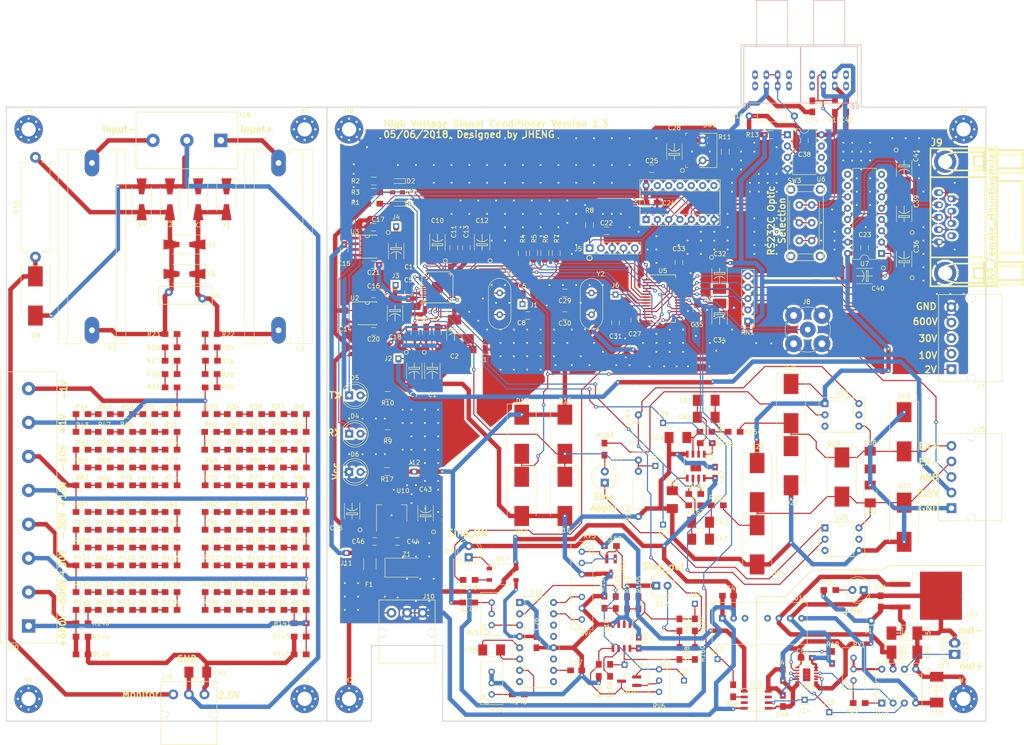
<source format=kicad_pcb>
(kicad_pcb (version 20170123) (host pcbnew "(2017-08-09 revision 8a1a3ed36)-makepkg")
  (layers (0 F.Cu signal) (31 B.Cu signal) (34 B.Paste user) (35 F.Paste user) (36 B.SilkS user) (37 F.SilkS user) (38 B.Mask user) (39 F.Mask user) (44 Edge.Cuts user))
  (net 0 "")
  (net 1 GNDREF)
  (net 2 "Net-(C1-Pad1)")
  (net 3 VCC)
  (net 4 +5VP)
  (net 5 "Net-(C6-Pad1)")
  (net 6 GND)
  (net 7 +2V5)
  (net 8 "Net-(C8-Pad1)")
  (net 9 "Net-(C10-Pad1)")
  (net 10 "Net-(C16-Pad2)")
  (net 11 "Net-(C17-Pad2)")
  (net 12 +1V2)
  (net 13 "Net-(C28-Pad1)")
  (net 14 "Net-(C29-Pad1)")
  (net 15 "Net-(C30-Pad1)")
  (net 16 "Net-(C34-Pad1)")
  (net 17 "Net-(C36-Pad2)")
  (net 18 "Net-(C36-Pad1)")
  (net 19 "Net-(C37-Pad1)")
  (net 20 "Net-(C39-Pad1)")
  (net 21 "Net-(C39-Pad2)")
  (net 22 "Net-(C40-Pad1)")
  (net 23 "Net-(C41-Pad2)")
  (net 24 +12V)
  (net 25 GNDPWR)
  (net 26 +5C)
  (net 27 VSS)
  (net 28 +15V)
  (net 29 "Net-(C56-Pad2)")
  (net 30 "Net-(C56-Pad1)")
  (net 31 "Net-(C57-Pad1)")
  (net 32 /Voltage_Divider/Excite+)
  (net 33 /Voltage_Divider/Excite-)
  (net 34 "Net-(C60-Pad2)")
  (net 35 "Net-(C60-Pad1)")
  (net 36 "Net-(C62-Pad2)")
  (net 37 "Net-(C62-Pad1)")
  (net 38 "Net-(C64-Pad1)")
  (net 39 "Net-(C65-Pad1)")
  (net 40 "Net-(D1-Pad2)")
  (net 41 "Net-(D1-Pad1)")
  (net 42 "Net-(D2-Pad1)")
  (net 43 "Net-(D2-Pad2)")
  (net 44 "Net-(D3-Pad2)")
  (net 45 "Net-(D3-Pad1)")
  (net 46 "Net-(D4-Pad2)")
  (net 47 "Net-(D4-Pad1)")
  (net 48 "Net-(D5-Pad1)")
  (net 49 "Net-(D5-Pad2)")
  (net 50 "Net-(D6-Pad2)")
  (net 51 "Net-(D7-Pad2)")
  (net 52 /Passive_Network/Monitor)
  (net 53 "Net-(D9-Pad1)")
  (net 54 /Monitor/Sine_output)
  (net 55 "Net-(D10-Pad2)")
  (net 56 "Net-(D10-Pad3)")
  (net 57 "Net-(D11-Pad2)")
  (net 58 "Net-(D11-Pad1)")
  (net 59 "Net-(D12-Pad2)")
  (net 60 /ADC7175/AIN8)
  (net 61 /ADC7175/AIN9)
  (net 62 "Net-(D17-Pad2)")
  (net 63 "Net-(D17-Pad1)")
  (net 64 "Net-(F1-Pad2)")
  (net 65 "Net-(F2-Pad2)")
  (net 66 "Net-(F2-Pad1)")
  (net 67 "Net-(F3-Pad1)")
  (net 68 "Net-(F3-Pad2)")
  (net 69 /dSPIC33EV/PGC)
  (net 70 /dSPIC33EV/PGD)
  (net 71 /dSPIC33EV//MCLR)
  (net 72 "Net-(J7-Pad2)")
  (net 73 "Net-(J7-Pad3)")
  (net 74 "Net-(J7-Pad4)")
  (net 75 "Net-(J8-Pad1)")
  (net 76 "Net-(J9-Pad3)")
  (net 77 "Net-(J9-Pad2)")
  (net 78 "Net-(J9-Pad1)")
  (net 79 "Net-(J9-Pad9)")
  (net 80 "Net-(J9-Pad7)")
  (net 81 /Output1/DAC)
  (net 82 "Net-(J14-Pad1)")
  (net 83 "Net-(J15-Pad1)")
  (net 84 "Net-(J17-Pad1)")
  (net 85 /Passive_Network/P600V)
  (net 86 /Passive_Network/N600V)
  (net 87 /Passive_Network/P30V)
  (net 88 /Passive_Network/N30V)
  (net 89 /Passive_Network/P10V)
  (net 90 /Passive_Network/N10V)
  (net 91 /Passive_Network/P1V)
  (net 92 /Passive_Network/N1V)
  (net 93 "Net-(J22-Pad1)")
  (net 94 "Net-(J23-Pad1)")
  (net 95 /ADC7175/AIN2)
  (net 96 /ADC7175/AIN3)
  (net 97 "Net-(R4-Pad2)")
  (net 98 /ADC7175/~ERROR)
  (net 99 /ADC7175/~CS)
  (net 100 /ADC7175/DOUT)
  (net 101 /dSPIC33EV/RXD)
  (net 102 "Net-(R13-Pad1)")
  (net 103 "Net-(R16-Pad1)")
  (net 104 "Net-(R18-Pad2)")
  (net 105 "Net-(R19-Pad1)")
  (net 106 "Net-(R20-Pad1)")
  (net 107 "Net-(R20-Pad2)")
  (net 108 "Net-(R22-Pad1)")
  (net 109 "Net-(R23-Pad1)")
  (net 110 "Net-(R24-Pad1)")
  (net 111 "Net-(R25-Pad1)")
  (net 112 "Net-(R26-Pad2)")
  (net 113 "Net-(R27-Pad2)")
  (net 114 "Net-(R28-Pad1)")
  (net 115 "Net-(R29-Pad1)")
  (net 116 "Net-(R33-Pad2)")
  (net 117 "Net-(R34-Pad2)")
  (net 118 "Net-(R35-Pad2)")
  (net 119 "Net-(R35-Pad1)")
  (net 120 "Net-(R37-Pad2)")
  (net 121 "Net-(R37-Pad1)")
  (net 122 "Net-(R39-Pad2)")
  (net 123 "Net-(R40-Pad2)")
  (net 124 "Net-(R41-Pad1)")
  (net 125 "Net-(R42-Pad1)")
  (net 126 "Net-(R43-Pad1)")
  (net 127 "Net-(R43-Pad2)")
  (net 128 "Net-(R45-Pad2)")
  (net 129 "Net-(R45-Pad1)")
  (net 130 "Net-(R47-Pad2)")
  (net 131 "Net-(R48-Pad2)")
  (net 132 "Net-(R49-Pad1)")
  (net 133 "Net-(R50-Pad1)")
  (net 134 "Net-(R51-Pad1)")
  (net 135 "Net-(R51-Pad2)")
  (net 136 "Net-(R53-Pad1)")
  (net 137 "Net-(R53-Pad2)")
  (net 138 "Net-(R55-Pad1)")
  (net 139 "Net-(R56-Pad1)")
  (net 140 "Net-(R57-Pad1)")
  (net 141 "Net-(R58-Pad1)")
  (net 142 "Net-(R59-Pad2)")
  (net 143 "Net-(R59-Pad1)")
  (net 144 "Net-(R61-Pad2)")
  (net 145 "Net-(R61-Pad1)")
  (net 146 "Net-(R63-Pad2)")
  (net 147 "Net-(R64-Pad2)")
  (net 148 "Net-(R65-Pad1)")
  (net 149 "Net-(R66-Pad1)")
  (net 150 "Net-(R67-Pad2)")
  (net 151 "Net-(R67-Pad1)")
  (net 152 "Net-(R69-Pad2)")
  (net 153 "Net-(R69-Pad1)")
  (net 154 "Net-(R71-Pad2)")
  (net 155 "Net-(R72-Pad2)")
  (net 156 "Net-(R73-Pad2)")
  (net 157 "Net-(R74-Pad2)")
  (net 158 "Net-(R75-Pad2)")
  (net 159 "Net-(R76-Pad2)")
  (net 160 "Net-(R77-Pad1)")
  (net 161 "Net-(R78-Pad1)")
  (net 162 "Net-(R79-Pad2)")
  (net 163 "Net-(R80-Pad2)")
  (net 164 "Net-(R83-Pad2)")
  (net 165 "Net-(R83-Pad1)")
  (net 166 "Net-(R85-Pad2)")
  (net 167 "Net-(R86-Pad2)")
  (net 168 "Net-(R87-Pad2)")
  (net 169 "Net-(R88-Pad2)")
  (net 170 "Net-(R89-Pad1)")
  (net 171 "Net-(R89-Pad2)")
  (net 172 "Net-(R91-Pad1)")
  (net 173 "Net-(R91-Pad2)")
  (net 174 "Net-(R93-Pad1)")
  (net 175 "Net-(R94-Pad1)")
  (net 176 "Net-(R95-Pad2)")
  (net 177 "Net-(R100-Pad2)")
  (net 178 "Net-(R101-Pad2)")
  (net 179 "Net-(R97-Pad1)")
  (net 180 "Net-(R103-Pad2)")
  (net 181 "Net-(R100-Pad1)")
  (net 182 "Net-(R101-Pad1)")
  (net 183 "Net-(R102-Pad1)")
  (net 184 "Net-(R103-Pad1)")
  (net 185 "Net-(R104-Pad1)")
  (net 186 "Net-(R105-Pad2)")
  (net 187 "Net-(R105-Pad1)")
  (net 188 "Net-(R107-Pad1)")
  (net 189 "Net-(R107-Pad2)")
  (net 190 "Net-(R109-Pad1)")
  (net 191 "Net-(R110-Pad1)")
  (net 192 "Net-(R111-Pad2)")
  (net 193 "Net-(R112-Pad2)")
  (net 194 "Net-(R113-Pad1)")
  (net 195 "Net-(R113-Pad2)")
  (net 196 "Net-(R115-Pad1)")
  (net 197 "Net-(R115-Pad2)")
  (net 198 "Net-(R117-Pad1)")
  (net 199 "Net-(R118-Pad1)")
  (net 200 "Net-(R119-Pad2)")
  (net 201 "Net-(R121-Pad1)")
  (net 202 "Net-(R123-Pad1)")
  (net 203 "Net-(R123-Pad2)")
  (net 204 "Net-(R125-Pad1)")
  (net 205 "Net-(R126-Pad1)")
  (net 206 "Net-(R127-Pad1)")
  (net 207 "Net-(R128-Pad1)")
  (net 208 "Net-(R129-Pad1)")
  (net 209 "Net-(R129-Pad2)")
  (net 210 "Net-(R131-Pad2)")
  (net 211 "Net-(R131-Pad1)")
  (net 212 "Net-(R133-Pad2)")
  (net 213 "Net-(R134-Pad2)")
  (net 214 "Net-(R135-Pad1)")
  (net 215 "Net-(R136-Pad1)")
  (net 216 "Net-(R137-Pad1)")
  (net 217 "Net-(R137-Pad2)")
  (net 218 "Net-(R147-Pad1)")
  (net 219 "Net-(R148-Pad1)")
  (net 220 "Net-(R148-Pad2)")
  (net 221 /Monitor/Sine_ON)
  (net 222 "Net-(R149-Pad1)")
  (net 223 "Net-(R152-Pad1)")
  (net 224 "Net-(R153-Pad1)")
  (net 225 "Net-(R156-Pad2)")
  (net 226 /Monitor/Sine)
  (net 227 "Net-(R163-Pad2)")
  (net 228 "Net-(RV1-Pad2)")
  (net 229 "Net-(RV3-Pad1)")
  (net 230 "Net-(RV4-Pad3)")
  (net 231 "Net-(RV4-Pad1)")
  (net 232 "Net-(U1-Pad25)")
  (net 233 /ADC7175/SCLK)
  (net 234 /ADC7175/DIN)
  (net 235 "Net-(U1-Pad38)")
  (net 236 "Net-(U2-Pad7)")
  (net 237 "Net-(U2-Pad5)")
  (net 238 "Net-(U2-Pad3)")
  (net 239 "Net-(U2-Pad1)")
  (net 240 "Net-(U3-Pad1)")
  (net 241 "Net-(U3-Pad3)")
  (net 242 "Net-(U3-Pad5)")
  (net 243 "Net-(U3-Pad7)")
  (net 244 /dSPIC33EV/TXD)
  (net 245 "Net-(U5-Pad15)")
  (net 246 "Net-(U5-Pad5)")
  (net 247 /Voltage_Divider/Wire_Break)
  (net 248 "Net-(U6-Pad7)")
  (net 249 "Net-(U6-Pad6)")
  (net 250 "Net-(U6-Pad5)")
  (net 251 "Net-(U7-Pad8)")
  (net 252 "Net-(U7-Pad7)")
  (net 253 "Net-(U7-Pad10)")
  (net 254 "Net-(U7-Pad9)")
  (net 255 "Net-(U8-Pad8)")
  (net 256 "Net-(U8-Pad1)")
  (net 257 "Net-(U8-Pad5)")
  (net 258 "Net-(U8-Pad4)")
  (net 259 "Net-(U9-Pad4)")
  (net 260 "Net-(U9-Pad5)")
  (net 261 "Net-(U9-Pad1)")
  (net 262 "Net-(U9-Pad8)")
  (net 263 "Net-(U11-Pad7)")
  (net 264 "Net-(U11-Pad3)")
  (net 265 "Net-(U12-Pad5)")
  (net 266 "Net-(U12-Pad3)")
  (net 267 "Net-(U13-Pad10)")
  (net 268 "Net-(U16-Pad8)")
  (net 269 "Net-(U16-Pad14)")
  (net 270 "Net-(U16-Pad13)")
  (net 271 "Net-(U16-Pad11)")
  (net 272 "Net-(U16-Pad9)")
  (net 273 "Net-(U19-Pad5)")
  (net 274 "Net-(U20-Pad5)")
  (net 275 "Net-(J7-Pad1)")
  (net 276 "Net-(C26-Pad1)")
  (net 277 "Net-(R139-Pad1)")
  (net 278 "Net-(R140-Pad1)")
  (net 279 "Net-(U19-Pad3)")
  (net 280 "Net-(U20-Pad3)")
  (net 281 "Net-(SW3-Pad3)")
  (module Housings_DIP:DIP-16_W7.62mm (layer F.Cu) (at 239.57 55.88 180)
    (fp_text reference U7 (at 3.81 -2.33 180) (layer F.SilkS))
    (fp_text value MAX232)
    (pad 16 thru_hole oval (at 7.62 0 180) (size 1.6 1.6) (drill 0.8) (layers *.Cu *.Mask) (net 3 VCC))
    (pad 8 thru_hole oval (at 0 17.78 180) (size 1.6 1.6) (drill 0.8) (layers *.Cu *.Mask) (net 251 "Net-(U7-Pad8)"))
    (pad 15 thru_hole oval (at 7.62 2.54 180) (size 1.6 1.6) (drill 0.8) (layers *.Cu *.Mask) (net 6 GND))
    (pad 7 thru_hole oval (at 0 15.24 180) (size 1.6 1.6) (drill 0.8) (layers *.Cu *.Mask) (net 252 "Net-(U7-Pad7)"))
    (pad 14 thru_hole oval (at 7.62 5.08 180) (size 1.6 1.6) (drill 0.8) (layers *.Cu *.Mask) (net 77 "Net-(J9-Pad2)"))
    (pad 6 thru_hole oval (at 0 12.7 180) (size 1.6 1.6) (drill 0.8) (layers *.Cu *.Mask) (net 23 "Net-(C41-Pad2)"))
    (pad 13 thru_hole oval (at 7.62 7.62 180) (size 1.6 1.6) (drill 0.8) (layers *.Cu *.Mask) (net 76 "Net-(J9-Pad3)"))
    (pad 5 thru_hole oval (at 0 10.16 180) (size 1.6 1.6) (drill 0.8) (layers *.Cu *.Mask) (net 21 "Net-(C39-Pad2)"))
    (pad 12 thru_hole oval (at 7.62 10.16 180) (size 1.6 1.6) (drill 0.8) (layers *.Cu *.Mask) (net 281 "Net-(SW3-Pad3)"))
    (pad 4 thru_hole oval (at 0 7.62 180) (size 1.6 1.6) (drill 0.8) (layers *.Cu *.Mask) (net 20 "Net-(C39-Pad1)"))
    (pad 11 thru_hole oval (at 7.62 12.7 180) (size 1.6 1.6) (drill 0.8) (layers *.Cu *.Mask) (net 244 /dSPIC33EV/TXD))
    (pad 3 thru_hole oval (at 0 5.08 180) (size 1.6 1.6) (drill 0.8) (layers *.Cu *.Mask) (net 17 "Net-(C36-Pad2)"))
    (pad 10 thru_hole oval (at 7.62 15.24 180) (size 1.6 1.6) (drill 0.8) (layers *.Cu *.Mask) (net 253 "Net-(U7-Pad10)"))
    (pad 2 thru_hole oval (at 0 2.54 180) (size 1.6 1.6) (drill 0.8) (layers *.Cu *.Mask) (net 22 "Net-(C40-Pad1)"))
    (pad 9 thru_hole oval (at 7.62 17.78 180) (size 1.6 1.6) (drill 0.8) (layers *.Cu *.Mask) (net 254 "Net-(U7-Pad9)"))
    (pad 1 thru_hole rect (at 0 0 180) (size 1.6 1.6) (drill 0.8) (layers *.Cu *.Mask) (net 18 "Net-(C36-Pad1)"))
  )
  (module Housings_SOIC:SOIC-8-1EP_3.9x4.9mm_Pitch1.27mm (layer F.Cu) (at 197.85 103.695 270)
    (fp_text reference U21 (at -2.495 -3.5 270) (layer F.SilkS))
    (fp_text value ANA4522)
    (pad 9 smd rect (at -0.5875 -0.5875 270) (size 1.175 1.175) (layers F.Cu F.Paste F.Mask))
    (pad 9 smd rect (at -0.5875 0.5875 270) (size 1.175 1.175) (layers F.Cu F.Paste F.Mask))
    (pad 9 smd rect (at 0.5875 -0.5875 270) (size 1.175 1.175) (layers F.Cu F.Paste F.Mask))
    (pad 9 smd rect (at 0.5875 0.5875 270) (size 1.175 1.175) (layers F.Cu F.Paste F.Mask))
    (pad 8 smd rect (at 2.7 -1.905 270) (size 1.55 0.6) (layers F.Cu F.Paste F.Mask) (net 24 +12V))
    (pad 7 smd rect (at 2.7 -0.635 270) (size 1.55 0.6) (layers F.Cu F.Paste F.Mask) (net 96 /ADC7175/AIN3))
    (pad 6 smd rect (at 2.7 0.635 270) (size 1.55 0.6) (layers F.Cu F.Paste F.Mask) (net 37 "Net-(C62-Pad1)"))
    (pad 5 smd rect (at 2.7 1.905 270) (size 1.55 0.6) (layers F.Cu F.Paste F.Mask) (net 39 "Net-(C65-Pad1)"))
    (pad 4 smd rect (at -2.7 1.905 270) (size 1.55 0.6) (layers F.Cu F.Paste F.Mask) (net 1 GNDREF))
    (pad 3 smd rect (at -2.7 0.635 270) (size 1.55 0.6) (layers F.Cu F.Paste F.Mask) (net 38 "Net-(C64-Pad1)"))
    (pad 2 smd rect (at -2.7 -0.635 270) (size 1.55 0.6) (layers F.Cu F.Paste F.Mask) (net 35 "Net-(C60-Pad1)"))
    (pad 1 smd rect (at -2.7 -1.905 270) (size 1.55 0.6) (layers F.Cu F.Paste F.Mask) (net 95 /ADC7175/AIN2))
  )
  (module USER:SW_E-Switch_EG2219_DPDT (layer F.Cu) (at 222.5 49 270)
    (fp_text reference SW3 (at -9.5 2.5) (layer F.SilkS))
    (fp_text value SW_DPDT_x2)
    (pad 6 thru_hole circle (at 4 1.4 270) (size 1.7 1.7) (drill 0.9) (layers *.Cu *.Mask) (net 281 "Net-(SW3-Pad3)"))
    (pad 5 thru_hole circle (at 0 1.4 270) (size 1.7 1.7) (drill 0.9) (layers *.Cu *.Mask) (net 101 /dSPIC33EV/RXD))
    (pad 4 thru_hole circle (at -4 1.4 270) (size 1.7 1.7) (drill 0.9) (layers *.Cu *.Mask) (net 19 "Net-(C37-Pad1)"))
    (pad 3 thru_hole circle (at 4 -1.4 270) (size 1.7 1.7) (drill 0.9) (layers *.Cu *.Mask) (net 281 "Net-(SW3-Pad3)"))
    (pad 2 thru_hole circle (at 0 -1.4 270) (size 1.7 1.7) (drill 0.9) (layers *.Cu *.Mask) (net 101 /dSPIC33EV/RXD))
    (pad 1 thru_hole circle (at -4 -1.4 270) (size 1.7 1.7) (drill 0.9) (layers *.Cu *.Mask) (net 19 "Net-(C37-Pad1)"))
    (pad "" thru_hole circle (at -7.5 3.3 270) (size 2 2) (drill 1.2) (layers *.Cu *.Mask))
    (pad "" thru_hole circle (at 7.5 3.3 270) (size 2 2) (drill 1.2) (layers *.Cu *.Mask))
    (pad "" thru_hole circle (at 7.5 -3.3 270) (size 2 2) (drill 1.2) (layers *.Cu *.Mask))
    (pad "" thru_hole circle (at -7.5 -3.3 270) (size 2 2) (drill 1.2) (layers *.Cu *.Mask))
  )
  (module USER:SOIC-8_3.9x4.9mm_Pitch1.27mm (layer F.Cu) (at 124.082 54.356)
    (fp_text reference U3 (at -2.857 -3.331) (layer F.SilkS))
    (fp_text value ADR445)
    (pad 1 smd rect (at -2.7 -1.905) (size 1.55 0.6) (layers F.Cu F.Paste F.Mask) (net 240 "Net-(U3-Pad1)"))
    (pad 2 smd rect (at -2.7 -0.635) (size 1.55 0.6) (layers F.Cu F.Paste F.Mask) (net 24 +12V))
    (pad 3 smd rect (at -2.7 0.635) (size 1.55 0.6) (layers F.Cu F.Paste F.Mask) (net 241 "Net-(U3-Pad3)"))
    (pad 4 smd rect (at -2.7 1.905) (size 1.55 0.6) (layers F.Cu F.Paste F.Mask) (net 1 GNDREF))
    (pad 5 smd rect (at 2.7 1.905) (size 1.55 0.6) (layers F.Cu F.Paste F.Mask) (net 242 "Net-(U3-Pad5)"))
    (pad 6 smd rect (at 2.7 0.635) (size 1.55 0.6) (layers F.Cu F.Paste F.Mask) (net 4 +5VP))
    (pad 7 smd rect (at 2.7 -0.635) (size 1.55 0.6) (layers F.Cu F.Paste F.Mask) (net 243 "Net-(U3-Pad7)"))
    (pad 8 smd rect (at 2.7 -1.905) (size 1.55 0.6) (layers F.Cu F.Paste F.Mask) (net 11 "Net-(C17-Pad2)"))
  )
  (module USER:SOIC-8_3.9x4.9mm_Pitch1.27mm (layer F.Cu) (at 124.082 69.342)
    (fp_text reference U2 (at -2.832 -3.417) (layer F.SilkS))
    (fp_text value ADR4520)
    (pad 1 smd rect (at -2.7 -1.905) (size 1.55 0.6) (layers F.Cu F.Paste F.Mask) (net 239 "Net-(U2-Pad1)"))
    (pad 2 smd rect (at -2.7 -0.635) (size 1.55 0.6) (layers F.Cu F.Paste F.Mask) (net 3 VCC))
    (pad 3 smd rect (at -2.7 0.635) (size 1.55 0.6) (layers F.Cu F.Paste F.Mask) (net 238 "Net-(U2-Pad3)"))
    (pad 4 smd rect (at -2.7 1.905) (size 1.55 0.6) (layers F.Cu F.Paste F.Mask) (net 1 GNDREF))
    (pad 5 smd rect (at 2.7 1.905) (size 1.55 0.6) (layers F.Cu F.Paste F.Mask) (net 237 "Net-(U2-Pad5)"))
    (pad 6 smd rect (at 2.7 0.635) (size 1.55 0.6) (layers F.Cu F.Paste F.Mask) (net 12 +1V2))
    (pad 7 smd rect (at 2.7 -0.635) (size 1.55 0.6) (layers F.Cu F.Paste F.Mask) (net 236 "Net-(U2-Pad7)"))
    (pad 8 smd rect (at 2.7 -1.905) (size 1.55 0.6) (layers F.Cu F.Paste F.Mask) (net 10 "Net-(C16-Pad2)"))
  )
  (module USER:SOIC-8_3.9x4.9mm_Pitch1.27mm (layer F.Cu) (at 181.15 141.97 270)
    (fp_text reference U18 (at -2.42 3.375 270) (layer F.SilkS))
    (fp_text value ANA4522)
    (pad 8 smd rect (at 2.7 -1.905 270) (size 1.55 0.6) (layers F.Cu F.Paste F.Mask) (net 24 +12V))
    (pad 7 smd rect (at 2.7 -0.635 270) (size 1.55 0.6) (layers F.Cu F.Paste F.Mask) (net 94 "Net-(J23-Pad1)"))
    (pad 6 smd rect (at 2.7 0.635 270) (size 1.55 0.6) (layers F.Cu F.Paste F.Mask) (net 225 "Net-(R156-Pad2)"))
    (pad 5 smd rect (at 2.7 1.905 270) (size 1.55 0.6) (layers F.Cu F.Paste F.Mask) (net 56 "Net-(D10-Pad3)"))
    (pad 4 smd rect (at -2.7 1.905 270) (size 1.55 0.6) (layers F.Cu F.Paste F.Mask) (net 1 GNDREF))
    (pad 3 smd rect (at -2.7 0.635 270) (size 1.55 0.6) (layers F.Cu F.Paste F.Mask) (net 223 "Net-(R152-Pad1)"))
    (pad 2 smd rect (at -2.7 -0.635 270) (size 1.55 0.6) (layers F.Cu F.Paste F.Mask) (net 224 "Net-(R153-Pad1)"))
    (pad 1 smd rect (at -2.7 -1.905 270) (size 1.55 0.6) (layers F.Cu F.Paste F.Mask) (net 93 "Net-(J22-Pad1)"))
  )
  (module USER:SOIC-8_3.9x4.9mm_Pitch1.27mm (layer F.Cu) (at 211.44 156.21)
    (fp_text reference U11 (at 0 -3.5) (layer F.SilkS))
    (fp_text value FOD0721)
    (pad 8 smd rect (at 2.7 -1.905) (size 1.55 0.6) (layers F.Cu F.Paste F.Mask) (net 26 +5C))
    (pad 7 smd rect (at 2.7 -0.635) (size 1.55 0.6) (layers F.Cu F.Paste F.Mask) (net 263 "Net-(U11-Pad7)"))
    (pad 6 smd rect (at 2.7 0.635) (size 1.55 0.6) (layers F.Cu F.Paste F.Mask) (net 82 "Net-(J14-Pad1)"))
    (pad 5 smd rect (at 2.7 1.905) (size 1.55 0.6) (layers F.Cu F.Paste F.Mask) (net 25 GNDPWR))
    (pad 4 smd rect (at -2.7 1.905) (size 1.55 0.6) (layers F.Cu F.Paste F.Mask) (net 6 GND))
    (pad 3 smd rect (at -2.7 0.635) (size 1.55 0.6) (layers F.Cu F.Paste F.Mask) (net 264 "Net-(U11-Pad3)"))
    (pad 2 smd rect (at -2.7 -0.635) (size 1.55 0.6) (layers F.Cu F.Paste F.Mask) (net 104 "Net-(R18-Pad2)"))
    (pad 1 smd rect (at -2.7 -1.905) (size 1.55 0.6) (layers F.Cu F.Paste F.Mask) (net 3 VCC))
  )
  (module Resistors_SMD:R_0805_HandSoldering (layer F.Cu) (at 60 142 180)
    (fp_text reference R144 (at -4.25 -0.15 180) (layer F.SilkS))
    (fp_text value 10k)
    (pad 2 smd rect (at 1.35 0 180) (size 1.5 1.3) (layers F.Cu F.Paste F.Mask) (net 86 /Passive_Network/N600V))
    (pad 1 smd rect (at -1.35 0 180) (size 1.5 1.3) (layers F.Cu F.Paste F.Mask) (net 7 +2V5))
  )
  (module Resistors_SMD:R_0805_HandSoldering (layer F.Cu) (at 178.69 121.65 180)
    (fp_text reference R150 (at -0.634 1.635 180) (layer F.SilkS))
    (fp_text value 10k)
    (pad 2 smd rect (at 1.35 0 180) (size 1.5 1.3) (layers F.Cu F.Paste F.Mask) (net 3 VCC))
    (pad 1 smd rect (at -1.35 0 180) (size 1.5 1.3) (layers F.Cu F.Paste F.Mask) (net 58 "Net-(D11-Pad1)"))
  )
  (module Housings_DIP:DIP-6_W7.62mm_Socket (layer F.Cu) (at 226.87 117.57)
    (fp_text reference U20 (at 3.81 -2.33) (layer F.SilkS))
    (fp_text value AQV258)
    (pad 1 thru_hole rect (at 0 0) (size 1.6 1.6) (drill 0.8) (layers *.Cu *.Mask) (net 63 "Net-(D17-Pad1)"))
    (pad 4 thru_hole oval (at 7.62 5.08) (size 1.6 1.6) (drill 0.8) (layers *.Cu *.Mask) (net 1 GNDREF))
    (pad 2 thru_hole oval (at 0 2.54) (size 1.6 1.6) (drill 0.8) (layers *.Cu *.Mask) (net 247 /Voltage_Divider/Wire_Break))
    (pad 5 thru_hole oval (at 7.62 2.54) (size 1.6 1.6) (drill 0.8) (layers *.Cu *.Mask) (net 274 "Net-(U20-Pad5)"))
    (pad 3 thru_hole oval (at 0 5.08) (size 1.6 1.6) (drill 0.8) (layers *.Cu *.Mask) (net 280 "Net-(U20-Pad3)"))
    (pad 6 thru_hole oval (at 7.62 0) (size 1.6 1.6) (drill 0.8) (layers *.Cu *.Mask) (net 33 /Voltage_Divider/Excite-))
  )
  (module Housings_DIP:DIP-6_W7.62mm_Socket (layer F.Cu) (at 226.87 89.63)
    (fp_text reference U19 (at 3.81 -2.33) (layer F.SilkS))
    (fp_text value AQV258)
    (pad 6 thru_hole oval (at 7.62 0) (size 1.6 1.6) (drill 0.8) (layers *.Cu *.Mask) (net 226 /Monitor/Sine))
    (pad 3 thru_hole oval (at 0 5.08) (size 1.6 1.6) (drill 0.8) (layers *.Cu *.Mask) (net 279 "Net-(U19-Pad3)"))
    (pad 5 thru_hole oval (at 7.62 2.54) (size 1.6 1.6) (drill 0.8) (layers *.Cu *.Mask) (net 273 "Net-(U19-Pad5)"))
    (pad 2 thru_hole oval (at 0 2.54) (size 1.6 1.6) (drill 0.8) (layers *.Cu *.Mask) (net 227 "Net-(R163-Pad2)"))
    (pad 4 thru_hole oval (at 7.62 5.08) (size 1.6 1.6) (drill 0.8) (layers *.Cu *.Mask) (net 32 /Voltage_Divider/Excite+))
    (pad 1 thru_hole rect (at 0 0) (size 1.6 1.6) (drill 0.8) (layers *.Cu *.Mask) (net 3 VCC))
  )
  (module Capacitors_SMD:C_0805_HandSoldering (layer F.Cu) (at 202.184 105.156 90)
    (fp_text reference C67 (at -0.969 1.691 90) (layer F.SilkS))
    (fp_text value 0.1uF)
    (pad 1 smd rect (at -1.25 0 90) (size 1.5 1.25) (layers F.Cu F.Paste F.Mask) (net 24 +12V))
    (pad 2 smd rect (at 1.25 0 90) (size 1.5 1.25) (layers F.Cu F.Paste F.Mask) (net 1 GNDREF))
  )
  (module Capacitors_SMD:C_0805_HandSoldering (layer F.Cu) (at 185.039 143.383 90)
    (fp_text reference C66 (at 1.016 1.651 90) (layer F.SilkS))
    (fp_text value 0.1uF)
    (pad 2 smd rect (at 1.25 0 90) (size 1.5 1.25) (layers F.Cu F.Paste F.Mask) (net 1 GNDREF))
    (pad 1 smd rect (at -1.25 0 90) (size 1.5 1.25) (layers F.Cu F.Paste F.Mask) (net 24 +12V))
  )
  (module Resistors_SMD:R_0805_HandSoldering (layer F.Cu) (at 65 136)
    (fp_text reference R171 (at 0 -1.7) (layer F.SilkS))
    (fp_text value 10k)
    (pad 2 smd rect (at 1.35 0) (size 1.5 1.3) (layers F.Cu F.Paste F.Mask) (net 216 "Net-(R137-Pad1)"))
    (pad 1 smd rect (at -1.35 0) (size 1.5 1.3) (layers F.Cu F.Paste F.Mask) (net 278 "Net-(R140-Pad1)"))
  )
  (module Resistors_SMD:R_0805_HandSoldering (layer F.Cu) (at 104 136)
    (fp_text reference R170 (at 0 -1.7) (layer F.SilkS))
    (fp_text value 10k)
    (pad 2 smd rect (at 1.35 0) (size 1.5 1.3) (layers F.Cu F.Paste F.Mask) (net 277 "Net-(R139-Pad1)"))
    (pad 1 smd rect (at -1.35 0) (size 1.5 1.3) (layers F.Cu F.Paste F.Mask) (net 215 "Net-(R136-Pad1)"))
  )
  (module "USER:SOT-23W_Handsoldering(LM431)" (layer F.Cu) (at 178.816 126.238 270)
    (fp_text reference D11 (at 0 -2.5 270) (layer F.SilkS))
    (fp_text value TLV431DBZ)
    (pad 3 smd rect (at 1.7 0 270) (size 2 0.7) (layers F.Cu F.Paste F.Mask) (net 1 GNDREF))
    (pad 1 smd rect (at -1.7 0.95 270) (size 2 0.7) (layers F.Cu F.Paste F.Mask) (net 58 "Net-(D11-Pad1)"))
    (pad 2 smd rect (at -1.7 -0.95 270) (size 2 0.7) (layers F.Cu F.Paste F.Mask) (net 57 "Net-(D11-Pad2)"))
  )
  (module "USER:SOT-23W_Handsoldering(LM431)" (layer F.Cu) (at 182.88 152.019 180)
    (fp_text reference D10 (at 0 -2.5 180) (layer F.SilkS))
    (fp_text value TLV431DBZ)
    (pad 2 smd rect (at -1.7 -0.95 180) (size 2 0.7) (layers F.Cu F.Paste F.Mask) (net 55 "Net-(D10-Pad2)"))
    (pad 1 smd rect (at -1.7 0.95 180) (size 2 0.7) (layers F.Cu F.Paste F.Mask) (net 54 /Monitor/Sine_output))
    (pad 3 smd rect (at 1.7 0 180) (size 2 0.7) (layers F.Cu F.Paste F.Mask) (net 56 "Net-(D10-Pad3)"))
  )
  (module USER:C_1812_HandSoldering_Polar (layer F.Cu) (at 203.2 60.96 270)
    (fp_text reference C32 (at -4.96 -0.05) (layer F.SilkS))
    (fp_text value 10uF)
    (pad 1 smd rect (at -2.9 0 270) (size 2.2 3) (layers F.Cu F.Paste F.Mask) (net 3 VCC))
    (pad 2 smd rect (at 2.9 0 270) (size 2.2 3) (layers F.Cu F.Paste F.Mask) (net 6 GND))
  )
  (module USER:C_1812_HandSoldering_Polar (layer F.Cu) (at 149.86 53.34 90)
    (fp_text reference C12 (at 4.84 0 180) (layer F.SilkS))
    (fp_text value 10uF)
    (pad 1 smd rect (at -2.9 0 90) (size 2.2 3) (layers F.Cu F.Paste F.Mask) (net 3 VCC))
    (pad 2 smd rect (at 2.9 0 90) (size 2.2 3) (layers F.Cu F.Paste F.Mask) (net 6 GND))
  )
  (module USER:C_1812_HandSoldering_Polar (layer F.Cu) (at 139.83 53.34 90)
    (fp_text reference C10 (at 4.84 0 180) (layer F.SilkS))
    (fp_text value 10uF)
    (pad 1 smd rect (at -2.9 0 90) (size 2.2 3) (layers F.Cu F.Paste F.Mask) (net 9 "Net-(C10-Pad1)"))
    (pad 2 smd rect (at 2.9 0 90) (size 2.2 3) (layers F.Cu F.Paste F.Mask) (net 6 GND))
  )
  (module USER:C_1812_HandSoldering_Polar (layer F.Cu) (at 134.62 82.296 270)
    (fp_text reference C7 (at 5.334 0) (layer F.SilkS))
    (fp_text value 10uF)
    (pad 2 smd rect (at 2.9 0 270) (size 2.2 3) (layers F.Cu F.Paste F.Mask) (net 1 GNDREF))
    (pad 1 smd rect (at -2.9 0 270) (size 2.2 3) (layers F.Cu F.Paste F.Mask) (net 7 +2V5))
  )
  (module USER:C_1812_HandSoldering_Polar (layer F.Cu) (at 130.302 69.342 270)
    (fp_text reference C18 (at 5.334 0) (layer F.SilkS))
    (fp_text value 10uF)
    (pad 1 smd rect (at -2.9 0 270) (size 2.2 3) (layers F.Cu F.Paste F.Mask) (net 12 +1V2))
    (pad 2 smd rect (at 2.9 0 270) (size 2.2 3) (layers F.Cu F.Paste F.Mask) (net 1 GNDREF))
  )
  (module USER:C_1812_HandSoldering_Polar (layer F.Cu) (at 130.556 55.372 270)
    (fp_text reference C19 (at 3.556 -3.302) (layer F.SilkS))
    (fp_text value 10uF)
    (pad 2 smd rect (at 2.9 0 270) (size 2.2 3) (layers F.Cu F.Paste F.Mask) (net 1 GNDREF))
    (pad 1 smd rect (at -2.9 0 270) (size 2.2 3) (layers F.Cu F.Paste F.Mask) (net 4 +5VP))
  )
  (module USER:C_1812_HandSoldering_Polar (layer F.Cu) (at 138.684 82.296 270)
    (fp_text reference C1 (at 5.334 0) (layer F.SilkS))
    (fp_text value 10uF)
    (pad 1 smd rect (at -2.9 0 270) (size 2.2 3) (layers F.Cu F.Paste F.Mask) (net 2 "Net-(C1-Pad1)"))
    (pad 2 smd rect (at 2.9 0 270) (size 2.2 3) (layers F.Cu F.Paste F.Mask) (net 1 GNDREF))
  )
  (module USER:C_1812_HandSoldering_Polar (layer F.Cu) (at 244.714 141.224)
    (fp_text reference C53 (at 5.334 0 90) (layer F.SilkS))
    (fp_text value 10uF)
    (pad 2 smd rect (at 2.9 0) (size 2.2 3) (layers F.Cu F.Paste F.Mask) (net 25 GNDPWR))
    (pad 1 smd rect (at -2.9 0) (size 2.2 3) (layers F.Cu F.Paste F.Mask) (net 26 +5C))
  )
  (module USER:C_1812_HandSoldering_Polar (layer F.Cu) (at 244.714 145.51)
    (fp_text reference C51 (at 5.334 0 90) (layer F.SilkS))
    (fp_text value 10uF)
    (pad 1 smd rect (at -2.9 0) (size 2.2 3) (layers F.Cu F.Paste F.Mask) (net 28 +15V))
    (pad 2 smd rect (at 2.9 0) (size 2.2 3) (layers F.Cu F.Paste F.Mask) (net 25 GNDPWR))
  )
  (module USER:C_1812_HandSoldering_Polar (layer F.Cu) (at 251.968 153.924 270)
    (fp_text reference C50 (at 5.334 0) (layer F.SilkS))
    (fp_text value 10uF)
    (pad 2 smd rect (at 2.9 0 270) (size 2.2 3) (layers F.Cu F.Paste F.Mask) (net 27 VSS))
    (pad 1 smd rect (at -2.9 0 270) (size 2.2 3) (layers F.Cu F.Paste F.Mask) (net 25 GNDPWR))
  )
  (module USER:C_1812_HandSoldering_Polar (layer F.Cu) (at 120.65 113.81 90)
    (fp_text reference C45 (at -3.792 -3.556 180) (layer F.SilkS))
    (fp_text value 10uF)
    (pad 1 smd rect (at -2.9 0 90) (size 2.2 3) (layers F.Cu F.Paste F.Mask) (net 3 VCC))
    (pad 2 smd rect (at 2.9 0 90) (size 2.2 3) (layers F.Cu F.Paste F.Mask) (net 6 GND))
  )
  (module USER:C_1812_HandSoldering_Polar (layer F.Cu) (at 137.16 114.27 90)
    (fp_text reference C43 (at 5.334 0 180) (layer F.SilkS))
    (fp_text value 10uF)
    (pad 2 smd rect (at 2.9 0 90) (size 2.2 3) (layers F.Cu F.Paste F.Mask) (net 6 GND))
    (pad 1 smd rect (at -2.9 0 90) (size 2.2 3) (layers F.Cu F.Paste F.Mask) (net 24 +12V))
  )
  (module USER:C_1812_HandSoldering_Polar (layer F.Cu) (at 143.64 73.66 270)
    (fp_text reference C2 (at 5.334 0) (layer F.SilkS))
    (fp_text value 10uF)
    (pad 1 smd rect (at -2.9 0 270) (size 2.2 3) (layers F.Cu F.Paste F.Mask) (net 3 VCC))
    (pad 2 smd rect (at 2.9 0 270) (size 2.2 3) (layers F.Cu F.Paste F.Mask) (net 1 GNDREF))
  )
  (module USER:C_1812_HandSoldering_Polar (layer F.Cu) (at 203.2 70.03 270)
    (fp_text reference C34 (at 5.334 0) (layer F.SilkS))
    (fp_text value 10uF)
    (pad 2 smd rect (at 2.9 0 270) (size 2.2 3) (layers F.Cu F.Paste F.Mask) (net 6 GND))
    (pad 1 smd rect (at -2.9 0 270) (size 2.2 3) (layers F.Cu F.Paste F.Mask) (net 16 "Net-(C34-Pad1)"))
  )
  (module USER:C_1812_HandSoldering_Polar (layer F.Cu) (at 244.65 57.15 90)
    (fp_text reference C36 (at 2.794 2.746 90) (layer F.SilkS))
    (fp_text value 10uF)
    (pad 1 smd rect (at -2.9 0 90) (size 2.2 3) (layers F.Cu F.Paste F.Mask) (net 18 "Net-(C36-Pad1)"))
    (pad 2 smd rect (at 2.9 0 90) (size 2.2 3) (layers F.Cu F.Paste F.Mask) (net 17 "Net-(C36-Pad2)"))
  )
  (module USER:C_1812_HandSoldering_Polar (layer F.Cu) (at 235.76 60.96 180)
    (fp_text reference C40 (at -3 -2.794) (layer F.SilkS))
    (fp_text value 10uF)
    (pad 1 smd rect (at -2.9 0 180) (size 2.2 3) (layers F.Cu F.Paste F.Mask) (net 22 "Net-(C40-Pad1)"))
    (pad 2 smd rect (at 2.9 0 180) (size 2.2 3) (layers F.Cu F.Paste F.Mask) (net 3 VCC))
  )
  (module USER:C_1812_HandSoldering_Polar (layer F.Cu) (at 244.65 36.83 270)
    (fp_text reference C41 (at -2.93 -2.65 90) (layer F.SilkS))
    (fp_text value 10uF)
    (pad 2 smd rect (at 2.9 0 270) (size 2.2 3) (layers F.Cu F.Paste F.Mask) (net 23 "Net-(C41-Pad2)"))
    (pad 1 smd rect (at -2.9 0 270) (size 2.2 3) (layers F.Cu F.Paste F.Mask) (net 6 GND))
  )
  (module USER:C_1812_HandSoldering_Polar (layer F.Cu) (at 244.65 46.99 90)
    (fp_text reference C39 (at 2.794 2.746 270) (layer F.SilkS))
    (fp_text value 10uF)
    (pad 1 smd rect (at -2.9 0 90) (size 2.2 3) (layers F.Cu F.Paste F.Mask) (net 20 "Net-(C39-Pad1)"))
    (pad 2 smd rect (at 2.9 0 90) (size 2.2 3) (layers F.Cu F.Paste F.Mask) (net 21 "Net-(C39-Pad2)"))
  )
  (module USER:C_1812_HandSoldering_Polar (layer F.Cu) (at 193.04 33.02 90)
    (fp_text reference C28 (at 5.334 0 180) (layer F.SilkS))
    (fp_text value 10uF)
    (pad 2 smd rect (at 2.9 0 90) (size 2.2 3) (layers F.Cu F.Paste F.Mask) (net 6 GND))
    (pad 1 smd rect (at -2.9 0 90) (size 2.2 3) (layers F.Cu F.Paste F.Mask) (net 13 "Net-(C28-Pad1)"))
  )
  (module Housings_DIP:DIP-8_W7.62mm (layer F.Cu) (at 218.44 29.21)
    (fp_text reference U6 (at 7.56 9.99) (layer F.SilkS))
    (fp_text value SN75451)
    (pad 8 thru_hole oval (at 7.62 0) (size 1.6 1.6) (drill 0.8) (layers *.Cu *.Mask) (net 3 VCC))
    (pad 4 thru_hole oval (at 0 7.62) (size 1.6 1.6) (drill 0.8) (layers *.Cu *.Mask) (net 6 GND))
    (pad 7 thru_hole oval (at 7.62 2.54) (size 1.6 1.6) (drill 0.8) (layers *.Cu *.Mask) (net 248 "Net-(U6-Pad7)"))
    (pad 3 thru_hole oval (at 0 5.08) (size 1.6 1.6) (drill 0.8) (layers *.Cu *.Mask) (net 103 "Net-(R16-Pad1)"))
    (pad 6 thru_hole oval (at 7.62 5.08) (size 1.6 1.6) (drill 0.8) (layers *.Cu *.Mask) (net 249 "Net-(U6-Pad6)"))
    (pad 2 thru_hole oval (at 0 2.54) (size 1.6 1.6) (drill 0.8) (layers *.Cu *.Mask) (net 244 /dSPIC33EV/TXD))
    (pad 5 thru_hole oval (at 7.62 7.62) (size 1.6 1.6) (drill 0.8) (layers *.Cu *.Mask) (net 250 "Net-(U6-Pad5)"))
    (pad 1 thru_hole rect (at 0 0) (size 1.6 1.6) (drill 0.8) (layers *.Cu *.Mask) (net 102 "Net-(R13-Pad1)"))
  )
  (module Resistors_THT:R_Axial_DIN0207_L6.3mm_D2.5mm_P10.16mm_Horizontal (layer F.Cu) (at 220 25 180)
    (fp_text reference R16 (at 12.8 0 180) (layer F.SilkS))
    (fp_text value 470)
    (pad 2 thru_hole oval (at 10.16 0 180) (size 1.6 1.6) (drill 0.8) (layers *.Cu *.Mask) (net 3 VCC))
    (pad 1 thru_hole circle (at 0 0 180) (size 1.6 1.6) (drill 0.8) (layers *.Cu *.Mask) (net 103 "Net-(R16-Pad1)"))
  )
  (module USER:LFCSP-40-1EP_long (layer F.Cu) (at 139.83 63.5 90)
    (fp_text reference U1 (at 0 -4.0005 90) (layer F.SilkS))
    (fp_text value AD7175-8)
    (pad 41 smd rect (at 0 0 90) (size 2.5 2.5) (layers F.Cu F.Paste F.Mask))
    (pad 30 smd rect (at 2.99974 -2.25044) (size 0.29972 0.8) (drill (offset 0 -0.1)) (layers F.Cu F.Paste F.Mask) (net 60 /ADC7175/AIN8))
    (pad 29 smd rect (at 2.99974 -1.75006) (size 0.29972 0.8) (drill (offset 0 -0.1)) (layers F.Cu F.Paste F.Mask) (net 1 GNDREF))
    (pad 28 smd rect (at 2.99974 -1.24968) (size 0.29972 0.8) (drill (offset 0 -0.1)) (layers F.Cu F.Paste F.Mask) (net 1 GNDREF))
    (pad 27 smd rect (at 2.99974 -0.7493) (size 0.29972 0.8) (drill (offset 0 -0.1)) (layers F.Cu F.Paste F.Mask) (net 1 GNDREF))
    (pad 26 smd rect (at 2.99974 -0.24892) (size 0.29972 0.8) (drill (offset 0 -0.1)) (layers F.Cu F.Paste F.Mask) (net 1 GNDREF))
    (pad 25 smd rect (at 2.99974 0.24892) (size 0.29972 0.8) (drill (offset 0 -0.1)) (layers F.Cu F.Paste F.Mask) (net 232 "Net-(U1-Pad25)"))
    (pad 24 smd rect (at 2.99974 0.7493) (size 0.29972 0.8) (drill (offset 0 -0.1)) (layers F.Cu F.Paste F.Mask) (net 45 "Net-(D3-Pad1)"))
    (pad 23 smd rect (at 2.99974 1.24968) (size 0.29972 0.8) (drill (offset 0 -0.1)) (layers F.Cu F.Paste F.Mask) (net 42 "Net-(D2-Pad1)"))
    (pad 22 smd rect (at 2.99974 1.75006) (size 0.29972 0.8) (drill (offset 0 -0.1)) (layers F.Cu F.Paste F.Mask) (net 9 "Net-(C10-Pad1)"))
    (pad 21 smd rect (at 2.99974 2.25044) (size 0.29972 0.8) (drill (offset 0 -0.1)) (layers F.Cu F.Paste F.Mask) (net 6 GND))
    (pad 20 smd rect (at 2.25044 2.87528 90) (size 0.29972 0.8) (drill (offset 0 0.1)) (layers F.Cu F.Paste F.Mask) (net 3 VCC))
    (pad 19 smd rect (at 1.75006 2.87528 90) (size 0.29972 0.8) (drill (offset 0 0.1)) (layers F.Cu F.Paste F.Mask) (net 97 "Net-(R4-Pad2)"))
    (pad 18 smd rect (at 1.24968 2.87528 90) (size 0.29972 0.8) (drill (offset 0 0.1)) (layers F.Cu F.Paste F.Mask) (net 98 /ADC7175/~ERROR))
    (pad 17 smd rect (at 0.7493 2.87528 90) (size 0.29972 0.8) (drill (offset 0 0.1)) (layers F.Cu F.Paste F.Mask) (net 99 /ADC7175/~CS))
    (pad 16 smd rect (at 0.24892 2.87528 90) (size 0.29972 0.8) (drill (offset 0 0.1)) (layers F.Cu F.Paste F.Mask) (net 233 /ADC7175/SCLK))
    (pad 15 smd rect (at -0.24892 2.87528 90) (size 0.29972 0.8) (drill (offset 0 0.1)) (layers F.Cu F.Paste F.Mask) (net 234 /ADC7175/DIN))
    (pad 14 smd rect (at -0.7493 2.87528 90) (size 0.29972 0.8) (drill (offset 0 0.1)) (layers F.Cu F.Paste F.Mask) (net 100 /ADC7175/DOUT))
    (pad 13 smd rect (at -1.24968 2.87528 90) (size 0.29972 0.8) (drill (offset 0 0.1)) (layers F.Cu F.Paste F.Mask) (net 5 "Net-(C6-Pad1)"))
    (pad 12 smd rect (at -1.75006 2.87528 90) (size 0.29972 0.8) (drill (offset 0 0.1)) (layers F.Cu F.Paste F.Mask) (net 8 "Net-(C8-Pad1)"))
    (pad 11 smd rect (at -2.25044 2.87528 90) (size 0.29972 0.8) (drill (offset 0 0.1)) (layers F.Cu F.Paste F.Mask) (net 41 "Net-(D1-Pad1)"))
    (pad 10 smd rect (at -2.99974 2.25044) (size 0.29972 0.8) (drill (offset 0 0.1)) (layers F.Cu F.Paste F.Mask) (net 3 VCC))
    (pad 9 smd rect (at -2.99974 1.75006) (size 0.29972 0.8) (drill (offset 0 0.1)) (layers F.Cu F.Paste F.Mask) (net 3 VCC))
    (pad 8 smd rect (at -2.99974 1.24968) (size 0.29972 0.8) (drill (offset 0 0.1)) (layers F.Cu F.Paste F.Mask) (net 1 GNDREF))
    (pad 7 smd rect (at -2.99974 0.7493) (size 0.29972 0.8) (drill (offset 0 0.1)) (layers F.Cu F.Paste F.Mask) (net 2 "Net-(C1-Pad1)"))
    (pad 6 smd rect (at -2.99974 0.24892) (size 0.29972 0.8) (drill (offset 0 0.1)) (layers F.Cu F.Paste F.Mask) (net 7 +2V5))
    (pad 5 smd rect (at -2.99974 -0.24892) (size 0.29972 0.8) (drill (offset 0 0.1)) (layers F.Cu F.Paste F.Mask) (net 96 /ADC7175/AIN3))
    (pad 4 smd rect (at -2.99974 -0.7493) (size 0.29972 0.8) (drill (offset 0 0.1)) (layers F.Cu F.Paste F.Mask) (net 95 /ADC7175/AIN2))
    (pad 3 smd rect (at -2.99974 -1.24968) (size 0.29972 0.8) (drill (offset 0 0.1)) (layers F.Cu F.Paste F.Mask) (net 12 +1V2))
    (pad 2 smd rect (at -2.99974 -1.75006) (size 0.29972 0.8) (drill (offset 0 0.1)) (layers F.Cu F.Paste F.Mask) (net 1 GNDREF))
    (pad 1 smd rect (at -2.99974 -2.25044) (size 0.29972 0.8) (drill (offset 0 0.1)) (layers F.Cu F.Paste F.Mask) (net 1 GNDREF))
    (pad 40 smd rect (at -2.25044 -2.87528 90) (size 0.29972 0.8) (drill (offset 0 -0.1)) (layers F.Cu F.Paste F.Mask) (net 4 +5VP))
    (pad 39 smd rect (at -1.75006 -2.87528 90) (size 0.29972 0.8) (drill (offset 0 -0.1)) (layers F.Cu F.Paste F.Mask) (net 1 GNDREF))
    (pad 38 smd rect (at -1.24968 -2.87528 90) (size 0.29972 0.8) (drill (offset 0 -0.1)) (layers F.Cu F.Paste F.Mask) (net 235 "Net-(U1-Pad38)"))
    (pad 37 smd rect (at -0.7493 -2.87528 90) (size 0.29972 0.8) (drill (offset 0 -0.1)) (layers F.Cu F.Paste F.Mask) (net 1 GNDREF))
    (pad 36 smd rect (at -0.24892 -2.87528 90) (size 0.29972 0.8) (drill (offset 0 -0.1)) (layers F.Cu F.Paste F.Mask) (net 7 +2V5))
    (pad 35 smd rect (at 0.25146 -2.87528 90) (size 0.29972 0.8) (drill (offset 0 -0.1)) (layers F.Cu F.Paste F.Mask) (net 1 GNDREF))
    (pad 34 smd rect (at 0.7493 -2.87528 90) (size 0.29972 0.8) (drill (offset 0 -0.1)) (layers F.Cu F.Paste F.Mask) (net 1 GNDREF))
    (pad 33 smd rect (at 1.24968 -2.87528 90) (size 0.29972 0.8) (drill (offset 0 -0.1)) (layers F.Cu F.Paste F.Mask) (net 1 GNDREF))
    (pad 32 smd rect (at 1.75006 -2.87528 90) (size 0.29972 0.8) (drill (offset 0 -0.1)) (layers F.Cu F.Paste F.Mask) (net 1 GNDREF))
    (pad 31 smd rect (at 2.25044 -2.87528 90) (size 0.29972 0.8) (drill (offset 0 -0.1)) (layers F.Cu F.Paste F.Mask) (net 61 /ADC7175/AIN9))
  )
  (module USER:MSOP-12-1EP_3x4mm_Pitch0.65mm (layer F.Cu) (at 222.758 150.59)
    (fp_text reference U13 (at 0.332 2.826) (layer F.SilkS))
    (fp_text value LTC2644)
    (pad 13 smd rect (at -0.4125 -1.06875) (size 0.825 0.7125) (layers F.Cu F.Paste F.Mask))
    (pad 13 smd rect (at -0.4125 -0.35625) (size 0.825 0.7125) (layers F.Cu F.Paste F.Mask))
    (pad 13 smd rect (at -0.4125 0.35625) (size 0.825 0.7125) (layers F.Cu F.Paste F.Mask))
    (pad 13 smd rect (at -0.4125 1.06875) (size 0.825 0.7125) (layers F.Cu F.Paste F.Mask))
    (pad 13 smd rect (at 0.4125 -1.06875) (size 0.825 0.7125) (layers F.Cu F.Paste F.Mask))
    (pad 13 smd rect (at 0.4125 -0.35625) (size 0.825 0.7125) (layers F.Cu F.Paste F.Mask))
    (pad 13 smd rect (at 0.4125 0.35625) (size 0.825 0.7125) (layers F.Cu F.Paste F.Mask))
    (pad 13 smd rect (at 0.4125 1.06875) (size 0.825 0.7125) (layers F.Cu F.Paste F.Mask))
    (pad 12 smd rect (at 2.105 -1.625) (size 0.89 0.35) (layers F.Cu F.Paste F.Mask) (net 25 GNDPWR))
    (pad 11 smd rect (at 2.105 -0.975) (size 0.89 0.35) (layers F.Cu F.Paste F.Mask) (net 25 GNDPWR))
    (pad 10 smd rect (at 2.105 -0.325) (size 0.89 0.35) (layers F.Cu F.Paste F.Mask) (net 267 "Net-(U13-Pad10)"))
    (pad 9 smd rect (at 2.105 0.325) (size 0.89 0.35) (layers F.Cu F.Paste F.Mask) (net 82 "Net-(J14-Pad1)"))
    (pad 8 smd rect (at 2.105 0.975) (size 0.89 0.35) (layers F.Cu F.Paste F.Mask) (net 82 "Net-(J14-Pad1)"))
    (pad 7 smd rect (at 2.105 1.625) (size 0.89 0.35) (layers F.Cu F.Paste F.Mask) (net 26 +5C))
    (pad 6 smd rect (at -2.105 1.625) (size 0.89 0.35) (layers F.Cu F.Paste F.Mask) (net 25 GNDPWR))
    (pad 5 smd rect (at -2.105 0.975) (size 0.89 0.35) (layers F.Cu F.Paste F.Mask) (net 26 +5C))
    (pad 4 smd rect (at -2.105 0.325) (size 0.89 0.35) (layers F.Cu F.Paste F.Mask) (net 26 +5C))
    (pad 3 smd rect (at -2.105 -0.325) (size 0.89 0.35) (layers F.Cu F.Paste F.Mask) (net 83 "Net-(J15-Pad1)"))
    (pad 2 smd rect (at -2.105 -0.975) (size 0.89 0.35) (layers F.Cu F.Paste F.Mask) (net 105 "Net-(R19-Pad1)"))
    (pad 1 smd rect (at -2.105 -1.625) (size 0.89 0.35) (layers F.Cu F.Paste F.Mask) (net 26 +5C))
  )
  (module Diodes_SMD:D_SMC_Handsoldering (layer F.Cu) (at 168.45 110.49 270)
    (fp_text reference D16 (at 7.61 0.125 180) (layer F.SilkS))
    (fp_text value ES3J)
    (pad 1 smd rect (at -4.4 0) (size 3.3 4.5) (layers F.Cu F.Paste F.Mask) (net 61 /ADC7175/AIN9))
    (pad 2 smd rect (at 4.4 0) (size 3.3 4.5) (layers F.Cu F.Paste F.Mask) (net 1 GNDREF))
  )
  (module USER:M53259-5 (layer F.Cu) (at 255.27 106.14 90)
    (fp_text reference J25 (at 10.74 6.33 180) (layer F.SilkS))
    (fp_text value CONN_01X05)
    (pad 5 thru_hole circle (at 7 0 90) (size 2.2 2.2) (drill 1.2) (layers *.Cu *.Mask) (net 32 /Voltage_Divider/Excite+))
    (pad 1 thru_hole rect (at -7 0 90) (size 2.2 2.2) (drill 1.2) (layers *.Cu *.Mask) (net 1 GNDREF))
    (pad 7 thru_hole circle (at 9 4.5 90) (size 1.8 1.8) (drill 1.8) (layers *.Cu *.Mask))
    (pad 6 thru_hole circle (at -9 4.5 90) (size 1.8 1.8) (drill 1.8) (layers *.Cu *.Mask))
    (pad 4 thru_hole circle (at 3.5 0 90) (size 2.2 2.2) (drill 1.2) (layers *.Cu *.Mask) (net 33 /Voltage_Divider/Excite-))
    (pad 3 thru_hole circle (at 0 0 90) (size 2.2 2.2) (drill 1.2) (layers *.Cu *.Mask) (net 60 /ADC7175/AIN8))
    (pad 2 thru_hole circle (at -3.5 0 90) (size 2.2 2.2) (drill 1.2) (layers *.Cu *.Mask) (net 7 +2V5))
  )
  (module Housings_DIP:DIP-14_W7.62mm_Socket (layer F.Cu) (at 186.69 48.26 90)
    (fp_text reference U4 (at 3.81 -2.33 90) (layer F.SilkS))
    (fp_text value 74LS04)
    (pad 14 thru_hole oval (at 7.62 0 90) (size 1.6 1.6) (drill 0.8) (layers *.Cu *.Mask) (net 3 VCC))
    (pad 7 thru_hole oval (at 0 15.24 90) (size 1.6 1.6) (drill 0.8) (layers *.Cu *.Mask) (net 6 GND))
    (pad 13 thru_hole oval (at 7.62 2.54 90) (size 1.6 1.6) (drill 0.8) (layers *.Cu *.Mask))
    (pad 6 thru_hole oval (at 0 12.7 90) (size 1.6 1.6) (drill 0.8) (layers *.Cu *.Mask) (net 47 "Net-(D4-Pad1)"))
    (pad 12 thru_hole oval (at 7.62 5.08 90) (size 1.6 1.6) (drill 0.8) (layers *.Cu *.Mask))
    (pad 5 thru_hole oval (at 0 10.16 90) (size 1.6 1.6) (drill 0.8) (layers *.Cu *.Mask) (net 101 /dSPIC33EV/RXD))
    (pad 11 thru_hole oval (at 7.62 7.62 90) (size 1.6 1.6) (drill 0.8) (layers *.Cu *.Mask))
    (pad 4 thru_hole oval (at 0 7.62 90) (size 1.6 1.6) (drill 0.8) (layers *.Cu *.Mask) (net 48 "Net-(D5-Pad1)"))
    (pad 10 thru_hole oval (at 7.62 10.16 90) (size 1.6 1.6) (drill 0.8) (layers *.Cu *.Mask))
    (pad 3 thru_hole oval (at 0 5.08 90) (size 1.6 1.6) (drill 0.8) (layers *.Cu *.Mask) (net 244 /dSPIC33EV/TXD))
    (pad 9 thru_hole oval (at 7.62 12.7 90) (size 1.6 1.6) (drill 0.8) (layers *.Cu *.Mask))
    (pad 2 thru_hole oval (at 0 2.54 90) (size 1.6 1.6) (drill 0.8) (layers *.Cu *.Mask) (net 71 /dSPIC33EV//MCLR))
    (pad 8 thru_hole oval (at 7.62 15.24 90) (size 1.6 1.6) (drill 0.8) (layers *.Cu *.Mask))
    (pad 1 thru_hole rect (at 0 0 90) (size 1.6 1.6) (drill 0.8) (layers *.Cu *.Mask) (net 13 "Net-(C28-Pad1)"))
  )
  (module USER:SSOP-28_5.3x10.2mm_Pitch0.65mm (layer F.Cu) (at 190.44 66.03)
    (fp_text reference U5 (at 0 -6.25) (layer F.SilkS))
    (fp_text value dsPIC33EV256GM002)
    (pad 28 smd rect (at 3.6 -4.225) (size 1.75 0.3) (layers F.Cu F.Paste F.Mask) (net 3 VCC))
    (pad 27 smd rect (at 3.6 -3.575) (size 1.75 0.3) (layers F.Cu F.Paste F.Mask) (net 6 GND))
    (pad 26 smd rect (at 3.6 -2.925) (size 1.75 0.3) (layers F.Cu F.Paste F.Mask) (net 74 "Net-(J7-Pad4)"))
    (pad 25 smd rect (at 3.6 -2.275) (size 1.75 0.3) (layers F.Cu F.Paste F.Mask) (net 73 "Net-(J7-Pad3)"))
    (pad 24 smd rect (at 3.6 -1.625) (size 1.75 0.3) (layers F.Cu F.Paste F.Mask) (net 72 "Net-(J7-Pad2)"))
    (pad 23 smd rect (at 3.6 -0.975) (size 1.75 0.3) (layers F.Cu F.Paste F.Mask) (net 275 "Net-(J7-Pad1)"))
    (pad 22 smd rect (at 3.6 -0.325) (size 1.75 0.3) (layers F.Cu F.Paste F.Mask) (net 75 "Net-(J8-Pad1)"))
    (pad 21 smd rect (at 3.6 0.325) (size 1.75 0.3) (layers F.Cu F.Paste F.Mask) (net 81 /Output1/DAC))
    (pad 20 smd rect (at 3.6 0.975) (size 1.75 0.3) (layers F.Cu F.Paste F.Mask) (net 16 "Net-(C34-Pad1)"))
    (pad 19 smd rect (at 3.6 1.625) (size 1.75 0.3) (layers F.Cu F.Paste F.Mask) (net 6 GND))
    (pad 18 smd rect (at 3.6 2.275) (size 1.75 0.3) (layers F.Cu F.Paste F.Mask) (net 100 /ADC7175/DOUT))
    (pad 17 smd rect (at 3.6 2.925) (size 1.75 0.3) (layers F.Cu F.Paste F.Mask) (net 234 /ADC7175/DIN))
    (pad 16 smd rect (at 3.6 3.575) (size 1.75 0.3) (layers F.Cu F.Paste F.Mask) (net 233 /ADC7175/SCLK))
    (pad 15 smd rect (at 3.6 4.225) (size 1.75 0.3) (layers F.Cu F.Paste F.Mask) (net 245 "Net-(U5-Pad15)"))
    (pad 14 smd rect (at -3.6 4.225) (size 1.75 0.3) (layers F.Cu F.Paste F.Mask) (net 98 /ADC7175/~ERROR))
    (pad 13 smd rect (at -3.6 3.575) (size 1.75 0.3) (layers F.Cu F.Paste F.Mask) (net 3 VCC))
    (pad 12 smd rect (at -3.6 2.925) (size 1.75 0.3) (layers F.Cu F.Paste F.Mask) (net 101 /dSPIC33EV/RXD))
    (pad 11 smd rect (at -3.6 2.275) (size 1.75 0.3) (layers F.Cu F.Paste F.Mask) (net 244 /dSPIC33EV/TXD))
    (pad 10 smd rect (at -3.6 1.625) (size 1.75 0.3) (layers F.Cu F.Paste F.Mask) (net 15 "Net-(C30-Pad1)"))
    (pad 9 smd rect (at -3.6 0.975) (size 1.75 0.3) (layers F.Cu F.Paste F.Mask) (net 14 "Net-(C29-Pad1)"))
    (pad 8 smd rect (at -3.6 0.325) (size 1.75 0.3) (layers F.Cu F.Paste F.Mask) (net 6 GND))
    (pad 7 smd rect (at -3.6 -0.325) (size 1.75 0.3) (layers F.Cu F.Paste F.Mask) (net 70 /dSPIC33EV/PGD))
    (pad 6 smd rect (at -3.6 -0.975) (size 1.75 0.3) (layers F.Cu F.Paste F.Mask) (net 69 /dSPIC33EV/PGC))
    (pad 5 smd rect (at -3.6 -1.625) (size 1.75 0.3) (layers F.Cu F.Paste F.Mask) (net 246 "Net-(U5-Pad5)"))
    (pad 4 smd rect (at -3.6 -2.275) (size 1.75 0.3) (layers F.Cu F.Paste F.Mask) (net 99 /ADC7175/~CS))
    (pad 3 smd rect (at -3.6 -2.925) (size 1.75 0.3) (layers F.Cu F.Paste F.Mask) (net 247 /Voltage_Divider/Wire_Break))
    (pad 2 smd rect (at -3.6 -3.575) (size 1.75 0.3) (layers F.Cu F.Paste F.Mask) (net 221 /Monitor/Sine_ON))
    (pad 1 smd rect (at -3.6 -4.225) (size 1.75 0.3) (layers F.Cu F.Paste F.Mask) (net 71 /dSPIC33EV//MCLR))
  )
  (module USER:SW_Tactile_SPST_PTS645Vx58-2 (layer F.Cu) (at 199.39 30.48 270)
    (fp_text reference SW1 (at -3.48 -1.61) (layer F.SilkS))
    (fp_text value SW_Push)
    (pad 1 thru_hole circle (at 0 0 270) (size 1.75 1.75) (drill 0.99) (layers *.Cu *.Mask) (net 6 GND))
    (pad 2 thru_hole circle (at 4.5 0 270) (size 1.75 1.75) (drill 0.99) (layers *.Cu *.Mask) (net 13 "Net-(C28-Pad1)"))
  )
  (module USER:M53259-5 (layer F.Cu) (at 255.27 74.93 90)
    (fp_text reference J7 (at -10.922 6.604 180) (layer F.SilkS))
    (fp_text value CONN_01X05)
    (pad 5 thru_hole circle (at 7 0 90) (size 2.2 2.2) (drill 1.2) (layers *.Cu *.Mask) (net 6 GND))
    (pad 1 thru_hole rect (at -7 0 90) (size 2.2 2.2) (drill 1.2) (layers *.Cu *.Mask) (net 275 "Net-(J7-Pad1)"))
    (pad 7 thru_hole circle (at 9 4.5 90) (size 1.8 1.8) (drill 1.8) (layers *.Cu *.Mask))
    (pad 6 thru_hole circle (at -9 4.5 90) (size 1.8 1.8) (drill 1.8) (layers *.Cu *.Mask))
    (pad 4 thru_hole circle (at 3.5 0 90) (size 2.2 2.2) (drill 1.2) (layers *.Cu *.Mask) (net 74 "Net-(J7-Pad4)"))
    (pad 3 thru_hole circle (at 0 0 90) (size 2.2 2.2) (drill 1.2) (layers *.Cu *.Mask) (net 73 "Net-(J7-Pad3)"))
    (pad 2 thru_hole circle (at -3.5 0 90) (size 2.2 2.2) (drill 1.2) (layers *.Cu *.Mask) (net 72 "Net-(J7-Pad2)"))
  )
  (module Diodes_SMD:D_SMA-SMB_Universal_Handsoldering (layer F.Cu) (at 92.44 43.72 270)
    (fp_text reference X1 (at 5.81 -0.016) (layer F.SilkS))
    (fp_text value P7002SCLRP)
    (pad 2 smd trapezoid (at 2.9 0 90) (size 3.6 1.7) (rect_delta 0.6 0) (layers F.Cu F.Paste F.Mask) (net 66 "Net-(F2-Pad1)"))
    (pad 1 smd trapezoid (at -2.9 0 270) (size 3.6 1.7) (rect_delta 0.6 0) (layers F.Cu F.Paste F.Mask) (net 1 GNDREF))
  )
  (module Pin_Headers:Pin_Header_Straight_1x05_Pitch2.54mm (layer F.Cu) (at 173.99 54.69 90)
    (fp_text reference J5 (at -0.174 -2.54 180) (layer F.SilkS))
    (fp_text value CONN_01X05)
    (pad 5 thru_hole oval (at 0 10.16 90) (size 1.7 1.7) (drill 1) (layers *.Cu *.Mask) (net 69 /dSPIC33EV/PGC))
    (pad 4 thru_hole oval (at 0 7.62 90) (size 1.7 1.7) (drill 1) (layers *.Cu *.Mask) (net 70 /dSPIC33EV/PGD))
    (pad 3 thru_hole oval (at 0 5.08 90) (size 1.7 1.7) (drill 1) (layers *.Cu *.Mask) (net 6 GND))
    (pad 2 thru_hole oval (at 0 2.54 90) (size 1.7 1.7) (drill 1) (layers *.Cu *.Mask) (net 3 VCC))
    (pad 1 thru_hole rect (at 0 0 90) (size 1.7 1.7) (drill 1) (layers *.Cu *.Mask) (net 71 /dSPIC33EV//MCLR))
  )
  (module Resistors_THT:R_Axial_DIN0207_L6.3mm_D2.5mm_P10.16mm_Horizontal (layer F.Cu) (at 184.96 115.03 90)
    (fp_text reference R162 (at 0.83 -2.26 90) (layer F.SilkS))
    (fp_text value 300k)
    (pad 1 thru_hole circle (at 0 0 90) (size 1.6 1.6) (drill 0.8) (layers *.Cu *.Mask) (net 1 GNDREF))
    (pad 2 thru_hole oval (at 10.16 0 90) (size 1.6 1.6) (drill 0.8) (layers *.Cu *.Mask) (net 61 /ADC7175/AIN9))
  )
  (module Resistors_THT:R_Axial_DIN0207_L6.3mm_D2.5mm_P10.16mm_Horizontal (layer F.Cu) (at 184.96 102.33 90)
    (fp_text reference R161 (at 9.53 -2.36 90) (layer F.SilkS))
    (fp_text value 300k)
    (pad 2 thru_hole oval (at 10.16 0 90) (size 1.6 1.6) (drill 0.8) (layers *.Cu *.Mask) (net 226 /Monitor/Sine))
    (pad 1 thru_hole circle (at 0 0 90) (size 1.6 1.6) (drill 0.8) (layers *.Cu *.Mask) (net 61 /ADC7175/AIN9))
  )
  (module Capacitors_SMD:C_1210_HandSoldering (layer F.Cu) (at 237.03 102.33 270)
    (fp_text reference C58 (at -3.905 0.048) (layer F.SilkS))
    (fp_text value 53nF)
    (pad 2 smd rect (at 2 0 270) (size 2 2.5) (layers F.Cu F.Paste F.Mask) (net 1 GNDREF))
    (pad 1 smd rect (at -2 0 270) (size 2 2.5) (layers F.Cu F.Paste F.Mask) (net 32 /Voltage_Divider/Excite+))
  )
  (module Capacitors_SMD:C_1210_HandSoldering (layer F.Cu) (at 200.2 92.71)
    (fp_text reference C60 (at -4.747 -0.095) (layer F.SilkS))
    (fp_text value 22uF)
    (pad 1 smd rect (at -2 0) (size 2 2.5) (layers F.Cu F.Paste F.Mask) (net 35 "Net-(C60-Pad1)"))
    (pad 2 smd rect (at 2 0) (size 2 2.5) (layers F.Cu F.Paste F.Mask) (net 34 "Net-(C60-Pad2)"))
  )
  (module Capacitors_SMD:C_1210_HandSoldering (layer F.Cu) (at 200.2 88.9)
    (fp_text reference C61 (at -4.62 0.032) (layer F.SilkS))
    (fp_text value 22uF)
    (pad 2 smd rect (at 2 0) (size 2 2.5) (layers F.Cu F.Paste F.Mask) (net 34 "Net-(C60-Pad2)"))
    (pad 1 smd rect (at -2 0) (size 2 2.5) (layers F.Cu F.Paste F.Mask) (net 35 "Net-(C60-Pad1)"))
  )
  (module Capacitors_SMD:C_1210_HandSoldering (layer F.Cu) (at 152 145)
    (fp_text reference C56 (at -4.68 0.034) (layer F.SilkS))
    (fp_text value 10uF)
    (pad 1 smd rect (at -2 0) (size 2 2.5) (layers F.Cu F.Paste F.Mask) (net 30 "Net-(C56-Pad1)"))
    (pad 2 smd rect (at 2 0) (size 2 2.5) (layers F.Cu F.Paste F.Mask) (net 29 "Net-(C56-Pad2)"))
  )
  (module Capacitors_SMD:C_1210_HandSoldering (layer F.Cu) (at 198.93 116.3)
    (fp_text reference C62 (at 4.651 0.032) (layer F.SilkS))
    (fp_text value 20uF)
    (pad 2 smd rect (at 2 0) (size 2 2.5) (layers F.Cu F.Paste F.Mask) (net 36 "Net-(C62-Pad2)"))
    (pad 1 smd rect (at -2 0) (size 2 2.5) (layers F.Cu F.Paste F.Mask) (net 37 "Net-(C62-Pad1)"))
  )
  (module Capacitors_SMD:C_1210_HandSoldering (layer F.Cu) (at 198.93 120.11)
    (fp_text reference C63 (at 4.651 -0.095) (layer F.SilkS))
    (fp_text value 20uF)
    (pad 1 smd rect (at -2 0) (size 2 2.5) (layers F.Cu F.Paste F.Mask) (net 37 "Net-(C62-Pad1)"))
    (pad 2 smd rect (at 2 0) (size 2 2.5) (layers F.Cu F.Paste F.Mask) (net 36 "Net-(C62-Pad2)"))
  )
  (module Capacitors_SMD:C_1210_HandSoldering (layer F.Cu) (at 193.85 97.25 180)
    (fp_text reference C64 (at 4.747 -0.032 180) (layer F.SilkS))
    (fp_text value 22uF)
    (pad 2 smd rect (at 2 0 180) (size 2 2.5) (layers F.Cu F.Paste F.Mask) (net 1 GNDREF))
    (pad 1 smd rect (at -2 0 180) (size 2 2.5) (layers F.Cu F.Paste F.Mask) (net 38 "Net-(C64-Pad1)"))
  )
  (module Capacitors_SMD:C_1210_HandSoldering (layer F.Cu) (at 237.03 109.95 270)
    (fp_text reference C59 (at 3.969 0.048) (layer F.SilkS))
    (fp_text value 53nF)
    (pad 1 smd rect (at -2 0 270) (size 2 2.5) (layers F.Cu F.Paste F.Mask) (net 1 GNDREF))
    (pad 2 smd rect (at 2 0 270) (size 2 2.5) (layers F.Cu F.Paste F.Mask) (net 33 /Voltage_Divider/Excite-))
  )
  (module Capacitors_SMD:C_1210_HandSoldering (layer F.Cu) (at 192.58 111.22 270)
    (fp_text reference C65 (at -3.905 0.048) (layer F.SilkS))
    (fp_text value 20uF)
    (pad 2 smd rect (at 2 0 270) (size 2 2.5) (layers F.Cu F.Paste F.Mask) (net 1 GNDREF))
    (pad 1 smd rect (at -2 0 270) (size 2 2.5) (layers F.Cu F.Paste F.Mask) (net 39 "Net-(C65-Pad1)"))
  )
  (module Housings_DIP:DIP-8_W7.62mm_Socket (layer F.Cu) (at 239.634 156.94 90)
    (fp_text reference U15 (at -2.191 0.142 180) (layer F.SilkS))
    (fp_text value INA128)
    (pad 8 thru_hole oval (at 7.62 0 90) (size 1.6 1.6) (drill 0.8) (layers *.Cu *.Mask) (net 228 "Net-(RV1-Pad2)"))
    (pad 4 thru_hole oval (at 0 7.62 90) (size 1.6 1.6) (drill 0.8) (layers *.Cu *.Mask) (net 27 VSS))
    (pad 7 thru_hole oval (at 7.62 2.54 90) (size 1.6 1.6) (drill 0.8) (layers *.Cu *.Mask) (net 28 +15V))
    (pad 3 thru_hole oval (at 0 5.08 90) (size 1.6 1.6) (drill 0.8) (layers *.Cu *.Mask) (net 83 "Net-(J15-Pad1)"))
    (pad 6 thru_hole oval (at 7.62 5.08 90) (size 1.6 1.6) (drill 0.8) (layers *.Cu *.Mask) (net 84 "Net-(J17-Pad1)"))
    (pad 2 thru_hole oval (at 0 2.54 90) (size 1.6 1.6) (drill 0.8) (layers *.Cu *.Mask) (net 267 "Net-(U13-Pad10)"))
    (pad 5 thru_hole oval (at 7.62 7.62 90) (size 1.6 1.6) (drill 0.8) (layers *.Cu *.Mask) (net 25 GNDPWR))
    (pad 1 thru_hole rect (at 0 0 90) (size 1.6 1.6) (drill 0.8) (layers *.Cu *.Mask) (net 106 "Net-(R20-Pad1)"))
  )
  (module TO_SOT_Packages_SMD:TO-263-2 (layer F.Cu) (at 249.54 132.81)
    (fp_text reference U14 (at 10.46 4.19) (layer F.SilkS))
    (fp_text value uA7805)
    (pad 2 smd rect (at 0.95 2.775) (size 4.55 5.25) (layers F.Cu F.Paste) (net 25 GNDPWR))
    (pad 2 smd rect (at 5.8 -2.775) (size 4.55 5.25) (layers F.Cu F.Paste) (net 25 GNDPWR))
    (pad 2 smd rect (at 0.95 -2.775) (size 4.55 5.25) (layers F.Cu F.Paste) (net 25 GNDPWR))
    (pad 2 smd rect (at 5.8 2.775) (size 4.55 5.25) (layers F.Cu F.Paste) (net 25 GNDPWR))
    (pad 2 smd rect (at 3.375 0) (size 9.4 10.8) (layers F.Cu F.Mask) (net 25 GNDPWR))
    (pad 3 smd rect (at -5.775 2.54) (size 4.6 1.1) (layers F.Cu F.Paste F.Mask) (net 26 +5C))
    (pad 1 smd rect (at -5.775 -2.54) (size 4.6 1.1) (layers F.Cu F.Paste F.Mask) (net 28 +15V))
  )
  (module Connectors_Molex:Molex_KK-6410-02_02x2.54mm_Straight (layer F.Cu) (at 256 146 90)
    (fp_text reference J17 (at -2.59 -2.508 180) (layer F.SilkS))
    (fp_text value CONN_COAXIAL)
    (pad 2 thru_hole oval (at 2.54 0 90) (size 2 2.6) (drill 1.2) (layers *.Cu *.Mask) (net 25 GNDPWR))
    (pad 1 thru_hole rect (at 0 0 90) (size 2 2.6) (drill 1.2) (layers *.Cu *.Mask) (net 84 "Net-(J17-Pad1)"))
  )
  (module Capacitors_SMD:C_0805_HandSoldering (layer F.Cu) (at 137.29 73.66 270)
    (fp_text reference C3 (at -3.175 0.13) (layer F.SilkS))
    (fp_text value 0.1uF)
    (pad 1 smd rect (at -1.25 0 270) (size 1.5 1.25) (layers F.Cu F.Paste F.Mask) (net 2 "Net-(C1-Pad1)"))
    (pad 2 smd rect (at 1.25 0 270) (size 1.5 1.25) (layers F.Cu F.Paste F.Mask) (net 1 GNDREF))
  )
  (module Capacitors_SMD:C_0805_HandSoldering (layer F.Cu) (at 139.83 73.68 270)
    (fp_text reference C4 (at -3.195 0.13) (layer F.SilkS))
    (fp_text value 0.1uF)
    (pad 2 smd rect (at 1.25 0 270) (size 1.5 1.25) (layers F.Cu F.Paste F.Mask) (net 1 GNDREF))
    (pad 1 smd rect (at -1.25 0 270) (size 1.5 1.25) (layers F.Cu F.Paste F.Mask) (net 3 VCC))
  )
  (module Capacitors_SMD:C_0805_HandSoldering (layer F.Cu) (at 133.35 64.77 90)
    (fp_text reference C5 (at 2.895 -0.025 180) (layer F.SilkS))
    (fp_text value 0.1uF)
    (pad 1 smd rect (at -1.25 0 90) (size 1.5 1.25) (layers F.Cu F.Paste F.Mask) (net 4 +5VP))
    (pad 2 smd rect (at 1.25 0 90) (size 1.5 1.25) (layers F.Cu F.Paste F.Mask) (net 1 GNDREF))
  )
  (module Capacitors_SMD:C_0805_HandSoldering (layer F.Cu) (at 160.17 64.77)
    (fp_text reference C6 (at -1.37 -1.57) (layer F.SilkS))
    (fp_text value 20pF)
    (pad 1 smd rect (at -1.25 0) (size 1.5 1.25) (layers F.Cu F.Paste F.Mask) (net 5 "Net-(C6-Pad1)"))
    (pad 2 smd rect (at 1.25 0) (size 1.5 1.25) (layers F.Cu F.Paste F.Mask) (net 6 GND))
  )
  (module Capacitors_SMD:C_0805_HandSoldering (layer F.Cu) (at 160.15 69.85)
    (fp_text reference C8 (at -1.45 1.65) (layer F.SilkS))
    (fp_text value 20pF)
    (pad 2 smd rect (at 1.25 0) (size 1.5 1.25) (layers F.Cu F.Paste F.Mask) (net 6 GND))
    (pad 1 smd rect (at -1.25 0) (size 1.5 1.25) (layers F.Cu F.Paste F.Mask) (net 8 "Net-(C8-Pad1)"))
  )
  (module Capacitors_SMD:C_0805_HandSoldering (layer F.Cu) (at 134.75 73.66 270)
    (fp_text reference C9 (at -3.175 0.003) (layer F.SilkS))
    (fp_text value 0.1uF)
    (pad 2 smd rect (at 1.25 0 270) (size 1.5 1.25) (layers F.Cu F.Paste F.Mask) (net 1 GNDREF))
    (pad 1 smd rect (at -1.25 0 270) (size 1.5 1.25) (layers F.Cu F.Paste F.Mask) (net 7 +2V5))
  )
  (module Capacitors_SMD:C_0805_HandSoldering (layer F.Cu) (at 143.51 54.61 90)
    (fp_text reference C11 (at 3.61 -0.01 90) (layer F.SilkS))
    (fp_text value 0.1uF)
    (pad 1 smd rect (at -1.25 0 90) (size 1.5 1.25) (layers F.Cu F.Paste F.Mask) (net 9 "Net-(C10-Pad1)"))
    (pad 2 smd rect (at 1.25 0 90) (size 1.5 1.25) (layers F.Cu F.Paste F.Mask) (net 6 GND))
  )
  (module Capacitors_SMD:C_0805_HandSoldering (layer F.Cu) (at 146.304 54.61 90)
    (fp_text reference C13 (at 3.61 -0.05 90) (layer F.SilkS))
    (fp_text value 0.1uF)
    (pad 2 smd rect (at 1.25 0 90) (size 1.5 1.25) (layers F.Cu F.Paste F.Mask) (net 6 GND))
    (pad 1 smd rect (at -1.25 0 90) (size 1.5 1.25) (layers F.Cu F.Paste F.Mask) (net 3 VCC))
  )
  (module Capacitors_SMD:C_0805_HandSoldering (layer F.Cu) (at 119.142 69.972 270)
    (fp_text reference C14 (at 2.926 0.016) (layer F.SilkS))
    (fp_text value 0.1uF)
    (pad 2 smd rect (at 1.25 0 270) (size 1.5 1.25) (layers F.Cu F.Paste F.Mask) (net 1 GNDREF))
    (pad 1 smd rect (at -1.25 0 270) (size 1.5 1.25) (layers F.Cu F.Paste F.Mask) (net 3 VCC))
  )
  (module Capacitors_SMD:C_0805_HandSoldering (layer F.Cu) (at 118.872 55.118 270)
    (fp_text reference C15 (at 3.048 0) (layer F.SilkS))
    (fp_text value 0.1uF)
    (pad 2 smd rect (at 1.25 0 270) (size 1.5 1.25) (layers F.Cu F.Paste F.Mask) (net 1 GNDREF))
    (pad 1 smd rect (at -1.25 0 270) (size 1.5 1.25) (layers F.Cu F.Paste F.Mask) (net 24 +12V))
  )
  (module Capacitors_SMD:C_0805_HandSoldering (layer F.Cu) (at 125.476 64.972)
    (fp_text reference C16 (at 0 -1.75) (layer F.SilkS))
    (fp_text value 0.1uF)
    (pad 2 smd rect (at 1.25 0) (size 1.5 1.25) (layers F.Cu F.Paste F.Mask) (net 10 "Net-(C16-Pad2)"))
    (pad 1 smd rect (at -1.25 0) (size 1.5 1.25) (layers F.Cu F.Paste F.Mask) (net 1 GNDREF))
  )
  (module Capacitors_SMD:C_0805_HandSoldering (layer F.Cu) (at 125.476 49.986)
    (fp_text reference C17 (at 1.016 -1.726) (layer F.SilkS))
    (fp_text value 0.1uF)
    (pad 1 smd rect (at -1.25 0) (size 1.5 1.25) (layers F.Cu F.Paste F.Mask) (net 1 GNDREF))
    (pad 2 smd rect (at 1.25 0) (size 1.5 1.25) (layers F.Cu F.Paste F.Mask) (net 11 "Net-(C17-Pad2)"))
  )
  (module Capacitors_SMD:C_0805_HandSoldering (layer F.Cu) (at 125.476 73.406 180)
    (fp_text reference C20 (at 0 -1.75 180) (layer F.SilkS))
    (fp_text value 0.1uF)
    (pad 1 smd rect (at -1.25 0 180) (size 1.5 1.25) (layers F.Cu F.Paste F.Mask) (net 12 +1V2))
    (pad 2 smd rect (at 1.25 0 180) (size 1.5 1.25) (layers F.Cu F.Paste F.Mask) (net 1 GNDREF))
  )
  (module Capacitors_SMD:C_0805_HandSoldering (layer F.Cu) (at 125.476 58.42 180)
    (fp_text reference C21 (at 0 -1.75 180) (layer F.SilkS))
    (fp_text value 0.1uF)
    (pad 1 smd rect (at -1.25 0 180) (size 1.5 1.25) (layers F.Cu F.Paste F.Mask) (net 4 +5VP))
    (pad 2 smd rect (at 1.25 0 180) (size 1.5 1.25) (layers F.Cu F.Paste F.Mask) (net 1 GNDREF))
  )
  (module Capacitors_SMD:C_0805_HandSoldering (layer F.Cu) (at 177.8 50.8)
    (fp_text reference C22 (at 0 -1.75) (layer F.SilkS))
    (fp_text value 0.1uF)
    (pad 2 smd rect (at 1.25 0) (size 1.5 1.25) (layers F.Cu F.Paste F.Mask) (net 6 GND))
    (pad 1 smd rect (at -1.25 0) (size 1.5 1.25) (layers F.Cu F.Paste F.Mask) (net 3 VCC))
  )
  (module Capacitors_SMD:C_0805_HandSoldering (layer F.Cu) (at 235.76 54.61 90)
    (fp_text reference C23 (at 2.921 0.079 180) (layer F.SilkS))
    (fp_text value 0.1uF)
    (pad 1 smd rect (at -1.25 0 90) (size 1.5 1.25) (layers F.Cu F.Paste F.Mask) (net 3 VCC))
    (pad 2 smd rect (at 1.25 0 90) (size 1.5 1.25) (layers F.Cu F.Paste F.Mask) (net 6 GND))
  )
  (module Capacitors_SMD:C_0805_HandSoldering (layer F.Cu) (at 187.94 44.45)
    (fp_text reference C24 (at 3.83 0.127) (layer F.SilkS))
    (fp_text value 0.1uF)
    (pad 2 smd rect (at 1.25 0) (size 1.5 1.25) (layers F.Cu F.Paste F.Mask) (net 6 GND))
    (pad 1 smd rect (at -1.25 0) (size 1.5 1.25) (layers F.Cu F.Paste F.Mask) (net 3 VCC))
  )
  (module Capacitors_SMD:C_0805_HandSoldering (layer F.Cu) (at 187.96 36.83)
    (fp_text reference C25 (at 0 -1.75) (layer F.SilkS))
    (fp_text value 0.1uF)
    (pad 2 smd rect (at 1.25 0) (size 1.5 1.25) (layers F.Cu F.Paste F.Mask) (net 6 GND))
    (pad 1 smd rect (at -1.25 0) (size 1.5 1.25) (layers F.Cu F.Paste F.Mask) (net 3 VCC))
  )
  (module Capacitors_SMD:C_0805_HandSoldering (layer F.Cu) (at 162.052 143.256 270)
    (fp_text reference C26 (at -4.064 0 270) (layer F.SilkS))
    (fp_text value 0.1uF)
    (pad 1 smd rect (at -1.25 0 270) (size 1.5 1.25) (layers F.Cu F.Paste F.Mask) (net 276 "Net-(C26-Pad1)"))
    (pad 2 smd rect (at 1.25 0 270) (size 1.5 1.25) (layers F.Cu F.Paste F.Mask) (net 1 GNDREF))
  )
  (module Capacitors_SMD:C_0805_HandSoldering (layer F.Cu) (at 184.15 70.866 270)
    (fp_text reference C27 (at 3.134 0) (layer F.SilkS))
    (fp_text value 0.1uF)
    (pad 1 smd rect (at -1.25 0 270) (size 1.5 1.25) (layers F.Cu F.Paste F.Mask) (net 3 VCC))
    (pad 2 smd rect (at 1.25 0 270) (size 1.5 1.25) (layers F.Cu F.Paste F.Mask) (net 6 GND))
  )
  (module Capacitors_SMD:C_0805_HandSoldering (layer F.Cu) (at 168.44 64.77 180)
    (fp_text reference C29 (at 0 -1.75 180) (layer F.SilkS))
    (fp_text value 20pF)
    (pad 1 smd rect (at -1.25 0 180) (size 1.5 1.25) (layers F.Cu F.Paste F.Mask) (net 14 "Net-(C29-Pad1)"))
    (pad 2 smd rect (at 1.25 0 180) (size 1.5 1.25) (layers F.Cu F.Paste F.Mask) (net 6 GND))
  )
  (module Capacitors_SMD:C_0805_HandSoldering (layer F.Cu) (at 168.44 69.85 180)
    (fp_text reference C30 (at 0 -1.75 180) (layer F.SilkS))
    (fp_text value 20pF)
    (pad 2 smd rect (at 1.25 0 180) (size 1.5 1.25) (layers F.Cu F.Paste F.Mask) (net 6 GND))
    (pad 1 smd rect (at -1.25 0 180) (size 1.5 1.25) (layers F.Cu F.Paste F.Mask) (net 15 "Net-(C30-Pad1)"))
  )
  (module Capacitors_SMD:C_0805_HandSoldering (layer F.Cu) (at 179.82 71.47 270)
    (fp_text reference C31 (at 3.03 -0.012) (layer F.SilkS))
    (fp_text value 0.1uF)
    (pad 2 smd rect (at 1.25 0 270) (size 1.5 1.25) (layers F.Cu F.Paste F.Mask) (net 6 GND))
    (pad 1 smd rect (at -1.25 0 270) (size 1.5 1.25) (layers F.Cu F.Paste F.Mask) (net 3 VCC))
  )
  (module Capacitors_SMD:C_0805_HandSoldering (layer F.Cu) (at 194.056 57.912 90)
    (fp_text reference C33 (at 3.048 0 180) (layer F.SilkS))
    (fp_text value 0.1uF)
    (pad 1 smd rect (at -1.25 0 90) (size 1.5 1.25) (layers F.Cu F.Paste F.Mask) (net 3 VCC))
    (pad 2 smd rect (at 1.25 0 90) (size 1.5 1.25) (layers F.Cu F.Paste F.Mask) (net 6 GND))
  )
  (module Capacitors_SMD:C_0805_HandSoldering (layer F.Cu) (at 198.12 68.58 270)
    (fp_text reference C35 (at 3.302 0) (layer F.SilkS))
    (fp_text value 0.1uF)
    (pad 1 smd rect (at -1.25 0 270) (size 1.5 1.25) (layers F.Cu F.Paste F.Mask) (net 16 "Net-(C34-Pad1)"))
    (pad 2 smd rect (at 1.25 0 270) (size 1.5 1.25) (layers F.Cu F.Paste F.Mask) (net 6 GND))
  )
  (module Capacitors_SMD:C_0805_HandSoldering (layer F.Cu) (at 224.03 22.83 270)
    (fp_text reference C37 (at 3.07 0.03 180) (layer F.SilkS))
    (fp_text value 15pF)
    (pad 2 smd rect (at 1.25 0 270) (size 1.5 1.25) (layers F.Cu F.Paste F.Mask) (net 6 GND))
    (pad 1 smd rect (at -1.25 0 270) (size 1.5 1.25) (layers F.Cu F.Paste F.Mask) (net 19 "Net-(C37-Pad1)"))
  )
  (module Capacitors_SMD:C_0805_HandSoldering (layer F.Cu) (at 222.25 30.48 270)
    (fp_text reference C38 (at 3.175 0) (layer F.SilkS))
    (fp_text value 0.1uF)
    (pad 1 smd rect (at -1.25 0 270) (size 1.5 1.25) (layers F.Cu F.Paste F.Mask) (net 3 VCC))
    (pad 2 smd rect (at 1.25 0 270) (size 1.5 1.25) (layers F.Cu F.Paste F.Mask) (net 6 GND))
  )
  (module Capacitors_SMD:C_0805_HandSoldering (layer F.Cu) (at 231.65 22.83 270)
    (fp_text reference C42 (at 3.07 -0.15 180) (layer F.SilkS))
    (fp_text value 0.1uF)
    (pad 1 smd rect (at -1.25 0 270) (size 1.5 1.25) (layers F.Cu F.Paste F.Mask) (net 3 VCC))
    (pad 2 smd rect (at 1.25 0 270) (size 1.5 1.25) (layers F.Cu F.Paste F.Mask) (net 6 GND))
  )
  (module Capacitors_SMD:C_0805_HandSoldering (layer F.Cu) (at 130.81 120.62 180)
    (fp_text reference C44 (at -3.556 -0.03 180) (layer F.SilkS))
    (fp_text value 0.1uF)
    (pad 1 smd rect (at -1.25 0 180) (size 1.5 1.25) (layers F.Cu F.Paste F.Mask) (net 24 +12V))
    (pad 2 smd rect (at 1.25 0 180) (size 1.5 1.25) (layers F.Cu F.Paste F.Mask) (net 6 GND))
  )
  (module Capacitors_SMD:C_0805_HandSoldering (layer F.Cu) (at 125.73 120.62 180)
    (fp_text reference C46 (at 3.705 -0.03 180) (layer F.SilkS))
    (fp_text value 0.1uF)
    (pad 2 smd rect (at 1.25 0 180) (size 1.5 1.25) (layers F.Cu F.Paste F.Mask) (net 6 GND))
    (pad 1 smd rect (at -1.25 0 180) (size 1.5 1.25) (layers F.Cu F.Paste F.Mask) (net 3 VCC))
  )
  (module Capacitors_SMD:C_0805_HandSoldering (layer F.Cu) (at 205.09 132.81 180)
    (fp_text reference C47 (at -1.11 1.66 180) (layer F.SilkS))
    (fp_text value 0.1uF)
    (pad 1 smd rect (at -1.25 0 180) (size 1.5 1.25) (layers F.Cu F.Paste F.Mask) (net 24 +12V))
    (pad 2 smd rect (at 1.25 0 180) (size 1.5 1.25) (layers F.Cu F.Paste F.Mask) (net 6 GND))
  )
  (module Capacitors_SMD:C_0805_HandSoldering (layer F.Cu) (at 217.424 156.464 270)
    (fp_text reference C48 (at 3.08 0.112) (layer F.SilkS))
    (fp_text value 0.1uF)
    (pad 2 smd rect (at 1.25 0 270) (size 1.5 1.25) (layers F.Cu F.Paste F.Mask) (net 25 GNDPWR))
    (pad 1 smd rect (at -1.25 0 270) (size 1.5 1.25) (layers F.Cu F.Paste F.Mask) (net 26 +5C))
  )
  (module Capacitors_SMD:C_0805_HandSoldering (layer F.Cu) (at 217.424 150.622 270)
    (fp_text reference C49 (at -2.762 0.112) (layer F.SilkS))
    (fp_text value 0.1uF)
    (pad 2 smd rect (at 1.25 0 270) (size 1.5 1.25) (layers F.Cu F.Paste F.Mask) (net 25 GNDPWR))
    (pad 1 smd rect (at -1.25 0 270) (size 1.5 1.25) (layers F.Cu F.Paste F.Mask) (net 26 +5C))
  )
  (module Capacitors_SMD:C_0805_HandSoldering (layer F.Cu) (at 222.758 146.78 180)
    (fp_text reference C52 (at 0.874 1.492 180) (layer F.SilkS))
    (fp_text value 0.1uF)
    (pad 2 smd rect (at 1.25 0 180) (size 1.5 1.25) (layers F.Cu F.Paste F.Mask) (net 26 +5C))
    (pad 1 smd rect (at -1.25 0 180) (size 1.5 1.25) (layers F.Cu F.Paste F.Mask) (net 25 GNDPWR))
  )
  (module Capacitors_SMD:C_0805_HandSoldering (layer F.Cu) (at 239.38 134.08 90)
    (fp_text reference C54 (at 3.143 0.015 180) (layer F.SilkS))
    (fp_text value 0.1uF)
    (pad 1 smd rect (at -1.25 0 90) (size 1.5 1.25) (layers F.Cu F.Paste F.Mask) (net 26 +5C))
    (pad 2 smd rect (at 1.25 0 90) (size 1.5 1.25) (layers F.Cu F.Paste F.Mask) (net 25 GNDPWR))
  )
  (module Capacitors_SMD:C_1210_HandSoldering (layer F.Cu) (at 86 150 180)
    (fp_text reference C55 (at -4.932 -0.114 180) (layer F.SilkS))
    (fp_text value 10uF)
    (pad 2 smd rect (at 2 0 180) (size 2 2.5) (layers F.Cu F.Paste F.Mask) (net 1 GNDREF))
    (pad 1 smd rect (at -2 0 180) (size 2 2.5) (layers F.Cu F.Paste F.Mask) (net 7 +2V5))
  )
  (module Capacitors_SMD:C_0805_HandSoldering (layer F.Cu) (at 170.99 149.59)
    (fp_text reference C57 (at 0 -1.75) (layer F.SilkS))
    (fp_text value 0.1uF)
    (pad 1 smd rect (at -1.25 0) (size 1.5 1.25) (layers F.Cu F.Paste F.Mask) (net 31 "Net-(C57-Pad1)"))
    (pad 2 smd rect (at 1.25 0) (size 1.5 1.25) (layers F.Cu F.Paste F.Mask) (net 1 GNDREF))
  )
  (module LEDs:LED_0603_HandSoldering (layer F.Cu) (at 130.856 44.704 180)
    (fp_text reference D1 (at -3.002 0 180) (layer F.SilkS))
    (fp_text value LED_ALT)
    (pad 2 smd rect (at 1.1 0 180) (size 1.2 0.9) (layers F.Cu F.Paste F.Mask) (net 40 "Net-(D1-Pad2)"))
    (pad 1 smd rect (at -1.1 0 180) (size 1.2 0.9) (layers F.Cu F.Paste F.Mask) (net 41 "Net-(D1-Pad1)"))
  )
  (module LEDs:LED_0603_HandSoldering (layer F.Cu) (at 130.856 39.624 180)
    (fp_text reference D2 (at -3.002 0 180) (layer F.SilkS))
    (fp_text value LED_ALT)
    (pad 1 smd rect (at -1.1 0 180) (size 1.2 0.9) (layers F.Cu F.Paste F.Mask) (net 42 "Net-(D2-Pad1)"))
    (pad 2 smd rect (at 1.1 0 180) (size 1.2 0.9) (layers F.Cu F.Paste F.Mask) (net 43 "Net-(D2-Pad2)"))
  )
  (module LEDs:LED_0603_HandSoldering (layer F.Cu) (at 130.856 42.164 180)
    (fp_text reference D3 (at -3.002 0 180) (layer F.SilkS))
    (fp_text value LED_ALT)
    (pad 2 smd rect (at 1.1 0 180) (size 1.2 0.9) (layers F.Cu F.Paste F.Mask) (net 44 "Net-(D3-Pad2)"))
    (pad 1 smd rect (at -1.1 0 180) (size 1.2 0.9) (layers F.Cu F.Paste F.Mask) (net 45 "Net-(D3-Pad1)"))
  )
  (module LEDs:LED_D5.0mm (layer F.Cu) (at 120 96.413826)
    (fp_text reference D4 (at 1.27 -3.96) (layer F.SilkS))
    (fp_text value LED)
    (pad 2 thru_hole circle (at 2.54 0) (size 1.8 1.8) (drill 0.9) (layers *.Cu *.Mask) (net 46 "Net-(D4-Pad2)"))
    (pad 1 thru_hole rect (at 0 0) (size 1.8 1.8) (drill 0.9) (layers *.Cu *.Mask) (net 47 "Net-(D4-Pad1)"))
  )
  (module LEDs:LED_D5.0mm (layer F.Cu) (at 120 87.793826)
    (fp_text reference D5 (at 1.27 -3.96) (layer F.SilkS))
    (fp_text value LED)
    (pad 1 thru_hole rect (at 0 0) (size 1.8 1.8) (drill 0.9) (layers *.Cu *.Mask) (net 48 "Net-(D5-Pad1)"))
    (pad 2 thru_hole circle (at 2.54 0) (size 1.8 1.8) (drill 0.9) (layers *.Cu *.Mask) (net 49 "Net-(D5-Pad2)"))
  )
  (module LEDs:LED_D5.0mm (layer F.Cu) (at 120 105)
    (fp_text reference D6 (at 1.27 -3.96) (layer F.SilkS))
    (fp_text value LED)
    (pad 2 thru_hole circle (at 2.54 0) (size 1.8 1.8) (drill 0.9) (layers *.Cu *.Mask) (net 50 "Net-(D6-Pad2)"))
    (pad 1 thru_hole rect (at 0 0) (size 1.8 1.8) (drill 0.9) (layers *.Cu *.Mask) (net 6 GND))
  )
  (module LEDs:LED_D5.0mm (layer F.Cu) (at 235.57 131.54 180)
    (fp_text reference D7 (at 1.27 3.905 180) (layer F.SilkS))
    (fp_text value LED)
    (pad 2 thru_hole circle (at 2.54 0 180) (size 1.8 1.8) (drill 0.9) (layers *.Cu *.Mask) (net 51 "Net-(D7-Pad2)"))
    (pad 1 thru_hole rect (at 0 0 180) (size 1.8 1.8) (drill 0.9) (layers *.Cu *.Mask) (net 25 GNDPWR))
  )
  (module Diodes_SMD:D_SMC_Handsoldering (layer F.Cu) (at 49.53 65.45 270)
    (fp_text reference D8 (at 8.845 -0.127) (layer F.SilkS))
    (fp_text value SMDJ6.5CA)
    (pad 1 smd rect (at -4.4 0) (size 3.3 4.5) (layers F.Cu F.Paste F.Mask) (net 52 /Passive_Network/Monitor))
    (pad 2 smd rect (at 4.4 0) (size 3.3 4.5) (layers F.Cu F.Paste F.Mask) (net 1 GNDREF))
  )
  (module LEDs:LED_D5.0mm (layer F.Cu) (at 146.86 124.19 90)
    (fp_text reference D9 (at 1.44 -4.385 180) (layer F.SilkS))
    (fp_text value LED)
    (pad 1 thru_hole rect (at 0 0 90) (size 1.8 1.8) (drill 0.9) (layers *.Cu *.Mask) (net 53 "Net-(D9-Pad1)"))
    (pad 2 thru_hole circle (at 2.54 0 90) (size 1.8 1.8) (drill 0.9) (layers *.Cu *.Mask) (net 3 VCC))
  )
  (module LEDs:LED_D5.0mm (layer F.Cu) (at 188.976 130.556)
    (fp_text reference D12 (at 1.324 4.119) (layer F.SilkS))
    (fp_text value LED)
    (pad 1 thru_hole rect (at 0 0) (size 1.8 1.8) (drill 0.9) (layers *.Cu *.Mask) (net 1 GNDREF))
    (pad 2 thru_hole circle (at 2.54 0) (size 1.8 1.8) (drill 0.9) (layers *.Cu *.Mask) (net 59 "Net-(D12-Pad2)"))
  )
  (module Diodes_SMD:D_SMC_Handsoldering (layer F.Cu) (at 158.75 96.52 270)
    (fp_text reference D13 (at -7.495 -0.175) (layer F.SilkS))
    (fp_text value ES3J)
    (pad 2 smd rect (at 4.4 0) (size 3.3 4.5) (layers F.Cu F.Paste F.Mask) (net 60 /ADC7175/AIN8))
    (pad 1 smd rect (at -4.4 0) (size 3.3 4.5) (layers F.Cu F.Paste F.Mask) (net 3 VCC))
  )
  (module Diodes_SMD:D_SMC_Handsoldering (layer F.Cu) (at 158.75 110.49 270)
    (fp_text reference D14 (at 7.81 -0.025) (layer F.SilkS))
    (fp_text value ES3J)
    (pad 1 smd rect (at -4.4 0) (size 3.3 4.5) (layers F.Cu F.Paste F.Mask) (net 60 /ADC7175/AIN8))
    (pad 2 smd rect (at 4.4 0) (size 3.3 4.5) (layers F.Cu F.Paste F.Mask) (net 1 GNDREF))
  )
  (module Diodes_SMD:D_SMC_Handsoldering (layer F.Cu) (at 168.45 96.52 270)
    (fp_text reference D15 (at -7.595 -0.075) (layer F.SilkS))
    (fp_text value ES3J)
    (pad 2 smd rect (at 4.4 0) (size 3.3 4.5) (layers F.Cu F.Paste F.Mask) (net 61 /ADC7175/AIN9))
    (pad 1 smd rect (at -4.4 0) (size 3.3 4.5) (layers F.Cu F.Paste F.Mask) (net 3 VCC))
  )
  (module LEDs:LED_D5.0mm (layer F.Cu) (at 177.415001 107.4275 90)
    (fp_text reference D17 (at 5.2275 2.584999 180) (layer F.SilkS))
    (fp_text value LED)
    (pad 2 thru_hole circle (at 2.54 0 90) (size 1.8 1.8) (drill 0.9) (layers *.Cu *.Mask) (net 62 "Net-(D17-Pad2)"))
    (pad 1 thru_hole rect (at 0 0 90) (size 1.8 1.8) (drill 0.9) (layers *.Cu *.Mask) (net 63 "Net-(D17-Pad1)"))
  )
  (module Diodes_SMD:D_SMC_Handsoldering (layer F.Cu) (at 244.65 95.98 270)
    (fp_text reference D18 (at -7.969 0.048) (layer F.SilkS))
    (fp_text value SMDJ6.5CA)
    (pad 2 smd rect (at 4.4 0) (size 3.3 4.5) (layers F.Cu F.Paste F.Mask) (net 32 /Voltage_Divider/Excite+))
    (pad 1 smd rect (at -4.4 0) (size 3.3 4.5) (layers F.Cu F.Paste F.Mask) (net 1 GNDREF))
  )
  (module Diodes_SMD:D_SMC_Handsoldering (layer F.Cu) (at 230.68 106.14 270)
    (fp_text reference D19 (at -7.588 1.826) (layer F.SilkS))
    (fp_text value SMDJ6.5CA)
    (pad 1 smd rect (at -4.4 0) (size 3.3 4.5) (layers F.Cu F.Paste F.Mask) (net 32 /Voltage_Divider/Excite+))
    (pad 2 smd rect (at 4.4 0) (size 3.3 4.5) (layers F.Cu F.Paste F.Mask) (net 33 /Voltage_Divider/Excite-))
  )
  (module Diodes_SMD:D_SMC_Handsoldering (layer F.Cu) (at 244.65 116.3 270)
    (fp_text reference D20 (at -8.223 -0.079) (layer F.SilkS))
    (fp_text value SMDJ6.5CA)
    (pad 2 smd rect (at 4.4 0) (size 3.3 4.5) (layers F.Cu F.Paste F.Mask) (net 1 GNDREF))
    (pad 1 smd rect (at -4.4 0) (size 3.3 4.5) (layers F.Cu F.Paste F.Mask) (net 33 /Voltage_Divider/Excite-))
  )
  (module Diodes_SMD:D_SMC_Handsoldering (layer F.Cu) (at 219.25 89.63 270)
    (fp_text reference D21 (at -8.096 0.048) (layer F.SilkS))
    (fp_text value ES3J)
    (pad 2 smd rect (at 4.4 0) (size 3.3 4.5) (layers F.Cu F.Paste F.Mask) (net 32 /Voltage_Divider/Excite+))
    (pad 1 smd rect (at -4.4 0) (size 3.3 4.5) (layers F.Cu F.Paste F.Mask) (net 3 VCC))
  )
  (module Diodes_SMD:D_SMC_Handsoldering (layer F.Cu) (at 219.25 103.6 270)
    (fp_text reference D22 (at 8.287 -0.206) (layer F.SilkS))
    (fp_text value ES3J)
    (pad 1 smd rect (at -4.4 0) (size 3.3 4.5) (layers F.Cu F.Paste F.Mask) (net 32 /Voltage_Divider/Excite+))
    (pad 2 smd rect (at 4.4 0) (size 3.3 4.5) (layers F.Cu F.Paste F.Mask) (net 1 GNDREF))
  )
  (module Diodes_SMD:D_SMC_Handsoldering (layer F.Cu) (at 211.63 107.41 270)
    (fp_text reference D23 (at -8.096 -0.079) (layer F.SilkS))
    (fp_text value ES3J)
    (pad 2 smd rect (at 4.4 0) (size 3.3 4.5) (layers F.Cu F.Paste F.Mask) (net 33 /Voltage_Divider/Excite-))
    (pad 1 smd rect (at -4.4 0) (size 3.3 4.5) (layers F.Cu F.Paste F.Mask) (net 3 VCC))
  )
  (module Diodes_SMD:D_SMC_Handsoldering (layer F.Cu) (at 211.63 121.38 270)
    (fp_text reference D24 (at 6.42 -4.77) (layer F.SilkS))
    (fp_text value ES3J)
    (pad 1 smd rect (at -4.4 0) (size 3.3 4.5) (layers F.Cu F.Paste F.Mask) (net 33 /Voltage_Divider/Excite-))
    (pad 2 smd rect (at 4.4 0) (size 3.3 4.5) (layers F.Cu F.Paste F.Mask) (net 1 GNDREF))
  )
  (module Fuse_Holders_and_Fuses:Fuse_CB61F (layer F.Cu) (at 124.65 125.7 270)
    (fp_text reference F1 (at 4.602 0.19) (layer F.SilkS))
    (fp_text value Polyfuse)
    (pad 2 smd rect (at 2.5 0 270) (size 2 3.15) (layers F.Cu F.Paste F.Mask) (net 64 "Net-(F1-Pad2)"))
    (pad 1 smd rect (at -2.5 0 270) (size 2 3.15) (layers F.Cu F.Paste F.Mask) (net 24 +12V))
  )
  (module Fuse_Holders_and_Fuses:Fuseholder6x32_Horiz_Open_Schurter0031-8002 (layer F.Cu) (at 104.14 73.15 90)
    (fp_text reference F2 (at -4.193 4.826 180) (layer F.SilkS))
    (fp_text value Fuse)
    (pad "" np_thru_hole circle (at 18.8 0 90) (size 3.25 3.25) (drill 3.25) (layers *.Cu *.Mask))
    (pad 2 thru_hole oval (at 37.59 0 180) (size 3.25 6) (drill 1.3) (layers *.Cu *.Mask) (net 65 "Net-(F2-Pad2)"))
    (pad 1 thru_hole oval (at 0 0 180) (size 3.25 6) (drill 1.3) (layers *.Cu *.Mask) (net 66 "Net-(F2-Pad1)"))
  )
  (module Fuse_Holders_and_Fuses:Fuseholder6x32_Horiz_Open_Schurter0031-8002 (layer F.Cu) (at 62.23 73.15 90)
    (fp_text reference F3 (at -4.066 4.572 180) (layer F.SilkS))
    (fp_text value Fuse)
    (pad 1 thru_hole oval (at 0 0 180) (size 3.25 6) (drill 1.3) (layers *.Cu *.Mask) (net 67 "Net-(F3-Pad1)"))
    (pad 2 thru_hole oval (at 37.59 0 180) (size 3.25 6) (drill 1.3) (layers *.Cu *.Mask) (net 68 "Net-(F3-Pad2)"))
    (pad "" np_thru_hole circle (at 18.8 0 90) (size 3.25 3.25) (drill 3.25) (layers *.Cu *.Mask))
  )
  (module Mounting_Holes:MountingHole_3.2mm_M3_Pad_Via (layer F.Cu) (at 48 156)
    (fp_text reference H1 (at 0 -4.2) (layer F.SilkS))
    (fp_text value CONN_01X01)
    (pad 1 thru_hole circle (at 0 0) (size 6.4 6.4) (drill 3.2) (layers *.Cu *.Mask) (net 6 GND))
    (pad 1 thru_hole circle (at 2.4 0) (size 0.8 0.8) (drill 0.5) (layers *.Cu *.Mask) (net 6 GND))
    (pad 1 thru_hole circle (at 1.697056 1.697056) (size 0.8 0.8) (drill 0.5) (layers *.Cu *.Mask) (net 6 GND))
    (pad 1 thru_hole circle (at 0 2.4) (size 0.8 0.8) (drill 0.5) (layers *.Cu *.Mask) (net 6 GND))
    (pad 1 thru_hole circle (at -1.697056 1.697056) (size 0.8 0.8) (drill 0.5) (layers *.Cu *.Mask) (net 6 GND))
    (pad 1 thru_hole circle (at -2.4 0) (size 0.8 0.8) (drill 0.5) (layers *.Cu *.Mask) (net 6 GND))
    (pad 1 thru_hole circle (at -1.697056 -1.697056) (size 0.8 0.8) (drill 0.5) (layers *.Cu *.Mask) (net 6 GND))
    (pad 1 thru_hole circle (at 0 -2.4) (size 0.8 0.8) (drill 0.5) (layers *.Cu *.Mask) (net 6 GND))
    (pad 1 thru_hole circle (at 1.697056 -1.697056) (size 0.8 0.8) (drill 0.5) (layers *.Cu *.Mask) (net 6 GND))
  )
  (module Mounting_Holes:MountingHole_3.2mm_M3_Pad_Via (layer F.Cu) (at 119.98 156)
    (fp_text reference H2 (at 0 -4.2) (layer F.SilkS))
    (fp_text value CONN_01X01)
    (pad 1 thru_hole circle (at 1.697056 -1.697056) (size 0.8 0.8) (drill 0.5) (layers *.Cu *.Mask) (net 6 GND))
    (pad 1 thru_hole circle (at 0 -2.4) (size 0.8 0.8) (drill 0.5) (layers *.Cu *.Mask) (net 6 GND))
    (pad 1 thru_hole circle (at -1.697056 -1.697056) (size 0.8 0.8) (drill 0.5) (layers *.Cu *.Mask) (net 6 GND))
    (pad 1 thru_hole circle (at -2.4 0) (size 0.8 0.8) (drill 0.5) (layers *.Cu *.Mask) (net 6 GND))
    (pad 1 thru_hole circle (at -1.697056 1.697056) (size 0.8 0.8) (drill 0.5) (layers *.Cu *.Mask) (net 6 GND))
    (pad 1 thru_hole circle (at 0 2.4) (size 0.8 0.8) (drill 0.5) (layers *.Cu *.Mask) (net 6 GND))
    (pad 1 thru_hole circle (at 1.697056 1.697056) (size 0.8 0.8) (drill 0.5) (layers *.Cu *.Mask) (net 6 GND))
    (pad 1 thru_hole circle (at 2.4 0) (size 0.8 0.8) (drill 0.5) (layers *.Cu *.Mask) (net 6 GND))
    (pad 1 thru_hole circle (at 0 0) (size 6.4 6.4) (drill 3.2) (layers *.Cu *.Mask) (net 6 GND))
  )
  (module Mounting_Holes:MountingHole_3.2mm_M3_Pad_Via (layer F.Cu) (at 110 156)
    (fp_text reference H3 (at 0 -4.2) (layer F.SilkS))
    (fp_text value CONN_01X01)
    (pad 1 thru_hole circle (at 0 0) (size 6.4 6.4) (drill 3.2) (layers *.Cu *.Mask) (net 6 GND))
    (pad 1 thru_hole circle (at 2.4 0) (size 0.8 0.8) (drill 0.5) (layers *.Cu *.Mask) (net 6 GND))
    (pad 1 thru_hole circle (at 1.697056 1.697056) (size 0.8 0.8) (drill 0.5) (layers *.Cu *.Mask) (net 6 GND))
    (pad 1 thru_hole circle (at 0 2.4) (size 0.8 0.8) (drill 0.5) (layers *.Cu *.Mask) (net 6 GND))
    (pad 1 thru_hole circle (at -1.697056 1.697056) (size 0.8 0.8) (drill 0.5) (layers *.Cu *.Mask) (net 6 GND))
    (pad 1 thru_hole circle (at -2.4 0) (size 0.8 0.8) (drill 0.5) (layers *.Cu *.Mask) (net 6 GND))
    (pad 1 thru_hole circle (at -1.697056 -1.697056) (size 0.8 0.8) (drill 0.5) (layers *.Cu *.Mask) (net 6 GND))
    (pad 1 thru_hole circle (at 0 -2.4) (size 0.8 0.8) (drill 0.5) (layers *.Cu *.Mask) (net 6 GND))
    (pad 1 thru_hole circle (at 1.697056 -1.697056) (size 0.8 0.8) (drill 0.5) (layers *.Cu *.Mask) (net 6 GND))
  )
  (module Mounting_Holes:MountingHole_3.2mm_M3_Pad_Via (layer F.Cu) (at 48 28)
    (fp_text reference H4 (at 0 -4.2) (layer F.SilkS))
    (fp_text value CONN_01X01)
    (pad 1 thru_hole circle (at 1.697056 -1.697056) (size 0.8 0.8) (drill 0.5) (layers *.Cu *.Mask) (net 6 GND))
    (pad 1 thru_hole circle (at 0 -2.4) (size 0.8 0.8) (drill 0.5) (layers *.Cu *.Mask) (net 6 GND))
    (pad 1 thru_hole circle (at -1.697056 -1.697056) (size 0.8 0.8) (drill 0.5) (layers *.Cu *.Mask) (net 6 GND))
    (pad 1 thru_hole circle (at -2.4 0) (size 0.8 0.8) (drill 0.5) (layers *.Cu *.Mask) (net 6 GND))
    (pad 1 thru_hole circle (at -1.697056 1.697056) (size 0.8 0.8) (drill 0.5) (layers *.Cu *.Mask) (net 6 GND))
    (pad 1 thru_hole circle (at 0 2.4) (size 0.8 0.8) (drill 0.5) (layers *.Cu *.Mask) (net 6 GND))
    (pad 1 thru_hole circle (at 1.697056 1.697056) (size 0.8 0.8) (drill 0.5) (layers *.Cu *.Mask) (net 6 GND))
    (pad 1 thru_hole circle (at 2.4 0) (size 0.8 0.8) (drill 0.5) (layers *.Cu *.Mask) (net 6 GND))
    (pad 1 thru_hole circle (at 0 0) (size 6.4 6.4) (drill 3.2) (layers *.Cu *.Mask) (net 6 GND))
  )
  (module Mounting_Holes:MountingHole_3.2mm_M3_Pad_Via (layer F.Cu) (at 110 28)
    (fp_text reference H5 (at 0 -4.2) (layer F.SilkS))
    (fp_text value CONN_01X01)
    (pad 1 thru_hole circle (at 0 0) (size 6.4 6.4) (drill 3.2) (layers *.Cu *.Mask) (net 6 GND))
    (pad 1 thru_hole circle (at 2.4 0) (size 0.8 0.8) (drill 0.5) (layers *.Cu *.Mask) (net 6 GND))
    (pad 1 thru_hole circle (at 1.697056 1.697056) (size 0.8 0.8) (drill 0.5) (layers *.Cu *.Mask) (net 6 GND))
    (pad 1 thru_hole circle (at 0 2.4) (size 0.8 0.8) (drill 0.5) (layers *.Cu *.Mask) (net 6 GND))
    (pad 1 thru_hole circle (at -1.697056 1.697056) (size 0.8 0.8) (drill 0.5) (layers *.Cu *.Mask) (net 6 GND))
    (pad 1 thru_hole circle (at -2.4 0) (size 0.8 0.8) (drill 0.5) (layers *.Cu *.Mask) (net 6 GND))
    (pad 1 thru_hole circle (at -1.697056 -1.697056) (size 0.8 0.8) (drill 0.5) (layers *.Cu *.Mask) (net 6 GND))
    (pad 1 thru_hole circle (at 0 -2.4) (size 0.8 0.8) (drill 0.5) (layers *.Cu *.Mask) (net 6 GND))
    (pad 1 thru_hole circle (at 1.697056 -1.697056) (size 0.8 0.8) (drill 0.5) (layers *.Cu *.Mask) (net 6 GND))
  )
  (module Mounting_Holes:MountingHole_3.2mm_M3_Pad_Via (layer F.Cu) (at 258 28)
    (fp_text reference H6 (at 0 -4.2) (layer F.SilkS))
    (fp_text value CONN_01X01)
    (pad 1 thru_hole circle (at 1.697056 -1.697056) (size 0.8 0.8) (drill 0.5) (layers *.Cu *.Mask) (net 6 GND))
    (pad 1 thru_hole circle (at 0 -2.4) (size 0.8 0.8) (drill 0.5) (layers *.Cu *.Mask) (net 6 GND))
    (pad 1 thru_hole circle (at -1.697056 -1.697056) (size 0.8 0.8) (drill 0.5) (layers *.Cu *.Mask) (net 6 GND))
    (pad 1 thru_hole circle (at -2.4 0) (size 0.8 0.8) (drill 0.5) (layers *.Cu *.Mask) (net 6 GND))
    (pad 1 thru_hole circle (at -1.697056 1.697056) (size 0.8 0.8) (drill 0.5) (layers *.Cu *.Mask) (net 6 GND))
    (pad 1 thru_hole circle (at 0 2.4) (size 0.8 0.8) (drill 0.5) (layers *.Cu *.Mask) (net 6 GND))
    (pad 1 thru_hole circle (at 1.697056 1.697056) (size 0.8 0.8) (drill 0.5) (layers *.Cu *.Mask) (net 6 GND))
    (pad 1 thru_hole circle (at 2.4 0) (size 0.8 0.8) (drill 0.5) (layers *.Cu *.Mask) (net 6 GND))
    (pad 1 thru_hole circle (at 0 0) (size 6.4 6.4) (drill 3.2) (layers *.Cu *.Mask) (net 6 GND))
  )
  (module Mounting_Holes:MountingHole_3.2mm_M3_Pad_Via (layer F.Cu) (at 257.98 156)
    (fp_text reference H7 (at 0 -4.2) (layer F.SilkS))
    (fp_text value CONN_01X01)
    (pad 1 thru_hole circle (at 0 0) (size 6.4 6.4) (drill 3.2) (layers *.Cu *.Mask) (net 25 GNDPWR))
    (pad 1 thru_hole circle (at 2.4 0) (size 0.8 0.8) (drill 0.5) (layers *.Cu *.Mask) (net 25 GNDPWR))
    (pad 1 thru_hole circle (at 1.697056 1.697056) (size 0.8 0.8) (drill 0.5) (layers *.Cu *.Mask) (net 25 GNDPWR))
    (pad 1 thru_hole circle (at 0 2.4) (size 0.8 0.8) (drill 0.5) (layers *.Cu *.Mask) (net 25 GNDPWR))
    (pad 1 thru_hole circle (at -1.697056 1.697056) (size 0.8 0.8) (drill 0.5) (layers *.Cu *.Mask) (net 25 GNDPWR))
    (pad 1 thru_hole circle (at -2.4 0) (size 0.8 0.8) (drill 0.5) (layers *.Cu *.Mask) (net 25 GNDPWR))
    (pad 1 thru_hole circle (at -1.697056 -1.697056) (size 0.8 0.8) (drill 0.5) (layers *.Cu *.Mask) (net 25 GNDPWR))
    (pad 1 thru_hole circle (at 0 -2.4) (size 0.8 0.8) (drill 0.5) (layers *.Cu *.Mask) (net 25 GNDPWR))
    (pad 1 thru_hole circle (at 1.697056 -1.697056) (size 0.8 0.8) (drill 0.5) (layers *.Cu *.Mask) (net 25 GNDPWR))
  )
  (module Mounting_Holes:MountingHole_3.2mm_M3_Pad_Via (layer F.Cu) (at 119.98 28)
    (fp_text reference H8 (at 0 -4.2) (layer F.SilkS))
    (fp_text value CONN_01X01)
    (pad 1 thru_hole circle (at 1.697056 -1.697056) (size 0.8 0.8) (drill 0.5) (layers *.Cu *.Mask) (net 6 GND))
    (pad 1 thru_hole circle (at 0 -2.4) (size 0.8 0.8) (drill 0.5) (layers *.Cu *.Mask) (net 6 GND))
    (pad 1 thru_hole circle (at -1.697056 -1.697056) (size 0.8 0.8) (drill 0.5) (layers *.Cu *.Mask) (net 6 GND))
    (pad 1 thru_hole circle (at -2.4 0) (size 0.8 0.8) (drill 0.5) (layers *.Cu *.Mask) (net 6 GND))
    (pad 1 thru_hole circle (at -1.697056 1.697056) (size 0.8 0.8) (drill 0.5) (layers *.Cu *.Mask) (net 6 GND))
    (pad 1 thru_hole circle (at 0 2.4) (size 0.8 0.8) (drill 0.5) (layers *.Cu *.Mask) (net 6 GND))
    (pad 1 thru_hole circle (at 1.697056 1.697056) (size 0.8 0.8) (drill 0.5) (layers *.Cu *.Mask) (net 6 GND))
    (pad 1 thru_hole circle (at 2.4 0) (size 0.8 0.8) (drill 0.5) (layers *.Cu *.Mask) (net 6 GND))
    (pad 1 thru_hole circle (at 0 0) (size 6.4 6.4) (drill 3.2) (layers *.Cu *.Mask) (net 6 GND))
  )
  (module Pin_Headers:Pin_Header_Straight_1x01_Pitch2.00mm (layer F.Cu) (at 158.9278 67.2846)
    (fp_text reference J1 (at 2.5722 0.2154) (layer F.SilkS))
    (fp_text value test)
    (pad 1 thru_hole rect (at 0 0) (size 1.35 1.35) (drill 0.8) (layers *.Cu *.Mask) (net 5 "Net-(C6-Pad1)"))
  )
  (module Pin_Headers:Pin_Header_Straight_1x01_Pitch2.00mm (layer F.Cu) (at 131.064 79.502)
    (fp_text reference J2 (at -2.286 0) (layer F.SilkS))
    (fp_text value test)
    (pad 1 thru_hole rect (at 0 0) (size 1.35 1.35) (drill 0.8) (layers *.Cu *.Mask) (net 7 +2V5))
  )
  (module Pin_Headers:Pin_Header_Straight_1x01_Pitch2.00mm (layer F.Cu) (at 130.432 62.972)
    (fp_text reference J3 (at 0 -2.06) (layer F.SilkS))
    (fp_text value test)
    (pad 1 thru_hole rect (at 0 0) (size 1.35 1.35) (drill 0.8) (layers *.Cu *.Mask) (net 12 +1V2))
  )
  (module Pin_Headers:Pin_Header_Straight_1x01_Pitch2.00mm (layer F.Cu) (at 130.556 49.784)
    (fp_text reference J4 (at 0 -2.06) (layer F.SilkS))
    (fp_text value test)
    (pad 1 thru_hole rect (at 0 0) (size 1.35 1.35) (drill 0.8) (layers *.Cu *.Mask) (net 4 +5VP))
  )
  (module Pin_Headers:Pin_Header_Straight_1x01_Pitch2.00mm (layer F.Cu) (at 179.82 65.12)
    (fp_text reference J6 (at 0 -2.06) (layer F.SilkS))
    (fp_text value test)
    (pad 1 thru_hole rect (at 0 0) (size 1.35 1.35) (drill 0.8) (layers *.Cu *.Mask) (net 14 "Net-(C29-Pad1)"))
  )
  (module Connectors:bnc-ci (layer F.Cu) (at 223 73)
    (fp_text reference J8 (at -0.25 -6.25) (layer F.SilkS))
    (fp_text value CONN_COAXIAL)
    (pad 2 thru_hole circle (at -3.175 -3.175) (size 3.81 3.81) (drill 1.524) (layers *.Cu *.Mask) (net 6 GND))
    (pad 1 thru_hole circle (at 0 0) (size 3.556 3.556) (drill 1.27) (layers *.Cu *.Mask) (net 75 "Net-(J8-Pad1)"))
    (pad 2 thru_hole circle (at 3.175 -3.175) (size 3.81 3.81) (drill 1.524) (layers *.Cu *.Mask) (net 6 GND))
    (pad 2 thru_hole circle (at -3.175 3.175) (size 3.81 3.81) (drill 1.524) (layers *.Cu *.Mask) (net 6 GND))
    (pad 2 thru_hole circle (at 3.175 3.175) (size 3.81 3.81) (drill 1.524) (layers *.Cu *.Mask) (net 6 GND))
  )
  (module w_conn_d-sub:DB_9F (layer F.Cu) (at 260.98 47.76 90)
    (fp_text reference J9 (at 16.772 -9.012 180) (layer F.SilkS) (effects (font (thickness 0.3048))))
    (fp_text value DB9_Female_MountingHoles (at 0 3.307 90) (layer F.SilkS) (effects (font (thickness 0.3048))))
    (pad 0 thru_hole circle (at 12.49426 -7.112 90) (size 5.00126 5.00126) (drill 3.2004) (layers *.Cu *.Mask) (net 6 GND))
    (pad 3 thru_hole oval (at 0 -8.382 90) (size 1.50114 1.99898) (drill 0.89916 (offset 0 -0.24892)) (layers *.Cu *.Mask) (net 76 "Net-(J9-Pad3)"))
    (pad 2 thru_hole oval (at 2.77114 -8.382 90) (size 1.50114 1.99898) (drill 0.89916 (offset 0 -0.24892)) (layers *.Cu *.Mask) (net 77 "Net-(J9-Pad2)"))
    (pad 1 thru_hole oval (at 5.53974 -8.382 90) (size 1.50114 1.99898) (drill 0.89916 (offset 0 -0.24892)) (layers *.Cu *.Mask) (net 78 "Net-(J9-Pad1)"))
    (pad 4 thru_hole oval (at -2.77114 -8.382 90) (size 1.50114 1.99898) (drill 0.89916 (offset 0 -0.24892)) (layers *.Cu *.Mask) (net 78 "Net-(J9-Pad1)"))
    (pad 5 thru_hole oval (at -5.53974 -8.382 90) (size 1.50114 1.99898) (drill 0.89916 (offset 0 -0.24892)) (layers *.Cu *.Mask) (net 6 GND))
    (pad 9 thru_hole oval (at -4.15544 -5.842 90) (size 1.50114 1.99898) (drill 0.89916 (offset 0 0.24892)) (layers *.Cu *.Mask) (net 79 "Net-(J9-Pad9)"))
    (pad 8 thru_hole oval (at -1.3843 -5.842 90) (size 1.50114 1.99898) (drill 0.89916 (offset 0 0.24892)) (layers *.Cu *.Mask) (net 80 "Net-(J9-Pad7)"))
    (pad 7 thru_hole oval (at 1.3843 -5.842 90) (size 1.50114 1.99898) (drill 0.89916 (offset 0 0.24892)) (layers *.Cu *.Mask) (net 80 "Net-(J9-Pad7)"))
    (pad 6 thru_hole oval (at 4.15544 -5.842 90) (size 1.50114 1.99898) (drill 0.89916 (offset 0 0.24892)) (layers *.Cu *.Mask) (net 78 "Net-(J9-Pad1)"))
    (pad 0 thru_hole circle (at -12.49426 -7.112 90) (size 5.00126 5.00126) (drill 3.2004) (layers *.Cu *.Mask) (net 6 GND))
  )
  (module USER:M53259-3 (layer F.Cu) (at 133 136.67)
    (fp_text reference J10 (at 4.875 -3.67) (layer F.SilkS))
    (fp_text value CONN_01X03)
    (pad 5 thru_hole circle (at 5.5 4.5) (size 1.8 1.8) (drill 1.8) (layers *.Cu *.Mask))
    (pad 4 thru_hole circle (at -5.5 4.5) (size 1.8 1.8) (drill 1.8) (layers *.Cu *.Mask))
    (pad 3 thru_hole circle (at 3.5 0) (size 2.2 2.2) (drill 1.2) (layers *.Cu *.Mask) (net 6 GND))
    (pad 2 thru_hole circle (at 0 0) (size 2.2 2.2) (drill 1.2) (layers *.Cu *.Mask) (net 6 GND))
    (pad 1 thru_hole circle (at -3.5 0) (size 2.2 2.2) (drill 1.2) (layers *.Cu *.Mask) (net 64 "Net-(F1-Pad2)"))
  )
  (module Pin_Headers:Pin_Header_Straight_1x01_Pitch2.00mm (layer F.Cu) (at 119.38 123.208)
    (fp_text reference J11 (at 0 2.268 180) (layer F.SilkS))
    (fp_text value test)
    (pad 1 thru_hole rect (at 0 0) (size 1.35 1.35) (drill 0.8) (layers *.Cu *.Mask) (net 24 +12V))
  )
  (module Pin_Headers:Pin_Header_Straight_1x01_Pitch2.00mm (layer F.Cu) (at 134.62 104.92)
    (fp_text reference J12 (at 0 -2.06) (layer F.SilkS))
    (fp_text value test)
    (pad 1 thru_hole rect (at 0 0) (size 1.35 1.35) (drill 0.8) (layers *.Cu *.Mask) (net 3 VCC))
  )
  (module Pin_Headers:Pin_Header_Straight_1x01_Pitch2.00mm (layer F.Cu) (at 202.74 147.066)
    (fp_text reference J13 (at 0 -2.06) (layer F.SilkS))
    (fp_text value test)
    (pad 1 thru_hole rect (at 0 0) (size 1.35 1.35) (drill 0.8) (layers *.Cu *.Mask) (net 81 /Output1/DAC))
  )
  (module Pin_Headers:Pin_Header_Straight_1x01_Pitch2.00mm (layer F.Cu) (at 222.298 156.21)
    (fp_text reference J14 (at -0.048 2.39) (layer F.SilkS))
    (fp_text value test)
    (pad 1 thru_hole rect (at 0 0) (size 1.35 1.35) (drill 0.8) (layers *.Cu *.Mask) (net 82 "Net-(J14-Pad1)"))
  )
  (module Pin_Headers:Pin_Header_Straight_1x01_Pitch2.00mm (layer F.Cu) (at 227.838 159.004)
    (fp_text reference J15 (at -0.038 -2.204) (layer F.SilkS))
    (fp_text value test)
    (pad 1 thru_hole rect (at 0 0) (size 1.35 1.35) (drill 0.8) (layers *.Cu *.Mask) (net 83 "Net-(J15-Pad1)"))
  )
  (module Pin_Headers:Pin_Header_Straight_1x01_Pitch2.00mm (layer F.Cu) (at 237.284 138.43)
    (fp_text reference J16 (at -0.134 2.345) (layer F.SilkS))
    (fp_text value test)
    (pad 1 thru_hole rect (at 0 0) (size 1.35 1.35) (drill 0.8) (layers *.Cu *.Mask) (net 26 +5C))
  )
  (module USER:BR762-3 (layer F.Cu) (at 83.55 30.48 180)
    (fp_text reference J18 (at -12.97 5.715 180) (layer F.SilkS))
    (fp_text value CONN_01X03)
    (pad 1 thru_hole rect (at -7.62 0 180) (size 3 3) (drill 1.5) (layers *.Cu *.Mask) (net 65 "Net-(F2-Pad2)"))
    (pad 2 thru_hole circle (at 0 0 180) (size 3 3) (drill 1.5) (layers *.Cu *.Mask) (net 1 GNDREF))
    (pad 3 thru_hole circle (at 7.62 0 180) (size 3 3) (drill 1.5) (layers *.Cu *.Mask) (net 68 "Net-(F3-Pad2)"))
  )
  (module USER:M53259-3 (layer F.Cu) (at 84 155)
    (fp_text reference J19 (at -5.006 -3.87) (layer F.SilkS))
    (fp_text value CONN_01X03)
    (pad 1 thru_hole circle (at -3.5 0) (size 2.2 2.2) (drill 1.2) (layers *.Cu *.Mask) (net 52 /Passive_Network/Monitor))
    (pad 2 thru_hole circle (at 0 0) (size 2.2 2.2) (drill 1.2) (layers *.Cu *.Mask) (net 1 GNDREF))
    (pad 3 thru_hole circle (at 3.5 0) (size 2.2 2.2) (drill 1.2) (layers *.Cu *.Mask) (net 7 +2V5))
    (pad 4 thru_hole circle (at -5.5 4.5) (size 1.8 1.8) (drill 1.8) (layers *.Cu *.Mask))
    (pad 5 thru_hole circle (at 5.5 4.5) (size 1.8 1.8) (drill 1.8) (layers *.Cu *.Mask))
  )
  (module USER:BR762-8 (layer F.Cu) (at 48 132 90)
    (fp_text reference J20 (at -12.399 -3.55 180) (layer F.SilkS))
    (fp_text value CONN_01X08)
    (pad 1 thru_hole rect (at -7.62 0 90) (size 3 3) (drill 1.5) (layers *.Cu *.Mask) (net 85 /Passive_Network/P600V))
    (pad 2 thru_hole circle (at 0 0 90) (size 3 3) (drill 1.5) (layers *.Cu *.Mask) (net 86 /Passive_Network/N600V))
    (pad 3 thru_hole circle (at 7.62 0 90) (size 3 3) (drill 1.5) (layers *.Cu *.Mask) (net 87 /Passive_Network/P30V))
    (pad 4 thru_hole circle (at 15.24 0 90) (size 3 3) (drill 1.5) (layers *.Cu *.Mask) (net 88 /Passive_Network/N30V))
    (pad 5 thru_hole circle (at 22.86 0 90) (size 3 3) (drill 1.5) (layers *.Cu *.Mask) (net 89 /Passive_Network/P10V))
    (pad 6 thru_hole circle (at 30.48 0 90) (size 3 3) (drill 1.5) (layers *.Cu *.Mask) (net 90 /Passive_Network/N10V))
    (pad 7 thru_hole circle (at 38.1 0 90) (size 3 3) (drill 1.5) (layers *.Cu *.Mask) (net 91 /Passive_Network/P1V))
    (pad 8 thru_hole circle (at 45.72 0 90) (size 3 3) (drill 1.5) (layers *.Cu *.Mask) (net 92 /Passive_Network/N1V))
  )
  (module Pin_Headers:Pin_Header_Straight_1x01_Pitch2.00mm (layer F.Cu) (at 195.199 151.892)
    (fp_text reference J21 (at 0 -2.06) (layer F.SilkS))
    (fp_text value test)
    (pad 1 thru_hole rect (at 0 0) (size 1.35 1.35) (drill 0.8) (layers *.Cu *.Mask) (net 54 /Monitor/Sine_output))
  )
  (module Pin_Headers:Pin_Header_Straight_1x01_Pitch2.00mm (layer F.Cu) (at 197.66 134.62)
    (fp_text reference J22 (at 0 -2.06) (layer F.SilkS))
    (fp_text value test)
    (pad 1 thru_hole rect (at 0 0) (size 1.35 1.35) (drill 0.8) (layers *.Cu *.Mask) (net 93 "Net-(J22-Pad1)"))
  )
  (module Pin_Headers:Pin_Header_Straight_1x01_Pitch2.00mm (layer F.Cu) (at 181.864 148.336)
    (fp_text reference J23 (at 2.921 0.127) (layer F.SilkS))
    (fp_text value test)
    (pad 1 thru_hole rect (at 0 0) (size 1.35 1.35) (drill 0.8) (layers *.Cu *.Mask) (net 94 "Net-(J23-Pad1)"))
  )
  (module Pin_Headers:Pin_Header_Straight_1x01_Pitch2.00mm (layer F.Cu) (at 188.77 103.632)
    (fp_text reference J24 (at 0 -2.06) (layer F.SilkS))
    (fp_text value test)
    (pad 1 thru_hole rect (at 0 0) (size 1.35 1.35) (drill 0.8) (layers *.Cu *.Mask) (net 61 /ADC7175/AIN9))
  )
  (module Pin_Headers:Pin_Header_Straight_1x01_Pitch2.00mm (layer F.Cu) (at 190.5 93.98)
    (fp_text reference J26 (at 0 -2.06) (layer F.SilkS))
    (fp_text value test)
    (pad 1 thru_hole rect (at 0 0) (size 1.35 1.35) (drill 0.8) (layers *.Cu *.Mask) (net 95 /ADC7175/AIN2))
  )
  (module Pin_Headers:Pin_Header_Straight_1x01_Pitch2.00mm (layer F.Cu) (at 190.5 116.84)
    (fp_text reference J27 (at 0 2.286) (layer F.SilkS))
    (fp_text value test)
    (pad 1 thru_hole rect (at 0 0) (size 1.35 1.35) (drill 0.8) (layers *.Cu *.Mask) (net 96 /ADC7175/AIN3))
  )
  (module Inductors_SMD:L_1806_Handsoldering (layer F.Cu) (at 150.13 77.47 180)
    (fp_text reference L1 (at 0 -2.3 180) (layer F.SilkS))
    (fp_text value Ferrite_Bead)
    (pad 2 smd rect (at 2.4 0 180) (size 1.75 1.7) (layers F.Cu F.Paste F.Mask) (net 1 GNDREF))
    (pad 1 smd rect (at -2.4 0 180) (size 1.75 1.7) (layers F.Cu F.Paste F.Mask) (net 6 GND))
  )
  (module Resistors_SMD:R_0805_HandSoldering (layer F.Cu) (at 125.526 44.704)
    (fp_text reference R1 (at -4.114 -0.254) (layer F.SilkS))
    (fp_text value 561)
    (pad 1 smd rect (at -1.35 0) (size 1.5 1.3) (layers F.Cu F.Paste F.Mask) (net 3 VCC))
    (pad 2 smd rect (at 1.35 0) (size 1.5 1.3) (layers F.Cu F.Paste F.Mask) (net 40 "Net-(D1-Pad2)"))
  )
  (module Resistors_SMD:R_0805_HandSoldering (layer F.Cu) (at 125.526 39.624)
    (fp_text reference R2 (at -4.114 0) (layer F.SilkS))
    (fp_text value 561)
    (pad 1 smd rect (at -1.35 0) (size 1.5 1.3) (layers F.Cu F.Paste F.Mask) (net 3 VCC))
    (pad 2 smd rect (at 1.35 0) (size 1.5 1.3) (layers F.Cu F.Paste F.Mask) (net 43 "Net-(D2-Pad2)"))
  )
  (module Resistors_SMD:R_0805_HandSoldering (layer F.Cu) (at 125.526 42.164)
    (fp_text reference R3 (at -4.114 0) (layer F.SilkS))
    (fp_text value 561)
    (pad 1 smd rect (at -1.35 0) (size 1.5 1.3) (layers F.Cu F.Paste F.Mask) (net 3 VCC))
    (pad 2 smd rect (at 1.35 0) (size 1.5 1.3) (layers F.Cu F.Paste F.Mask) (net 44 "Net-(D3-Pad2)"))
  )
  (module Resistors_SMD:R_0805_HandSoldering (layer F.Cu) (at 158.88 55.88 270)
    (fp_text reference R4 (at -3.302 -0.124 270) (layer F.SilkS))
    (fp_text value 10k)
    (pad 1 smd rect (at -1.35 0 270) (size 1.5 1.3) (layers F.Cu F.Paste F.Mask) (net 3 VCC))
    (pad 2 smd rect (at 1.35 0 270) (size 1.5 1.3) (layers F.Cu F.Paste F.Mask) (net 97 "Net-(R4-Pad2)"))
  )
  (module Resistors_SMD:R_0805_HandSoldering (layer F.Cu) (at 161.42 55.8 270)
    (fp_text reference R5 (at -3.222 -0.124 270) (layer F.SilkS))
    (fp_text value 10k)
    (pad 2 smd rect (at 1.35 0 270) (size 1.5 1.3) (layers F.Cu F.Paste F.Mask) (net 98 /ADC7175/~ERROR))
    (pad 1 smd rect (at -1.35 0 270) (size 1.5 1.3) (layers F.Cu F.Paste F.Mask) (net 3 VCC))
  )
  (module Resistors_SMD:R_0805_HandSoldering (layer F.Cu) (at 163.96 55.8 270)
    (fp_text reference R6 (at -3.222 -0.124 270) (layer F.SilkS))
    (fp_text value 10k)
    (pad 1 smd rect (at -1.35 0 270) (size 1.5 1.3) (layers F.Cu F.Paste F.Mask) (net 3 VCC))
    (pad 2 smd rect (at 1.35 0 270) (size 1.5 1.3) (layers F.Cu F.Paste F.Mask) (net 99 /ADC7175/~CS))
  )
  (module Resistors_SMD:R_0805_HandSoldering (layer F.Cu) (at 166.5 55.8 270)
    (fp_text reference R7 (at -3.222 -0.124 270) (layer F.SilkS))
    (fp_text value 10k)
    (pad 1 smd rect (at -1.35 0 270) (size 1.5 1.3) (layers F.Cu F.Paste F.Mask) (net 3 VCC))
    (pad 2 smd rect (at 1.35 0 270) (size 1.5 1.3) (layers F.Cu F.Paste F.Mask) (net 100 /ADC7175/DOUT))
  )
  (module Resistors_SMD:R_0805_HandSoldering (layer F.Cu) (at 173.99 49.53 90)
    (fp_text reference R8 (at 3.302 0 180) (layer F.SilkS))
    (fp_text value 10k)
    (pad 2 smd rect (at 1.35 0 90) (size 1.5 1.3) (layers F.Cu F.Paste F.Mask) (net 3 VCC))
    (pad 1 smd rect (at -1.35 0 90) (size 1.5 1.3) (layers F.Cu F.Paste F.Mask) (net 71 /dSPIC33EV//MCLR))
  )
  (module Resistors_SMD:R_0805_HandSoldering (layer F.Cu) (at 128.66473 96.413826 180)
    (fp_text reference R9 (at 0 -1.7 180) (layer F.SilkS))
    (fp_text value 330)
    (pad 2 smd rect (at 1.35 0 180) (size 1.5 1.3) (layers F.Cu F.Paste F.Mask) (net 46 "Net-(D4-Pad2)"))
    (pad 1 smd rect (at -1.35 0 180) (size 1.5 1.3) (layers F.Cu F.Paste F.Mask) (net 3 VCC))
  )
  (module Resistors_SMD:R_0805_HandSoldering (layer F.Cu) (at 128.66473 87.793826 180)
    (fp_text reference R10 (at 0 -1.7) (layer F.SilkS))
    (fp_text value 330)
    (pad 2 smd rect (at 1.35 0 180) (size 1.5 1.3) (layers F.Cu F.Paste F.Mask) (net 49 "Net-(D5-Pad2)"))
    (pad 1 smd rect (at -1.35 0 180) (size 1.5 1.3) (layers F.Cu F.Paste F.Mask) (net 3 VCC))
  )
  (module Resistors_SMD:R_0805_HandSoldering (layer F.Cu) (at 204.47 33.02 90)
    (fp_text reference R11 (at 3.302 -0.127 180) (layer F.SilkS))
    (fp_text value 1k)
    (pad 2 smd rect (at 1.35 0 90) (size 1.5 1.3) (layers F.Cu F.Paste F.Mask) (net 3 VCC))
    (pad 1 smd rect (at -1.35 0 90) (size 1.5 1.3) (layers F.Cu F.Paste F.Mask) (net 13 "Net-(C28-Pad1)"))
  )
  (module Resistors_SMD:R_0805_HandSoldering (layer F.Cu) (at 214.63 29.21 180)
    (fp_text reference R13 (at 4.064 0 180) (layer F.SilkS))
    (fp_text value 10k)
    (pad 1 smd rect (at -1.35 0 180) (size 1.5 1.3) (layers F.Cu F.Paste F.Mask) (net 102 "Net-(R13-Pad1)"))
    (pad 2 smd rect (at 1.35 0 180) (size 1.5 1.3) (layers F.Cu F.Paste F.Mask) (net 3 VCC))
  )
  (module Resistors_SMD:R_0805_HandSoldering (layer F.Cu) (at 229.11 22.83 270)
    (fp_text reference R15 (at 3.07 0.11 180) (layer F.SilkS))
    (fp_text value 560)
    (pad 1 smd rect (at -1.35 0 270) (size 1.5 1.3) (layers F.Cu F.Paste F.Mask) (net 19 "Net-(C37-Pad1)"))
    (pad 2 smd rect (at 1.35 0 270) (size 1.5 1.3) (layers F.Cu F.Paste F.Mask) (net 3 VCC))
  )
  (module Resistors_SMD:R_0805_HandSoldering (layer F.Cu) (at 128.524 104.92 180)
    (fp_text reference R17 (at 0 -1.7 180) (layer F.SilkS))
    (fp_text value 330)
    (pad 2 smd rect (at 1.35 0 180) (size 1.5 1.3) (layers F.Cu F.Paste F.Mask) (net 50 "Net-(D6-Pad2)"))
    (pad 1 smd rect (at -1.35 0 180) (size 1.5 1.3) (layers F.Cu F.Paste F.Mask) (net 3 VCC))
  )
  (module Resistors_SMD:R_0805_HandSoldering (layer F.Cu) (at 206.248 154.178 270)
    (fp_text reference R18 (at 3.048 0.254) (layer F.SilkS))
    (fp_text value 330)
    (pad 1 smd rect (at -1.35 0 270) (size 1.5 1.3) (layers F.Cu F.Paste F.Mask) (net 81 /Output1/DAC))
    (pad 2 smd rect (at 1.35 0 270) (size 1.5 1.3) (layers F.Cu F.Paste F.Mask) (net 104 "Net-(R18-Pad2)"))
  )
  (module Resistors_SMD:R_0805_HandSoldering (layer F.Cu) (at 228.458 146.7 270)
    (fp_text reference R19 (at -2.936 -0.142) (layer F.SilkS))
    (fp_text value 10k)
    (pad 2 smd rect (at 1.35 0 270) (size 1.5 1.3) (layers F.Cu F.Paste F.Mask) (net 25 GNDPWR))
    (pad 1 smd rect (at -1.35 0 270) (size 1.5 1.3) (layers F.Cu F.Paste F.Mask) (net 105 "Net-(R19-Pad1)"))
  )
  (module Resistors_SMD:R_0805_HandSoldering (layer F.Cu) (at 234.554 156.94 180)
    (fp_text reference R20 (at 1.554 -1.7 180) (layer F.SilkS))
    (fp_text value 5.6k)
    (pad 1 smd rect (at -1.35 0 180) (size 1.5 1.3) (layers F.Cu F.Paste F.Mask) (net 106 "Net-(R20-Pad1)"))
    (pad 2 smd rect (at 1.35 0 180) (size 1.5 1.3) (layers F.Cu F.Paste F.Mask) (net 107 "Net-(R20-Pad2)"))
  )
  (module Resistors_SMD:R_0805_HandSoldering (layer F.Cu) (at 227.95 131.54)
    (fp_text reference R21 (at 0 -1.7) (layer F.SilkS))
    (fp_text value 330)
    (pad 1 smd rect (at -1.35 0) (size 1.5 1.3) (layers F.Cu F.Paste F.Mask) (net 26 +5C))
    (pad 2 smd rect (at 1.35 0) (size 1.5 1.3) (layers F.Cu F.Paste F.Mask) (net 51 "Net-(D7-Pad2)"))
  )
  (module Resistors_SMD:R_0805_HandSoldering (layer F.Cu) (at 89 74)
    (fp_text reference R22 (at 3.837 0.041) (layer F.SilkS))
    (fp_text value 10k)
    (pad 2 smd rect (at 1.35 0) (size 1.5 1.3) (layers F.Cu F.Paste F.Mask) (net 66 "Net-(F2-Pad1)"))
    (pad 1 smd rect (at -1.35 0) (size 1.5 1.3) (layers F.Cu F.Paste F.Mask) (net 108 "Net-(R22-Pad1)"))
  )
  (module Resistors_SMD:R_0805_HandSoldering (layer F.Cu) (at 80 74 180)
    (fp_text reference R23 (at 3.927 -0.041 180) (layer F.SilkS))
    (fp_text value 10k)
    (pad 1 smd rect (at -1.35 0 180) (size 1.5 1.3) (layers F.Cu F.Paste F.Mask) (net 109 "Net-(R23-Pad1)"))
    (pad 2 smd rect (at 1.35 0 180) (size 1.5 1.3) (layers F.Cu F.Paste F.Mask) (net 67 "Net-(F3-Pad1)"))
  )
  (module Resistors_SMD:R_0805_HandSoldering (layer F.Cu) (at 89 77 180)
    (fp_text reference R24 (at -3.837 -0.089 180) (layer F.SilkS))
    (fp_text value 10k)
    (pad 1 smd rect (at -1.35 0 180) (size 1.5 1.3) (layers F.Cu F.Paste F.Mask) (net 110 "Net-(R24-Pad1)"))
    (pad 2 smd rect (at 1.35 0 180) (size 1.5 1.3) (layers F.Cu F.Paste F.Mask) (net 108 "Net-(R22-Pad1)"))
  )
  (module Resistors_SMD:R_0805_HandSoldering (layer F.Cu) (at 80 77)
    (fp_text reference R25 (at -3.927 0.089) (layer F.SilkS))
    (fp_text value 10k)
    (pad 2 smd rect (at 1.35 0) (size 1.5 1.3) (layers F.Cu F.Paste F.Mask) (net 109 "Net-(R23-Pad1)"))
    (pad 1 smd rect (at -1.35 0) (size 1.5 1.3) (layers F.Cu F.Paste F.Mask) (net 111 "Net-(R25-Pad1)"))
  )
  (module Resistors_SMD:R_0805_HandSoldering (layer F.Cu) (at 89.074 80 180)
    (fp_text reference R26 (at -3.763 -0.137 180) (layer F.SilkS))
    (fp_text value 10k)
    (pad 2 smd rect (at 1.35 0 180) (size 1.5 1.3) (layers F.Cu F.Paste F.Mask) (net 112 "Net-(R26-Pad2)"))
    (pad 1 smd rect (at -1.35 0 180) (size 1.5 1.3) (layers F.Cu F.Paste F.Mask) (net 110 "Net-(R24-Pad1)"))
  )
  (module Resistors_SMD:R_0805_HandSoldering (layer F.Cu) (at 80 80)
    (fp_text reference R27 (at -4.054 0.01) (layer F.SilkS))
    (fp_text value 10k)
    (pad 2 smd rect (at 1.35 0) (size 1.5 1.3) (layers F.Cu F.Paste F.Mask) (net 113 "Net-(R27-Pad2)"))
    (pad 1 smd rect (at -1.35 0) (size 1.5 1.3) (layers F.Cu F.Paste F.Mask) (net 111 "Net-(R25-Pad1)"))
  )
  (module Resistors_SMD:R_0805_HandSoldering (layer F.Cu) (at 89 83 180)
    (fp_text reference R28 (at -3.71 -0.185 180) (layer F.SilkS))
    (fp_text value 10k)
    (pad 1 smd rect (at -1.35 0 180) (size 1.5 1.3) (layers F.Cu F.Paste F.Mask) (net 114 "Net-(R28-Pad1)"))
    (pad 2 smd rect (at 1.35 0 180) (size 1.5 1.3) (layers F.Cu F.Paste F.Mask) (net 112 "Net-(R26-Pad2)"))
  )
  (module Resistors_SMD:R_0805_HandSoldering (layer F.Cu) (at 80 83)
    (fp_text reference R29 (at -4.054 0.058) (layer F.SilkS))
    (fp_text value 10k)
    (pad 2 smd rect (at 1.35 0) (size 1.5 1.3) (layers F.Cu F.Paste F.Mask) (net 113 "Net-(R27-Pad2)"))
    (pad 1 smd rect (at -1.35 0) (size 1.5 1.3) (layers F.Cu F.Paste F.Mask) (net 115 "Net-(R29-Pad1)"))
  )
  (module Resistors_SMD:R_0805_HandSoldering (layer F.Cu) (at 89 86 180)
    (fp_text reference R30 (at -3.71 0.021 180) (layer F.SilkS))
    (fp_text value 10k)
    (pad 2 smd rect (at 1.35 0 180) (size 1.5 1.3) (layers F.Cu F.Paste F.Mask) (net 91 /Passive_Network/P1V))
    (pad 1 smd rect (at -1.35 0 180) (size 1.5 1.3) (layers F.Cu F.Paste F.Mask) (net 114 "Net-(R28-Pad1)"))
  )
  (module Resistors_SMD:R_0805_HandSoldering (layer F.Cu) (at 80 86)
    (fp_text reference R31 (at -3.927 -0.148) (layer F.SilkS))
    (fp_text value 10k)
    (pad 1 smd rect (at -1.35 0) (size 1.5 1.3) (layers F.Cu F.Paste F.Mask) (net 115 "Net-(R29-Pad1)"))
    (pad 2 smd rect (at 1.35 0) (size 1.5 1.3) (layers F.Cu F.Paste F.Mask) (net 92 /Passive_Network/N1V))
  )
  (module Resistors_THT:R_Axial_Power_L20.0mm_W6.4mm_P22.40mm (layer F.Cu) (at 49.53 56.69 90)
    (fp_text reference R32 (at 11.2 -4.26 90) (layer F.SilkS))
    (fp_text value 300k)
    (pad 2 thru_hole oval (at 22.4 0 90) (size 2.4 2.4) (drill 1.2) (layers *.Cu *.Mask) (net 67 "Net-(F3-Pad1)"))
    (pad 1 thru_hole circle (at 0 0 90) (size 2.4 2.4) (drill 1.2) (layers *.Cu *.Mask) (net 52 /Passive_Network/Monitor))
  )
  (module Resistors_SMD:R_0805_HandSoldering (layer F.Cu) (at 89 92)
    (fp_text reference R33 (at 0 -1.7) (layer F.SilkS))
    (fp_text value 10k)
    (pad 2 smd rect (at 1.35 0) (size 1.5 1.3) (layers F.Cu F.Paste F.Mask) (net 116 "Net-(R33-Pad2)"))
    (pad 1 smd rect (at -1.35 0) (size 1.5 1.3) (layers F.Cu F.Paste F.Mask) (net 91 /Passive_Network/P1V))
  )
  (module Resistors_SMD:R_0805_HandSoldering (layer F.Cu) (at 94 92)
    (fp_text reference R34 (at 0 -1.7) (layer F.SilkS))
    (fp_text value 10k)
    (pad 1 smd rect (at -1.35 0) (size 1.5 1.3) (layers F.Cu F.Paste F.Mask) (net 116 "Net-(R33-Pad2)"))
    (pad 2 smd rect (at 1.35 0) (size 1.5 1.3) (layers F.Cu F.Paste F.Mask) (net 117 "Net-(R34-Pad2)"))
  )
  (module Resistors_SMD:R_0805_HandSoldering (layer F.Cu) (at 75 92 180)
    (fp_text reference R35 (at 0 1.576 180) (layer F.SilkS))
    (fp_text value 10k)
    (pad 2 smd rect (at 1.35 0 180) (size 1.5 1.3) (layers F.Cu F.Paste F.Mask) (net 118 "Net-(R35-Pad2)"))
    (pad 1 smd rect (at -1.35 0 180) (size 1.5 1.3) (layers F.Cu F.Paste F.Mask) (net 119 "Net-(R35-Pad1)"))
  )
  (module Resistors_SMD:R_0805_HandSoldering (layer F.Cu) (at 80 92 180)
    (fp_text reference R36 (at 0 1.576 180) (layer F.SilkS))
    (fp_text value 10k)
    (pad 2 smd rect (at 1.35 0 180) (size 1.5 1.3) (layers F.Cu F.Paste F.Mask) (net 119 "Net-(R35-Pad1)"))
    (pad 1 smd rect (at -1.35 0 180) (size 1.5 1.3) (layers F.Cu F.Paste F.Mask) (net 92 /Passive_Network/N1V))
  )
  (module Resistors_SMD:R_0805_HandSoldering (layer F.Cu) (at 104 92)
    (fp_text reference R37 (at 0 -1.7) (layer F.SilkS))
    (fp_text value 10k)
    (pad 2 smd rect (at 1.35 0) (size 1.5 1.3) (layers F.Cu F.Paste F.Mask) (net 120 "Net-(R37-Pad2)"))
    (pad 1 smd rect (at -1.35 0) (size 1.5 1.3) (layers F.Cu F.Paste F.Mask) (net 121 "Net-(R37-Pad1)"))
  )
  (module Resistors_SMD:R_0805_HandSoldering (layer F.Cu) (at 99 92)
    (fp_text reference R38 (at 0 -1.7) (layer F.SilkS))
    (fp_text value 10k)
    (pad 2 smd rect (at 1.35 0) (size 1.5 1.3) (layers F.Cu F.Paste F.Mask) (net 121 "Net-(R37-Pad1)"))
    (pad 1 smd rect (at -1.35 0) (size 1.5 1.3) (layers F.Cu F.Paste F.Mask) (net 117 "Net-(R34-Pad2)"))
  )
  (module Resistors_SMD:R_0805_HandSoldering (layer F.Cu) (at 70 92 180)
    (fp_text reference R39 (at -0.104 1.576 180) (layer F.SilkS))
    (fp_text value 10k)
    (pad 2 smd rect (at 1.35 0 180) (size 1.5 1.3) (layers F.Cu F.Paste F.Mask) (net 122 "Net-(R39-Pad2)"))
    (pad 1 smd rect (at -1.35 0 180) (size 1.5 1.3) (layers F.Cu F.Paste F.Mask) (net 118 "Net-(R35-Pad2)"))
  )
  (module Resistors_SMD:R_0805_HandSoldering (layer F.Cu) (at 65 92 180)
    (fp_text reference R40 (at -0.024 1.576 180) (layer F.SilkS))
    (fp_text value 10k)
    (pad 2 smd rect (at 1.35 0 180) (size 1.5 1.3) (layers F.Cu F.Paste F.Mask) (net 123 "Net-(R40-Pad2)"))
    (pad 1 smd rect (at -1.35 0 180) (size 1.5 1.3) (layers F.Cu F.Paste F.Mask) (net 122 "Net-(R39-Pad2)"))
  )
  (module Resistors_SMD:R_0805_HandSoldering (layer F.Cu) (at 109.046 92 180)
    (fp_text reference R41 (at 0.207 1.703 180) (layer F.SilkS))
    (fp_text value 10k)
    (pad 1 smd rect (at -1.35 0 180) (size 1.5 1.3) (layers F.Cu F.Paste F.Mask) (net 124 "Net-(R41-Pad1)"))
    (pad 2 smd rect (at 1.35 0 180) (size 1.5 1.3) (layers F.Cu F.Paste F.Mask) (net 120 "Net-(R37-Pad2)"))
  )
  (module Resistors_SMD:R_0805_HandSoldering (layer F.Cu) (at 109 96)
    (fp_text reference R42 (at 0 -1.7) (layer F.SilkS))
    (fp_text value 10k)
    (pad 1 smd rect (at -1.35 0) (size 1.5 1.3) (layers F.Cu F.Paste F.Mask) (net 125 "Net-(R42-Pad1)"))
    (pad 2 smd rect (at 1.35 0) (size 1.5 1.3) (layers F.Cu F.Paste F.Mask) (net 124 "Net-(R41-Pad1)"))
  )
  (module Resistors_SMD:R_0805_HandSoldering (layer F.Cu) (at 60 96 180)
    (fp_text reference R43 (at -0.071 1.512 180) (layer F.SilkS))
    (fp_text value 10k)
    (pad 1 smd rect (at -1.35 0 180) (size 1.5 1.3) (layers F.Cu F.Paste F.Mask) (net 126 "Net-(R43-Pad1)"))
    (pad 2 smd rect (at 1.35 0 180) (size 1.5 1.3) (layers F.Cu F.Paste F.Mask) (net 127 "Net-(R43-Pad2)"))
  )
  (module Resistors_SMD:R_0805_HandSoldering (layer F.Cu) (at 60 92)
    (fp_text reference R44 (at 0 -1.7) (layer F.SilkS))
    (fp_text value 10k)
    (pad 1 smd rect (at -1.35 0) (size 1.5 1.3) (layers F.Cu F.Paste F.Mask) (net 127 "Net-(R43-Pad2)"))
    (pad 2 smd rect (at 1.35 0) (size 1.5 1.3) (layers F.Cu F.Paste F.Mask) (net 123 "Net-(R40-Pad2)"))
  )
  (module Resistors_SMD:R_0805_HandSoldering (layer F.Cu) (at 99 96 180)
    (fp_text reference R45 (at 0 1.512 180) (layer F.SilkS))
    (fp_text value 10k)
    (pad 2 smd rect (at 1.35 0 180) (size 1.5 1.3) (layers F.Cu F.Paste F.Mask) (net 128 "Net-(R45-Pad2)"))
    (pad 1 smd rect (at -1.35 0 180) (size 1.5 1.3) (layers F.Cu F.Paste F.Mask) (net 129 "Net-(R45-Pad1)"))
  )
  (module Resistors_SMD:R_0805_HandSoldering (layer F.Cu) (at 103.966 96 180)
    (fp_text reference R46 (at -0.047 1.766 180) (layer F.SilkS))
    (fp_text value 10k)
    (pad 2 smd rect (at 1.35 0 180) (size 1.5 1.3) (layers F.Cu F.Paste F.Mask) (net 129 "Net-(R45-Pad1)"))
    (pad 1 smd rect (at -1.35 0 180) (size 1.5 1.3) (layers F.Cu F.Paste F.Mask) (net 125 "Net-(R42-Pad1)"))
  )
  (module Resistors_SMD:R_0805_HandSoldering (layer F.Cu) (at 65 96)
    (fp_text reference R47 (at 0 -1.639) (layer F.SilkS))
    (fp_text value 10k)
    (pad 2 smd rect (at 1.35 0) (size 1.5 1.3) (layers F.Cu F.Paste F.Mask) (net 130 "Net-(R47-Pad2)"))
    (pad 1 smd rect (at -1.35 0) (size 1.5 1.3) (layers F.Cu F.Paste F.Mask) (net 126 "Net-(R43-Pad1)"))
  )
  (module Resistors_SMD:R_0805_HandSoldering (layer F.Cu) (at 70 96)
    (fp_text reference R48 (at 0 -1.7) (layer F.SilkS))
    (fp_text value 10k)
    (pad 2 smd rect (at 1.35 0) (size 1.5 1.3) (layers F.Cu F.Paste F.Mask) (net 131 "Net-(R48-Pad2)"))
    (pad 1 smd rect (at -1.35 0) (size 1.5 1.3) (layers F.Cu F.Paste F.Mask) (net 130 "Net-(R47-Pad2)"))
  )
  (module Resistors_SMD:R_0805_HandSoldering (layer F.Cu) (at 94 96)
    (fp_text reference R49 (at 0 -1.7) (layer F.SilkS))
    (fp_text value 10k)
    (pad 1 smd rect (at -1.35 0) (size 1.5 1.3) (layers F.Cu F.Paste F.Mask) (net 132 "Net-(R49-Pad1)"))
    (pad 2 smd rect (at 1.35 0) (size 1.5 1.3) (layers F.Cu F.Paste F.Mask) (net 128 "Net-(R45-Pad2)"))
  )
  (module Resistors_SMD:R_0805_HandSoldering (layer F.Cu) (at 88.9 96)
    (fp_text reference R50 (at 0 -1.7) (layer F.SilkS))
    (fp_text value 10k)
    (pad 1 smd rect (at -1.35 0) (size 1.5 1.3) (layers F.Cu F.Paste F.Mask) (net 133 "Net-(R50-Pad1)"))
    (pad 2 smd rect (at 1.35 0) (size 1.5 1.3) (layers F.Cu F.Paste F.Mask) (net 132 "Net-(R49-Pad1)"))
  )
  (module Resistors_SMD:R_0805_HandSoldering (layer F.Cu) (at 80 96 180)
    (fp_text reference R51 (at 0 1.639 180) (layer F.SilkS))
    (fp_text value 10k)
    (pad 1 smd rect (at -1.35 0 180) (size 1.5 1.3) (layers F.Cu F.Paste F.Mask) (net 134 "Net-(R51-Pad1)"))
    (pad 2 smd rect (at 1.35 0 180) (size 1.5 1.3) (layers F.Cu F.Paste F.Mask) (net 135 "Net-(R51-Pad2)"))
  )
  (module Resistors_SMD:R_0805_HandSoldering (layer F.Cu) (at 75 96 180)
    (fp_text reference R52 (at -0.057 1.639 180) (layer F.SilkS))
    (fp_text value 10k)
    (pad 2 smd rect (at 1.35 0 180) (size 1.5 1.3) (layers F.Cu F.Paste F.Mask) (net 131 "Net-(R48-Pad2)"))
    (pad 1 smd rect (at -1.35 0 180) (size 1.5 1.3) (layers F.Cu F.Paste F.Mask) (net 135 "Net-(R51-Pad2)"))
  )
  (module Resistors_SMD:R_0805_HandSoldering (layer F.Cu) (at 94.06 100 180)
    (fp_text reference R53 (at -0.047 1.702 180) (layer F.SilkS))
    (fp_text value 10k)
    (pad 1 smd rect (at -1.35 0 180) (size 1.5 1.3) (layers F.Cu F.Paste F.Mask) (net 136 "Net-(R53-Pad1)"))
    (pad 2 smd rect (at 1.35 0 180) (size 1.5 1.3) (layers F.Cu F.Paste F.Mask) (net 137 "Net-(R53-Pad2)"))
  )
  (module Resistors_SMD:R_0805_HandSoldering (layer F.Cu) (at 88.9 100 180)
    (fp_text reference R54 (at -0.127 1.575 180) (layer F.SilkS))
    (fp_text value 10k)
    (pad 1 smd rect (at -1.35 0 180) (size 1.5 1.3) (layers F.Cu F.Paste F.Mask) (net 137 "Net-(R53-Pad2)"))
    (pad 2 smd rect (at 1.35 0 180) (size 1.5 1.3) (layers F.Cu F.Paste F.Mask) (net 133 "Net-(R50-Pad1)"))
  )
  (module Resistors_SMD:R_0805_HandSoldering (layer F.Cu) (at 80 100)
    (fp_text reference R55 (at 0 -1.7) (layer F.SilkS))
    (fp_text value 10k)
    (pad 1 smd rect (at -1.35 0) (size 1.5 1.3) (layers F.Cu F.Paste F.Mask) (net 138 "Net-(R55-Pad1)"))
    (pad 2 smd rect (at 1.35 0) (size 1.5 1.3) (layers F.Cu F.Paste F.Mask) (net 134 "Net-(R51-Pad1)"))
  )
  (module Resistors_SMD:R_0805_HandSoldering (layer F.Cu) (at 75 100)
    (fp_text reference R56 (at 0 -1.7) (layer F.SilkS))
    (fp_text value 10k)
    (pad 1 smd rect (at -1.35 0) (size 1.5 1.3) (layers F.Cu F.Paste F.Mask) (net 139 "Net-(R56-Pad1)"))
    (pad 2 smd rect (at 1.35 0) (size 1.5 1.3) (layers F.Cu F.Paste F.Mask) (net 138 "Net-(R55-Pad1)"))
  )
  (module Resistors_SMD:R_0805_HandSoldering (layer F.Cu) (at 99 100 180)
    (fp_text reference R57 (at -0.06 1.702 180) (layer F.SilkS))
    (fp_text value 10k)
    (pad 1 smd rect (at -1.35 0 180) (size 1.5 1.3) (layers F.Cu F.Paste F.Mask) (net 140 "Net-(R57-Pad1)"))
    (pad 2 smd rect (at 1.35 0 180) (size 1.5 1.3) (layers F.Cu F.Paste F.Mask) (net 136 "Net-(R53-Pad1)"))
  )
  (module Resistors_SMD:R_0805_HandSoldering (layer F.Cu) (at 104 100 180)
    (fp_text reference R58 (at 0 1.702 180) (layer F.SilkS))
    (fp_text value 10k)
    (pad 1 smd rect (at -1.35 0 180) (size 1.5 1.3) (layers F.Cu F.Paste F.Mask) (net 141 "Net-(R58-Pad1)"))
    (pad 2 smd rect (at 1.35 0 180) (size 1.5 1.3) (layers F.Cu F.Paste F.Mask) (net 140 "Net-(R57-Pad1)"))
  )
  (module Resistors_SMD:R_0805_HandSoldering (layer F.Cu) (at 65 100)
    (fp_text reference R59 (at 0 -1.7) (layer F.SilkS))
    (fp_text value 10k)
    (pad 2 smd rect (at 1.35 0) (size 1.5 1.3) (layers F.Cu F.Paste F.Mask) (net 142 "Net-(R59-Pad2)"))
    (pad 1 smd rect (at -1.35 0) (size 1.5 1.3) (layers F.Cu F.Paste F.Mask) (net 143 "Net-(R59-Pad1)"))
  )
  (module Resistors_SMD:R_0805_HandSoldering (layer F.Cu) (at 70 100)
    (fp_text reference R60 (at 0 -1.7) (layer F.SilkS))
    (fp_text value 10k)
    (pad 2 smd rect (at 1.35 0) (size 1.5 1.3) (layers F.Cu F.Paste F.Mask) (net 139 "Net-(R56-Pad1)"))
    (pad 1 smd rect (at -1.35 0) (size 1.5 1.3) (layers F.Cu F.Paste F.Mask) (net 142 "Net-(R59-Pad2)"))
  )
  (module Resistors_SMD:R_0805_HandSoldering (layer F.Cu) (at 109.046 104 180)
    (fp_text reference R61 (at 0 1.638 180) (layer F.SilkS))
    (fp_text value 10k)
    (pad 2 smd rect (at 1.35 0 180) (size 1.5 1.3) (layers F.Cu F.Paste F.Mask) (net 144 "Net-(R61-Pad2)"))
    (pad 1 smd rect (at -1.35 0 180) (size 1.5 1.3) (layers F.Cu F.Paste F.Mask) (net 145 "Net-(R61-Pad1)"))
  )
  (module Resistors_SMD:R_0805_HandSoldering (layer F.Cu) (at 109 100)
    (fp_text reference R62 (at 0 -1.7) (layer F.SilkS))
    (fp_text value 10k)
    (pad 2 smd rect (at 1.35 0) (size 1.5 1.3) (layers F.Cu F.Paste F.Mask) (net 145 "Net-(R61-Pad1)"))
    (pad 1 smd rect (at -1.35 0) (size 1.5 1.3) (layers F.Cu F.Paste F.Mask) (net 141 "Net-(R58-Pad1)"))
  )
  (module Resistors_SMD:R_0805_HandSoldering (layer F.Cu) (at 60 100 180)
    (fp_text reference R63 (at -0.071 1.575 180) (layer F.SilkS))
    (fp_text value 10k)
    (pad 1 smd rect (at -1.35 0 180) (size 1.5 1.3) (layers F.Cu F.Paste F.Mask) (net 143 "Net-(R59-Pad1)"))
    (pad 2 smd rect (at 1.35 0 180) (size 1.5 1.3) (layers F.Cu F.Paste F.Mask) (net 146 "Net-(R63-Pad2)"))
  )
  (module Resistors_SMD:R_0805_HandSoldering (layer F.Cu) (at 60 104)
    (fp_text reference R64 (at 0 -1.7) (layer F.SilkS))
    (fp_text value 10k)
    (pad 2 smd rect (at 1.35 0) (size 1.5 1.3) (layers F.Cu F.Paste F.Mask) (net 147 "Net-(R64-Pad2)"))
    (pad 1 smd rect (at -1.35 0) (size 1.5 1.3) (layers F.Cu F.Paste F.Mask) (net 146 "Net-(R63-Pad2)"))
  )
  (module Resistors_SMD:R_0805_HandSoldering (layer F.Cu) (at 103.886 104)
    (fp_text reference R65 (at 0 -1.7) (layer F.SilkS))
    (fp_text value 10k)
    (pad 1 smd rect (at -1.35 0) (size 1.5 1.3) (layers F.Cu F.Paste F.Mask) (net 148 "Net-(R65-Pad1)"))
    (pad 2 smd rect (at 1.35 0) (size 1.5 1.3) (layers F.Cu F.Paste F.Mask) (net 144 "Net-(R61-Pad2)"))
  )
  (module Resistors_SMD:R_0805_HandSoldering (layer F.Cu) (at 99 104)
    (fp_text reference R66 (at 0 -1.7) (layer F.SilkS))
    (fp_text value 10k)
    (pad 1 smd rect (at -1.35 0) (size 1.5 1.3) (layers F.Cu F.Paste F.Mask) (net 149 "Net-(R66-Pad1)"))
    (pad 2 smd rect (at 1.35 0) (size 1.5 1.3) (layers F.Cu F.Paste F.Mask) (net 148 "Net-(R65-Pad1)"))
  )
  (module Resistors_SMD:R_0805_HandSoldering (layer F.Cu) (at 70 104 180)
    (fp_text reference R67 (at -0.104 1.638 180) (layer F.SilkS))
    (fp_text value 10k)
    (pad 2 smd rect (at 1.35 0 180) (size 1.5 1.3) (layers F.Cu F.Paste F.Mask) (net 150 "Net-(R67-Pad2)"))
    (pad 1 smd rect (at -1.35 0 180) (size 1.5 1.3) (layers F.Cu F.Paste F.Mask) (net 151 "Net-(R67-Pad1)"))
  )
  (module Resistors_SMD:R_0805_HandSoldering (layer F.Cu) (at 65 104 180)
    (fp_text reference R68 (at -0.024 1.638 180) (layer F.SilkS))
    (fp_text value 10k)
    (pad 2 smd rect (at 1.35 0 180) (size 1.5 1.3) (layers F.Cu F.Paste F.Mask) (net 147 "Net-(R64-Pad2)"))
    (pad 1 smd rect (at -1.35 0 180) (size 1.5 1.3) (layers F.Cu F.Paste F.Mask) (net 150 "Net-(R67-Pad2)"))
  )
  (module Resistors_SMD:R_0805_HandSoldering (layer F.Cu) (at 89 104 180)
    (fp_text reference R69 (at -0.027 1.638 180) (layer F.SilkS))
    (fp_text value 10k)
    (pad 2 smd rect (at 1.35 0 180) (size 1.5 1.3) (layers F.Cu F.Paste F.Mask) (net 152 "Net-(R69-Pad2)"))
    (pad 1 smd rect (at -1.35 0 180) (size 1.5 1.3) (layers F.Cu F.Paste F.Mask) (net 153 "Net-(R69-Pad1)"))
  )
  (module Resistors_SMD:R_0805_HandSoldering (layer F.Cu) (at 94 104 180)
    (fp_text reference R70 (at 0 1.638 180) (layer F.SilkS))
    (fp_text value 10k)
    (pad 2 smd rect (at 1.35 0 180) (size 1.5 1.3) (layers F.Cu F.Paste F.Mask) (net 153 "Net-(R69-Pad1)"))
    (pad 1 smd rect (at -1.35 0 180) (size 1.5 1.3) (layers F.Cu F.Paste F.Mask) (net 149 "Net-(R66-Pad1)"))
  )
  (module Resistors_SMD:R_0805_HandSoldering (layer F.Cu) (at 75 104)
    (fp_text reference R71 (at 0 -1.7) (layer F.SilkS))
    (fp_text value 10k)
    (pad 1 smd rect (at -1.35 0) (size 1.5 1.3) (layers F.Cu F.Paste F.Mask) (net 151 "Net-(R67-Pad1)"))
    (pad 2 smd rect (at 1.35 0) (size 1.5 1.3) (layers F.Cu F.Paste F.Mask) (net 154 "Net-(R71-Pad2)"))
  )
  (module Resistors_SMD:R_0805_HandSoldering (layer F.Cu) (at 80 104)
    (fp_text reference R72 (at 0 -1.7) (layer F.SilkS))
    (fp_text value 10k)
    (pad 1 smd rect (at -1.35 0) (size 1.5 1.3) (layers F.Cu F.Paste F.Mask) (net 154 "Net-(R71-Pad2)"))
    (pad 2 smd rect (at 1.35 0) (size 1.5 1.3) (layers F.Cu F.Paste F.Mask) (net 155 "Net-(R72-Pad2)"))
  )
  (module Resistors_SMD:R_0805_HandSoldering (layer F.Cu) (at 89 108)
    (fp_text reference R73 (at 0 -1.7) (layer F.SilkS))
    (fp_text value 10k)
    (pad 2 smd rect (at 1.35 0) (size 1.5 1.3) (layers F.Cu F.Paste F.Mask) (net 156 "Net-(R73-Pad2)"))
    (pad 1 smd rect (at -1.35 0) (size 1.5 1.3) (layers F.Cu F.Paste F.Mask) (net 152 "Net-(R69-Pad2)"))
  )
  (module Resistors_SMD:R_0805_HandSoldering (layer F.Cu) (at 80 108 180)
    (fp_text reference R74 (at -0.01 1.701 180) (layer F.SilkS))
    (fp_text value 10k)
    (pad 1 smd rect (at -1.35 0 180) (size 1.5 1.3) (layers F.Cu F.Paste F.Mask) (net 155 "Net-(R72-Pad2)"))
    (pad 2 smd rect (at 1.35 0 180) (size 1.5 1.3) (layers F.Cu F.Paste F.Mask) (net 157 "Net-(R74-Pad2)"))
  )
  (module Resistors_SMD:R_0805_HandSoldering (layer F.Cu) (at 94 108)
    (fp_text reference R75 (at 0 -1.7) (layer F.SilkS))
    (fp_text value 10k)
    (pad 1 smd rect (at -1.35 0) (size 1.5 1.3) (layers F.Cu F.Paste F.Mask) (net 156 "Net-(R73-Pad2)"))
    (pad 2 smd rect (at 1.35 0) (size 1.5 1.3) (layers F.Cu F.Paste F.Mask) (net 158 "Net-(R75-Pad2)"))
  )
  (module Resistors_SMD:R_0805_HandSoldering (layer F.Cu) (at 75 108 180)
    (fp_text reference R76 (at -0.057 1.574 180) (layer F.SilkS))
    (fp_text value 10k)
    (pad 1 smd rect (at -1.35 0 180) (size 1.5 1.3) (layers F.Cu F.Paste F.Mask) (net 157 "Net-(R74-Pad2)"))
    (pad 2 smd rect (at 1.35 0 180) (size 1.5 1.3) (layers F.Cu F.Paste F.Mask) (net 159 "Net-(R76-Pad2)"))
  )
  (module Resistors_SMD:R_0805_HandSoldering (layer F.Cu) (at 99 108 180)
    (fp_text reference R77 (at 0 1.701 180) (layer F.SilkS))
    (fp_text value 10k)
    (pad 1 smd rect (at -1.35 0 180) (size 1.5 1.3) (layers F.Cu F.Paste F.Mask) (net 160 "Net-(R77-Pad1)"))
    (pad 2 smd rect (at 1.35 0 180) (size 1.5 1.3) (layers F.Cu F.Paste F.Mask) (net 158 "Net-(R75-Pad2)"))
  )
  (module Resistors_SMD:R_0805_HandSoldering (layer F.Cu) (at 70 108)
    (fp_text reference R78 (at 0 -1.7) (layer F.SilkS))
    (fp_text value 10k)
    (pad 2 smd rect (at 1.35 0) (size 1.5 1.3) (layers F.Cu F.Paste F.Mask) (net 159 "Net-(R76-Pad2)"))
    (pad 1 smd rect (at -1.35 0) (size 1.5 1.3) (layers F.Cu F.Paste F.Mask) (net 161 "Net-(R78-Pad1)"))
  )
  (module Resistors_SMD:R_0805_HandSoldering (layer F.Cu) (at 104 108)
    (fp_text reference R79 (at 0 -1.7) (layer F.SilkS))
    (fp_text value 10k)
    (pad 2 smd rect (at 1.35 0) (size 1.5 1.3) (layers F.Cu F.Paste F.Mask) (net 162 "Net-(R79-Pad2)"))
    (pad 1 smd rect (at -1.35 0) (size 1.5 1.3) (layers F.Cu F.Paste F.Mask) (net 160 "Net-(R77-Pad1)"))
  )
  (module Resistors_SMD:R_0805_HandSoldering (layer F.Cu) (at 65 108 180)
    (fp_text reference R80 (at 0 1.574 180) (layer F.SilkS))
    (fp_text value 10k)
    (pad 1 smd rect (at -1.35 0 180) (size 1.5 1.3) (layers F.Cu F.Paste F.Mask) (net 161 "Net-(R78-Pad1)"))
    (pad 2 smd rect (at 1.35 0 180) (size 1.5 1.3) (layers F.Cu F.Paste F.Mask) (net 163 "Net-(R80-Pad2)"))
  )
  (module Resistors_SMD:R_0805_HandSoldering (layer F.Cu) (at 109 108 180)
    (fp_text reference R81 (at 0 1.701 180) (layer F.SilkS))
    (fp_text value 10k)
    (pad 2 smd rect (at 1.35 0 180) (size 1.5 1.3) (layers F.Cu F.Paste F.Mask) (net 162 "Net-(R79-Pad2)"))
    (pad 1 smd rect (at -1.35 0 180) (size 1.5 1.3) (layers F.Cu F.Paste F.Mask) (net 89 /Passive_Network/P10V))
  )
  (module Resistors_SMD:R_0805_HandSoldering (layer F.Cu) (at 60 108)
    (fp_text reference R82 (at 0 -1.7) (layer F.SilkS))
    (fp_text value 10k)
    (pad 2 smd rect (at 1.35 0) (size 1.5 1.3) (layers F.Cu F.Paste F.Mask) (net 163 "Net-(R80-Pad2)"))
    (pad 1 smd rect (at -1.35 0) (size 1.5 1.3) (layers F.Cu F.Paste F.Mask) (net 90 /Passive_Network/N10V))
  )
  (module Resistors_SMD:R_0805_HandSoldering (layer F.Cu) (at 104 114 180)
    (fp_text reference R83 (at 0.114 1.605 180) (layer F.SilkS))
    (fp_text value 10k)
    (pad 2 smd rect (at 1.35 0 180) (size 1.5 1.3) (layers F.Cu F.Paste F.Mask) (net 164 "Net-(R83-Pad2)"))
    (pad 1 smd rect (at -1.35 0 180) (size 1.5 1.3) (layers F.Cu F.Paste F.Mask) (net 165 "Net-(R83-Pad1)"))
  )
  (module Resistors_SMD:R_0805_HandSoldering (layer F.Cu) (at 109 114 180)
    (fp_text reference R84 (at 0 1.605 180) (layer F.SilkS))
    (fp_text value 10k)
    (pad 1 smd rect (at -1.35 0 180) (size 1.5 1.3) (layers F.Cu F.Paste F.Mask) (net 89 /Passive_Network/P10V))
    (pad 2 smd rect (at 1.35 0 180) (size 1.5 1.3) (layers F.Cu F.Paste F.Mask) (net 165 "Net-(R83-Pad1)"))
  )
  (module Resistors_SMD:R_0805_HandSoldering (layer F.Cu) (at 60 114)
    (fp_text reference R85 (at 0 -1.7) (layer F.SilkS))
    (fp_text value 10k)
    (pad 2 smd rect (at 1.35 0) (size 1.5 1.3) (layers F.Cu F.Paste F.Mask) (net 166 "Net-(R85-Pad2)"))
    (pad 1 smd rect (at -1.35 0) (size 1.5 1.3) (layers F.Cu F.Paste F.Mask) (net 90 /Passive_Network/N10V))
  )
  (module Resistors_SMD:R_0805_HandSoldering (layer F.Cu) (at 65 114)
    (fp_text reference R86 (at 0 -1.7) (layer F.SilkS))
    (fp_text value 10k)
    (pad 2 smd rect (at 1.35 0) (size 1.5 1.3) (layers F.Cu F.Paste F.Mask) (net 167 "Net-(R86-Pad2)"))
    (pad 1 smd rect (at -1.35 0) (size 1.5 1.3) (layers F.Cu F.Paste F.Mask) (net 166 "Net-(R85-Pad2)"))
  )
  (module Resistors_SMD:R_0805_HandSoldering (layer F.Cu) (at 99 114 180)
    (fp_text reference R87 (at 0 1.605 180) (layer F.SilkS))
    (fp_text value 10k)
    (pad 2 smd rect (at 1.35 0 180) (size 1.5 1.3) (layers F.Cu F.Paste F.Mask) (net 168 "Net-(R87-Pad2)"))
    (pad 1 smd rect (at -1.35 0 180) (size 1.5 1.3) (layers F.Cu F.Paste F.Mask) (net 164 "Net-(R83-Pad2)"))
  )
  (module Resistors_SMD:R_0805_HandSoldering (layer F.Cu) (at 94 114 180)
    (fp_text reference R88 (at 0.147 1.605 180) (layer F.SilkS))
    (fp_text value 10k)
    (pad 2 smd rect (at 1.35 0 180) (size 1.5 1.3) (layers F.Cu F.Paste F.Mask) (net 169 "Net-(R88-Pad2)"))
    (pad 1 smd rect (at -1.35 0 180) (size 1.5 1.3) (layers F.Cu F.Paste F.Mask) (net 168 "Net-(R87-Pad2)"))
  )
  (module Resistors_SMD:R_0805_HandSoldering (layer F.Cu) (at 75 114)
    (fp_text reference R89 (at 0 -1.7) (layer F.SilkS))
    (fp_text value 10k)
    (pad 1 smd rect (at -1.35 0) (size 1.5 1.3) (layers F.Cu F.Paste F.Mask) (net 170 "Net-(R89-Pad1)"))
    (pad 2 smd rect (at 1.35 0) (size 1.5 1.3) (layers F.Cu F.Paste F.Mask) (net 171 "Net-(R89-Pad2)"))
  )
  (module Resistors_SMD:R_0805_HandSoldering (layer F.Cu) (at 70 114)
    (fp_text reference R90 (at 0 -1.7) (layer F.SilkS))
    (fp_text value 10k)
    (pad 2 smd rect (at 1.35 0) (size 1.5 1.3) (layers F.Cu F.Paste F.Mask) (net 170 "Net-(R89-Pad1)"))
    (pad 1 smd rect (at -1.35 0) (size 1.5 1.3) (layers F.Cu F.Paste F.Mask) (net 167 "Net-(R86-Pad2)"))
  )
  (module Resistors_SMD:R_0805_HandSoldering (layer F.Cu) (at 88.98 118 180)
    (fp_text reference R91 (at -0.047 1.668 180) (layer F.SilkS))
    (fp_text value 10k)
    (pad 1 smd rect (at -1.35 0 180) (size 1.5 1.3) (layers F.Cu F.Paste F.Mask) (net 172 "Net-(R91-Pad1)"))
    (pad 2 smd rect (at 1.35 0 180) (size 1.5 1.3) (layers F.Cu F.Paste F.Mask) (net 173 "Net-(R91-Pad2)"))
  )
  (module Resistors_SMD:R_0805_HandSoldering (layer F.Cu) (at 89 114)
    (fp_text reference R92 (at 0 -1.7) (layer F.SilkS))
    (fp_text value 10k)
    (pad 1 smd rect (at -1.35 0) (size 1.5 1.3) (layers F.Cu F.Paste F.Mask) (net 173 "Net-(R91-Pad2)"))
    (pad 2 smd rect (at 1.35 0) (size 1.5 1.3) (layers F.Cu F.Paste F.Mask) (net 169 "Net-(R88-Pad2)"))
  )
  (module Resistors_SMD:R_0805_HandSoldering (layer F.Cu) (at 80 114 180)
    (fp_text reference R93 (at 0 1.605 180) (layer F.SilkS))
    (fp_text value 10k)
    (pad 1 smd rect (at -1.35 0 180) (size 1.5 1.3) (layers F.Cu F.Paste F.Mask) (net 174 "Net-(R93-Pad1)"))
    (pad 2 smd rect (at 1.35 0 180) (size 1.5 1.3) (layers F.Cu F.Paste F.Mask) (net 171 "Net-(R89-Pad2)"))
  )
  (module Resistors_SMD:R_0805_HandSoldering (layer F.Cu) (at 80 118)
    (fp_text reference R94 (at 0 -1.7) (layer F.SilkS))
    (fp_text value 10k)
    (pad 1 smd rect (at -1.35 0) (size 1.5 1.3) (layers F.Cu F.Paste F.Mask) (net 175 "Net-(R94-Pad1)"))
    (pad 2 smd rect (at 1.35 0) (size 1.5 1.3) (layers F.Cu F.Paste F.Mask) (net 174 "Net-(R93-Pad1)"))
  )
  (module Resistors_SMD:R_0805_HandSoldering (layer F.Cu) (at 94.06 118)
    (fp_text reference R95 (at 0 -1.7) (layer F.SilkS))
    (fp_text value 10k)
    (pad 2 smd rect (at 1.35 0) (size 1.5 1.3) (layers F.Cu F.Paste F.Mask) (net 176 "Net-(R95-Pad2)"))
    (pad 1 smd rect (at -1.35 0) (size 1.5 1.3) (layers F.Cu F.Paste F.Mask) (net 172 "Net-(R91-Pad1)"))
  )
  (module Resistors_SMD:R_0805_HandSoldering (layer F.Cu) (at 99 118)
    (fp_text reference R96 (at 0 -1.7) (layer F.SilkS))
    (fp_text value 10k)
    (pad 2 smd rect (at 1.35 0) (size 1.5 1.3) (layers F.Cu F.Paste F.Mask) (net 177 "Net-(R100-Pad2)"))
    (pad 1 smd rect (at -1.35 0) (size 1.5 1.3) (layers F.Cu F.Paste F.Mask) (net 176 "Net-(R95-Pad2)"))
  )
  (module Resistors_SMD:R_0805_HandSoldering (layer F.Cu) (at 70 118 180)
    (fp_text reference R97 (at 0 1.668 180) (layer F.SilkS))
    (fp_text value 10k)
    (pad 2 smd rect (at 1.35 0 180) (size 1.5 1.3) (layers F.Cu F.Paste F.Mask) (net 178 "Net-(R101-Pad2)"))
    (pad 1 smd rect (at -1.35 0 180) (size 1.5 1.3) (layers F.Cu F.Paste F.Mask) (net 179 "Net-(R97-Pad1)"))
  )
  (module Resistors_SMD:R_0805_HandSoldering (layer F.Cu) (at 75 118 180)
    (fp_text reference R98 (at -0.057 1.668 180) (layer F.SilkS))
    (fp_text value 10k)
    (pad 2 smd rect (at 1.35 0 180) (size 1.5 1.3) (layers F.Cu F.Paste F.Mask) (net 179 "Net-(R97-Pad1)"))
    (pad 1 smd rect (at -1.35 0 180) (size 1.5 1.3) (layers F.Cu F.Paste F.Mask) (net 175 "Net-(R94-Pad1)"))
  )
  (module Resistors_SMD:R_0805_HandSoldering (layer F.Cu) (at 109 118 180)
    (fp_text reference R99 (at 0 1.541 180) (layer F.SilkS))
    (fp_text value 10k)
    (pad 1 smd rect (at -1.35 0 180) (size 1.5 1.3) (layers F.Cu F.Paste F.Mask) (net 180 "Net-(R103-Pad2)"))
    (pad 2 smd rect (at 1.35 0 180) (size 1.5 1.3) (layers F.Cu F.Paste F.Mask) (net 181 "Net-(R100-Pad1)"))
  )
  (module Resistors_SMD:R_0805_HandSoldering (layer F.Cu) (at 104 118 180)
    (fp_text reference R100 (at 0 1.668 180) (layer F.SilkS))
    (fp_text value 10k)
    (pad 1 smd rect (at -1.35 0 180) (size 1.5 1.3) (layers F.Cu F.Paste F.Mask) (net 181 "Net-(R100-Pad1)"))
    (pad 2 smd rect (at 1.35 0 180) (size 1.5 1.3) (layers F.Cu F.Paste F.Mask) (net 177 "Net-(R100-Pad2)"))
  )
  (module Resistors_SMD:R_0805_HandSoldering (layer F.Cu) (at 65 118)
    (fp_text reference R101 (at 0 -1.7) (layer F.SilkS))
    (fp_text value 10k)
    (pad 1 smd rect (at -1.35 0) (size 1.5 1.3) (layers F.Cu F.Paste F.Mask) (net 182 "Net-(R101-Pad1)"))
    (pad 2 smd rect (at 1.35 0) (size 1.5 1.3) (layers F.Cu F.Paste F.Mask) (net 178 "Net-(R101-Pad2)"))
  )
  (module Resistors_SMD:R_0805_HandSoldering (layer F.Cu) (at 60 118)
    (fp_text reference R102 (at 0 -1.7) (layer F.SilkS))
    (fp_text value 10k)
    (pad 1 smd rect (at -1.35 0) (size 1.5 1.3) (layers F.Cu F.Paste F.Mask) (net 183 "Net-(R102-Pad1)"))
    (pad 2 smd rect (at 1.35 0) (size 1.5 1.3) (layers F.Cu F.Paste F.Mask) (net 182 "Net-(R101-Pad1)"))
  )
  (module Resistors_SMD:R_0805_HandSoldering (layer F.Cu) (at 109 122)
    (fp_text reference R103 (at 0 -1.7) (layer F.SilkS))
    (fp_text value 10k)
    (pad 1 smd rect (at -1.35 0) (size 1.5 1.3) (layers F.Cu F.Paste F.Mask) (net 184 "Net-(R103-Pad1)"))
    (pad 2 smd rect (at 1.35 0) (size 1.5 1.3) (layers F.Cu F.Paste F.Mask) (net 180 "Net-(R103-Pad2)"))
  )
  (module Resistors_SMD:R_0805_HandSoldering (layer F.Cu) (at 104 122)
    (fp_text reference R104 (at 0 -1.7) (layer F.SilkS))
    (fp_text value 10k)
    (pad 1 smd rect (at -1.35 0) (size 1.5 1.3) (layers F.Cu F.Paste F.Mask) (net 185 "Net-(R104-Pad1)"))
    (pad 2 smd rect (at 1.35 0) (size 1.5 1.3) (layers F.Cu F.Paste F.Mask) (net 184 "Net-(R103-Pad1)"))
  )
  (module Resistors_SMD:R_0805_HandSoldering (layer F.Cu) (at 65 122 180)
    (fp_text reference R105 (at -0.024 1.604 180) (layer F.SilkS))
    (fp_text value 10k)
    (pad 2 smd rect (at 1.35 0 180) (size 1.5 1.3) (layers F.Cu F.Paste F.Mask) (net 186 "Net-(R105-Pad2)"))
    (pad 1 smd rect (at -1.35 0 180) (size 1.5 1.3) (layers F.Cu F.Paste F.Mask) (net 187 "Net-(R105-Pad1)"))
  )
  (module Resistors_SMD:R_0805_HandSoldering (layer F.Cu) (at 60 122 180)
    (fp_text reference R106 (at -0.071 1.604 180) (layer F.SilkS))
    (fp_text value 10k)
    (pad 1 smd rect (at -1.35 0 180) (size 1.5 1.3) (layers F.Cu F.Paste F.Mask) (net 186 "Net-(R105-Pad2)"))
    (pad 2 smd rect (at 1.35 0 180) (size 1.5 1.3) (layers F.Cu F.Paste F.Mask) (net 183 "Net-(R102-Pad1)"))
  )
  (module Resistors_SMD:R_0805_HandSoldering (layer F.Cu) (at 94 122)
    (fp_text reference R107 (at 0 -1.7) (layer F.SilkS))
    (fp_text value 10k)
    (pad 1 smd rect (at -1.35 0) (size 1.5 1.3) (layers F.Cu F.Paste F.Mask) (net 188 "Net-(R107-Pad1)"))
    (pad 2 smd rect (at 1.35 0) (size 1.5 1.3) (layers F.Cu F.Paste F.Mask) (net 189 "Net-(R107-Pad2)"))
  )
  (module Resistors_SMD:R_0805_HandSoldering (layer F.Cu) (at 99 122)
    (fp_text reference R108 (at 0 -1.7) (layer F.SilkS))
    (fp_text value 10k)
    (pad 1 smd rect (at -1.35 0) (size 1.5 1.3) (layers F.Cu F.Paste F.Mask) (net 189 "Net-(R107-Pad2)"))
    (pad 2 smd rect (at 1.35 0) (size 1.5 1.3) (layers F.Cu F.Paste F.Mask) (net 185 "Net-(R104-Pad1)"))
  )
  (module Resistors_SMD:R_0805_HandSoldering (layer F.Cu) (at 70 122 180)
    (fp_text reference R109 (at 0.023 1.604 180) (layer F.SilkS))
    (fp_text value 10k)
    (pad 2 smd rect (at 1.35 0 180) (size 1.5 1.3) (layers F.Cu F.Paste F.Mask) (net 187 "Net-(R105-Pad1)"))
    (pad 1 smd rect (at -1.35 0 180) (size 1.5 1.3) (layers F.Cu F.Paste F.Mask) (net 190 "Net-(R109-Pad1)"))
  )
  (module Resistors_SMD:R_0805_HandSoldering (layer F.Cu) (at 75 122 180)
    (fp_text reference R110 (at -0.057 1.604 180) (layer F.SilkS))
    (fp_text value 10k)
    (pad 2 smd rect (at 1.35 0 180) (size 1.5 1.3) (layers F.Cu F.Paste F.Mask) (net 190 "Net-(R109-Pad1)"))
    (pad 1 smd rect (at -1.35 0 180) (size 1.5 1.3) (layers F.Cu F.Paste F.Mask) (net 191 "Net-(R110-Pad1)"))
  )
  (module Resistors_SMD:R_0805_HandSoldering (layer F.Cu) (at 89 122 180)
    (fp_text reference R111 (at 0 1.731 180) (layer F.SilkS))
    (fp_text value 10k)
    (pad 2 smd rect (at 1.35 0 180) (size 1.5 1.3) (layers F.Cu F.Paste F.Mask) (net 192 "Net-(R111-Pad2)"))
    (pad 1 smd rect (at -1.35 0 180) (size 1.5 1.3) (layers F.Cu F.Paste F.Mask) (net 188 "Net-(R107-Pad1)"))
  )
  (module Resistors_SMD:R_0805_HandSoldering (layer F.Cu) (at 89 126)
    (fp_text reference R112 (at 0 -1.7) (layer F.SilkS))
    (fp_text value 10k)
    (pad 2 smd rect (at 1.35 0) (size 1.5 1.3) (layers F.Cu F.Paste F.Mask) (net 193 "Net-(R112-Pad2)"))
    (pad 1 smd rect (at -1.35 0) (size 1.5 1.3) (layers F.Cu F.Paste F.Mask) (net 192 "Net-(R111-Pad2)"))
  )
  (module Resistors_SMD:R_0805_HandSoldering (layer F.Cu) (at 80 126 180)
    (fp_text reference R113 (at 0.117 1.667 180) (layer F.SilkS))
    (fp_text value 10k)
    (pad 1 smd rect (at -1.35 0 180) (size 1.5 1.3) (layers F.Cu F.Paste F.Mask) (net 194 "Net-(R113-Pad1)"))
    (pad 2 smd rect (at 1.35 0 180) (size 1.5 1.3) (layers F.Cu F.Paste F.Mask) (net 195 "Net-(R113-Pad2)"))
  )
  (module Resistors_SMD:R_0805_HandSoldering (layer F.Cu) (at 80 122)
    (fp_text reference R114 (at 0 -1.7) (layer F.SilkS))
    (fp_text value 10k)
    (pad 1 smd rect (at -1.35 0) (size 1.5 1.3) (layers F.Cu F.Paste F.Mask) (net 191 "Net-(R110-Pad1)"))
    (pad 2 smd rect (at 1.35 0) (size 1.5 1.3) (layers F.Cu F.Paste F.Mask) (net 194 "Net-(R113-Pad1)"))
  )
  (module Resistors_SMD:R_0805_HandSoldering (layer F.Cu) (at 99 126 180)
    (fp_text reference R115 (at -0.06 1.667 180) (layer F.SilkS))
    (fp_text value 10k)
    (pad 1 smd rect (at -1.35 0 180) (size 1.5 1.3) (layers F.Cu F.Paste F.Mask) (net 196 "Net-(R115-Pad1)"))
    (pad 2 smd rect (at 1.35 0 180) (size 1.5 1.3) (layers F.Cu F.Paste F.Mask) (net 197 "Net-(R115-Pad2)"))
  )
  (module Resistors_SMD:R_0805_HandSoldering (layer F.Cu) (at 93.98 126 180)
    (fp_text reference R116 (at 0 1.667 180) (layer F.SilkS))
    (fp_text value 10k)
    (pad 1 smd rect (at -1.35 0 180) (size 1.5 1.3) (layers F.Cu F.Paste F.Mask) (net 197 "Net-(R115-Pad2)"))
    (pad 2 smd rect (at 1.35 0 180) (size 1.5 1.3) (layers F.Cu F.Paste F.Mask) (net 193 "Net-(R112-Pad2)"))
  )
  (module Resistors_SMD:R_0805_HandSoldering (layer F.Cu) (at 75 126)
    (fp_text reference R117 (at 0 -1.7) (layer F.SilkS))
    (fp_text value 10k)
    (pad 1 smd rect (at -1.35 0) (size 1.5 1.3) (layers F.Cu F.Paste F.Mask) (net 198 "Net-(R117-Pad1)"))
    (pad 2 smd rect (at 1.35 0) (size 1.5 1.3) (layers F.Cu F.Paste F.Mask) (net 195 "Net-(R113-Pad2)"))
  )
  (module Resistors_SMD:R_0805_HandSoldering (layer F.Cu) (at 70 126)
    (fp_text reference R118 (at 0 -1.7) (layer F.SilkS))
    (fp_text value 10k)
    (pad 1 smd rect (at -1.35 0) (size 1.5 1.3) (layers F.Cu F.Paste F.Mask) (net 199 "Net-(R118-Pad1)"))
    (pad 2 smd rect (at 1.35 0) (size 1.5 1.3) (layers F.Cu F.Paste F.Mask) (net 198 "Net-(R117-Pad1)"))
  )
  (module Resistors_SMD:R_0805_HandSoldering (layer F.Cu) (at 104 126)
    (fp_text reference R119 (at 0 -1.7) (layer F.SilkS))
    (fp_text value 10k)
    (pad 2 smd rect (at 1.35 0) (size 1.5 1.3) (layers F.Cu F.Paste F.Mask) (net 200 "Net-(R119-Pad2)"))
    (pad 1 smd rect (at -1.35 0) (size 1.5 1.3) (layers F.Cu F.Paste F.Mask) (net 196 "Net-(R115-Pad1)"))
  )
  (module Resistors_SMD:R_0805_HandSoldering (layer F.Cu) (at 109 126)
    (fp_text reference R120 (at 0 -1.7) (layer F.SilkS))
    (fp_text value 10k)
    (pad 2 smd rect (at 1.35 0) (size 1.5 1.3) (layers F.Cu F.Paste F.Mask) (net 87 /Passive_Network/P30V))
    (pad 1 smd rect (at -1.35 0) (size 1.5 1.3) (layers F.Cu F.Paste F.Mask) (net 200 "Net-(R119-Pad2)"))
  )
  (module Resistors_SMD:R_0805_HandSoldering (layer F.Cu) (at 60 126 180)
    (fp_text reference R121 (at 0 1.667 180) (layer F.SilkS))
    (fp_text value 10k)
    (pad 1 smd rect (at -1.35 0 180) (size 1.5 1.3) (layers F.Cu F.Paste F.Mask) (net 201 "Net-(R121-Pad1)"))
    (pad 2 smd rect (at 1.35 0 180) (size 1.5 1.3) (layers F.Cu F.Paste F.Mask) (net 88 /Passive_Network/N30V))
  )
  (module Resistors_SMD:R_0805_HandSoldering (layer F.Cu) (at 65 126 180)
    (fp_text reference R122 (at 0 1.667 180) (layer F.SilkS))
    (fp_text value 10k)
    (pad 1 smd rect (at -1.35 0 180) (size 1.5 1.3) (layers F.Cu F.Paste F.Mask) (net 199 "Net-(R118-Pad1)"))
    (pad 2 smd rect (at 1.35 0 180) (size 1.5 1.3) (layers F.Cu F.Paste F.Mask) (net 201 "Net-(R121-Pad1)"))
  )
  (module Resistors_SMD:R_0805_HandSoldering (layer F.Cu) (at 104 132)
    (fp_text reference R123 (at 0 -1.7) (layer F.SilkS))
    (fp_text value 10k)
    (pad 1 smd rect (at -1.35 0) (size 1.5 1.3) (layers F.Cu F.Paste F.Mask) (net 202 "Net-(R123-Pad1)"))
    (pad 2 smd rect (at 1.35 0) (size 1.5 1.3) (layers F.Cu F.Paste F.Mask) (net 203 "Net-(R123-Pad2)"))
  )
  (module Resistors_SMD:R_0805_HandSoldering (layer F.Cu) (at 109 132)
    (fp_text reference R124 (at 0 -1.7) (layer F.SilkS))
    (fp_text value 10k)
    (pad 2 smd rect (at 1.35 0) (size 1.5 1.3) (layers F.Cu F.Paste F.Mask) (net 87 /Passive_Network/P30V))
    (pad 1 smd rect (at -1.35 0) (size 1.5 1.3) (layers F.Cu F.Paste F.Mask) (net 203 "Net-(R123-Pad2)"))
  )
  (module Resistors_SMD:R_0805_HandSoldering (layer F.Cu) (at 60 132 180)
    (fp_text reference R125 (at -0.071 1.698 180) (layer F.SilkS))
    (fp_text value 10k)
    (pad 2 smd rect (at 1.35 0 180) (size 1.5 1.3) (layers F.Cu F.Paste F.Mask) (net 88 /Passive_Network/N30V))
    (pad 1 smd rect (at -1.35 0 180) (size 1.5 1.3) (layers F.Cu F.Paste F.Mask) (net 204 "Net-(R125-Pad1)"))
  )
  (module Resistors_SMD:R_0805_HandSoldering (layer F.Cu) (at 65 132 180)
    (fp_text reference R126 (at 0 1.698 180) (layer F.SilkS))
    (fp_text value 10k)
    (pad 2 smd rect (at 1.35 0 180) (size 1.5 1.3) (layers F.Cu F.Paste F.Mask) (net 204 "Net-(R125-Pad1)"))
    (pad 1 smd rect (at -1.35 0 180) (size 1.5 1.3) (layers F.Cu F.Paste F.Mask) (net 205 "Net-(R126-Pad1)"))
  )
  (module Resistors_SMD:R_0805_HandSoldering (layer F.Cu) (at 99 132)
    (fp_text reference R127 (at 0 -1.7) (layer F.SilkS))
    (fp_text value 10k)
    (pad 1 smd rect (at -1.35 0) (size 1.5 1.3) (layers F.Cu F.Paste F.Mask) (net 206 "Net-(R127-Pad1)"))
    (pad 2 smd rect (at 1.35 0) (size 1.5 1.3) (layers F.Cu F.Paste F.Mask) (net 202 "Net-(R123-Pad1)"))
  )
  (module Resistors_SMD:R_0805_HandSoldering (layer F.Cu) (at 94 132)
    (fp_text reference R128 (at 0 -1.7) (layer F.SilkS))
    (fp_text value 10k)
    (pad 2 smd rect (at 1.35 0) (size 1.5 1.3) (layers F.Cu F.Paste F.Mask) (net 206 "Net-(R127-Pad1)"))
    (pad 1 smd rect (at -1.35 0) (size 1.5 1.3) (layers F.Cu F.Paste F.Mask) (net 207 "Net-(R128-Pad1)"))
  )
  (module Resistors_SMD:R_0805_HandSoldering (layer F.Cu) (at 75 132 180)
    (fp_text reference R129 (at 0.07 1.698 180) (layer F.SilkS))
    (fp_text value 10k)
    (pad 1 smd rect (at -1.35 0 180) (size 1.5 1.3) (layers F.Cu F.Paste F.Mask) (net 208 "Net-(R129-Pad1)"))
    (pad 2 smd rect (at 1.35 0 180) (size 1.5 1.3) (layers F.Cu F.Paste F.Mask) (net 209 "Net-(R129-Pad2)"))
  )
  (module Resistors_SMD:R_0805_HandSoldering (layer F.Cu) (at 70 132 180)
    (fp_text reference R130 (at 0.023 1.698 180) (layer F.SilkS))
    (fp_text value 10k)
    (pad 2 smd rect (at 1.35 0 180) (size 1.5 1.3) (layers F.Cu F.Paste F.Mask) (net 205 "Net-(R126-Pad1)"))
    (pad 1 smd rect (at -1.35 0 180) (size 1.5 1.3) (layers F.Cu F.Paste F.Mask) (net 209 "Net-(R129-Pad2)"))
  )
  (module Resistors_SMD:R_0805_HandSoldering (layer F.Cu) (at 89 136)
    (fp_text reference R131 (at 0 -1.7) (layer F.SilkS))
    (fp_text value 10k)
    (pad 2 smd rect (at 1.35 0) (size 1.5 1.3) (layers F.Cu F.Paste F.Mask) (net 210 "Net-(R131-Pad2)"))
    (pad 1 smd rect (at -1.35 0) (size 1.5 1.3) (layers F.Cu F.Paste F.Mask) (net 211 "Net-(R131-Pad1)"))
  )
  (module Resistors_SMD:R_0805_HandSoldering (layer F.Cu) (at 89 132 180)
    (fp_text reference R132 (at 0 1.698 180) (layer F.SilkS))
    (fp_text value 10k)
    (pad 1 smd rect (at -1.35 0 180) (size 1.5 1.3) (layers F.Cu F.Paste F.Mask) (net 207 "Net-(R128-Pad1)"))
    (pad 2 smd rect (at 1.35 0 180) (size 1.5 1.3) (layers F.Cu F.Paste F.Mask) (net 211 "Net-(R131-Pad1)"))
  )
  (module Resistors_SMD:R_0805_HandSoldering (layer F.Cu) (at 80 132)
    (fp_text reference R133 (at 0 -1.7) (layer F.SilkS))
    (fp_text value 10k)
    (pad 2 smd rect (at 1.35 0) (size 1.5 1.3) (layers F.Cu F.Paste F.Mask) (net 212 "Net-(R133-Pad2)"))
    (pad 1 smd rect (at -1.35 0) (size 1.5 1.3) (layers F.Cu F.Paste F.Mask) (net 208 "Net-(R129-Pad1)"))
  )
  (module Resistors_SMD:R_0805_HandSoldering (layer F.Cu) (at 80 136 180)
    (fp_text reference R134 (at 0 1.634 180) (layer F.SilkS))
    (fp_text value 10k)
    (pad 1 smd rect (at -1.35 0 180) (size 1.5 1.3) (layers F.Cu F.Paste F.Mask) (net 212 "Net-(R133-Pad2)"))
    (pad 2 smd rect (at 1.35 0 180) (size 1.5 1.3) (layers F.Cu F.Paste F.Mask) (net 213 "Net-(R134-Pad2)"))
  )
  (module Resistors_SMD:R_0805_HandSoldering (layer F.Cu) (at 94 136 180)
    (fp_text reference R135 (at 0 1.634 180) (layer F.SilkS))
    (fp_text value 10k)
    (pad 2 smd rect (at 1.35 0 180) (size 1.5 1.3) (layers F.Cu F.Paste F.Mask) (net 210 "Net-(R131-Pad2)"))
    (pad 1 smd rect (at -1.35 0 180) (size 1.5 1.3) (layers F.Cu F.Paste F.Mask) (net 214 "Net-(R135-Pad1)"))
  )
  (module Resistors_SMD:R_0805_HandSoldering (layer F.Cu) (at 98.98 136 180)
    (fp_text reference R136 (at 0 1.634 180) (layer F.SilkS))
    (fp_text value 10k)
    (pad 2 smd rect (at 1.35 0 180) (size 1.5 1.3) (layers F.Cu F.Paste F.Mask) (net 214 "Net-(R135-Pad1)"))
    (pad 1 smd rect (at -1.35 0 180) (size 1.5 1.3) (layers F.Cu F.Paste F.Mask) (net 215 "Net-(R136-Pad1)"))
  )
  (module Resistors_SMD:R_0805_HandSoldering (layer F.Cu) (at 70 136)
    (fp_text reference R137 (at 0 -1.7) (layer F.SilkS))
    (fp_text value 10k)
    (pad 1 smd rect (at -1.35 0) (size 1.5 1.3) (layers F.Cu F.Paste F.Mask) (net 216 "Net-(R137-Pad1)"))
    (pad 2 smd rect (at 1.35 0) (size 1.5 1.3) (layers F.Cu F.Paste F.Mask) (net 217 "Net-(R137-Pad2)"))
  )
  (module Resistors_SMD:R_0805_HandSoldering (layer F.Cu) (at 75 136)
    (fp_text reference R138 (at 0 -1.7) (layer F.SilkS))
    (fp_text value 10k)
    (pad 2 smd rect (at 1.35 0) (size 1.5 1.3) (layers F.Cu F.Paste F.Mask) (net 213 "Net-(R134-Pad2)"))
    (pad 1 smd rect (at -1.35 0) (size 1.5 1.3) (layers F.Cu F.Paste F.Mask) (net 217 "Net-(R137-Pad2)"))
  )
  (module Resistors_SMD:R_0805_HandSoldering (layer F.Cu) (at 109 136)
    (fp_text reference R139 (at 0 -1.625) (layer F.SilkS))
    (fp_text value 10k)
    (pad 1 smd rect (at -1.35 0) (size 1.5 1.3) (layers F.Cu F.Paste F.Mask) (net 277 "Net-(R139-Pad1)"))
    (pad 2 smd rect (at 1.35 0) (size 1.5 1.3) (layers F.Cu F.Paste F.Mask) (net 85 /Passive_Network/P600V))
  )
  (module Resistors_SMD:R_0805_HandSoldering (layer F.Cu) (at 60 139 180)
    (fp_text reference R140 (at -4.225 0 180) (layer F.SilkS))
    (fp_text value 10k)
    (pad 2 smd rect (at 1.35 0 180) (size 1.5 1.3) (layers F.Cu F.Paste F.Mask) (net 86 /Passive_Network/N600V))
    (pad 1 smd rect (at -1.35 0 180) (size 1.5 1.3) (layers F.Cu F.Paste F.Mask) (net 278 "Net-(R140-Pad1)"))
  )
  (module Resistors_SMD:R_0805_HandSoldering (layer F.Cu) (at 109 139)
    (fp_text reference R141 (at -4 0) (layer F.SilkS))
    (fp_text value 10k)
    (pad 1 smd rect (at -1.35 0) (size 1.5 1.3) (layers F.Cu F.Paste F.Mask) (net 277 "Net-(R139-Pad1)"))
    (pad 2 smd rect (at 1.35 0) (size 1.5 1.3) (layers F.Cu F.Paste F.Mask) (net 85 /Passive_Network/P600V))
  )
  (module Resistors_SMD:R_0805_HandSoldering (layer F.Cu) (at 60 136 180)
    (fp_text reference R142 (at -0.025 1.65 180) (layer F.SilkS))
    (fp_text value 10k)
    (pad 1 smd rect (at -1.35 0 180) (size 1.5 1.3) (layers F.Cu F.Paste F.Mask) (net 278 "Net-(R140-Pad1)"))
    (pad 2 smd rect (at 1.35 0 180) (size 1.5 1.3) (layers F.Cu F.Paste F.Mask) (net 86 /Passive_Network/N600V))
  )
  (module Resistors_SMD:R_0805_HandSoldering (layer F.Cu) (at 109 142)
    (fp_text reference R143 (at -4.325 -0.05) (layer F.SilkS))
    (fp_text value 10k)
    (pad 2 smd rect (at 1.35 0) (size 1.5 1.3) (layers F.Cu F.Paste F.Mask) (net 85 /Passive_Network/P600V))
    (pad 1 smd rect (at -1.35 0) (size 1.5 1.3) (layers F.Cu F.Paste F.Mask) (net 7 +2V5))
  )
  (module Resistors_SMD:R_0805_HandSoldering (layer F.Cu) (at 109 146)
    (fp_text reference R145 (at -4.275 -0.075) (layer F.SilkS))
    (fp_text value 10k)
    (pad 1 smd rect (at -1.35 0) (size 1.5 1.3) (layers F.Cu F.Paste F.Mask) (net 7 +2V5))
    (pad 2 smd rect (at 1.35 0) (size 1.5 1.3) (layers F.Cu F.Paste F.Mask) (net 85 /Passive_Network/P600V))
  )
  (module Resistors_SMD:R_0805_HandSoldering (layer F.Cu) (at 60 146 180)
    (fp_text reference R146 (at -4.275 -0.125 180) (layer F.SilkS))
    (fp_text value 10k)
    (pad 2 smd rect (at 1.35 0 180) (size 1.5 1.3) (layers F.Cu F.Paste F.Mask) (net 86 /Passive_Network/N600V))
    (pad 1 smd rect (at -1.35 0 180) (size 1.5 1.3) (layers F.Cu F.Paste F.Mask) (net 7 +2V5))
  )
  (module Resistors_SMD:R_0805_HandSoldering (layer F.Cu) (at 146.86 134.35 180)
    (fp_text reference R147 (at 0 -1.7 180) (layer F.SilkS))
    (fp_text value 1k)
    (pad 2 smd rect (at 1.35 0 180) (size 1.5 1.3) (layers F.Cu F.Paste F.Mask) (net 3 VCC))
    (pad 1 smd rect (at -1.35 0 180) (size 1.5 1.3) (layers F.Cu F.Paste F.Mask) (net 218 "Net-(R147-Pad1)"))
  )
  (module Resistors_SMD:R_0805_HandSoldering (layer F.Cu) (at 158 155 180)
    (fp_text reference R148 (at 0 -1.7 180) (layer F.SilkS))
    (fp_text value 1k)
    (pad 1 smd rect (at -1.35 0 180) (size 1.5 1.3) (layers F.Cu F.Paste F.Mask) (net 219 "Net-(R148-Pad1)"))
    (pad 2 smd rect (at 1.35 0 180) (size 1.5 1.3) (layers F.Cu F.Paste F.Mask) (net 220 "Net-(R148-Pad2)"))
  )
  (module Resistors_SMD:R_0805_HandSoldering (layer F.Cu) (at 146.94 129.27 180)
    (fp_text reference R149 (at 0 -1.7 180) (layer F.SilkS))
    (fp_text value 330)
    (pad 2 smd rect (at 1.35 0 180) (size 1.5 1.3) (layers F.Cu F.Paste F.Mask) (net 221 /Monitor/Sine_ON))
    (pad 1 smd rect (at -1.35 0 180) (size 1.5 1.3) (layers F.Cu F.Paste F.Mask) (net 222 "Net-(R149-Pad1)"))
  )
  (module Resistors_SMD:R_0805_HandSoldering (layer F.Cu) (at 176.07 149.59 90)
    (fp_text reference R151 (at -4.334 0.206 270) (layer F.SilkS))
    (fp_text value 10k)
    (pad 2 smd rect (at 1.35 0 90) (size 1.5 1.3) (layers F.Cu F.Paste F.Mask) (net 56 "Net-(D10-Pad3)"))
    (pad 1 smd rect (at -1.35 0 90) (size 1.5 1.3) (layers F.Cu F.Paste F.Mask) (net 1 GNDREF))
  )
  (module Resistors_SMD:R_0805_HandSoldering (layer F.Cu) (at 179.88 134.35 90)
    (fp_text reference R152 (at 4.275 0.545 90) (layer F.SilkS))
    (fp_text value 10k)
    (pad 1 smd rect (at -1.35 0 90) (size 1.5 1.3) (layers F.Cu F.Paste F.Mask) (net 223 "Net-(R152-Pad1)"))
    (pad 2 smd rect (at 1.35 0 90) (size 1.5 1.3) (layers F.Cu F.Paste F.Mask) (net 54 /Monitor/Sine_output))
  )
  (module Resistors_SMD:R_0805_HandSoldering (layer F.Cu) (at 182.42 134.43 90)
    (fp_text reference R153 (at 4.128 -0.048 90) (layer F.SilkS))
    (fp_text value 10k)
    (pad 2 smd rect (at 1.35 0 90) (size 1.5 1.3) (layers F.Cu F.Paste F.Mask) (net 58 "Net-(D11-Pad1)"))
    (pad 1 smd rect (at -1.35 0 90) (size 1.5 1.3) (layers F.Cu F.Paste F.Mask) (net 224 "Net-(R153-Pad1)"))
  )
  (module Resistors_SMD:R_0805_HandSoldering (layer F.Cu) (at 177.34 134.27 270)
    (fp_text reference R154 (at -4.27 0.44 270) (layer F.SilkS))
    (fp_text value 10k)
    (pad 1 smd rect (at -1.35 0 270) (size 1.5 1.3) (layers F.Cu F.Paste F.Mask) (net 1 GNDREF))
    (pad 2 smd rect (at 1.35 0 270) (size 1.5 1.3) (layers F.Cu F.Paste F.Mask) (net 223 "Net-(R152-Pad1)"))
  )
  (module Resistors_SMD:R_0805_HandSoldering (layer F.Cu) (at 184.96 134.43 270)
    (fp_text reference R155 (at -4.128 -0.079 270) (layer F.SilkS))
    (fp_text value 10k)
    (pad 2 smd rect (at 1.35 0 270) (size 1.5 1.3) (layers F.Cu F.Paste F.Mask) (net 224 "Net-(R153-Pad1)"))
    (pad 1 smd rect (at -1.35 0 270) (size 1.5 1.3) (layers F.Cu F.Paste F.Mask) (net 93 "Net-(J22-Pad1)"))
  )
  (module Resistors_SMD:R_0805_HandSoldering (layer F.Cu) (at 178.61 149.59 270)
    (fp_text reference R156 (at 4.334 0.048 270) (layer F.SilkS))
    (fp_text value 10k)
    (pad 1 smd rect (at -1.35 0 270) (size 1.5 1.3) (layers F.Cu F.Paste F.Mask) (net 94 "Net-(J23-Pad1)"))
    (pad 2 smd rect (at 1.35 0 270) (size 1.5 1.3) (layers F.Cu F.Paste F.Mask) (net 225 "Net-(R156-Pad2)"))
  )
  (module Resistors_SMD:R_0805_HandSoldering (layer F.Cu) (at 194.183 139.375137 90)
    (fp_text reference R157 (at -0.070863 1.734185 90) (layer F.SilkS))
    (fp_text value 330)
    (pad 1 smd rect (at -1.35 0 90) (size 1.5 1.3) (layers F.Cu F.Paste F.Mask) (net 59 "Net-(D12-Pad2)"))
    (pad 2 smd rect (at 1.35 0 90) (size 1.5 1.3) (layers F.Cu F.Paste F.Mask) (net 93 "Net-(J22-Pad1)"))
  )
  (module Resistors_SMD:R_0805_HandSoldering (layer F.Cu) (at 194.183 145.796 90)
    (fp_text reference R158 (at -0.254 1.734185 90) (layer F.SilkS))
    (fp_text value 330)
    (pad 2 smd rect (at 1.35 0 90) (size 1.5 1.3) (layers F.Cu F.Paste F.Mask) (net 59 "Net-(D12-Pad2)"))
    (pad 1 smd rect (at -1.35 0 90) (size 1.5 1.3) (layers F.Cu F.Paste F.Mask) (net 94 "Net-(J23-Pad1)"))
  )
  (module Resistors_SMD:R_0805_HandSoldering (layer F.Cu) (at 197.66 139.375137 90)
    (fp_text reference R159 (at -0.070863 1.73 90) (layer F.SilkS))
    (fp_text value 1k)
    (pad 1 smd rect (at -1.35 0 90) (size 1.5 1.3) (layers F.Cu F.Paste F.Mask) (net 226 /Monitor/Sine))
    (pad 2 smd rect (at 1.35 0 90) (size 1.5 1.3) (layers F.Cu F.Paste F.Mask) (net 93 "Net-(J22-Pad1)"))
  )
  (module Resistors_SMD:R_0805_HandSoldering (layer F.Cu) (at 197.66 145.796 270)
    (fp_text reference R160 (at 0 -1.7 270) (layer F.SilkS))
    (fp_text value 1k)
    (pad 2 smd rect (at 1.35 0 270) (size 1.5 1.3) (layers F.Cu F.Paste F.Mask) (net 94 "Net-(J23-Pad1)"))
    (pad 1 smd rect (at -1.35 0 270) (size 1.5 1.3) (layers F.Cu F.Paste F.Mask) (net 226 /Monitor/Sine))
  )
  (module Resistors_SMD:R_0805_HandSoldering (layer F.Cu) (at 177.34 99.87 90)
    (fp_text reference R163 (at 3.096 0.206 180) (layer F.SilkS))
    (fp_text value 100)
    (pad 2 smd rect (at 1.35 0 90) (size 1.5 1.3) (layers F.Cu F.Paste F.Mask) (net 227 "Net-(R163-Pad2)"))
    (pad 1 smd rect (at -1.35 0 90) (size 1.5 1.3) (layers F.Cu F.Paste F.Mask) (net 62 "Net-(D17-Pad2)"))
  )
  (module Resistors_SMD:R_0805_HandSoldering (layer F.Cu) (at 206.47 95.98)
    (fp_text reference R164 (at 4.223 0.032) (layer F.SilkS))
    (fp_text value 250)
    (pad 1 smd rect (at -1.35 0) (size 1.5 1.3) (layers F.Cu F.Paste F.Mask) (net 34 "Net-(C60-Pad2)"))
    (pad 2 smd rect (at 1.35 0) (size 1.5 1.3) (layers F.Cu F.Paste F.Mask) (net 32 /Voltage_Divider/Excite+))
  )
  (module Resistors_SMD:R_0805_HandSoldering (layer F.Cu) (at 202.692 112.49)
    (fp_text reference R165 (at 0 -1.7) (layer F.SilkS))
    (fp_text value 250)
    (pad 1 smd rect (at -1.35 0) (size 1.5 1.3) (layers F.Cu F.Paste F.Mask) (net 36 "Net-(C62-Pad2)"))
    (pad 2 smd rect (at 1.35 0) (size 1.5 1.3) (layers F.Cu F.Paste F.Mask) (net 33 /Voltage_Divider/Excite-))
  )
  (module Resistors_SMD:R_0805_HandSoldering (layer F.Cu) (at 200.12 95.98)
    (fp_text reference R166 (at 3.334 0.032 90) (layer F.SilkS))
    (fp_text value 250)
    (pad 1 smd rect (at -1.35 0) (size 1.5 1.3) (layers F.Cu F.Paste F.Mask) (net 38 "Net-(C64-Pad1)"))
    (pad 2 smd rect (at 1.35 0) (size 1.5 1.3) (layers F.Cu F.Paste F.Mask) (net 34 "Net-(C60-Pad2)"))
  )
  (module Resistors_SMD:R_0805_HandSoldering (layer F.Cu) (at 197.612 112.49)
    (fp_text reference R167 (at 0.254 1.556) (layer F.SilkS))
    (fp_text value 250)
    (pad 2 smd rect (at 1.35 0) (size 1.5 1.3) (layers F.Cu F.Paste F.Mask) (net 36 "Net-(C62-Pad2)"))
    (pad 1 smd rect (at -1.35 0) (size 1.5 1.3) (layers F.Cu F.Paste F.Mask) (net 39 "Net-(C65-Pad1)"))
  )
  (module Resistors_SMD:R_0805_HandSoldering (layer F.Cu) (at 200.2 98.52 180)
    (fp_text reference R168 (at -4.27 -0.159 180) (layer F.SilkS))
    (fp_text value 500)
    (pad 2 smd rect (at 1.35 0 180) (size 1.5 1.3) (layers F.Cu F.Paste F.Mask) (net 35 "Net-(C60-Pad1)"))
    (pad 1 smd rect (at -1.35 0 180) (size 1.5 1.3) (layers F.Cu F.Paste F.Mask) (net 95 /ADC7175/AIN2))
  )
  (module Resistors_SMD:R_0805_HandSoldering (layer F.Cu) (at 197.612 109.95 180)
    (fp_text reference R169 (at -0.508 1.492 180) (layer F.SilkS))
    (fp_text value 500)
    (pad 1 smd rect (at -1.35 0 180) (size 1.5 1.3) (layers F.Cu F.Paste F.Mask) (net 96 /ADC7175/AIN3))
    (pad 2 smd rect (at 1.35 0 180) (size 1.5 1.3) (layers F.Cu F.Paste F.Mask) (net 37 "Net-(C62-Pad1)"))
  )
  (module Resistors_THT:R_Array_SIP5 (layer F.Cu) (at 209.55 71.12 90)
    (fp_text reference RN1 (at -2.53 -0.025 180) (layer F.SilkS))
    (fp_text value 4.7K)
    (pad 5 thru_hole oval (at 10.16 0 90) (size 1.6 1.6) (drill 0.8) (layers *.Cu *.Mask) (net 74 "Net-(J7-Pad4)"))
    (pad 4 thru_hole oval (at 7.62 0 90) (size 1.6 1.6) (drill 0.8) (layers *.Cu *.Mask) (net 73 "Net-(J7-Pad3)"))
    (pad 3 thru_hole oval (at 5.08 0 90) (size 1.6 1.6) (drill 0.8) (layers *.Cu *.Mask) (net 72 "Net-(J7-Pad2)"))
    (pad 2 thru_hole oval (at 2.54 0 90) (size 1.6 1.6) (drill 0.8) (layers *.Cu *.Mask) (net 275 "Net-(J7-Pad1)"))
    (pad 1 thru_hole rect (at 0 0 90) (size 1.6 1.6) (drill 0.8) (layers *.Cu *.Mask) (net 3 VCC))
  )
  (module Potentiometers:Potentiometer_Trimmer_Bourns_3296W (layer F.Cu) (at 233.284 151.86 270)
    (fp_text reference RV1 (at -8.096 -1.285) (layer F.SilkS))
    (fp_text value 200)
    (pad 1 thru_hole circle (at 0 0 270) (size 1.44 1.44) (drill 0.8) (layers *.Cu *.Mask) (net 107 "Net-(R20-Pad2)"))
    (pad 2 thru_hole circle (at -2.54 0 270) (size 1.44 1.44) (drill 0.8) (layers *.Cu *.Mask) (net 228 "Net-(RV1-Pad2)"))
    (pad 3 thru_hole circle (at -5.08 0 270) (size 1.44 1.44) (drill 0.8) (layers *.Cu *.Mask) (net 228 "Net-(RV1-Pad2)"))
  )
  (module Potentiometers:Potentiometer_Trimmer_Bourns_3296W (layer F.Cu) (at 152 155 270)
    (fp_text reference RV2 (at 3.496 -1.162) (layer F.SilkS))
    (fp_text value 100k)
    (pad 3 thru_hole circle (at -5.08 0 270) (size 1.44 1.44) (drill 0.8) (layers *.Cu *.Mask) (net 1 GNDREF))
    (pad 2 thru_hole circle (at -2.54 0 270) (size 1.44 1.44) (drill 0.8) (layers *.Cu *.Mask) (net 1 GNDREF))
    (pad 1 thru_hole circle (at 0 0 270) (size 1.44 1.44) (drill 0.8) (layers *.Cu *.Mask) (net 220 "Net-(R148-Pad2)"))
  )
  (module Potentiometers:Potentiometer_Trimmer_Bourns_3296W (layer F.Cu) (at 152 139.43 270)
    (fp_text reference RV3 (at 1.745 4.375) (layer F.SilkS))
    (fp_text value 50k)
    (pad 3 thru_hole circle (at -5.08 0 270) (size 1.44 1.44) (drill 0.8) (layers *.Cu *.Mask) (net 218 "Net-(R147-Pad1)"))
    (pad 2 thru_hole circle (at -2.54 0 270) (size 1.44 1.44) (drill 0.8) (layers *.Cu *.Mask) (net 218 "Net-(R147-Pad1)"))
    (pad 1 thru_hole circle (at 0 0 270) (size 1.44 1.44) (drill 0.8) (layers *.Cu *.Mask) (net 229 "Net-(RV3-Pad1)"))
  )
  (module Potentiometers:Potentiometer_Trimmer_Bourns_3296W (layer F.Cu) (at 172.26 138.16 270)
    (fp_text reference RV4 (at 3.191 -0.968) (layer F.SilkS))
    (fp_text value 25k)
    (pad 3 thru_hole circle (at -5.08 0 270) (size 1.44 1.44) (drill 0.8) (layers *.Cu *.Mask) (net 230 "Net-(RV4-Pad3)"))
    (pad 2 thru_hole circle (at -2.54 0 270) (size 1.44 1.44) (drill 0.8) (layers *.Cu *.Mask) (net 1 GNDREF))
    (pad 1 thru_hole circle (at 0 0 270) (size 1.44 1.44) (drill 0.8) (layers *.Cu *.Mask) (net 231 "Net-(RV4-Pad1)"))
  )
  (module Potentiometers:Potentiometer_Trimmer_Bourns_3296W (layer F.Cu) (at 172.26 122.92 90)
    (fp_text reference RV5 (at 3.54 1.73 180) (layer F.SilkS))
    (fp_text value 50k)
    (pad 1 thru_hole circle (at 0 0 90) (size 1.44 1.44) (drill 0.8) (layers *.Cu *.Mask) (net 58 "Net-(D11-Pad1)"))
    (pad 2 thru_hole circle (at -2.54 0 90) (size 1.44 1.44) (drill 0.8) (layers *.Cu *.Mask) (net 57 "Net-(D11-Pad2)"))
    (pad 3 thru_hole circle (at -5.08 0 90) (size 1.44 1.44) (drill 0.8) (layers *.Cu *.Mask) (net 1 GNDREF))
  )
  (module Potentiometers:Potentiometer_Trimmer_Bourns_3296W (layer F.Cu) (at 189.611 149.352 90)
    (fp_text reference RV6 (at -8.2895 -0.021001 180) (layer F.SilkS))
    (fp_text value 50k)
    (pad 1 thru_hole circle (at 0 0 90) (size 1.44 1.44) (drill 0.8) (layers *.Cu *.Mask) (net 54 /Monitor/Sine_output))
    (pad 2 thru_hole circle (at -2.54 0 90) (size 1.44 1.44) (drill 0.8) (layers *.Cu *.Mask) (net 55 "Net-(D10-Pad2)"))
    (pad 3 thru_hole circle (at -5.08 0 90) (size 1.44 1.44) (drill 0.8) (layers *.Cu *.Mask) (net 56 "Net-(D10-Pad3)"))
  )
  (module USER:HFBR-1414 (layer B.Cu) (at 227.8 17 180)
    (fp_text reference U8 (at -5.88 -5.86 180) (layer B.SilkS) (effects (justify mirror)))
    (fp_text value HFBR-2412)
    (pad 8 thru_hole oval (at -3.81 1.27 180) (size 1.2 2) (drill 0.8) (layers *.Cu *.Mask) (net 255 "Net-(U8-Pad8)"))
    (pad 1 thru_hole oval (at -3.81 -1.27 180) (size 1.2 2) (drill 0.8) (layers *.Cu *.Mask) (net 256 "Net-(U8-Pad1)"))
    (pad 7 thru_hole oval (at -1.27 1.27 180) (size 1.2 2) (drill 0.8) (layers *.Cu *.Mask) (net 6 GND))
    (pad 2 thru_hole oval (at -1.27 -1.27 180) (size 1.2 2) (drill 0.8) (layers *.Cu *.Mask) (net 3 VCC))
    (pad 6 thru_hole oval (at 1.27 1.27 180) (size 1.2 2) (drill 0.8) (layers *.Cu *.Mask) (net 19 "Net-(C37-Pad1)"))
    (pad 3 thru_hole oval (at 1.27 -1.27 180) (size 1.2 2) (drill 0.8) (layers *.Cu *.Mask) (net 6 GND))
    (pad 5 thru_hole oval (at 3.81 1.27 180) (size 1.2 2) (drill 0.8) (layers *.Cu *.Mask) (net 257 "Net-(U8-Pad5)"))
    (pad 4 thru_hole oval (at 3.81 -1.27 180) (size 1.2 2) (drill 0.8) (layers *.Cu *.Mask) (net 258 "Net-(U8-Pad4)"))
  )
  (module USER:HFBR-1414 (layer B.Cu) (at 214.98 17 180)
    (fp_text reference U9 (at 5.684 -5.86 180) (layer B.SilkS) (effects (justify mirror)))
    (fp_text value HFBR-1414)
    (pad 4 thru_hole oval (at 3.81 -1.27 180) (size 1.2 2) (drill 0.8) (layers *.Cu *.Mask) (net 259 "Net-(U9-Pad4)"))
    (pad 5 thru_hole oval (at 3.81 1.27 180) (size 1.2 2) (drill 0.8) (layers *.Cu *.Mask) (net 260 "Net-(U9-Pad5)"))
    (pad 3 thru_hole oval (at 1.27 -1.27 180) (size 1.2 2) (drill 0.8) (layers *.Cu *.Mask) (net 6 GND))
    (pad 6 thru_hole oval (at 1.27 1.27 180) (size 1.2 2) (drill 0.8) (layers *.Cu *.Mask) (net 103 "Net-(R16-Pad1)"))
    (pad 2 thru_hole oval (at -1.27 -1.27 180) (size 1.2 2) (drill 0.8) (layers *.Cu *.Mask) (net 103 "Net-(R16-Pad1)"))
    (pad 7 thru_hole oval (at -1.27 1.27 180) (size 1.2 2) (drill 0.8) (layers *.Cu *.Mask) (net 103 "Net-(R16-Pad1)"))
    (pad 1 thru_hole oval (at -3.81 -1.27 180) (size 1.2 2) (drill 0.8) (layers *.Cu *.Mask) (net 261 "Net-(U9-Pad1)"))
    (pad 8 thru_hole oval (at -3.81 1.27 180) (size 1.2 2) (drill 0.8) (layers *.Cu *.Mask) (net 262 "Net-(U9-Pad8)"))
  )
  (module TO_SOT_Packages_SMD:SOT-223 (layer F.Cu) (at 129.54 114.27 90)
    (fp_text reference U10 (at 5.05 2.54 180) (layer F.SilkS))
    (fp_text value LT1118-5V)
    (pad 1 smd rect (at -3.15 -2.3 90) (size 2 1.5) (layers F.Cu F.Paste F.Mask) (net 3 VCC))
    (pad 3 smd rect (at -3.15 2.3 90) (size 2 1.5) (layers F.Cu F.Paste F.Mask) (net 24 +12V))
    (pad 2 smd rect (at -3.15 0 90) (size 2 1.5) (layers F.Cu F.Paste F.Mask) (net 6 GND))
    (pad 4 smd rect (at 3.15 0 90) (size 2 3.8) (layers F.Cu F.Paste F.Mask))
  )
  (module USER:DCDC-Conv_SPBW06 (layer F.Cu) (at 203.82 137.89 90)
    (fp_text reference U12 (at 4.54 17.541 180) (layer F.SilkS))
    (fp_text value DPBW06)
    (pad 6 thru_hole oval (at 0 12.7 90) (size 1.5 1.5) (drill 0.7) (layers *.Cu *.Mask) (net 28 +15V))
    (pad 5 thru_hole oval (at 0 10.16 90) (size 1.5 1.5) (drill 0.7) (layers *.Cu *.Mask) (net 265 "Net-(U12-Pad5)"))
    (pad 7 thru_hole oval (at 0 15.24 90) (size 1.5 1.5) (drill 0.7) (layers *.Cu *.Mask) (net 25 GNDPWR))
    (pad 2 thru_hole oval (at 0 2.54 90) (size 1.5 1.5) (drill 0.7) (layers *.Cu *.Mask) (net 24 +12V))
    (pad 1 thru_hole rect (at 0 0 90) (size 1.5 1.5) (drill 0.7) (layers *.Cu *.Mask) (net 6 GND))
    (pad 3 thru_hole oval (at 0 5.08 90) (size 1.5 1.5) (drill 0.7) (layers *.Cu *.Mask) (net 266 "Net-(U12-Pad3)"))
    (pad 8 thru_hole oval (at 0 17.78 90) (size 1.5 1.5) (drill 0.7) (layers *.Cu *.Mask) (net 27 VSS))
  )
  (module Housings_DIP:DIP-16_W7.62mm_Socket (layer F.Cu) (at 158.29 134.35)
    (fp_text reference U16 (at 3.81 -2.33) (layer F.SilkS))
    (fp_text value XR2206)
    (pad 16 thru_hole oval (at 7.62 0) (size 1.6 1.6) (drill 0.8) (layers *.Cu *.Mask) (net 230 "Net-(RV4-Pad3)"))
    (pad 8 thru_hole oval (at 0 17.78) (size 1.6 1.6) (drill 0.8) (layers *.Cu *.Mask) (net 268 "Net-(U16-Pad8)"))
    (pad 15 thru_hole oval (at 7.62 2.54) (size 1.6 1.6) (drill 0.8) (layers *.Cu *.Mask) (net 231 "Net-(RV4-Pad1)"))
    (pad 7 thru_hole oval (at 0 15.24) (size 1.6 1.6) (drill 0.8) (layers *.Cu *.Mask) (net 219 "Net-(R148-Pad1)"))
    (pad 14 thru_hole oval (at 7.62 5.08) (size 1.6 1.6) (drill 0.8) (layers *.Cu *.Mask) (net 269 "Net-(U16-Pad14)"))
    (pad 6 thru_hole oval (at 0 12.7) (size 1.6 1.6) (drill 0.8) (layers *.Cu *.Mask) (net 29 "Net-(C56-Pad2)"))
    (pad 13 thru_hole oval (at 7.62 7.62) (size 1.6 1.6) (drill 0.8) (layers *.Cu *.Mask) (net 270 "Net-(U16-Pad13)"))
    (pad 5 thru_hole oval (at 0 10.16) (size 1.6 1.6) (drill 0.8) (layers *.Cu *.Mask) (net 30 "Net-(C56-Pad1)"))
    (pad 12 thru_hole oval (at 7.62 10.16) (size 1.6 1.6) (drill 0.8) (layers *.Cu *.Mask) (net 1 GNDREF))
    (pad 4 thru_hole oval (at 0 7.62) (size 1.6 1.6) (drill 0.8) (layers *.Cu *.Mask) (net 276 "Net-(C26-Pad1)"))
    (pad 11 thru_hole oval (at 7.62 12.7) (size 1.6 1.6) (drill 0.8) (layers *.Cu *.Mask) (net 271 "Net-(U16-Pad11)"))
    (pad 3 thru_hole oval (at 0 5.08) (size 1.6 1.6) (drill 0.8) (layers *.Cu *.Mask) (net 229 "Net-(RV3-Pad1)"))
    (pad 10 thru_hole oval (at 7.62 15.24) (size 1.6 1.6) (drill 0.8) (layers *.Cu *.Mask) (net 31 "Net-(C57-Pad1)"))
    (pad 2 thru_hole oval (at 0 2.54) (size 1.6 1.6) (drill 0.8) (layers *.Cu *.Mask) (net 54 /Monitor/Sine_output))
    (pad 9 thru_hole oval (at 7.62 17.78) (size 1.6 1.6) (drill 0.8) (layers *.Cu *.Mask) (net 272 "Net-(U16-Pad9)"))
    (pad 1 thru_hole rect (at 0 0) (size 1.6 1.6) (drill 0.8) (layers *.Cu *.Mask) (net 1 GNDREF))
  )
  (module Housings_SOIC:SO-4_4.4x4.3mm_Pitch2.54mm (layer F.Cu) (at 154.48 128)
    (fp_text reference U17 (at 0 -3.5) (layer F.SilkS))
    (fp_text value TLP176A)
    (pad 3 smd rect (at 3 1.27 270) (size 0.8 1.2) (layers F.Cu F.Paste F.Mask) (net 276 "Net-(C26-Pad1)"))
    (pad 2 smd rect (at -3 1.27 270) (size 0.8 1.2) (layers F.Cu F.Paste F.Mask) (net 222 "Net-(R149-Pad1)"))
    (pad 1 smd rect (at -3 -1.27 270) (size 0.8 1.2) (layers F.Cu F.Paste F.Mask) (net 53 "Net-(D9-Pad1)"))
    (pad 4 smd rect (at 3 -1.27 270) (size 0.8 1.2) (layers F.Cu F.Paste F.Mask) (net 24 +12V))
  )
  (module Varistors:RV_Disc_D12_W4_P7.5 (layer F.Cu) (at 87 66.04 180)
    (fp_text reference V1 (at -3.424 0.508 180) (layer F.SilkS))
    (fp_text value Varistor)
    (pad 2 thru_hole circle (at 7.5 1.45 180) (size 1.8 1.8) (drill 0.8) (layers *.Cu *.Mask) (net 67 "Net-(F3-Pad1)"))
    (pad 1 thru_hole circle (at 0 0 180) (size 1.8 1.8) (drill 0.8) (layers *.Cu *.Mask) (net 66 "Net-(F2-Pad1)"))
  )
  (module Diodes_SMD:D_SMA-SMB_Universal_Handsoldering (layer F.Cu) (at 79.74 43.72 90)
    (fp_text reference X2 (at -5.683 -0.238 180) (layer F.SilkS))
    (fp_text value P7002SCLRP)
    (pad 1 smd trapezoid (at -2.9 0 90) (size 3.6 1.7) (rect_delta 0.6 0) (layers F.Cu F.Paste F.Mask) (net 67 "Net-(F3-Pad1)"))
    (pad 2 smd trapezoid (at 2.9 0 270) (size 3.6 1.7) (rect_delta 0.6 0) (layers F.Cu F.Paste F.Mask) (net 1 GNDREF))
  )
  (module Diodes_SMD:D_SMA-SMB_Universal_Handsoldering (layer F.Cu) (at 86.09 43.72 270)
    (fp_text reference X3 (at 5.81 -0.016) (layer F.SilkS))
    (fp_text value P7002SCLRP)
    (pad 2 smd trapezoid (at 2.9 0 90) (size 3.6 1.7) (rect_delta 0.6 0) (layers F.Cu F.Paste F.Mask) (net 66 "Net-(F2-Pad1)"))
    (pad 1 smd trapezoid (at -2.9 0 270) (size 3.6 1.7) (rect_delta 0.6 0) (layers F.Cu F.Paste F.Mask) (net 1 GNDREF))
  )
  (module Diodes_SMD:D_SMA-SMB_Universal_Handsoldering (layer F.Cu) (at 73.39 43.72 90)
    (fp_text reference X4 (at -5.81 0.143 180) (layer F.SilkS))
    (fp_text value P7002SCLRP)
    (pad 1 smd trapezoid (at -2.9 0 90) (size 3.6 1.7) (rect_delta 0.6 0) (layers F.Cu F.Paste F.Mask) (net 67 "Net-(F3-Pad1)"))
    (pad 2 smd trapezoid (at 2.9 0 270) (size 3.6 1.7) (rect_delta 0.6 0) (layers F.Cu F.Paste F.Mask) (net 1 GNDREF))
  )
  (module Diodes_SMD:D_SMA-SMB_Universal_Handsoldering (layer F.Cu) (at 83 60.5 180)
    (fp_text reference X5 (at -6.027 0.048 180) (layer F.SilkS))
    (fp_text value P7002SCLRP)
    (pad 2 smd trapezoid (at 2.9 0) (size 3.6 1.7) (rect_delta 0.6 0) (layers F.Cu F.Paste F.Mask) (net 67 "Net-(F3-Pad1)"))
    (pad 1 smd trapezoid (at -2.9 0 180) (size 3.6 1.7) (rect_delta 0.6 0) (layers F.Cu F.Paste F.Mask) (net 66 "Net-(F2-Pad1)"))
  )
  (module Diodes_SMD:D_SMA-SMB_Universal_Handsoldering (layer F.Cu) (at 83 53.88 180)
    (fp_text reference X6 (at -6.281 0.032 180) (layer F.SilkS))
    (fp_text value P7002SCLRP)
    (pad 1 smd trapezoid (at -2.9 0 180) (size 3.6 1.7) (rect_delta 0.6 0) (layers F.Cu F.Paste F.Mask) (net 66 "Net-(F2-Pad1)"))
    (pad 2 smd trapezoid (at 2.9 0) (size 3.6 1.7) (rect_delta 0.6 0) (layers F.Cu F.Paste F.Mask) (net 67 "Net-(F3-Pad1)"))
  )
  (module Crystals:Crystal_HC49-4H_Vertical (layer F.Cu) (at 153.8 64.77 270)
    (fp_text reference Y1 (at -4.27 -2.2) (layer F.SilkS))
    (fp_text value 16M)
    (pad 2 thru_hole circle (at 4.88 0 270) (size 1.5 1.5) (drill 0.8) (layers *.Cu *.Mask) (net 8 "Net-(C8-Pad1)"))
    (pad 1 thru_hole circle (at 0 0 270) (size 1.5 1.5) (drill 0.8) (layers *.Cu *.Mask) (net 5 "Net-(C6-Pad1)"))
  )
  (module Crystals:Crystal_HC49-4H_Vertical (layer F.Cu) (at 174.44 64.77 270)
    (fp_text reference Y2 (at -4.27 -2.06) (layer F.SilkS))
    (fp_text value 8M)
    (pad 1 thru_hole circle (at 0 0 270) (size 1.5 1.5) (drill 0.8) (layers *.Cu *.Mask) (net 14 "Net-(C29-Pad1)"))
    (pad 2 thru_hole circle (at 4.88 0 270) (size 1.5 1.5) (drill 0.8) (layers *.Cu *.Mask) (net 15 "Net-(C30-Pad1)"))
  )
  (module Diodes_SMD:D_SMA-SMB_Universal_Handsoldering (layer F.Cu) (at 132.89 126.51)
    (fp_text reference Z1 (at 0 -3) (layer F.SilkS))
    (fp_text value 1N4744)
    (pad 2 smd trapezoid (at 2.9 0 180) (size 3.6 1.7) (rect_delta 0.6 0) (layers F.Cu F.Paste F.Mask) (net 6 GND))
    (pad 1 smd trapezoid (at -2.9 0) (size 3.6 1.7) (rect_delta 0.6 0) (layers F.Cu F.Paste F.Mask) (net 24 +12V))
  )
  (gr_text GND (at 83.566 147.066) (layer F.SilkS) (effects (font (size 1.5 1.5) (thickness 0.3))))
  (gr_text Monitor (at 73.152 154.94) (layer F.SilkS) (effects (font (size 1.5 1.5) (thickness 0.3))))
  (gr_text 2.5V (at 92.964 155.194) (layer F.SilkS) (effects (font (size 1.5 1.5) (thickness 0.3))))
  (gr_text +600V (at 55.626 140.716 90) (layer F.SilkS) (effects (font (size 1.5 1.5) (thickness 0.3))))
  (gr_text -600V (at 55.626 132.842 90) (layer F.SilkS) (effects (font (size 1.5 1.5) (thickness 0.3))))
  (gr_text +30V (at 55.626 125.476 90) (layer F.SilkS) (effects (font (size 1.5 1.5) (thickness 0.3))))
  (gr_text -30V (at 55.626 117.094 90) (layer F.SilkS) (effects (font (size 1.5 1.5) (thickness 0.3))))
  (gr_text +10V (at 55.626 109.982 90) (layer F.SilkS) (effects (font (size 1.5 1.5) (thickness 0.3))))
  (gr_text -10V (at 55.626 101.854 90) (layer F.SilkS) (effects (font (size 1.5 1.5) (thickness 0.3))))
  (gr_text +1V (at 55.626 94.234 90) (layer F.SilkS) (effects (font (size 1.5 1.5) (thickness 0.3))))
  (gr_text -1V (at 55.88 86.614 90) (layer F.SilkS) (effects (font (size 1.5 1.5) (thickness 0.3))))
  (gr_text Input- (at 68.326 27.94) (layer F.SilkS) (effects (font (size 1.5 1.5) (thickness 0.3))))
  (gr_text Input+ (at 99.314 27.94) (layer F.SilkS) (effects (font (size 1.5 1.5) (thickness 0.3))))
  (gr_circle (center 152.654 126.492) (end 152.908 126.492) (layer F.SilkS) (width 0.2))
  (gr_circle (center 173.99 56.896) (end 174.498 57.15) (layer F.SilkS) (width 0.2))
  (gr_line (start 241 126) (end 263 126) (layer F.SilkS) (width 0.2))
  (gr_line (start 240 127) (end 241 126) (layer F.SilkS) (width 0.2))
  (gr_line (start 224 127) (end 240 127) (layer F.SilkS) (width 0.2))
  (gr_line (start 218 133) (end 224 127) (layer F.SilkS) (width 0.2))
  (gr_line (start 211.5 133) (end 218 133) (layer F.SilkS) (width 0.2))
  (gr_line (start 211.5 161) (end 211.5 133) (layer F.SilkS) (width 0.2))
  (gr_text "Sine\nApply" (at 177.2 111.8) (layer F.SilkS) (effects (font (size 1.5 1.5) (thickness 0.3))))
  (gr_text Sine_out (at 190.525 126.275) (layer F.SilkS) (effects (font (size 1.5 1.5) (thickness 0.3))))
  (gr_text Sine_ON (at 146.575 118.725) (layer F.SilkS) (effects (font (size 1.5 1.5) (thickness 0.3))))
  (gr_text Vcc (at 117 104.8 90) (layer F.SilkS) (effects (font (size 1.5 1.5) (thickness 0.3))))
  (gr_text RX (at 116.6 96.2) (layer F.SilkS) (effects (font (size 1.5 1.5) (thickness 0.3))))
  (gr_text TX (at 116.8 87.8) (layer F.SilkS) (effects (font (size 1.5 1.5) (thickness 0.3))))
  (gr_text "+5V\n" (at 233 136.4) (layer F.SilkS) (effects (font (size 1.5 1.5) (thickness 0.3))))
  (gr_text out- (at 259.6 140.6) (layer F.SilkS) (effects (font (size 1.5 1.5) (thickness 0.3))))
  (gr_text out+ (at 259.8 148.6) (layer F.SilkS) (effects (font (size 1.5 1.5) (thickness 0.3))))
  (gr_text GND (at 250.2 113.2) (layer F.SilkS) (effects (font (size 1.5 1.5) (thickness 0.3))))
  (gr_text 2.5V (at 250 109.8) (layer F.SilkS) (effects (font (size 1.5 1.5) (thickness 0.3))))
  (gr_text AN8 (at 250.2 106.2) (layer F.SilkS) (effects (font (size 1.5 1.5) (thickness 0.3))))
  (gr_text EX- (at 250.2 102.8) (layer F.SilkS) (effects (font (size 1.5 1.5) (thickness 0.3))))
  (gr_text EX+ (at 250.2 99.2) (layer F.SilkS) (effects (font (size 1.5 1.5) (thickness 0.3))))
  (gr_text 2V (at 250.6 82) (layer F.SilkS) (effects (font (size 1.5 1.5) (thickness 0.3))))
  (gr_text "10V\n" (at 250 78.8) (layer F.SilkS) (effects (font (size 1.5 1.5) (thickness 0.3))))
  (gr_text 30V (at 250 75) (layer F.SilkS) (effects (font (size 1.5 1.5) (thickness 0.3))))
  (gr_text 600V (at 249.4 71.2) (layer F.SilkS) (effects (font (size 1.5 1.5) (thickness 0.3))))
  (gr_text GND (at 249.6 67.8) (layer F.SilkS) (effects (font (size 1.5 1.5) (thickness 0.3))))
  (gr_text "RS232C Optic\n Selection " (at 216 48.5 90) (layer F.SilkS) (effects (font (size 1.5 1.5) (thickness 0.3))))
  (gr_text "High Voltage Signal Conditioner Version 1.3\n05/06/2018, Designed by JHENG" (at 127.508 27.94) (layer F.SilkS) (effects (font (size 1.5 1.5) (thickness 0.3)) (justify left)))
  (gr_line (start 115 161) (end 125 161) (layer Edge.Cuts) (width 0.2))
  (gr_line (start 141 144) (end 141 161) (layer Edge.Cuts) (width 0.2))
  (gr_line (start 125 144) (end 141 144) (layer Edge.Cuts) (width 0.2))
  (gr_line (start 125 161) (end 125 144) (layer Edge.Cuts) (width 0.2))
  (gr_line (start 43 161) (end 115 161) (layer Edge.Cuts) (width 0.2))
  (gr_line (start 43 23) (end 43 161) (layer Edge.Cuts) (width 0.2))
  (gr_line (start 115 23) (end 43 23) (layer Edge.Cuts) (width 0.2))
  (gr_line (start 235 23) (end 263 23) (layer Edge.Cuts) (width 0.2))
  (gr_line (start 208 23) (end 115 23) (layer Edge.Cuts) (width 0.2))
  (gr_line (start 235 9) (end 235 23) (layer Edge.Cuts) (width 0.2))
  (gr_line (start 208 9) (end 235 9) (layer Edge.Cuts) (width 0.2))
  (gr_line (start 208 23) (end 208 9) (layer Edge.Cuts) (width 0.2))
  (gr_line (start 115 23) (end 115 161) (layer Edge.Cuts) (width 0.2))
  (gr_line (start 263 161) (end 263 23) (layer Edge.Cuts) (width 0.2))
  (gr_line (start 141 161) (end 263 161) (layer Edge.Cuts) (width 0.2))
  (segment (start 182.388354 137.732354) (end 180.782646 137.732354) (width 1) (layer B.Cu) (net 1))
  (segment (start 180.782646 137.732354) (end 179.245 139.27) (width 1) (layer B.Cu) (net 1))
  (via (at 179.245 139.27) (size 0.8) (drill 0.4) (layers F.Cu B.Cu) (net 1))
  (segment (start 185.039 140.383) (end 182.626 137.97) (width 1) (layer B.Cu) (net 1))
  (segment (start 182.388354 130.553126) (end 182.388354 137.732354) (width 1) (layer B.Cu) (net 1))
  (segment (start 182.388354 137.732354) (end 182.626 137.97) (width 1) (layer B.Cu) (net 1))
  (segment (start 188.976 130.556) (end 182.391228 130.556) (width 1) (layer F.Cu) (net 1))
  (segment (start 182.391228 130.556) (end 182.388354 130.553126) (width 1) (layer F.Cu) (net 1))
  (via (at 182.388354 130.553126) (size 0.8) (drill 0.4) (layers F.Cu B.Cu) (net 1))
  (segment (start 183.82863 115.03) (end 184.96 115.03) (width 1) (layer B.Cu) (net 1))
  (segment (start 172.42 115.03) (end 183.82863 115.03) (width 1) (layer B.Cu) (net 1))
  (segment (start 168.45 119) (end 172.42 115.03) (width 1) (layer B.Cu) (net 1))
  (segment (start 177.34 130.048) (end 177.34 129.365) (width 1) (layer B.Cu) (net 1))
  (segment (start 177.34 129.365) (end 178.816 127.889) (width 1) (layer B.Cu) (net 1))
  (segment (start 172.26 128) (end 175.26 128) (width 1) (layer F.Cu) (net 1))
  (segment (start 178.816 127.889) (end 175.371 127.889) (width 1) (layer F.Cu) (net 1))
  (segment (start 175.371 127.889) (end 175.26 128) (width 1) (layer F.Cu) (net 1))
  (segment (start 185.039 142.133) (end 185.039 140.383) (width 1) (layer B.Cu) (net 1))
  (via (at 185.039 142.133) (size 0.8) (drill 0.4) (layers F.Cu B.Cu) (net 1))
  (segment (start 202.184 103.906) (end 200.559 103.906) (width 1) (layer B.Cu) (net 1))
  (segment (start 200.559 103.906) (end 199.671044 103.018044) (width 1) (layer B.Cu) (net 1))
  (segment (start 199.671044 103.018044) (end 195.698044 103.018044) (width 1) (layer B.Cu) (net 1))
  (segment (start 195.698044 103.018044) (end 193.675 100.995) (width 1) (layer B.Cu) (net 1))
  (via (at 202.184 103.906) (size 0.8) (drill 0.4) (layers F.Cu B.Cu) (net 1))
  (segment (start 193.675 100.995) (end 191.855 100.995) (width 1) (layer F.Cu) (net 1))
  (segment (start 195.245 100.995) (end 193.675 100.995) (width 1) (layer F.Cu) (net 1))
  (via (at 193.675 100.995) (size 0.8) (drill 0.4) (layers F.Cu B.Cu) (net 1))
  (segment (start 195.945 100.995) (end 195.245 100.995) (width 0.4) (layer F.Cu) (net 1))
  (segment (start 195.245 100.995) (end 195.241421 100.991421) (width 0.4) (layer F.Cu) (net 1))
  (segment (start 224.121805 125.734982) (end 231.405018 125.734982) (width 1) (layer B.Cu) (net 1))
  (segment (start 231.405018 125.734982) (end 234.49 122.65) (width 1) (layer B.Cu) (net 1))
  (segment (start 124.226 49.986) (end 124.226 48.361) (width 1) (layer F.Cu) (net 1))
  (segment (start 124.226 48.361) (end 124.660522 47.926478) (width 1) (layer F.Cu) (net 1))
  (segment (start 124.660522 47.926478) (end 131.547034 47.926478) (width 1) (layer F.Cu) (net 1))
  (segment (start 133.065259 49.444703) (end 131.547034 47.926478) (width 1) (layer F.Cu) (net 1))
  (segment (start 133.065259 51.054) (end 133.065259 54.412741) (width 0.25) (layer F.Cu) (net 1))
  (segment (start 133.065259 50.358257) (end 133.065259 51.054) (width 0.25) (layer F.Cu) (net 1))
  (segment (start 133.065259 51.054) (end 133.065259 49.444703) (width 1) (layer F.Cu) (net 1))
  (segment (start 136.059137 76.605617) (end 139.710944 76.605617) (width 1) (layer B.Cu) (net 1))
  (segment (start 139.710944 76.605617) (end 139.836535 76.731208) (width 1) (layer B.Cu) (net 1))
  (segment (start 131.78316 76.586296) (end 136.039816 76.586296) (width 1) (layer B.Cu) (net 1))
  (segment (start 136.039816 76.586296) (end 136.059137 76.605617) (width 1) (layer B.Cu) (net 1))
  (segment (start 177.34 130.048) (end 177.34 132.92) (width 1) (layer B.Cu) (net 1))
  (segment (start 177.34 130.027403) (end 177.34 130.048) (width 1) (layer B.Cu) (net 1))
  (segment (start 162.052 144.506) (end 165.906 144.506) (width 0.8) (layer F.Cu) (net 1))
  (segment (start 165.906 144.506) (end 165.91 144.51) (width 0.8) (layer F.Cu) (net 1))
  (segment (start 138.07994 66.49974) (end 137.57956 66.49974) (width 0.25) (layer F.Cu) (net 1))
  (segment (start 137.73817 62.821524) (end 137.73817 64.000332) (width 0.25) (layer F.Cu) (net 1))
  (segment (start 137.73817 64.000332) (end 137.489202 64.2493) (width 0.25) (layer F.Cu) (net 1))
  (segment (start 137.489202 64.2493) (end 136.95472 64.2493) (width 0.25) (layer F.Cu) (net 1))
  (segment (start 137.667346 62.7507) (end 137.73817 62.821524) (width 0.25) (layer F.Cu) (net 1))
  (segment (start 136.95472 62.7507) (end 137.667346 62.7507) (width 0.25) (layer F.Cu) (net 1))
  (segment (start 136.95472 62.7507) (end 136.95472 63.24854) (width 0.25) (layer F.Cu) (net 1))
  (segment (start 136.95472 62.25032) (end 136.95472 62.7507) (width 0.25) (layer F.Cu) (net 1))
  (segment (start 136.95472 61.74994) (end 136.95472 62.25032) (width 0.25) (layer F.Cu) (net 1))
  (segment (start 138.07994 60.50026) (end 138.07994 61.159202) (width 0.25) (layer F.Cu) (net 1))
  (segment (start 138.07994 61.159202) (end 137.489202 61.74994) (width 0.25) (layer F.Cu) (net 1))
  (segment (start 137.489202 61.74994) (end 136.95472 61.74994) (width 0.25) (layer F.Cu) (net 1))
  (segment (start 139.0807 60.50026) (end 139.58108 60.50026) (width 0.25) (layer F.Cu) (net 1))
  (segment (start 138.58032 60.50026) (end 139.0807 60.50026) (width 0.25) (layer F.Cu) (net 1))
  (segment (start 138.07994 60.50026) (end 138.58032 60.50026) (width 0.25) (layer F.Cu) (net 1))
  (segment (start 146.852 92.964) (end 153.67 99.782) (width 1) (layer F.Cu) (net 1))
  (segment (start 158.75 114.89) (end 156.1 114.89) (width 1) (layer F.Cu) (net 1))
  (segment (start 156.1 114.89) (end 153.67 112.46) (width 1) (layer F.Cu) (net 1))
  (segment (start 153.67 112.46) (end 153.67 99.782) (width 1) (layer F.Cu) (net 1))
  (segment (start 158.75 114.89) (end 168.45 114.89) (width 1) (layer F.Cu) (net 1))
  (segment (start 145.422283 85.196) (end 146.852 86.625717) (width 1) (layer F.Cu) (net 1))
  (segment (start 146.852 86.625717) (end 146.852 92.964) (width 1) (layer F.Cu) (net 1))
  (segment (start 138.684 85.196) (end 145.422283 85.196) (width 1) (layer F.Cu) (net 1))
  (segment (start 244 113.14) (end 244.602 113.14) (width 1) (layer B.Cu) (net 1))
  (segment (start 244.602 113.14) (end 251.61 113.14) (width 1) (layer B.Cu) (net 1))
  (segment (start 244.65 120.1) (end 244.65 113.188) (width 1) (layer B.Cu) (net 1))
  (segment (start 244.65 113.188) (end 244.602 113.14) (width 1) (layer B.Cu) (net 1))
  (segment (start 83.700664 40.739156) (end 83.55 40.588492) (width 1) (layer B.Cu) (net 1))
  (segment (start 83.55 40.588492) (end 83.55 30.48) (width 1) (layer B.Cu) (net 1))
  (segment (start 93.809156 40.739156) (end 83.700664 40.739156) (width 1) (layer B.Cu) (net 1))
  (segment (start 101.936992 40.832026) (end 93.902026 40.832026) (width 1) (layer B.Cu) (net 1))
  (segment (start 93.902026 40.832026) (end 93.809156 40.739156) (width 1) (layer B.Cu) (net 1))
  (segment (start 113.033171 51.928205) (end 101.936992 40.832026) (width 1) (layer B.Cu) (net 1))
  (segment (start 113.033171 146.728172) (end 113.033171 51.928205) (width 1) (layer B.Cu) (net 1))
  (segment (start 101.985237 157.776106) (end 113.033171 146.728172) (width 1) (layer B.Cu) (net 1))
  (segment (start 86.776106 157.776106) (end 101.985237 157.776106) (width 1) (layer B.Cu) (net 1))
  (segment (start 84 155) (end 86.776106 157.776106) (width 1) (layer B.Cu) (net 1))
  (segment (start 84 150) (end 84 155) (width 1) (layer F.Cu) (net 1))
  (segment (start 157.01086 154.93086) (end 154.988 152.908) (width 1) (layer B.Cu) (net 1))
  (segment (start 154.988 152.908) (end 154.495269 152.415269) (width 1) (layer B.Cu) (net 1))
  (segment (start 152 152.46) (end 154.54 152.46) (width 1) (layer B.Cu) (net 1))
  (segment (start 154.54 152.46) (end 154.988 152.908) (width 1) (layer B.Cu) (net 1))
  (segment (start 238.516932 122.65) (end 240.466932 120.7) (width 1) (layer F.Cu) (net 1))
  (segment (start 240.466932 120.7) (end 244.65 120.7) (width 1) (layer F.Cu) (net 1))
  (segment (start 234.49 122.65) (end 238.516932 122.65) (width 1) (layer F.Cu) (net 1))
  (segment (start 158.29 134.35) (end 160.09 134.35) (width 1) (layer B.Cu) (net 1))
  (segment (start 160.09 134.35) (end 162.080517 136.340517) (width 1) (layer B.Cu) (net 1))
  (segment (start 162.080517 136.340517) (end 162.080517 141.811887) (width 1) (layer B.Cu) (net 1))
  (segment (start 162.080517 141.811887) (end 164.77863 144.51) (width 1) (layer B.Cu) (net 1))
  (segment (start 164.77863 144.51) (end 165.91 144.51) (width 1) (layer B.Cu) (net 1))
  (segment (start 152 152.46) (end 152 149.92) (width 1) (layer B.Cu) (net 1))
  (segment (start 172.255031 150.691215) (end 168.015386 154.93086) (width 1) (layer B.Cu) (net 1))
  (segment (start 168.015386 154.93086) (end 157.01086 154.93086) (width 1) (layer B.Cu) (net 1))
  (segment (start 176.07 150.94) (end 176.07 152.38665) (width 1) (layer F.Cu) (net 1))
  (segment (start 176.07 152.38665) (end 176.073308 152.389958) (width 1) (layer F.Cu) (net 1))
  (segment (start 176.073308 152.389958) (end 173.953774 152.389958) (width 1) (layer B.Cu) (net 1))
  (segment (start 173.953774 152.389958) (end 172.255031 150.691215) (width 1) (layer B.Cu) (net 1))
  (segment (start 163.260966 114.89) (end 168.45 114.89) (width 1) (layer F.Cu) (net 1))
  (segment (start 138.684 85.196) (end 139.084 85.196) (width 1) (layer F.Cu) (net 1))
  (segment (start 134.62 85.196) (end 138.684 85.196) (width 1) (layer F.Cu) (net 1))
  (segment (start 168.45 124.19) (end 168.45 114.89) (width 1) (layer B.Cu) (net 1))
  (segment (start 172.26 128) (end 168.45 124.19) (width 1) (layer B.Cu) (net 1))
  (segment (start 191.85 105.15) (end 191.85 97.25) (width 1) (layer F.Cu) (net 1))
  (segment (start 190 113.22) (end 190 107) (width 1) (layer F.Cu) (net 1))
  (segment (start 190 107) (end 191.85 105.15) (width 1) (layer F.Cu) (net 1))
  (segment (start 186.77 113.22) (end 192.58 113.22) (width 1) (layer F.Cu) (net 1))
  (segment (start 184.96 115.03) (end 185.759999 114.230001) (width 1) (layer F.Cu) (net 1))
  (segment (start 185.759999 114.230001) (end 186.77 113.22) (width 1) (layer F.Cu) (net 1))
  (segment (start 192.58 118.595002) (end 192.58 113.22) (width 1) (layer F.Cu) (net 1))
  (segment (start 197.552072 124.541195) (end 192.58 119.569123) (width 1) (layer F.Cu) (net 1))
  (segment (start 192.58 119.569123) (end 192.58 118.595002) (width 1) (layer F.Cu) (net 1))
  (segment (start 207.741195 124.541195) (end 197.552072 124.541195) (width 1) (layer F.Cu) (net 1))
  (segment (start 211.63 125.78) (end 208.98 125.78) (width 1) (layer F.Cu) (net 1))
  (segment (start 208.98 125.78) (end 207.741195 124.541195) (width 1) (layer F.Cu) (net 1))
  (segment (start 214.388861 125.78) (end 219.277842 120.891019) (width 1) (layer F.Cu) (net 1))
  (segment (start 211.63 125.78) (end 214.388861 125.78) (width 1) (layer F.Cu) (net 1))
  (segment (start 219.25 108) (end 219.25 111.045097) (width 1) (layer F.Cu) (net 1))
  (segment (start 219.25 111.045097) (end 219.21414 111.080957) (width 1) (layer F.Cu) (net 1))
  (segment (start 219.277842 120.891019) (end 219.277842 111.144659) (width 1) (layer B.Cu) (net 1))
  (segment (start 219.277842 111.144659) (end 219.21414 111.080957) (width 1) (layer B.Cu) (net 1))
  (segment (start 224.121805 125.734982) (end 219.277842 120.891019) (width 1) (layer B.Cu) (net 1))
  (segment (start 224 125.613177) (end 219.277842 120.891019) (width 0.25) (layer B.Cu) (net 1))
  (segment (start 224.121805 125.734982) (end 224 125.613177) (width 1) (layer B.Cu) (net 1))
  (segment (start 237.03 99.2) (end 244.65 91.58) (width 1) (layer B.Cu) (net 1))
  (segment (start 237.23 99) (end 244.65 91.58) (width 0.25) (layer B.Cu) (net 1))
  (segment (start 237.03 107.95) (end 237.03 99.2) (width 1) (layer B.Cu) (net 1))
  (segment (start 237.03 99.2) (end 237.23 99) (width 1) (layer B.Cu) (net 1))
  (segment (start 237.03 107.95) (end 237.28 107.95) (width 1) (layer B.Cu) (net 1))
  (segment (start 237.28 107.95) (end 242.47 113.14) (width 1) (layer B.Cu) (net 1))
  (segment (start 242.47 113.14) (end 244 113.14) (width 1) (layer B.Cu) (net 1))
  (segment (start 255.27 113.14) (end 251.61 113.14) (width 1) (layer B.Cu) (net 1))
  (segment (start 244.65 120.1) (end 244.65 120.7) (width 1) (layer B.Cu) (net 1))
  (segment (start 124.351 73.406) (end 124.226 73.406) (width 0.25) (layer F.Cu) (net 1))
  (segment (start 125.662799 74.717799) (end 124.351 73.406) (width 0.25) (layer F.Cu) (net 1))
  (segment (start 129.176201 74.717799) (end 125.662799 74.717799) (width 0.25) (layer F.Cu) (net 1))
  (segment (start 130.302 73.592) (end 129.176201 74.717799) (width 0.25) (layer F.Cu) (net 1))
  (segment (start 174.96 132.92) (end 177.34 132.92) (width 1) (layer F.Cu) (net 1))
  (segment (start 172.26 135.62) (end 174.96 132.92) (width 1) (layer F.Cu) (net 1))
  (segment (start 179 139.27) (end 179.245 139.27) (width 0.25) (layer F.Cu) (net 1))
  (segment (start 175.91 139.27) (end 179 139.27) (width 1) (layer F.Cu) (net 1))
  (segment (start 175.91 139.27) (end 175.626 139.27) (width 1) (layer F.Cu) (net 1))
  (segment (start 175.626 139.27) (end 170.386 144.51) (width 1) (layer F.Cu) (net 1))
  (segment (start 172.26 135.62) (end 175.768 139.128) (width 1) (layer F.Cu) (net 1))
  (segment (start 172.24 149.59) (end 172.24 150.676184) (width 1) (layer F.Cu) (net 1))
  (segment (start 172.24 150.676184) (end 172.255031 150.691215) (width 1) (layer F.Cu) (net 1))
  (segment (start 172.24 146.364) (end 172.24 149.59) (width 1) (layer F.Cu) (net 1))
  (segment (start 165.91 144.51) (end 170.386 144.51) (width 1) (layer F.Cu) (net 1))
  (segment (start 170.386 144.51) (end 172.24 146.364) (width 1) (layer F.Cu) (net 1))
  (segment (start 68.046483 40.862808) (end 73.347192 40.862808) (width 1) (layer F.Cu) (net 1))
  (segment (start 73.347192 40.862808) (end 73.39 40.82) (width 1) (layer F.Cu) (net 1))
  (segment (start 53.093744 69.886355) (end 68.046483 54.933616) (width 1) (layer B.Cu) (net 1))
  (segment (start 68.046483 54.933616) (end 68.046483 40.862808) (width 1) (layer B.Cu) (net 1))
  (via (at 68.046483 40.862808) (size 0.8) (drill 0.4) (layers F.Cu B.Cu) (net 1))
  (segment (start 49.53 69.85) (end 53.057389 69.85) (width 1) (layer F.Cu) (net 1))
  (segment (start 53.057389 69.85) (end 53.093744 69.886355) (width 1) (layer F.Cu) (net 1))
  (via (at 53.093744 69.886355) (size 0.8) (drill 0.4) (layers F.Cu B.Cu) (net 1))
  (segment (start 79.74 40.82) (end 83 40.82) (width 1) (layer F.Cu) (net 1))
  (segment (start 83 40.82) (end 86.09 40.82) (width 1) (layer F.Cu) (net 1))
  (segment (start 83.55 33.876077) (end 83 34.426077) (width 1) (layer F.Cu) (net 1))
  (segment (start 83 34.426077) (end 83 40.82) (width 1) (layer F.Cu) (net 1))
  (segment (start 83.55 30.48) (end 83.55 33.876077) (width 1) (layer F.Cu) (net 1))
  (segment (start 86.09 40.82) (end 92.44 40.82) (width 1) (layer F.Cu) (net 1))
  (segment (start 73.39 40.82) (end 79.74 40.82) (width 1) (layer F.Cu) (net 1))
  (segment (start 191.85 97.25) (end 191.85 101) (width 0.25) (layer F.Cu) (net 1))
  (segment (start 191.85 101) (end 191.85 105.15) (width 0.25) (layer F.Cu) (net 1))
  (segment (start 191.855 100.995) (end 191.85 101) (width 0.25) (layer F.Cu) (net 1))
  (segment (start 192.58 113.22) (end 190 113.22) (width 0.25) (layer F.Cu) (net 1))
  (segment (start 190 113.22) (end 186.77 113.22) (width 0.25) (layer F.Cu) (net 1))
  (via (at 172.255031 150.691215) (size 0.8) (drill 0.4) (layers F.Cu B.Cu) (net 1))
  (via (at 176.073308 152.389958) (size 0.8) (drill 0.4) (layers F.Cu B.Cu) (net 1))
  (via (at 244.65 91.58) (size 0.8) (drill 0.4) (layers F.Cu B.Cu) (net 1))
  (via (at 237.03 107.95) (size 0.8) (drill 0.4) (layers F.Cu B.Cu) (net 1))
  (segment (start 255.27 113.14) (end 252.21 113.14) (width 0.25) (layer B.Cu) (net 1))
  (via (at 244.65 120.7) (size 0.8) (drill 0.4) (layers F.Cu B.Cu) (net 1))
  (via (at 219.21414 111.080957) (size 0.8) (drill 0.4) (layers F.Cu B.Cu) (net 1))
  (via (at 219.277842 120.891019) (size 0.8) (drill 0.4) (layers F.Cu B.Cu) (net 1))
  (segment (start 168.45 124.19) (end 168.45 119) (width 0.25) (layer B.Cu) (net 1))
  (segment (start 168.45 119) (end 168.45 114.89) (width 0.25) (layer B.Cu) (net 1))
  (via (at 168.45 114.89) (size 0.8) (drill 0.4) (layers F.Cu B.Cu) (net 1))
  (segment (start 138.684 85.196) (end 139.356 85.196) (width 0.25) (layer F.Cu) (net 1))
  (segment (start 168.45 114.29) (end 168.45 114.89) (width 0.25) (layer F.Cu) (net 1))
  (via (at 177.34 132.92) (size 0.8) (drill 0.4) (layers F.Cu B.Cu) (net 1))
  (via (at 178.816 127.889) (size 0.8) (drill 0.4) (layers F.Cu B.Cu) (net 1))
  (segment (start 124.226 73.406) (end 124.226 64.972) (width 0.25) (layer F.Cu) (net 1))
  (segment (start 130.302 73.592) (end 130.302 75.105136) (width 0.25) (layer F.Cu) (net 1))
  (segment (start 130.302 75.105136) (end 131.78316 76.586296) (width 0.25) (layer F.Cu) (net 1))
  (via (at 131.78316 76.586296) (size 0.8) (drill 0.4) (layers F.Cu B.Cu) (net 1))
  (segment (start 134.75 74.91) (end 136 74.91) (width 0.25) (layer F.Cu) (net 1))
  (segment (start 136 74.91) (end 137.29 74.91) (width 0.25) (layer F.Cu) (net 1))
  (segment (start 136.059137 76.605617) (end 136.059137 74.969137) (width 0.25) (layer F.Cu) (net 1))
  (segment (start 136.059137 74.969137) (end 136 74.91) (width 0.25) (layer F.Cu) (net 1))
  (via (at 136.059137 76.605617) (size 0.8) (drill 0.4) (layers F.Cu B.Cu) (net 1))
  (segment (start 139.83 74.93) (end 139.83 76.724673) (width 0.25) (layer F.Cu) (net 1))
  (segment (start 139.83 76.724673) (end 139.836535 76.731208) (width 0.25) (layer F.Cu) (net 1))
  (via (at 139.836535 76.731208) (size 0.8) (drill 0.4) (layers F.Cu B.Cu) (net 1))
  (segment (start 124.226 49.986) (end 124.351 49.986) (width 0.25) (layer F.Cu) (net 1))
  (segment (start 133.065259 54.412741) (end 130.556 56.922) (width 0.25) (layer F.Cu) (net 1))
  (segment (start 130.556 56.922) (end 130.556 58.272) (width 0.25) (layer F.Cu) (net 1))
  (segment (start 121.527334 73.406) (end 121.382 73.260666) (width 0.25) (layer F.Cu) (net 1))
  (segment (start 121.382 73.260666) (end 121.382 71.247) (width 0.25) (layer F.Cu) (net 1))
  (segment (start 124.226 73.406) (end 121.527334 73.406) (width 0.25) (layer F.Cu) (net 1))
  (segment (start 130.302 72.242) (end 130.302 73.592) (width 0.25) (layer F.Cu) (net 1))
  (segment (start 124.226 58.42) (end 124.226 64.972) (width 0.25) (layer F.Cu) (net 1))
  (segment (start 139.83 74.93) (end 143.36 74.93) (width 0.25) (layer F.Cu) (net 1))
  (segment (start 143.36 74.93) (end 143.64 75.21) (width 0.25) (layer F.Cu) (net 1))
  (segment (start 143.64 75.21) (end 143.64 76.56) (width 0.25) (layer F.Cu) (net 1))
  (segment (start 143.64 76.56) (end 146.82 76.56) (width 0.25) (layer F.Cu) (net 1))
  (segment (start 146.82 76.56) (end 147.73 77.47) (width 0.25) (layer F.Cu) (net 1))
  (segment (start 143.64 76.56) (end 143.64 80.64) (width 0.25) (layer F.Cu) (net 1))
  (segment (start 143.64 80.64) (end 139.084 85.196) (width 0.25) (layer F.Cu) (net 1))
  (segment (start 137.922 65.682858) (end 138.07994 65.840798) (width 0.25) (layer F.Cu) (net 1))
  (segment (start 137.489202 65.25006) (end 137.922 65.682858) (width 0.25) (layer F.Cu) (net 1))
  (segment (start 137.922 65.682858) (end 140.79728 65.682858) (width 0.25) (layer F.Cu) (net 1))
  (segment (start 140.79728 65.682858) (end 141.07968 65.965258) (width 0.25) (layer F.Cu) (net 1))
  (segment (start 141.07968 65.965258) (end 141.07968 66.49974) (width 0.25) (layer F.Cu) (net 1))
  (segment (start 175.768 139.128) (end 175.91 139.27) (width 0.25) (layer F.Cu) (net 1))
  (segment (start 175.768 139.128) (end 170.386 144.51) (width 0.25) (layer F.Cu) (net 1))
  (segment (start 135.707571 64.77) (end 135.707571 64.556558) (width 0.25) (layer F.Cu) (net 1))
  (segment (start 135.707571 65.089348) (end 135.707571 64.77) (width 0.25) (layer F.Cu) (net 1))
  (segment (start 135.707571 64.77) (end 134.475 64.77) (width 0.25) (layer F.Cu) (net 1))
  (segment (start 134.475 64.77) (end 133.35 63.645) (width 0.25) (layer F.Cu) (net 1))
  (segment (start 133.35 63.645) (end 133.35 63.52) (width 0.25) (layer F.Cu) (net 1))
  (segment (start 135.707571 64.556558) (end 136.014829 64.2493) (width 0.25) (layer F.Cu) (net 1))
  (segment (start 135.868283 65.25006) (end 135.707571 65.089348) (width 0.25) (layer F.Cu) (net 1))
  (segment (start 136.95472 65.25006) (end 135.868283 65.25006) (width 0.25) (layer F.Cu) (net 1))
  (segment (start 136.95472 64.2493) (end 136.014829 64.2493) (width 0.25) (layer F.Cu) (net 1))
  (segment (start 133.35 63.52) (end 133.35 60.666) (width 0.25) (layer F.Cu) (net 1))
  (segment (start 133.35 60.666) (end 130.956 58.272) (width 0.25) (layer F.Cu) (net 1))
  (segment (start 130.956 58.272) (end 130.556 58.272) (width 0.25) (layer F.Cu) (net 1))
  (segment (start 124.226 58.42) (end 124.101 58.42) (width 0.25) (layer F.Cu) (net 1))
  (segment (start 124.101 58.42) (end 123.332696 57.651696) (width 0.25) (layer F.Cu) (net 1))
  (segment (start 123.332696 57.651696) (end 123.332696 56.261) (width 0.25) (layer F.Cu) (net 1))
  (segment (start 124.226 49.986) (end 124.226 53.34) (width 0.25) (layer F.Cu) (net 1))
  (segment (start 123.332696 56.261) (end 124.226 55.367696) (width 0.25) (layer F.Cu) (net 1))
  (segment (start 124.226 55.367696) (end 124.226 53.34) (width 0.25) (layer F.Cu) (net 1))
  (segment (start 121.382 56.261) (end 123.332696 56.261) (width 0.25) (layer F.Cu) (net 1))
  (segment (start 121.382 56.261) (end 118.979 56.261) (width 0.25) (layer F.Cu) (net 1))
  (segment (start 118.979 56.261) (end 118.872 56.368) (width 0.25) (layer F.Cu) (net 1))
  (segment (start 136.95472 65.25006) (end 137.489202 65.25006) (width 0.25) (layer F.Cu) (net 1))
  (segment (start 138.07994 65.840798) (end 138.07994 66.49974) (width 0.25) (layer F.Cu) (net 1))
  (segment (start 121.382 71.247) (end 119.167 71.247) (width 0.25) (layer F.Cu) (net 1))
  (segment (start 119.167 71.247) (end 119.142 71.222) (width 0.25) (layer F.Cu) (net 1))
  (segment (start 237.03 107.95) (end 237.03 104.33) (width 0.25) (layer F.Cu) (net 1))
  (segment (start 191.85 99.826134) (end 191.85 97.25) (width 0.25) (layer F.Cu) (net 1))
  (segment (start 138.684 79.396) (end 138.684 77.216) (width 0.25) (layer F.Cu) (net 2))
  (segment (start 138.684 77.216) (end 138.579999 77.111999) (width 0.25) (layer F.Cu) (net 2))
  (segment (start 138.579999 77.111999) (end 138.579999 72.824999) (width 0.25) (layer F.Cu) (net 2))
  (segment (start 138.579999 72.824999) (end 138.165 72.41) (width 0.25) (layer F.Cu) (net 2))
  (segment (start 138.165 72.41) (end 137.29 72.41) (width 0.25) (layer F.Cu) (net 2))
  (segment (start 140.5793 66.49974) (end 140.5793 70.300507) (width 0.25) (layer F.Cu) (net 2))
  (segment (start 140.5793 70.300507) (end 139.734807 71.145) (width 0.25) (layer F.Cu) (net 2))
  (segment (start 139.734807 71.145) (end 138.43 71.145) (width 0.25) (layer F.Cu) (net 2))
  (segment (start 138.43 71.145) (end 137.29 72.285) (width 0.25) (layer F.Cu) (net 2))
  (segment (start 137.29 72.285) (end 137.29 72.41) (width 0.25) (layer F.Cu) (net 2))
  (segment (start 124.176 39.624) (end 124.176 35.509) (width 1) (layer F.Cu) (net 3))
  (segment (start 124.176 35.509) (end 127.185002 32.499998) (width 1) (layer F.Cu) (net 3))
  (segment (start 224.5 62.23) (end 225.6 62.23) (width 1) (layer B.Cu) (net 3))
  (segment (start 212.770225 62.23) (end 224.5 62.23) (width 1) (layer B.Cu) (net 3))
  (segment (start 231.95 55.88) (end 231.95 62.5) (width 1) (layer B.Cu) (net 3))
  (segment (start 231.95 62.5) (end 231.95 68.128504) (width 1) (layer B.Cu) (net 3))
  (segment (start 224.5 62.23) (end 231.68 62.23) (width 1) (layer B.Cu) (net 3))
  (segment (start 231.68 62.23) (end 231.95 62.5) (width 1) (layer B.Cu) (net 3))
  (segment (start 231.95 68.128504) (end 235.821496 72) (width 1) (layer B.Cu) (net 3))
  (segment (start 235.821496 72) (end 241.132899 77.311403) (width 1) (layer B.Cu) (net 3))
  (via (at 241.132899 77.311403) (size 0.8) (drill 0.4) (layers F.Cu B.Cu) (net 3))
  (segment (start 201.168 140.681244) (end 199.440519 142.408725) (width 1) (layer B.Cu) (net 3))
  (segment (start 199.440519 142.408725) (end 189.981194 142.408725) (width 1) (layer B.Cu) (net 3))
  (segment (start 189.981194 142.408725) (end 184.912 137.339531) (width 1) (layer B.Cu) (net 3))
  (segment (start 184.912 137.339531) (end 184.912 122.617164) (width 1) (layer B.Cu) (net 3))
  (segment (start 184.912 122.617164) (end 181.560099 119.265263) (width 1) (layer B.Cu) (net 3))
  (segment (start 181.560099 119.265263) (end 179.676737 119.265263) (width 1) (layer B.Cu) (net 3))
  (segment (start 179.676737 119.265263) (end 177.04234 121.89966) (width 1) (layer B.Cu) (net 3))
  (segment (start 175.006 119.770484) (end 172.908553 119.770484) (width 1) (layer F.Cu) (net 3))
  (segment (start 177.292 121.65) (end 175.412484 119.770484) (width 1) (layer F.Cu) (net 3))
  (segment (start 175.412484 119.770484) (end 175.006 119.770484) (width 1) (layer F.Cu) (net 3))
  (segment (start 119.880618 77) (end 128.226828 77) (width 1) (layer F.Cu) (net 3))
  (segment (start 128.226828 77) (end 129.384018 75.84281) (width 1) (layer F.Cu) (net 3))
  (segment (start 116.869638 71.374) (end 116.869638 68.707) (width 1) (layer F.Cu) (net 3))
  (segment (start 116.869638 68.707) (end 116.869638 51.910362) (width 1) (layer F.Cu) (net 3))
  (segment (start 119.142 68.722) (end 117.517 68.722) (width 1) (layer F.Cu) (net 3))
  (segment (start 117.517 68.722) (end 117.502 68.707) (width 1) (layer F.Cu) (net 3))
  (segment (start 117.502 68.707) (end 116.869638 68.707) (width 1) (layer F.Cu) (net 3))
  (segment (start 116.869638 71.374) (end 116.869638 71.67464) (width 0.5) (layer F.Cu) (net 3))
  (segment (start 116.869638 69.869362) (end 116.869638 71.374) (width 0.5) (layer F.Cu) (net 3))
  (segment (start 116.869638 51.910362) (end 119.38 49.4) (width 1) (layer F.Cu) (net 3))
  (segment (start 119.38 49.4) (end 124.076 44.704) (width 1) (layer F.Cu) (net 3))
  (segment (start 119.38 49.4) (end 119.38 49.400539) (width 1) (layer F.Cu) (net 3))
  (segment (start 118.872 49.908) (end 119.38 49.4) (width 1) (layer F.Cu) (net 3))
  (segment (start 208.74 153.67) (end 208.74 144.622982) (width 1) (layer F.Cu) (net 3))
  (segment (start 208.74 144.622982) (end 204.798262 140.681244) (width 1) (layer F.Cu) (net 3))
  (segment (start 204.798262 140.681244) (end 201.962272 140.681244) (width 1) (layer F.Cu) (net 3))
  (segment (start 201.962272 140.681244) (end 201.168 140.681244) (width 1) (layer F.Cu) (net 3))
  (segment (start 174.953041 72.898) (end 174.953041 73.463685) (width 1) (layer B.Cu) (net 3))
  (segment (start 174.953041 73.463685) (end 178.960791 77.471435) (width 1) (layer B.Cu) (net 3))
  (segment (start 178.960791 77.471435) (end 183.223354 77.471435) (width 1) (layer B.Cu) (net 3))
  (segment (start 183.223354 77.471435) (end 183.789039 77.471435) (width 1) (layer B.Cu) (net 3))
  (segment (start 142.08044 66.49974) (end 143 67.4193) (width 0.25) (layer F.Cu) (net 3))
  (segment (start 143.64 70.76) (end 143.64 68.0593) (width 1) (layer F.Cu) (net 3))
  (segment (start 143.64 68.0593) (end 143 67.4193) (width 1) (layer F.Cu) (net 3))
  (segment (start 143.3 104.92) (end 143.3 118.09) (width 1) (layer B.Cu) (net 3))
  (segment (start 143.3 118.09) (end 146.86 121.65) (width 1) (layer B.Cu) (net 3))
  (segment (start 158.75 92.12) (end 156.1 92.12) (width 1) (layer B.Cu) (net 3))
  (segment (start 156.1 92.12) (end 143.3 104.92) (width 1) (layer B.Cu) (net 3))
  (segment (start 143.3 104.92) (end 141.479525 104.92) (width 1) (layer B.Cu) (net 3))
  (segment (start 141.479525 104.92) (end 140.91384 104.92) (width 1) (layer B.Cu) (net 3))
  (segment (start 168.45 92.12) (end 158.75 92.12) (width 1) (layer F.Cu) (net 3))
  (segment (start 208.026 39.420118) (end 213.28 34.166118) (width 1) (layer B.Cu) (net 3))
  (segment (start 213.28 34.166118) (end 213.28 29.21) (width 1) (layer B.Cu) (net 3))
  (segment (start 209.296 29.21) (end 209.8 29.21) (width 1) (layer F.Cu) (net 3))
  (segment (start 209.8 29.21) (end 213.28 29.21) (width 1) (layer F.Cu) (net 3))
  (segment (start 209.84 25) (end 209.84 29.17) (width 1) (layer F.Cu) (net 3))
  (segment (start 209.84 29.17) (end 209.8 29.21) (width 1) (layer F.Cu) (net 3))
  (segment (start 215.998052 27.09004) (end 213.908012 25) (width 1) (layer F.Cu) (net 3))
  (segment (start 213.908012 25) (end 209.84 25) (width 1) (layer F.Cu) (net 3))
  (segment (start 220.23504 27.09004) (end 215.998052 27.09004) (width 1) (layer F.Cu) (net 3))
  (segment (start 222.25 29.23) (end 222.25 29.105) (width 1) (layer F.Cu) (net 3))
  (segment (start 222.25 29.105) (end 220.23504 27.09004) (width 1) (layer F.Cu) (net 3))
  (segment (start 141.224 72.43) (end 141.97 72.43) (width 1) (layer F.Cu) (net 3))
  (segment (start 141.97 72.43) (end 143.64 70.76) (width 1) (layer F.Cu) (net 3))
  (segment (start 185.166 69.605) (end 184.765 69.605) (width 0.5) (layer F.Cu) (net 3))
  (segment (start 186.84 69.605) (end 185.166 69.605) (width 0.25) (layer F.Cu) (net 3))
  (segment (start 208.74 154.305) (end 208.74 153.67) (width 0.25) (layer F.Cu) (net 3))
  (segment (start 130.01473 104.77927) (end 130.01473 98) (width 1) (layer F.Cu) (net 3))
  (segment (start 130.01473 98) (end 130.01473 88.793826) (width 1) (layer F.Cu) (net 3))
  (segment (start 130.01473 96.413826) (end 130.01473 98) (width 1) (layer F.Cu) (net 3))
  (segment (start 129.874 104.92) (end 130.01473 104.77927) (width 1) (layer F.Cu) (net 3))
  (segment (start 130.01473 88.793826) (end 130.01473 87.793826) (width 1) (layer F.Cu) (net 3))
  (via (at 158.75 92.12) (size 0.8) (drill 0.4) (layers F.Cu B.Cu) (net 3))
  (segment (start 142.70528 61.24956) (end 143.755327 61.24956) (width 0.25) (layer F.Cu) (net 3))
  (segment (start 143.755327 61.24956) (end 144.379957 60.62493) (width 0.25) (layer F.Cu) (net 3))
  (segment (start 212.770225 62.23) (end 212.770225 69.699775) (width 1) (layer B.Cu) (net 3))
  (segment (start 212.770225 69.699775) (end 211.35 71.12) (width 1) (layer B.Cu) (net 3))
  (segment (start 211.35 71.12) (end 209.55 71.12) (width 1) (layer B.Cu) (net 3))
  (segment (start 212.770225 59.569771) (end 212.770225 62.23) (width 1) (layer B.Cu) (net 3))
  (segment (start 208.026 58.039998) (end 211.240452 58.039998) (width 1) (layer B.Cu) (net 3))
  (segment (start 211.240452 58.039998) (end 212.770225 59.569771) (width 1) (layer B.Cu) (net 3))
  (segment (start 208.026 58.039998) (end 205.558441 58.039998) (width 1) (layer B.Cu) (net 3))
  (segment (start 208.026 39.420118) (end 208.026 58.039998) (width 1) (layer B.Cu) (net 3))
  (segment (start 208.026 58.039998) (end 208.026 39.878) (width 0.5) (layer B.Cu) (net 3))
  (segment (start 208.026 39.420118) (end 208.026 39.878) (width 1) (layer B.Cu) (net 3))
  (segment (start 204.47 31.67) (end 206.12 31.67) (width 1) (layer F.Cu) (net 3))
  (segment (start 206.12 31.67) (end 208.58 29.21) (width 1) (layer F.Cu) (net 3))
  (segment (start 208.58 29.21) (end 209.296 29.21) (width 1) (layer F.Cu) (net 3))
  (segment (start 179.07 70.22) (end 179.82 70.22) (width 0.5) (layer F.Cu) (net 3))
  (segment (start 174.953041 72.898) (end 177.631041 70.22) (width 1) (layer F.Cu) (net 3))
  (segment (start 177.631041 70.22) (end 179.07 70.22) (width 1) (layer F.Cu) (net 3))
  (segment (start 168.45 92.12) (end 168.45 79.401041) (width 1) (layer F.Cu) (net 3))
  (segment (start 168.45 79.401041) (end 174.953041 72.898) (width 1) (layer F.Cu) (net 3))
  (segment (start 226.87 89.63) (end 226.87 85.894833) (width 1) (layer B.Cu) (net 3))
  (segment (start 226.87 85.894833) (end 230.514415 82.250418) (width 1) (layer B.Cu) (net 3))
  (segment (start 230.514415 82.250418) (end 241.132899 82.250418) (width 1) (layer B.Cu) (net 3))
  (segment (start 215.181975 89.63) (end 211.529203 93.282772) (width 1) (layer B.Cu) (net 3))
  (segment (start 211.529203 93.282772) (end 211.529203 97.720673) (width 1) (layer B.Cu) (net 3))
  (segment (start 226.87 89.63) (end 215.181975 89.63) (width 1) (layer B.Cu) (net 3))
  (segment (start 211.63 103.01) (end 211.63 97.82147) (width 1) (layer F.Cu) (net 3))
  (segment (start 211.63 97.82147) (end 211.529203 97.720673) (width 1) (layer F.Cu) (net 3))
  (segment (start 139.83 72.43) (end 141.224 72.43) (width 1) (layer F.Cu) (net 3))
  (segment (start 119.880618 76.843883) (end 116.869638 73.832903) (width 1) (layer F.Cu) (net 3))
  (segment (start 116.869638 73.832903) (end 116.869638 69.869362) (width 1) (layer F.Cu) (net 3))
  (segment (start 116.664446 80.216172) (end 119.880618 77) (width 1) (layer F.Cu) (net 3))
  (segment (start 119.880618 77) (end 119.880618 76.843883) (width 1) (layer F.Cu) (net 3))
  (segment (start 116.664446 115.224446) (end 116.664446 80.216172) (width 1) (layer F.Cu) (net 3))
  (segment (start 126.98 119.15778) (end 126.98 120.62) (width 1) (layer F.Cu) (net 3))
  (segment (start 127.24 117.42) (end 127.24 118.89778) (width 1) (layer F.Cu) (net 3))
  (segment (start 127.24 118.89778) (end 126.98 119.15778) (width 1) (layer F.Cu) (net 3))
  (segment (start 148.132792 121.65) (end 146.86 121.65) (width 1) (layer F.Cu) (net 3))
  (segment (start 171.029037 121.65) (end 148.132792 121.65) (width 1) (layer F.Cu) (net 3))
  (segment (start 172.908553 119.770484) (end 171.029037 121.65) (width 1) (layer F.Cu) (net 3))
  (segment (start 204.37984 79.654826) (end 185.97243 79.654826) (width 1) (layer F.Cu) (net 3))
  (segment (start 185.97243 79.654826) (end 183.789039 77.471435) (width 1) (layer F.Cu) (net 3))
  (segment (start 209.55 74.484666) (end 204.37984 79.654826) (width 1) (layer F.Cu) (net 3))
  (segment (start 209.55 71.12) (end 209.55 74.484666) (width 1) (layer F.Cu) (net 3))
  (segment (start 241.132899 77.311403) (end 241.132899 82.250418) (width 1) (layer F.Cu) (net 3))
  (segment (start 235.76 55.86) (end 231.97 55.86) (width 1) (layer F.Cu) (net 3))
  (segment (start 231.97 55.86) (end 231.95 55.88) (width 1) (layer F.Cu) (net 3))
  (segment (start 232.86 59) (end 232.86 60.96) (width 1) (layer F.Cu) (net 3))
  (segment (start 231.95 58.09) (end 232.86 59) (width 1) (layer F.Cu) (net 3))
  (segment (start 231.95 55.88) (end 231.95 58.09) (width 1) (layer F.Cu) (net 3))
  (segment (start 222.25 29.23) (end 226.04 29.23) (width 1) (layer F.Cu) (net 3))
  (segment (start 226.04 29.23) (end 226.06 29.21) (width 1) (layer F.Cu) (net 3))
  (segment (start 204.47 30.42) (end 204.47 31.67) (width 1) (layer F.Cu) (net 3))
  (segment (start 201.722398 27.672398) (end 204.47 30.42) (width 1) (layer F.Cu) (net 3))
  (segment (start 186.71 29.831442) (end 188.869044 27.672398) (width 1) (layer F.Cu) (net 3))
  (segment (start 188.869044 27.672398) (end 201.722398 27.672398) (width 1) (layer F.Cu) (net 3))
  (segment (start 186.71 32.499998) (end 186.71 29.831442) (width 1) (layer F.Cu) (net 3))
  (segment (start 186.71 32.499998) (end 186.71 36.83) (width 1) (layer F.Cu) (net 3))
  (segment (start 134 32.499998) (end 186.71 32.499998) (width 1) (layer F.Cu) (net 3))
  (segment (start 127.185002 32.499998) (end 134 32.499998) (width 1) (layer F.Cu) (net 3))
  (segment (start 124.176 42.164) (end 124.176 39.624) (width 1) (layer F.Cu) (net 3))
  (segment (start 124.176 44.704) (end 124.176 42.164) (width 1) (layer F.Cu) (net 3))
  (segment (start 124.076 44.704) (end 124.176 44.704) (width 1) (layer F.Cu) (net 3))
  (segment (start 186.69 40.64) (end 186.69 36.85) (width 1) (layer F.Cu) (net 3))
  (segment (start 186.69 36.85) (end 186.71 36.83) (width 1) (layer F.Cu) (net 3))
  (segment (start 186.69 44.45) (end 186.69 40.64) (width 1) (layer F.Cu) (net 3))
  (segment (start 173.99 48.18) (end 173.99 46.43) (width 1) (layer F.Cu) (net 3))
  (segment (start 173.99 46.43) (end 175.97 44.45) (width 1) (layer F.Cu) (net 3))
  (segment (start 175.97 44.45) (end 184.94 44.45) (width 1) (layer F.Cu) (net 3))
  (segment (start 184.94 44.45) (end 186.69 44.45) (width 1) (layer F.Cu) (net 3))
  (segment (start 144.33789 59.715573) (end 144.33789 60.62493) (width 1) (layer F.Cu) (net 3))
  (segment (start 146.05 58.003463) (end 144.33789 59.715573) (width 1) (layer F.Cu) (net 3))
  (segment (start 146.05 55.86) (end 146.05 58.003463) (width 1) (layer F.Cu) (net 3))
  (segment (start 149.86 56.24) (end 148 56.24) (width 1) (layer F.Cu) (net 3))
  (segment (start 146.05 55.86) (end 147.675 55.86) (width 1) (layer F.Cu) (net 3))
  (segment (start 147.675 55.86) (end 148 56.185) (width 1) (layer F.Cu) (net 3))
  (segment (start 148 56.185) (end 148 56.24) (width 1) (layer F.Cu) (net 3))
  (segment (start 154.424112 56.24) (end 149.86 56.24) (width 1) (layer F.Cu) (net 3))
  (segment (start 158.88 54.53) (end 156.134112 54.53) (width 1) (layer F.Cu) (net 3))
  (segment (start 156.134112 54.53) (end 154.424112 56.24) (width 1) (layer F.Cu) (net 3))
  (segment (start 166.5 54.45) (end 166.5 54.35) (width 1) (layer F.Cu) (net 3))
  (segment (start 166.5 54.35) (end 172.67 48.18) (width 1) (layer F.Cu) (net 3))
  (segment (start 172.67 48.18) (end 173.99 48.18) (width 1) (layer F.Cu) (net 3))
  (segment (start 163.96 54.45) (end 166.5 54.45) (width 1) (layer F.Cu) (net 3))
  (segment (start 161.42 54.45) (end 163.96 54.45) (width 1) (layer F.Cu) (net 3))
  (segment (start 228.77 29.065384) (end 228.625384 29.21) (width 1) (layer F.Cu) (net 3))
  (segment (start 228.625384 29.21) (end 226.06 29.21) (width 1) (layer F.Cu) (net 3))
  (segment (start 229.11 28.725384) (end 228.77 29.065384) (width 1) (layer F.Cu) (net 3))
  (segment (start 229.11 24.18) (end 229.11 28.725384) (width 1) (layer F.Cu) (net 3))
  (segment (start 229.07 18.27) (end 229.07 18.392755) (width 1) (layer F.Cu) (net 3))
  (segment (start 229.07 18.392755) (end 231.65 20.972755) (width 1) (layer F.Cu) (net 3))
  (segment (start 231.65 20.972755) (end 231.65 21.58) (width 1) (layer F.Cu) (net 3))
  (segment (start 184.15 69.616) (end 180.424 69.616) (width 1) (layer F.Cu) (net 3))
  (segment (start 180.424 69.616) (end 179.82 70.22) (width 1) (layer F.Cu) (net 3))
  (via (at 177.292 121.65) (size 0.8) (drill 0.4) (layers F.Cu B.Cu) (net 3))
  (via (at 201.168 140.681244) (size 0.8) (drill 0.4) (layers F.Cu B.Cu) (net 3))
  (segment (start 142.944306 134.353841) (end 145.506159 134.353841) (width 1) (layer F.Cu) (net 3))
  (segment (start 145.506159 134.353841) (end 145.51 134.35) (width 1) (layer F.Cu) (net 3))
  (segment (start 146.86 121.65) (end 145.587208 121.65) (width 1) (layer B.Cu) (net 3))
  (segment (start 145.587208 121.65) (end 142.944306 124.292902) (width 1) (layer B.Cu) (net 3))
  (segment (start 142.944306 124.292902) (end 142.944306 134.353841) (width 1) (layer B.Cu) (net 3))
  (via (at 142.944306 134.353841) (size 0.8) (drill 0.4) (layers F.Cu B.Cu) (net 3))
  (via (at 140.91384 104.92) (size 0.8) (drill 0.4) (layers F.Cu B.Cu) (net 3))
  (segment (start 134.62 104.92) (end 140.91384 104.92) (width 1) (layer F.Cu) (net 3))
  (segment (start 116.664446 115) (end 116.664446 80.216172) (width 0.5) (layer F.Cu) (net 3))
  (segment (start 120.65 116.71) (end 118.15 116.71) (width 1) (layer F.Cu) (net 3))
  (segment (start 118.15 116.71) (end 116.664446 115.224446) (width 1) (layer F.Cu) (net 3))
  (segment (start 116.664446 115.224446) (end 116.664446 115) (width 1) (layer F.Cu) (net 3))
  (segment (start 125.243072 117.42) (end 127.24 117.42) (width 1) (layer F.Cu) (net 3))
  (segment (start 124.533072 111.426926) (end 124.533072 116) (width 1) (layer F.Cu) (net 3))
  (segment (start 124.533072 116) (end 124.533072 116.71) (width 1) (layer F.Cu) (net 3))
  (segment (start 124.533072 116.71) (end 125.243072 117.42) (width 1) (layer F.Cu) (net 3))
  (segment (start 124.533072 116.71) (end 120.65 116.71) (width 1) (layer F.Cu) (net 3))
  (segment (start 128.539217 107.904783) (end 128.055215 107.904783) (width 1) (layer F.Cu) (net 3))
  (segment (start 128.055215 107.904783) (end 124.533072 111.426926) (width 1) (layer F.Cu) (net 3))
  (segment (start 129.874 104.92) (end 129.874 106.57) (width 1) (layer F.Cu) (net 3))
  (segment (start 129.874 106.57) (end 128.539217 107.904783) (width 1) (layer F.Cu) (net 3))
  (segment (start 129.874 104.92) (end 134.62 104.92) (width 1) (layer F.Cu) (net 3))
  (segment (start 229.11 24.18) (end 229.11 27.935384) (width 0.5) (layer F.Cu) (net 3))
  (via (at 213.28 29.21) (size 0.8) (drill 0.4) (layers F.Cu B.Cu) (net 3))
  (via (at 174.953041 72.898) (size 0.8) (drill 0.4) (layers F.Cu B.Cu) (net 3))
  (via (at 183.789039 77.471435) (size 0.8) (drill 0.4) (layers F.Cu B.Cu) (net 3))
  (segment (start 129.784017 75.442811) (end 129.384018 75.84281) (width 0.5) (layer B.Cu) (net 3))
  (segment (start 132.796828 72.43) (end 129.784017 75.442811) (width 0.5) (layer B.Cu) (net 3))
  (segment (start 141.224 72.43) (end 132.796828 72.43) (width 0.5) (layer B.Cu) (net 3))
  (via (at 129.384018 75.84281) (size 0.8) (drill 0.4) (layers F.Cu B.Cu) (net 3))
  (via (at 141.224 72.43) (size 0.8) (drill 0.4) (layers F.Cu B.Cu) (net 3))
  (segment (start 158.88 54.53) (end 161.34 54.53) (width 0.5) (layer F.Cu) (net 3))
  (segment (start 161.34 54.53) (end 161.42 54.45) (width 0.5) (layer F.Cu) (net 3))
  (via (at 211.529203 97.720673) (size 0.8) (drill 0.4) (layers F.Cu B.Cu) (net 3))
  (via (at 241.132899 82.250418) (size 0.8) (drill 0.4) (layers F.Cu B.Cu) (net 3))
  (segment (start 205.558441 58.039998) (end 203.220002 58.039998) (width 0.5) (layer F.Cu) (net 3))
  (segment (start 203.220002 58.039998) (end 203.2 58.06) (width 0.5) (layer F.Cu) (net 3))
  (via (at 205.558441 58.039998) (size 0.8) (drill 0.4) (layers F.Cu B.Cu) (net 3))
  (segment (start 199.519615 58.071432) (end 198.429047 59.162) (width 0.5) (layer F.Cu) (net 3))
  (segment (start 198.429047 59.162) (end 194.056 59.162) (width 0.5) (layer F.Cu) (net 3))
  (segment (start 202.788568 58.071432) (end 199.519615 58.071432) (width 0.5) (layer F.Cu) (net 3))
  (segment (start 203.2 58.06) (end 202.8 58.06) (width 0.5) (layer F.Cu) (net 3))
  (segment (start 202.8 58.06) (end 202.788568 58.071432) (width 0.5) (layer F.Cu) (net 3))
  (segment (start 149.86 56.24) (end 146.43 56.24) (width 0.25) (layer F.Cu) (net 3))
  (segment (start 146.43 56.24) (end 146.05 55.86) (width 0.25) (layer F.Cu) (net 3))
  (via (at 206.4 68.1) (size 0.8) (drill 0.4) (layers F.Cu B.Cu) (net 6))
  (via (at 228.5 46) (size 0.8) (drill 0.4) (layers F.Cu B.Cu) (net 6))
  (segment (start 107.65 146) (end 107.65 142) (width 1) (layer F.Cu) (net 7))
  (segment (start 104 147.913658) (end 91 147.913658) (width 1) (layer F.Cu) (net 7))
  (segment (start 104 147.913658) (end 105.736342 147.913658) (width 1) (layer F.Cu) (net 7))
  (segment (start 105.736342 147.913658) (end 107.101986 146.548015) (width 1) (layer F.Cu) (net 7))
  (segment (start 63 147.913658) (end 79 147.913658) (width 1) (layer F.Cu) (net 7))
  (segment (start 61.35 146) (end 61.35 147.65) (width 1) (layer F.Cu) (net 7))
  (segment (start 61.35 147.65) (end 61.613658 147.913658) (width 1) (layer F.Cu) (net 7))
  (segment (start 61.613658 147.913658) (end 63 147.913658) (width 1) (layer F.Cu) (net 7))
  (segment (start 61.35 142) (end 61.35 146) (width 1) (layer F.Cu) (net 7))
  (segment (start 223.9 45) (end 222.697919 45) (width 0.25) (layer F.Cu) (net 19))
  (segment (start 222.697919 45) (end 221.1 45) (width 0.25) (layer F.Cu) (net 19))
  (segment (start 226.455335 23.288821) (end 226.455335 21.594665) (width 0.25) (layer F.Cu) (net 19))
  (segment (start 226.455335 21.594665) (end 226.47 21.58) (width 0.25) (layer F.Cu) (net 19))
  (segment (start 228.988405 25.853163) (end 226.455335 23.320093) (width 0.25) (layer B.Cu) (net 19))
  (segment (start 226.455335 23.320093) (end 226.455335 23.288821) (width 0.25) (layer B.Cu) (net 19))
  (via (at 226.455335 23.288821) (size 0.8) (drill 0.4) (layers F.Cu B.Cu) (net 19))
  (segment (start 228.988405 43.437717) (end 228.988405 25.853163) (width 0.25) (layer B.Cu) (net 19))
  (segment (start 227.426122 45) (end 228.988405 43.437717) (width 0.25) (layer B.Cu) (net 19))
  (segment (start 223.9 45) (end 227.426122 45) (width 0.25) (layer B.Cu) (net 19))
  (segment (start 203.2 141.097) (end 203.2 140.396305) (width 1) (layer B.Cu) (net 24))
  (segment (start 199.644 144.641886) (end 199.655114 144.641886) (width 1) (layer B.Cu) (net 24))
  (segment (start 199.655114 144.641886) (end 203.2 141.097) (width 1) (layer B.Cu) (net 24))
  (segment (start 185.039 144.633) (end 199.635114 144.633) (width 1) (layer B.Cu) (net 24))
  (segment (start 199.635114 144.633) (end 199.644 144.641886) (width 1) (layer B.Cu) (net 24))
  (segment (start 196.454959 157.452617) (end 199.644 154.263576) (width 1) (layer B.Cu) (net 24))
  (segment (start 199.644 154.263576) (end 199.644 144.641886) (width 1) (layer B.Cu) (net 24))
  (segment (start 184.277 157.452617) (end 176 157.452617) (width 1) (layer B.Cu) (net 24))
  (segment (start 185.185486 157.452617) (end 184.277 157.452617) (width 1) (layer B.Cu) (net 24))
  (segment (start 184.277 157.452617) (end 196.454959 157.452617) (width 1) (layer B.Cu) (net 24))
  (segment (start 183.055 144.67) (end 185.002 144.67) (width 0.4) (layer F.Cu) (net 24))
  (segment (start 185.002 144.67) (end 185.039 144.633) (width 0.4) (layer F.Cu) (net 24))
  (segment (start 116.042555 121.545555) (end 116.042555 56.697445) (width 1) (layer B.Cu) (net 24))
  (segment (start 116.042555 56.697445) (end 118.872 53.868) (width 1) (layer B.Cu) (net 24))
  (via (at 118.872 53.868) (size 0.8) (drill 0.4) (layers F.Cu B.Cu) (net 24))
  (segment (start 119.38 123.208) (end 117.705 123.208) (width 1) (layer B.Cu) (net 24))
  (segment (start 117.705 123.208) (end 116.042555 121.545555) (width 1) (layer B.Cu) (net 24))
  (segment (start 121.382 53.721) (end 119.019 53.721) (width 0.25) (layer F.Cu) (net 24))
  (segment (start 119.019 53.721) (end 118.872 53.868) (width 0.25) (layer F.Cu) (net 24))
  (segment (start 176.55 50.8) (end 176.425 50.8) (width 0.25) (layer F.Cu) (net 3))
  (segment (start 176.425 50.8) (end 173.99 48.365) (width 0.25) (layer F.Cu) (net 3))
  (segment (start 173.99 48.365) (end 173.99 48.18) (width 0.25) (layer F.Cu) (net 3))
  (segment (start 176.55 50.8) (end 176.55 54.67) (width 0.25) (layer F.Cu) (net 3))
  (segment (start 176.55 54.67) (end 176.53 54.69) (width 0.25) (layer F.Cu) (net 3))
  (segment (start 226.87 89.63) (end 226.87 88.58) (width 0.25) (layer F.Cu) (net 3))
  (segment (start 226.87 88.58) (end 223.52 85.23) (width 0.25) (layer F.Cu) (net 3))
  (segment (start 223.52 85.23) (end 221.15 85.23) (width 0.25) (layer F.Cu) (net 3))
  (segment (start 221.15 85.23) (end 219.25 85.23) (width 0.25) (layer F.Cu) (net 3))
  (segment (start 121.382 68.707) (end 119.157 68.707) (width 0.25) (layer F.Cu) (net 3))
  (segment (start 119.157 68.707) (end 119.142 68.722) (width 0.25) (layer F.Cu) (net 3))
  (segment (start 141.58006 66.49974) (end 142.08044 66.49974) (width 0.25) (layer F.Cu) (net 3))
  (segment (start 129.62 104.92) (end 134.62 104.92) (width 0.25) (layer F.Cu) (net 3))
  (segment (start 194.04 61.805) (end 194.04 59.178) (width 0.5) (layer F.Cu) (net 3))
  (segment (start 194.04 59.178) (end 194.056 59.162) (width 0.5) (layer F.Cu) (net 3))
  (segment (start 176.53 54.63) (end 176.55 54.61) (width 0.5) (layer F.Cu) (net 3))
  (segment (start 229.11 24.18) (end 229.11 24.12) (width 0.5) (layer F.Cu) (net 3))
  (segment (start 229.11 24.12) (end 231.65 21.58) (width 0.5) (layer F.Cu) (net 3))
  (segment (start 133.35 66.02) (end 134.854 66.02) (width 1) (layer F.Cu) (net 4))
  (segment (start 134.854 66.02) (end 134.874 66.04) (width 1) (layer F.Cu) (net 4))
  (segment (start 133.35 66.02) (end 130.329998 66.02) (width 1) (layer B.Cu) (net 4))
  (segment (start 130.329998 66.02) (end 126.703391 62.393393) (width 1) (layer B.Cu) (net 4))
  (segment (start 126.703391 62.393393) (end 126.703391 58.442609) (width 1) (layer B.Cu) (net 4))
  (segment (start 126.703391 58.442609) (end 126.726 58.42) (width 1) (layer B.Cu) (net 4))
  (via (at 133.35 66.02) (size 0.8) (drill 0.4) (layers F.Cu B.Cu) (net 4))
  (via (at 126.726 58.42) (size 0.8) (drill 0.4) (layers F.Cu B.Cu) (net 4))
  (segment (start 128.27 54.991) (end 128.27 55) (width 0.25) (layer F.Cu) (net 4))
  (segment (start 129.387 54.991) (end 128.279 54.991) (width 1) (layer F.Cu) (net 4))
  (segment (start 128.27 55) (end 128.27 57.001) (width 0.25) (layer F.Cu) (net 4))
  (segment (start 128.279 54.991) (end 128.27 55) (width 1) (layer F.Cu) (net 4))
  (segment (start 130.556 52.472) (end 130.556 54.572) (width 1) (layer F.Cu) (net 4))
  (segment (start 130.556 54.572) (end 130.137 54.991) (width 1) (layer F.Cu) (net 4))
  (segment (start 130.137 54.991) (end 129.387 54.991) (width 1) (layer F.Cu) (net 4))
  (segment (start 130.556 49.784) (end 130.556 52.472) (width 1) (layer F.Cu) (net 4))
  (segment (start 126.851 58.42) (end 126.726 58.42) (width 0.25) (layer F.Cu) (net 4))
  (segment (start 133.35 66.02) (end 133.35 65.895) (width 0.25) (layer F.Cu) (net 4))
  (segment (start 128.27 54.991) (end 129.387 54.991) (width 0.25) (layer F.Cu) (net 4))
  (segment (start 126.782 54.991) (end 128.27 54.991) (width 0.25) (layer F.Cu) (net 4))
  (segment (start 128.27 57.001) (end 126.851 58.42) (width 0.25) (layer F.Cu) (net 4))
  (segment (start 135.128 66.04) (end 134.874 66.04) (width 0.25) (layer F.Cu) (net 4))
  (segment (start 134.874 66.04) (end 133.46 66.04) (width 0.25) (layer F.Cu) (net 4))
  (segment (start 136.95472 65.75044) (end 135.41756 65.75044) (width 0.25) (layer F.Cu) (net 4))
  (segment (start 135.41756 65.75044) (end 135.128 66.04) (width 0.25) (layer F.Cu) (net 4))
  (segment (start 158.92 64.77) (end 158.92 67.2768) (width 0.25) (layer F.Cu) (net 5))
  (segment (start 158.92 67.2768) (end 158.9278 67.2846) (width 0.25) (layer F.Cu) (net 5))
  (segment (start 153.8 64.77) (end 158.92 64.77) (width 0.25) (layer F.Cu) (net 5))
  (segment (start 148.72 64.77) (end 153.8 64.77) (width 0.25) (layer F.Cu) (net 5))
  (segment (start 142.70528 64.74968) (end 142.7256 64.77) (width 0.25) (layer F.Cu) (net 5))
  (segment (start 142.7256 64.77) (end 148.72 64.77) (width 0.25) (layer F.Cu) (net 5))
  (segment (start 206.36 140.43) (end 203.82 137.89) (width 1) (layer B.Cu) (net 6))
  (segment (start 206.36 148.468947) (end 206.36 140.43) (width 1) (layer B.Cu) (net 6))
  (segment (start 203.84 132.81) (end 203.84 137.87) (width 1) (layer F.Cu) (net 6))
  (segment (start 203.84 137.87) (end 203.82 137.89) (width 1) (layer F.Cu) (net 6))
  (segment (start 226.860472 20.600472) (end 231 20.600472) (width 1) (layer B.Cu) (net 6))
  (segment (start 231 20.600472) (end 231.942283 20.600472) (width 1) (layer B.Cu) (net 6))
  (segment (start 231 31) (end 231.399999 30.600001) (width 1) (layer B.Cu) (net 6))
  (segment (start 231.399999 30.600001) (end 231.399999 21.000471) (width 1) (layer B.Cu) (net 6))
  (segment (start 231.399999 21.000471) (end 231 20.600472) (width 1) (layer B.Cu) (net 6))
  (segment (start 231.65 24.08) (end 231.65 30.35) (width 1) (layer F.Cu) (net 6))
  (segment (start 231.65 30.35) (end 231 31) (width 1) (layer F.Cu) (net 6))
  (via (at 208 34.999998) (size 0.8) (drill 0.4) (layers F.Cu B.Cu) (net 6))
  (segment (start 213.71 20.27) (end 211.8 22.18) (width 1) (layer B.Cu) (net 6))
  (segment (start 207.2 25.024543) (end 210.044543 22.18) (width 1) (layer B.Cu) (net 6))
  (segment (start 210.044543 22.18) (end 211.8 22.18) (width 1) (layer B.Cu) (net 6))
  (segment (start 207.2 26.78) (end 203.5 30.48) (width 1) (layer B.Cu) (net 6))
  (segment (start 207.2 26.78) (end 207.2 25.024543) (width 1) (layer B.Cu) (net 6))
  (segment (start 216.099709 22.8) (end 213.71 20.410291) (width 1) (layer F.Cu) (net 6))
  (segment (start 216.099709 22.8) (end 221.125 22.8) (width 1) (layer F.Cu) (net 6))
  (segment (start 221.125 22.8) (end 222.395598 24.070598) (width 1) (layer F.Cu) (net 6))
  (via (at 237 45) (size 0.8) (drill 0.4) (layers F.Cu B.Cu) (net 6))
  (via (at 237 42) (size 0.8) (drill 0.4) (layers F.Cu B.Cu) (net 6))
  (via (at 237 39) (size 0.8) (drill 0.4) (layers F.Cu B.Cu) (net 6))
  (via (at 234 45) (size 0.8) (drill 0.4) (layers F.Cu B.Cu) (net 6))
  (via (at 234 42) (size 0.8) (drill 0.4) (layers F.Cu B.Cu) (net 6))
  (via (at 234 39) (size 0.8) (drill 0.4) (layers F.Cu B.Cu) (net 6))
  (via (at 235 37) (size 0.8) (drill 0.4) (layers F.Cu B.Cu) (net 6))
  (via (at 236 50) (size 0.8) (drill 0.4) (layers F.Cu B.Cu) (net 6))
  (via (at 173 45) (size 0.8) (drill 0.4) (layers F.Cu B.Cu) (net 6))
  (via (at 169 49) (size 0.8) (drill 0.4) (layers F.Cu B.Cu) (net 6))
  (via (at 150 66) (size 0.8) (drill 0.4) (layers F.Cu B.Cu) (net 6))
  (via (at 130 109) (size 0.8) (drill 0.4) (layers F.Cu B.Cu) (net 6))
  (via (at 140 114) (size 0.8) (drill 0.4) (layers F.Cu B.Cu) (net 6))
  (via (at 140 109) (size 0.8) (drill 0.4) (layers F.Cu B.Cu) (net 6))
  (via (at 135 108) (size 0.8) (drill 0.4) (layers F.Cu B.Cu) (net 6))
  (via (at 132 100) (size 0.8) (drill 0.4) (layers F.Cu B.Cu) (net 6))
  (via (at 132 94) (size 0.8) (drill 0.4) (layers F.Cu B.Cu) (net 6))
  (via (at 132 91) (size 0.8) (drill 0.4) (layers F.Cu B.Cu) (net 6))
  (via (at 201 33) (size 0.8) (drill 0.4) (layers F.Cu B.Cu) (net 6))
  (via (at 197 33) (size 0.8) (drill 0.4) (layers F.Cu B.Cu) (net 6))
  (via (at 189 30) (size 0.8) (drill 0.4) (layers F.Cu B.Cu) (net 6))
  (via (at 169 44) (size 0.8) (drill 0.4) (layers F.Cu B.Cu) (net 6))
  (via (at 165 44) (size 0.8) (drill 0.4) (layers F.Cu B.Cu) (net 6))
  (via (at 161 44) (size 0.8) (drill 0.4) (layers F.Cu B.Cu) (net 6))
  (via (at 157 44) (size 0.8) (drill 0.4) (layers F.Cu B.Cu) (net 6))
  (via (at 153 44) (size 0.8) (drill 0.4) (layers F.Cu B.Cu) (net 6))
  (via (at 149 44) (size 0.8) (drill 0.4) (layers F.Cu B.Cu) (net 6))
  (via (at 145 44) (size 0.8) (drill 0.4) (layers F.Cu B.Cu) (net 6))
  (via (at 121 44) (size 0.8) (drill 0.4) (layers F.Cu B.Cu) (net 6))
  (via (at 121 41) (size 0.8) (drill 0.4) (layers F.Cu B.Cu) (net 6))
  (via (at 121 38) (size 0.8) (drill 0.4) (layers F.Cu B.Cu) (net 6))
  (via (at 121.05 35.85) (size 0.8) (drill 0.4) (layers F.Cu B.Cu) (net 6))
  (via (at 124 32) (size 0.8) (drill 0.4) (layers F.Cu B.Cu) (net 6))
  (via (at 127 30) (size 0.8) (drill 0.4) (layers F.Cu B.Cu) (net 6))
  (via (at 139 30) (size 0.8) (drill 0.4) (layers F.Cu B.Cu) (net 6))
  (via (at 135 30) (size 0.8) (drill 0.4) (layers F.Cu B.Cu) (net 6))
  (via (at 131 30) (size 0.8) (drill 0.4) (layers F.Cu B.Cu) (net 6))
  (via (at 130.95 36) (size 0.8) (drill 0.4) (layers F.Cu B.Cu) (net 6))
  (via (at 135 36) (size 0.8) (drill 0.4) (layers F.Cu B.Cu) (net 6))
  (via (at 139 40) (size 0.8) (drill 0.4) (layers F.Cu B.Cu) (net 6))
  (via (at 139 36) (size 0.8) (drill 0.4) (layers F.Cu B.Cu) (net 6))
  (via (at 143 30) (size 0.8) (drill 0.4) (layers F.Cu B.Cu) (net 6))
  (via (at 147 30) (size 0.8) (drill 0.4) (layers F.Cu B.Cu) (net 6))
  (via (at 151 30) (size 0.8) (drill 0.4) (layers F.Cu B.Cu) (net 6))
  (via (at 155 30) (size 0.8) (drill 0.4) (layers F.Cu B.Cu) (net 6))
  (via (at 159 30) (size 0.8) (drill 0.4) (layers F.Cu B.Cu) (net 6))
  (via (at 163 30) (size 0.8) (drill 0.4) (layers F.Cu B.Cu) (net 6))
  (via (at 167 30) (size 0.8) (drill 0.4) (layers F.Cu B.Cu) (net 6))
  (via (at 171 30) (size 0.8) (drill 0.4) (layers F.Cu B.Cu) (net 6))
  (via (at 175 30) (size 0.8) (drill 0.4) (layers F.Cu B.Cu) (net 6))
  (via (at 179 30) (size 0.8) (drill 0.4) (layers F.Cu B.Cu) (net 6))
  (via (at 183 36) (size 0.8) (drill 0.4) (layers F.Cu B.Cu) (net 6))
  (via (at 179 36) (size 0.8) (drill 0.4) (layers F.Cu B.Cu) (net 6))
  (via (at 258 65) (size 0.8) (drill 0.4) (layers F.Cu B.Cu) (net 6))
  (via (at 255 65) (size 0.8) (drill 0.4) (layers F.Cu B.Cu) (net 6))
  (via (at 212 38) (size 0.8) (drill 0.4) (layers F.Cu B.Cu) (net 6))
  (via (at 205 47) (size 0.8) (drill 0.4) (layers F.Cu B.Cu) (net 6))
  (via (at 211 56) (size 0.8) (drill 0.4) (layers F.Cu B.Cu) (net 6))
  (via (at 211 54) (size 0.8) (drill 0.4) (layers F.Cu B.Cu) (net 6))
  (via (at 211 51) (size 0.8) (drill 0.4) (layers F.Cu B.Cu) (net 6))
  (via (at 211 48) (size 0.8) (drill 0.4) (layers F.Cu B.Cu) (net 6))
  (via (at 216 56) (size 0.8) (drill 0.4) (layers F.Cu B.Cu) (net 6))
  (via (at 226 53) (size 0.8) (drill 0.4) (layers F.Cu B.Cu) (net 6))
  (via (at 229 55) (size 0.8) (drill 0.4) (layers F.Cu B.Cu) (net 6))
  (via (at 229 53) (size 0.8) (drill 0.4) (layers F.Cu B.Cu) (net 6))
  (via (at 229 51) (size 0.8) (drill 0.4) (layers F.Cu B.Cu) (net 6))
  (via (at 226 49) (size 0.8) (drill 0.4) (layers F.Cu B.Cu) (net 6))
  (via (at 252 65) (size 0.8) (drill 0.4) (layers F.Cu B.Cu) (net 6))
  (via (at 256 40) (size 0.8) (drill 0.4) (layers F.Cu B.Cu) (net 6))
  (via (at 256 55) (size 0.8) (drill 0.4) (layers F.Cu B.Cu) (net 6))
  (via (at 249 62) (size 0.8) (drill 0.4) (layers F.Cu B.Cu) (net 6))
  (via (at 249 59) (size 0.8) (drill 0.4) (layers F.Cu B.Cu) (net 6))
  (via (at 249 56) (size 0.8) (drill 0.4) (layers F.Cu B.Cu) (net 6))
  (via (at 249 53) (size 0.8) (drill 0.4) (layers F.Cu B.Cu) (net 6))
  (via (at 249 50) (size 0.8) (drill 0.4) (layers F.Cu B.Cu) (net 6))
  (via (at 249 42) (size 0.8) (drill 0.4) (layers F.Cu B.Cu) (net 6))
  (via (at 248 39) (size 0.8) (drill 0.4) (layers F.Cu B.Cu) (net 6))
  (via (at 248 36) (size 0.8) (drill 0.4) (layers F.Cu B.Cu) (net 6))
  (via (at 248 33) (size 0.8) (drill 0.4) (layers F.Cu B.Cu) (net 6))
  (via (at 251 30) (size 0.8) (drill 0.4) (layers F.Cu B.Cu) (net 6))
  (via (at 248 30) (size 0.8) (drill 0.4) (layers F.Cu B.Cu) (net 6))
  (via (at 245 30) (size 0.8) (drill 0.4) (layers F.Cu B.Cu) (net 6))
  (via (at 242 30) (size 0.8) (drill 0.4) (layers F.Cu B.Cu) (net 6))
  (via (at 231 35) (size 0.8) (drill 0.4) (layers F.Cu B.Cu) (net 6))
  (via (at 233 35) (size 0.8) (drill 0.4) (layers F.Cu B.Cu) (net 6))
  (via (at 235 35) (size 0.8) (drill 0.4) (layers F.Cu B.Cu) (net 6))
  (via (at 237 35) (size 0.8) (drill 0.4) (layers F.Cu B.Cu) (net 6))
  (via (at 237 33) (size 0.8) (drill 0.4) (layers F.Cu B.Cu) (net 6))
  (via (at 235 33) (size 0.8) (drill 0.4) (layers F.Cu B.Cu) (net 6))
  (via (at 233 33) (size 0.8) (drill 0.4) (layers F.Cu B.Cu) (net 6))
  (via (at 231 33) (size 0.8) (drill 0.4) (layers F.Cu B.Cu) (net 6))
  (via (at 237 31) (size 0.8) (drill 0.4) (layers F.Cu B.Cu) (net 6))
  (via (at 233 31) (size 0.8) (drill 0.4) (layers F.Cu B.Cu) (net 6))
  (via (at 231 31) (size 0.8) (drill 0.4) (layers F.Cu B.Cu) (net 6))
  (via (at 216 54) (size 0.8) (drill 0.4) (layers F.Cu B.Cu) (net 6))
  (via (at 213.5 54) (size 0.8) (drill 0.4) (layers F.Cu B.Cu) (net 6))
  (via (at 206 42) (size 0.8) (drill 0.4) (layers F.Cu B.Cu) (net 6))
  (via (at 206 40) (size 0.8) (drill 0.4) (layers F.Cu B.Cu) (net 6))
  (via (at 216 38) (size 0.8) (drill 0.4) (layers F.Cu B.Cu) (net 6))
  (via (at 214 38) (size 0.8) (drill 0.4) (layers F.Cu B.Cu) (net 6))
  (via (at 216 32) (size 0.8) (drill 0.4) (layers F.Cu B.Cu) (net 6))
  (via (at 211 31) (size 0.8) (drill 0.4) (layers F.Cu B.Cu) (net 6))
  (via (at 211 33) (size 0.8) (drill 0.4) (layers F.Cu B.Cu) (net 6))
  (via (at 208 33) (size 0.8) (drill 0.4) (layers F.Cu B.Cu) (net 6))
  (via (at 208 37) (size 0.8) (drill 0.4) (layers F.Cu B.Cu) (net 6))
  (via (at 206 37) (size 0.8) (drill 0.4) (layers F.Cu B.Cu) (net 6))
  (via (at 210 42) (size 0.8) (drill 0.4) (layers F.Cu B.Cu) (net 6))
  (via (at 212 42) (size 0.8) (drill 0.4) (layers F.Cu B.Cu) (net 6))
  (via (at 214 42) (size 0.8) (drill 0.4) (layers F.Cu B.Cu) (net 6))
  (via (at 216 42) (size 0.8) (drill 0.4) (layers F.Cu B.Cu) (net 6))
  (via (at 216 48) (size 0.8) (drill 0.4) (layers F.Cu B.Cu) (net 6))
  (via (at 216 51) (size 0.8) (drill 0.4) (layers F.Cu B.Cu) (net 0))
  (via (at 216 40) (size 0.8) (drill 0.4) (layers F.Cu B.Cu) (net 6))
  (via (at 214 40) (size 0.8) (drill 0.4) (layers F.Cu B.Cu) (net 6))
  (via (at 212 40) (size 0.8) (drill 0.4) (layers F.Cu B.Cu) (net 6))
  (via (at 210 40) (size 0.8) (drill 0.4) (layers F.Cu B.Cu) (net 6))
  (segment (start 184.860594 66.355) (end 181.505594 63) (width 0.25) (layer F.Cu) (net 6))
  (segment (start 181.505594 63) (end 177 63) (width 0.25) (layer F.Cu) (net 6))
  (segment (start 186.84 66.355) (end 184.860594 66.355) (width 0.25) (layer F.Cu) (net 6))
  (segment (start 194.04 67.655) (end 195.474685 67.655) (width 0.25) (layer F.Cu) (net 6))
  (segment (start 195.474685 67.655) (end 196.088 68.268315) (width 0.25) (layer F.Cu) (net 6))
  (segment (start 196.088 68.268315) (end 196.088 68.834) (width 0.25) (layer F.Cu) (net 6))
  (via (at 211.45 76.05) (size 0.8) (drill 0.4) (layers F.Cu B.Cu) (net 6))
  (via (at 197.612 71.882) (size 0.8) (drill 0.4) (layers F.Cu B.Cu) (net 6))
  (via (at 197.866 74.422) (size 0.8) (drill 0.4) (layers F.Cu B.Cu) (net 6))
  (via (at 202.438 77.724) (size 0.8) (drill 0.4) (layers F.Cu B.Cu) (net 6))
  (via (at 200.914 81.28) (size 0.8) (drill 0.4) (layers F.Cu B.Cu) (net 6))
  (via (at 196.088 81.28) (size 0.8) (drill 0.4) (layers F.Cu B.Cu) (net 6))
  (via (at 193.548 81.28) (size 0.8) (drill 0.4) (layers F.Cu B.Cu) (net 6))
  (via (at 190.754 81.28) (size 0.8) (drill 0.4) (layers F.Cu B.Cu) (net 6))
  (via (at 187.452 81.28) (size 0.8) (drill 0.4) (layers F.Cu B.Cu) (net 6))
  (via (at 214.8 76.1) (size 0.8) (drill 0.4) (layers F.Cu B.Cu) (net 6))
  (via (at 200.406 68.58) (size 0.8) (drill 0.4) (layers F.Cu B.Cu) (net 6))
  (via (at 196.088 68.834) (size 0.8) (drill 0.4) (layers F.Cu B.Cu) (net 6))
  (segment (start 196.85 159.554067) (end 200.914 159.554067) (width 1) (layer B.Cu) (net 6))
  (segment (start 202.433748 158.242) (end 202.226067 158.242) (width 1) (layer B.Cu) (net 6))
  (segment (start 202.226067 158.242) (end 200.914 159.554067) (width 1) (layer B.Cu) (net 6))
  (segment (start 202.433748 153.67) (end 202.433748 158.242) (width 1) (layer B.Cu) (net 6))
  (segment (start 206.248 158.242) (end 202.433748 158.242) (width 1) (layer B.Cu) (net 6))
  (segment (start 202.433748 153.67) (end 202.433748 154.427748) (width 1) (layer B.Cu) (net 6))
  (segment (start 202.433748 152.395199) (end 202.433748 153.67) (width 1) (layer B.Cu) (net 6))
  (segment (start 119.98 156) (end 119.98 136.98) (width 1) (layer F.Cu) (net 6))
  (segment (start 119.98 136.98) (end 119 136) (width 1) (layer F.Cu) (net 6))
  (segment (start 213.71 20.410291) (end 213.71 18.27) (width 1) (layer F.Cu) (net 6))
  (segment (start 206.36 148.468947) (end 202.433748 152.395199) (width 1) (layer B.Cu) (net 6))
  (segment (start 208.74 158.115) (end 206.375 158.115) (width 0.4) (layer F.Cu) (net 6))
  (segment (start 206.375 158.115) (end 206.248 158.242) (width 0.4) (layer F.Cu) (net 6))
  (segment (start 196.85 159.554067) (end 197.537776 159.554067) (width 1) (layer B.Cu) (net 6))
  (segment (start 146.194168 159.554067) (end 196.85 159.554067) (width 1) (layer B.Cu) (net 6))
  (segment (start 161.42 64.77) (end 161.42 69.83) (width 1) (layer F.Cu) (net 6))
  (segment (start 161.42 69.83) (end 161.4 69.85) (width 1) (layer F.Cu) (net 6))
  (segment (start 167.19 64.77) (end 161.42 64.77) (width 1) (layer F.Cu) (net 6))
  (segment (start 167.19 69.85) (end 167.19 64.77) (width 1) (layer F.Cu) (net 6))
  (via (at 172.935563 72.935563) (size 0.8) (drill 0.4) (layers F.Cu B.Cu) (net 6))
  (segment (start 199.755 106.395) (end 202.173585 106.395) (width 0.4) (layer F.Cu) (net 24))
  (segment (start 202.173585 106.395) (end 202.184 106.405415) (width 0.4) (layer F.Cu) (net 24))
  (segment (start 200.965197 108.966) (end 200.965197 111.397398) (width 1) (layer B.Cu) (net 24))
  (segment (start 202.178452 106.976648) (end 202.178452 107.752745) (width 1) (layer B.Cu) (net 24))
  (segment (start 202.178452 107.752745) (end 200.965197 108.966) (width 1) (layer B.Cu) (net 24))
  (segment (start 202.184 106.405415) (end 202.184 106.9711) (width 1) (layer B.Cu) (net 24))
  (segment (start 202.184 106.9711) (end 202.178452 106.976648) (width 1) (layer B.Cu) (net 24))
  (segment (start 206.34 132.81) (end 206.34 137.87) (width 1) (layer F.Cu) (net 24))
  (segment (start 206.34 137.87) (end 206.36 137.89) (width 1) (layer F.Cu) (net 24))
  (segment (start 205.703491 135.445187) (end 206.36 136.101696) (width 1) (layer B.Cu) (net 24))
  (segment (start 206.36 136.101696) (end 206.36 137.89) (width 1) (layer B.Cu) (net 24))
  (segment (start 203.915187 135.445187) (end 205.703491 135.445187) (width 1) (layer B.Cu) (net 24))
  (segment (start 202.394558 135.426171) (end 203.896171 135.426171) (width 1) (layer B.Cu) (net 24))
  (segment (start 203.896171 135.426171) (end 203.915187 135.445187) (width 1) (layer B.Cu) (net 24))
  (segment (start 201.5388 136.281929) (end 202.394558 135.426171) (width 1) (layer B.Cu) (net 24))
  (segment (start 201.5388 138.735105) (end 201.5388 136.281929) (width 1) (layer B.Cu) (net 24))
  (segment (start 203.2 140.396305) (end 201.5388 138.735105) (width 1) (layer B.Cu) (net 24))
  (segment (start 190.754321 124.488536) (end 195.834 129.568215) (width 1) (layer F.Cu) (net 24))
  (segment (start 204.750085 129.595085) (end 195.86087 129.595085) (width 1) (layer F.Cu) (net 24))
  (segment (start 195.86087 129.595085) (end 195.834 129.568215) (width 1) (layer F.Cu) (net 24))
  (segment (start 206.34 132.81) (end 206.34 131.185) (width 1) (layer F.Cu) (net 24))
  (segment (start 206.34 131.185) (end 204.750085 129.595085) (width 1) (layer F.Cu) (net 24))
  (segment (start 233.21001 14.188577) (end 232.751423 13.72999) (width 1) (layer B.Cu) (net 6))
  (segment (start 232.751423 13.72999) (end 230.67001 13.72999) (width 1) (layer B.Cu) (net 6))
  (segment (start 230.67001 13.72999) (end 229.07 15.33) (width 1) (layer B.Cu) (net 6))
  (segment (start 229.07 15.33) (end 229.07 15.73) (width 1) (layer B.Cu) (net 6))
  (segment (start 231.942283 20.600472) (end 233.21001 19.332745) (width 1) (layer B.Cu) (net 6))
  (segment (start 233.21001 19.332745) (end 233.21001 14.188577) (width 1) (layer B.Cu) (net 6))
  (segment (start 226.53 18.27) (end 226.53 20.27) (width 1) (layer B.Cu) (net 6))
  (segment (start 226.53 20.27) (end 226.860472 20.600472) (width 1) (layer B.Cu) (net 6))
  (segment (start 213.71 18.27) (end 213.71 20.27) (width 1) (layer B.Cu) (net 6))
  (segment (start 203.5 30.48) (end 200.627436 30.48) (width 1) (layer B.Cu) (net 6))
  (segment (start 200.627436 30.48) (end 199.39 30.48) (width 1) (layer B.Cu) (net 6))
  (segment (start 122 120) (end 123.86 120) (width 1) (layer F.Cu) (net 6))
  (segment (start 123.86 120) (end 124.48 120.62) (width 1) (layer F.Cu) (net 6))
  (segment (start 129.56 120.62) (end 129.56 117.44) (width 1) (layer F.Cu) (net 6))
  (segment (start 129.56 117.44) (end 129.54 117.42) (width 1) (layer F.Cu) (net 6))
  (segment (start 231.95 53.34) (end 235.74 53.34) (width 1) (layer F.Cu) (net 6))
  (segment (start 235.74 53.34) (end 235.76 53.36) (width 1) (layer F.Cu) (net 6))
  (segment (start 196 30.48) (end 195.64 30.12) (width 1) (layer F.Cu) (net 6))
  (segment (start 195.64 30.12) (end 193.04 30.12) (width 1) (layer F.Cu) (net 6))
  (segment (start 199.39 30.48) (end 196 30.48) (width 1) (layer F.Cu) (net 6))
  (segment (start 189.21 36.83) (end 189.21 33.95) (width 1) (layer F.Cu) (net 6))
  (segment (start 189.21 33.95) (end 193.04 30.12) (width 1) (layer F.Cu) (net 6))
  (via (at 132.093715 124.1912) (size 0.8) (drill 0.4) (layers F.Cu B.Cu) (net 6))
  (via (at 183 30) (size 0.8) (drill 0.4) (layers F.Cu B.Cu) (net 6))
  (via (at 174.950955 36.049045) (size 0.8) (drill 0.4) (layers F.Cu B.Cu) (net 6))
  (via (at 166.935043 51.935043) (size 0.8) (drill 0.4) (layers F.Cu B.Cu) (net 6))
  (segment (start 231.65 24.08) (end 231.65 24.205) (width 1) (layer F.Cu) (net 6))
  (segment (start 224.03 24.08) (end 222.405 24.08) (width 1) (layer F.Cu) (net 6))
  (segment (start 222.405 24.08) (end 222.395598 24.070598) (width 1) (layer F.Cu) (net 6))
  (segment (start 142.605635 155.965534) (end 146.194168 159.554067) (width 1) (layer B.Cu) (net 6))
  (segment (start 142.605635 138.078083) (end 142.605635 155.965534) (width 1) (layer B.Cu) (net 6))
  (segment (start 141.197552 136.67) (end 142.605635 138.078083) (width 1) (layer B.Cu) (net 6))
  (segment (start 136.5 136.67) (end 141.197552 136.67) (width 1) (layer B.Cu) (net 6))
  (via (at 130.901275 133.221974) (size 0.8) (drill 0.4) (layers F.Cu B.Cu) (net 6))
  (via (at 138 134) (size 0.8) (drill 0.4) (layers F.Cu B.Cu) (net 6))
  (via (at 135 134) (size 0.8) (drill 0.4) (layers F.Cu B.Cu) (net 6))
  (via (at 124 108) (size 0.8) (drill 0.4) (layers F.Cu B.Cu) (net 6))
  (via (at 140 107) (size 0.8) (drill 0.4) (layers F.Cu B.Cu) (net 6))
  (via (at 128 101) (size 0.8) (drill 0.4) (layers F.Cu B.Cu) (net 6))
  (via (at 128 93) (size 0.8) (drill 0.4) (layers F.Cu B.Cu) (net 6))
  (via (at 192 78) (size 0.8) (drill 0.4) (layers F.Cu B.Cu) (net 6))
  (via (at 169 76) (size 0.8) (drill 0.4) (layers F.Cu B.Cu) (net 6))
  (via (at 170 73) (size 0.8) (drill 0.4) (layers F.Cu B.Cu) (net 6))
  (via (at 182.118 79.248) (size 0.8) (drill 0.4) (layers F.Cu B.Cu) (net 6))
  (via (at 183 81) (size 0.8) (drill 0.4) (layers F.Cu B.Cu) (net 6))
  (via (at 172 67) (size 0.8) (drill 0.4) (layers F.Cu B.Cu) (net 6))
  (via (at 195 78) (size 0.8) (drill 0.4) (layers F.Cu B.Cu) (net 6))
  (via (at 189 78) (size 0.8) (drill 0.4) (layers F.Cu B.Cu) (net 6))
  (via (at 182 75) (size 0.8) (drill 0.4) (layers F.Cu B.Cu) (net 6))
  (via (at 180 75) (size 0.8) (drill 0.4) (layers F.Cu B.Cu) (net 6))
  (via (at 180 81) (size 0.8) (drill 0.4) (layers F.Cu B.Cu) (net 6))
  (via (at 126 93) (size 0.8) (drill 0.4) (layers F.Cu B.Cu) (net 6))
  (via (at 123 93) (size 0.8) (drill 0.4) (layers F.Cu B.Cu) (net 6))
  (via (at 120 93) (size 0.8) (drill 0.4) (layers F.Cu B.Cu) (net 6))
  (via (at 119 136) (size 0.8) (drill 0.4) (layers F.Cu B.Cu) (net 6))
  (via (at 122 136) (size 0.8) (drill 0.4) (layers F.Cu B.Cu) (net 6))
  (via (at 119 133) (size 0.8) (drill 0.4) (layers F.Cu B.Cu) (net 6))
  (via (at 119 130) (size 0.8) (drill 0.4) (layers F.Cu B.Cu) (net 6))
  (via (at 119 126) (size 0.8) (drill 0.4) (layers F.Cu B.Cu) (net 6))
  (via (at 122 120) (size 0.8) (drill 0.4) (layers F.Cu B.Cu) (net 6))
  (via (at 122 130) (size 0.8) (drill 0.4) (layers F.Cu B.Cu) (net 6))
  (via (at 122 133) (size 0.8) (drill 0.4) (layers F.Cu B.Cu) (net 6))
  (via (at 128 133) (size 0.8) (drill 0.4) (layers F.Cu B.Cu) (net 6))
  (via (at 133 129) (size 0.8) (drill 0.4) (layers F.Cu B.Cu) (net 6))
  (via (at 136 129) (size 0.8) (drill 0.4) (layers F.Cu B.Cu) (net 6))
  (via (at 139 129) (size 0.8) (drill 0.4) (layers F.Cu B.Cu) (net 6))
  (via (at 135 124) (size 0.8) (drill 0.4) (layers F.Cu B.Cu) (net 6))
  (via (at 138 124) (size 0.8) (drill 0.4) (layers F.Cu B.Cu) (net 6))
  (via (at 138 121) (size 0.8) (drill 0.4) (layers F.Cu B.Cu) (net 6))
  (via (at 135 121) (size 0.8) (drill 0.4) (layers F.Cu B.Cu) (net 6))
  (via (at 134 112) (size 0.8) (drill 0.4) (layers F.Cu B.Cu) (net 6))
  (via (at 134 110) (size 0.8) (drill 0.4) (layers F.Cu B.Cu) (net 6))
  (via (at 133 108) (size 0.8) (drill 0.4) (layers F.Cu B.Cu) (net 6))
  (via (at 134 91) (size 0.8) (drill 0.4) (layers F.Cu B.Cu) (net 6))
  (via (at 137 91) (size 0.8) (drill 0.4) (layers F.Cu B.Cu) (net 6))
  (via (at 140 91) (size 0.8) (drill 0.4) (layers F.Cu B.Cu) (net 6))
  (via (at 140 94) (size 0.8) (drill 0.4) (layers F.Cu B.Cu) (net 6))
  (via (at 137 94) (size 0.8) (drill 0.4) (layers F.Cu B.Cu) (net 6))
  (via (at 134 94) (size 0.8) (drill 0.4) (layers F.Cu B.Cu) (net 6))
  (via (at 126 101) (size 0.8) (drill 0.4) (layers F.Cu B.Cu) (net 6))
  (via (at 123 101) (size 0.8) (drill 0.4) (layers F.Cu B.Cu) (net 6))
  (via (at 120 101) (size 0.8) (drill 0.4) (layers F.Cu B.Cu) (net 6))
  (via (at 134 103) (size 0.8) (drill 0.4) (layers F.Cu B.Cu) (net 6))
  (via (at 140 103) (size 0.8) (drill 0.4) (layers F.Cu B.Cu) (net 6))
  (via (at 140 100) (size 0.8) (drill 0.4) (layers F.Cu B.Cu) (net 6))
  (via (at 140 97) (size 0.8) (drill 0.4) (layers F.Cu B.Cu) (net 6))
  (via (at 137 107) (size 0.8) (drill 0.4) (layers F.Cu B.Cu) (net 6))
  (via (at 137 103) (size 0.8) (drill 0.4) (layers F.Cu B.Cu) (net 6))
  (via (at 134 100) (size 0.8) (drill 0.4) (layers F.Cu B.Cu) (net 6))
  (via (at 137 100) (size 0.8) (drill 0.4) (layers F.Cu B.Cu) (net 6))
  (via (at 137 97) (size 0.8) (drill 0.4) (layers F.Cu B.Cu) (net 6))
  (via (at 134 97) (size 0.8) (drill 0.4) (layers F.Cu B.Cu) (net 6))
  (segment (start 137.118998 113.236353) (end 137.118998 111.411002) (width 0.25) (layer F.Cu) (net 6))
  (segment (start 137.118998 111.411002) (end 137.16 111.37) (width 0.25) (layer F.Cu) (net 6))
  (segment (start 130.285069 113.995678) (end 136.359673 113.995678) (width 0.25) (layer B.Cu) (net 6))
  (segment (start 136.359673 113.995678) (end 137.118998 113.236353) (width 0.25) (layer B.Cu) (net 6))
  (via (at 137.118998 113.236353) (size 0.8) (drill 0.4) (layers F.Cu B.Cu) (net 6))
  (segment (start 129.525743 114.755004) (end 130.285069 113.995678) (width 0.25) (layer B.Cu) (net 6))
  (segment (start 129.54 117.42) (end 129.54 114.769261) (width 0.25) (layer F.Cu) (net 6))
  (segment (start 129.54 114.769261) (end 129.525743 114.755004) (width 0.25) (layer F.Cu) (net 6))
  (via (at 129.525743 114.755004) (size 0.8) (drill 0.4) (layers F.Cu B.Cu) (net 6))
  (segment (start 196.682224 60.329015) (end 196.682224 56.682224) (width 0.25) (layer B.Cu) (net 6))
  (segment (start 196.682224 56.682224) (end 196 56) (width 0.25) (layer B.Cu) (net 6))
  (segment (start 195.768161 62.455) (end 196.682224 61.540937) (width 0.25) (layer F.Cu) (net 6))
  (segment (start 196.682224 61.540937) (end 196.682224 60.329015) (width 0.25) (layer F.Cu) (net 6))
  (via (at 196.682224 60.329015) (size 0.8) (drill 0.4) (layers F.Cu B.Cu) (net 6))
  (segment (start 194.04 62.455) (end 195.768161 62.455) (width 0.25) (layer F.Cu) (net 6))
  (segment (start 213.71 18.03) (end 213.71 19.28) (width 0.25) (layer B.Cu) (net 6))
  (segment (start 202.51 30.48) (end 200.627436 30.48) (width 0.25) (layer B.Cu) (net 6))
  (via (at 177 47) (size 0.8) (drill 0.4) (layers F.Cu B.Cu) (net 6))
  (via (at 181 47) (size 0.8) (drill 0.4) (layers F.Cu B.Cu) (net 6))
  (via (at 185 51) (size 0.8) (drill 0.4) (layers F.Cu B.Cu) (net 6))
  (via (at 187 55) (size 0.8) (drill 0.4) (layers F.Cu B.Cu) (net 6))
  (via (at 194 54) (size 0.8) (drill 0.4) (layers F.Cu B.Cu) (net 6))
  (via (at 196 56) (size 0.8) (drill 0.4) (layers F.Cu B.Cu) (net 6))
  (via (at 205 55) (size 0.8) (drill 0.4) (layers F.Cu B.Cu) (net 6))
  (via (at 202 55) (size 0.8) (drill 0.4) (layers F.Cu B.Cu) (net 6))
  (via (at 202 51) (size 0.8) (drill 0.4) (layers F.Cu B.Cu) (net 6))
  (via (at 199 51) (size 0.8) (drill 0.4) (layers F.Cu B.Cu) (net 6))
  (via (at 206 73) (size 0.8) (drill 0.4) (layers F.Cu B.Cu) (net 6))
  (via (at 204 70) (size 0.8) (drill 0.4) (layers F.Cu B.Cu) (net 6))
  (via (at 202 70) (size 0.8) (drill 0.4) (layers F.Cu B.Cu) (net 6))
  (via (at 204 76) (size 0.8) (drill 0.4) (layers F.Cu B.Cu) (net 6))
  (via (at 201 76) (size 0.8) (drill 0.4) (layers F.Cu B.Cu) (net 6))
  (via (at 186 76) (size 0.8) (drill 0.4) (layers F.Cu B.Cu) (net 6))
  (via (at 189 76) (size 0.8) (drill 0.4) (layers F.Cu B.Cu) (net 6))
  (via (at 192 76) (size 0.8) (drill 0.4) (layers F.Cu B.Cu) (net 6))
  (via (at 195 76) (size 0.8) (drill 0.4) (layers F.Cu B.Cu) (net 6))
  (via (at 195 73) (size 0.8) (drill 0.4) (layers F.Cu B.Cu) (net 6))
  (via (at 192 73) (size 0.8) (drill 0.4) (layers F.Cu B.Cu) (net 6))
  (via (at 189 74) (size 0.8) (drill 0.4) (layers F.Cu B.Cu) (net 6))
  (via (at 143 36) (size 0.8) (drill 0.4) (layers F.Cu B.Cu) (net 6))
  (via (at 147 36) (size 0.8) (drill 0.4) (layers F.Cu B.Cu) (net 6))
  (via (at 151 36) (size 0.8) (drill 0.4) (layers F.Cu B.Cu) (net 6))
  (via (at 155 36) (size 0.8) (drill 0.4) (layers F.Cu B.Cu) (net 6))
  (via (at 159 36) (size 0.8) (drill 0.4) (layers F.Cu B.Cu) (net 6))
  (via (at 163 36) (size 0.8) (drill 0.4) (layers F.Cu B.Cu) (net 6))
  (via (at 167 36) (size 0.8) (drill 0.4) (layers F.Cu B.Cu) (net 6))
  (via (at 171 36) (size 0.8) (drill 0.4) (layers F.Cu B.Cu) (net 6))
  (via (at 179 40) (size 0.8) (drill 0.4) (layers F.Cu B.Cu) (net 6))
  (via (at 175 40) (size 0.8) (drill 0.4) (layers F.Cu B.Cu) (net 6))
  (via (at 171 40) (size 0.8) (drill 0.4) (layers F.Cu B.Cu) (net 6))
  (via (at 167 40) (size 0.8) (drill 0.4) (layers F.Cu B.Cu) (net 6))
  (via (at 163 40) (size 0.8) (drill 0.4) (layers F.Cu B.Cu) (net 6))
  (via (at 159 40) (size 0.8) (drill 0.4) (layers F.Cu B.Cu) (net 6))
  (via (at 155 40) (size 0.8) (drill 0.4) (layers F.Cu B.Cu) (net 6))
  (via (at 151 40) (size 0.8) (drill 0.4) (layers F.Cu B.Cu) (net 6))
  (via (at 147 40) (size 0.8) (drill 0.4) (layers F.Cu B.Cu) (net 6))
  (via (at 143 40) (size 0.8) (drill 0.4) (layers F.Cu B.Cu) (net 6))
  (via (at 152 53) (size 0.8) (drill 0.4) (layers F.Cu B.Cu) (net 6))
  (via (at 159 52) (size 0.8) (drill 0.4) (layers F.Cu B.Cu) (net 6))
  (via (at 163 52) (size 0.8) (drill 0.4) (layers F.Cu B.Cu) (net 6))
  (via (at 171 54) (size 0.8) (drill 0.4) (layers F.Cu B.Cu) (net 6))
  (via (at 177 63) (size 0.8) (drill 0.4) (layers F.Cu B.Cu) (net 6))
  (via (at 174 63) (size 0.8) (drill 0.4) (layers F.Cu B.Cu) (net 6))
  (via (at 171 63) (size 0.8) (drill 0.4) (layers F.Cu B.Cu) (net 6))
  (via (at 168 63) (size 0.8) (drill 0.4) (layers F.Cu B.Cu) (net 6))
  (via (at 165 63) (size 0.8) (drill 0.4) (layers F.Cu B.Cu) (net 6))
  (via (at 155 63) (size 0.8) (drill 0.4) (layers F.Cu B.Cu) (net 6))
  (via (at 152 63) (size 0.8) (drill 0.4) (layers F.Cu B.Cu) (net 6))
  (via (at 164.338 67.564) (size 0.8) (drill 0.4) (layers F.Cu B.Cu) (net 6))
  (via (at 156 67) (size 0.8) (drill 0.4) (layers F.Cu B.Cu) (net 6))
  (via (at 153 67) (size 0.8) (drill 0.4) (layers F.Cu B.Cu) (net 6))
  (via (at 147 69) (size 0.8) (drill 0.4) (layers F.Cu B.Cu) (net 6))
  (via (at 149 71) (size 0.8) (drill 0.4) (layers F.Cu B.Cu) (net 6))
  (via (at 151 73) (size 0.8) (drill 0.4) (layers F.Cu B.Cu) (net 6))
  (via (at 154 73) (size 0.8) (drill 0.4) (layers F.Cu B.Cu) (net 6))
  (via (at 154 76) (size 0.8) (drill 0.4) (layers F.Cu B.Cu) (net 6))
  (via (at 154 79) (size 0.8) (drill 0.4) (layers F.Cu B.Cu) (net 6))
  (via (at 154 82) (size 0.8) (drill 0.4) (layers F.Cu B.Cu) (net 6))
  (via (at 157 82) (size 0.8) (drill 0.4) (layers F.Cu B.Cu) (net 6))
  (via (at 160 82) (size 0.8) (drill 0.4) (layers F.Cu B.Cu) (net 6))
  (via (at 163 82) (size 0.8) (drill 0.4) (layers F.Cu B.Cu) (net 6))
  (via (at 166.35 81) (size 0.8) (drill 0.4) (layers F.Cu B.Cu) (net 6))
  (via (at 170 81) (size 0.8) (drill 0.4) (layers F.Cu B.Cu) (net 6))
  (via (at 174 81) (size 0.8) (drill 0.4) (layers F.Cu B.Cu) (net 6))
  (via (at 172 79) (size 0.8) (drill 0.4) (layers F.Cu B.Cu) (net 6))
  (via (at 177 78) (size 0.8) (drill 0.4) (layers F.Cu B.Cu) (net 6))
  (via (at 175 76) (size 0.8) (drill 0.4) (layers F.Cu B.Cu) (net 6))
  (via (at 166 79) (size 0.8) (drill 0.4) (layers F.Cu B.Cu) (net 6))
  (via (at 163 79) (size 0.8) (drill 0.4) (layers F.Cu B.Cu) (net 6))
  (via (at 160 79) (size 0.8) (drill 0.4) (layers F.Cu B.Cu) (net 6))
  (via (at 157 79) (size 0.8) (drill 0.4) (layers F.Cu B.Cu) (net 6))
  (via (at 157 76) (size 0.8) (drill 0.4) (layers F.Cu B.Cu) (net 6))
  (via (at 160 76) (size 0.8) (drill 0.4) (layers F.Cu B.Cu) (net 6))
  (via (at 163 76) (size 0.8) (drill 0.4) (layers F.Cu B.Cu) (net 6))
  (via (at 166 76) (size 0.8) (drill 0.4) (layers F.Cu B.Cu) (net 6))
  (via (at 166 73) (size 0.8) (drill 0.4) (layers F.Cu B.Cu) (net 6))
  (via (at 163 73) (size 0.8) (drill 0.4) (layers F.Cu B.Cu) (net 6))
  (via (at 160 73) (size 0.8) (drill 0.4) (layers F.Cu B.Cu) (net 6))
  (via (at 157 73) (size 0.8) (drill 0.4) (layers F.Cu B.Cu) (net 6))
  (via (at 155 53) (size 0.8) (drill 0.4) (layers F.Cu B.Cu) (net 6))
  (via (at 199 56) (size 0.8) (drill 0.4) (layers F.Cu B.Cu) (net 6))
  (via (at 205 50) (size 0.8) (drill 0.4) (layers F.Cu B.Cu) (net 6))
  (via (at 205 53) (size 0.8) (drill 0.4) (layers F.Cu B.Cu) (net 6))
  (via (at 202 53) (size 0.8) (drill 0.4) (layers F.Cu B.Cu) (net 6))
  (via (at 199 53) (size 0.8) (drill 0.4) (layers F.Cu B.Cu) (net 6))
  (via (at 196 53) (size 0.8) (drill 0.4) (layers F.Cu B.Cu) (net 6))
  (via (at 171 47) (size 0.8) (drill 0.4) (layers F.Cu B.Cu) (net 6))
  (via (at 179 47) (size 0.8) (drill 0.4) (layers F.Cu B.Cu) (net 6))
  (via (at 183 50) (size 0.8) (drill 0.4) (layers F.Cu B.Cu) (net 6))
  (via (at 189 58) (size 0.8) (drill 0.4) (layers F.Cu B.Cu) (net 6))
  (via (at 189 55) (size 0.8) (drill 0.4) (layers F.Cu B.Cu) (net 6))
  (via (at 189 52) (size 0.8) (drill 0.4) (layers F.Cu B.Cu) (net 6))
  (via (at 170 56) (size 0.8) (drill 0.4) (layers F.Cu B.Cu) (net 6))
  (via (at 145 50) (size 0.8) (drill 0.4) (layers F.Cu B.Cu) (net 6))
  (via (at 143 47) (size 0.8) (drill 0.4) (layers F.Cu B.Cu) (net 6))
  (via (at 147 47) (size 0.8) (drill 0.4) (layers F.Cu B.Cu) (net 6))
  (via (at 151 47) (size 0.8) (drill 0.4) (layers F.Cu B.Cu) (net 6))
  (via (at 155 50) (size 0.8) (drill 0.4) (layers F.Cu B.Cu) (net 6))
  (via (at 155 47) (size 0.8) (drill 0.4) (layers F.Cu B.Cu) (net 6))
  (via (at 159 50) (size 0.8) (drill 0.4) (layers F.Cu B.Cu) (net 6))
  (via (at 163 50) (size 0.8) (drill 0.4) (layers F.Cu B.Cu) (net 6))
  (via (at 167 50) (size 0.8) (drill 0.4) (layers F.Cu B.Cu) (net 6))
  (via (at 167 47) (size 0.8) (drill 0.4) (layers F.Cu B.Cu) (net 6))
  (via (at 163 47) (size 0.8) (drill 0.4) (layers F.Cu B.Cu) (net 6))
  (via (at 159 47) (size 0.8) (drill 0.4) (layers F.Cu B.Cu) (net 6))
  (segment (start 213.71 18.43) (end 213.71 18.03) (width 0.25) (layer F.Cu) (net 6))
  (segment (start 149.86 50.44) (end 149.46 50.44) (width 0.25) (layer F.Cu) (net 6))
  (segment (start 149.46 50.44) (end 149.450724 50.430724) (width 0.25) (layer F.Cu) (net 6))
  (segment (start 184.15 72.72) (end 183.275 72.72) (width 0.25) (layer F.Cu) (net 6))
  (segment (start 183.275 72.72) (end 179.82 72.72) (width 0.25) (layer F.Cu) (net 6))
  (segment (start 198.12 69.955) (end 198.12 69.83) (width 0.25) (layer F.Cu) (net 6))
  (segment (start 179.05 50.8) (end 179.175 50.8) (width 0.25) (layer F.Cu) (net 6))
  (segment (start 179.175 50.8) (end 184.274999 45.700001) (width 0.25) (layer F.Cu) (net 6))
  (segment (start 184.274999 45.700001) (end 187.814999 45.700001) (width 0.25) (layer F.Cu) (net 6))
  (segment (start 187.814999 45.700001) (end 189.065 44.45) (width 0.25) (layer F.Cu) (net 6))
  (segment (start 189.065 44.45) (end 189.19 44.45) (width 0.25) (layer F.Cu) (net 6))
  (segment (start 142.08044 60.239898) (end 144.799999 57.520339) (width 0.25) (layer F.Cu) (net 6))
  (segment (start 142.08044 60.50026) (end 142.08044 60.239898) (width 0.25) (layer F.Cu) (net 6))
  (segment (start 132.26 136.67) (end 135.76 136.67) (width 0.25) (layer F.Cu) (net 6))
  (segment (start 179.05 50.8) (end 179.05 54.67) (width 0.25) (layer F.Cu) (net 6))
  (segment (start 179.05 54.67) (end 179.07 54.69) (width 0.25) (layer F.Cu) (net 6))
  (via (at 206.248 158.242) (size 0.8) (drill 0.4) (layers F.Cu B.Cu) (net 6))
  (segment (start 88 150) (end 88 152.146) (width 1) (layer F.Cu) (net 7))
  (segment (start 87.5 155) (end 87.5 153.444366) (width 1) (layer F.Cu) (net 7))
  (segment (start 87.5 153.444366) (end 88 152.944366) (width 1) (layer F.Cu) (net 7))
  (segment (start 88 152.944366) (end 88 152.146) (width 1) (layer F.Cu) (net 7))
  (segment (start 131.064 79.502) (end 131.064 84.321773) (width 1) (layer B.Cu) (net 7))
  (segment (start 131.064 84.321773) (end 134.842409 88.100182) (width 1) (layer B.Cu) (net 7))
  (segment (start 134.842409 88.100182) (end 177.075818 88.100182) (width 1) (layer B.Cu) (net 7))
  (segment (start 177.075818 88.100182) (end 180.34 84.836) (width 1) (layer B.Cu) (net 7))
  (segment (start 134.75 72.41) (end 132.964406 72.41) (width 0.25) (layer F.Cu) (net 7))
  (segment (start 132.964406 72.41) (end 132.842 72.532406) (width 0.25) (layer F.Cu) (net 7))
  (segment (start 132.842 72.532406) (end 132.842 76.268) (width 0.25) (layer F.Cu) (net 7))
  (segment (start 132.842 76.268) (end 134.62 78.046) (width 0.25) (layer F.Cu) (net 7))
  (segment (start 134.62 78.046) (end 134.62 79.396) (width 0.25) (layer F.Cu) (net 7))
  (segment (start 183.642 84.844512) (end 201.48736 84.844512) (width 1) (layer F.Cu) (net 7))
  (segment (start 183.642 84.844512) (end 183.633488 84.836) (width 1) (layer F.Cu) (net 7))
  (segment (start 183.633488 84.836) (end 180.34 84.836) (width 1) (layer F.Cu) (net 7))
  (segment (start 189.611 149.352) (end 185.729501 149.352) (width 0.25) (layer B.Cu) (net 54))
  (segment (start 189.611 149.352) (end 193.584 149.352) (width 0.25) (layer F.Cu) (net 54))
  (segment (start 189.611 149.352) (end 188.592767 149.352) (width 0.25) (layer F.Cu) (net 54))
  (segment (start 188.592767 149.352) (end 187.830767 149.352) (width 0.25) (layer F.Cu) (net 54))
  (segment (start 187.830767 149.352) (end 188.075 149.352) (width 0.25) (layer F.Cu) (net 54))
  (segment (start 184.58 152.969) (end 186.95 152.969) (width 0.25) (layer F.Cu) (net 55))
  (segment (start 189.611 151.892) (end 188.891001 152.611999) (width 0.25) (layer F.Cu) (net 55))
  (segment (start 188.891001 152.611999) (end 187.307001 152.611999) (width 0.25) (layer F.Cu) (net 55))
  (segment (start 187.307001 152.611999) (end 186.95 152.969) (width 0.25) (layer F.Cu) (net 55))
  (segment (start 188.849 154.432) (end 187.975 154.432) (width 0.25) (layer F.Cu) (net 56))
  (segment (start 187.975 154.432) (end 183.388 154.432) (width 0.25) (layer F.Cu) (net 56))
  (segment (start 189.611 154.432) (end 187.975 154.432) (width 0.25) (layer F.Cu) (net 56))
  (segment (start 161.494339 103.59) (end 162.43451 102.649829) (width 0.25) (layer F.Cu) (net 60))
  (segment (start 162.43451 102.649829) (end 162.43451 101.410661) (width 0.25) (layer F.Cu) (net 60))
  (segment (start 158.75 103.59) (end 161.494339 103.59) (width 0.25) (layer F.Cu) (net 60))
  (segment (start 205.009328 83.003439) (end 209 79.012767) (width 0.25) (layer F.Cu) (net 60))
  (segment (start 234.506746 79) (end 239.95 84.443254) (width 0.25) (layer F.Cu) (net 60))
  (segment (start 209 79.012767) (end 234.493979 79.012767) (width 0.25) (layer F.Cu) (net 60))
  (segment (start 234.493979 79.012767) (end 234.506746 79) (width 0.25) (layer F.Cu) (net 60))
  (segment (start 178.303805 83.003439) (end 205.009328 83.003439) (width 0.25) (layer F.Cu) (net 60))
  (segment (start 239.95 84.443254) (end 248.130431 84.443254) (width 0.25) (layer F.Cu) (net 60))
  (segment (start 248.130431 84.443254) (end 251.80842 88.121243) (width 0.25) (layer F.Cu) (net 60))
  (segment (start 251.80842 88.121243) (end 251.80842 93.801914) (width 0.25) (layer F.Cu) (net 60))
  (segment (start 168.45 100.92) (end 166.55 100.92) (width 0.25) (layer F.Cu) (net 61))
  (segment (start 162.15 96.52) (end 152.444323 96.52) (width 0.25) (layer F.Cu) (net 61))
  (segment (start 166.55 100.92) (end 162.15 96.52) (width 0.25) (layer F.Cu) (net 61))
  (segment (start 152.444323 96.52) (end 148.000026 92.075703) (width 0.25) (layer F.Cu) (net 61))
  (segment (start 148.000026 92.075703) (end 148.000026 82) (width 0.25) (layer F.Cu) (net 61))
  (segment (start 190.069872 118.65) (end 197.866 126.446128) (width 0.25) (layer F.Cu) (net 63))
  (segment (start 177.415001 110.656041) (end 185.40896 118.65) (width 0.25) (layer F.Cu) (net 63))
  (segment (start 185.40896 118.65) (end 190.069872 118.65) (width 0.25) (layer F.Cu) (net 63))
  (segment (start 177.415001 107.4275) (end 177.415001 110.656041) (width 0.25) (layer F.Cu) (net 63))
  (segment (start 209.55 66.04) (end 210.349999 65.240001) (width 0.25) (layer F.Cu) (net 72))
  (segment (start 210.349999 65.240001) (end 229.915832 65.240001) (width 0.25) (layer F.Cu) (net 72))
  (segment (start 229.915832 65.240001) (end 231.675831 67) (width 0.25) (layer F.Cu) (net 72))
  (segment (start 231.675831 67) (end 243.84 67) (width 0.25) (layer F.Cu) (net 72))
  (segment (start 243.84 67) (end 255.27 78.43) (width 0.25) (layer F.Cu) (net 72))
  (segment (start 231.5 65) (end 245.34 65) (width 0.25) (layer F.Cu) (net 73))
  (segment (start 209.55 63.5) (end 230 63.5) (width 0.25) (layer F.Cu) (net 73))
  (segment (start 230 63.5) (end 231.5 65) (width 0.25) (layer F.Cu) (net 73))
  (segment (start 231.5 63.568681) (end 247.408681 63.568681) (width 0.25) (layer F.Cu) (net 74))
  (segment (start 209.55 60.96) (end 228.891319 60.96) (width 0.25) (layer F.Cu) (net 74))
  (segment (start 228.891319 60.96) (end 231.5 63.568681) (width 0.25) (layer F.Cu) (net 74))
  (segment (start 202.382232 66.844277) (end 208.537955 73) (width 0.25) (layer B.Cu) (net 75))
  (segment (start 208.537955 73) (end 223 73) (width 0.25) (layer B.Cu) (net 75))
  (segment (start 199.870075 66.444278) (end 200.270074 66.844277) (width 0.25) (layer B.Cu) (net 75))
  (segment (start 200.270074 66.844277) (end 202.382232 66.844277) (width 0.25) (layer B.Cu) (net 75))
  (segment (start 199.189997 66.204999) (end 199.630796 66.204999) (width 0.25) (layer F.Cu) (net 75))
  (segment (start 199.630796 66.204999) (end 199.870075 66.444278) (width 0.25) (layer F.Cu) (net 75))
  (via (at 199.870075 66.444278) (size 0.8) (drill 0.4) (layers F.Cu B.Cu) (net 75))
  (segment (start 107.65 139) (end 110.35 139) (width 1) (layer B.Cu) (net 85))
  (segment (start 110.35 139) (end 110.35 138.1) (width 0.25) (layer F.Cu) (net 85))
  (segment (start 110.35 138.1) (end 110.35 136) (width 0.25) (layer F.Cu) (net 85))
  (segment (start 110.35 142) (end 110.35 141.1) (width 0.25) (layer F.Cu) (net 85))
  (segment (start 110.35 141.1) (end 110.35 139) (width 0.25) (layer F.Cu) (net 85))
  (segment (start 110.35 146) (end 110.35 142) (width 0.25) (layer F.Cu) (net 85))
  (segment (start 58.65 139) (end 56.005289 139) (width 1) (layer F.Cu) (net 86))
  (segment (start 56.005289 139) (end 53.670502 136.665213) (width 1) (layer F.Cu) (net 86))
  (segment (start 53.670502 136.665213) (end 53.670502 133) (width 1) (layer F.Cu) (net 86))
  (segment (start 53.670502 133) (end 52.670502 132) (width 1) (layer F.Cu) (net 86))
  (segment (start 52.670502 132) (end 48 132) (width 1) (layer F.Cu) (net 86))
  (segment (start 58.65 139) (end 58.65 139.9) (width 0.25) (layer F.Cu) (net 86))
  (segment (start 58.65 139.9) (end 58.65 142) (width 0.25) (layer F.Cu) (net 86))
  (segment (start 58.65 146) (end 58.65 142) (width 1) (layer F.Cu) (net 86))
  (segment (start 80.738761 146.148743) (end 86.235085 146.148743) (width 1) (layer F.Cu) (net 7))
  (segment (start 86.235085 146.148743) (end 88 147.913658) (width 1) (layer F.Cu) (net 7))
  (segment (start 79 147.887504) (end 80.738761 146.148743) (width 1) (layer F.Cu) (net 7))
  (segment (start 79 147.913658) (end 79 147.887504) (width 1) (layer F.Cu) (net 7))
  (segment (start 88 147.913658) (end 88 150) (width 1) (layer F.Cu) (net 7))
  (segment (start 91 147.913658) (end 88 147.913658) (width 1) (layer F.Cu) (net 7))
  (segment (start 201.48736 84.844512) (end 201.645727 84.686145) (width 1) (layer F.Cu) (net 7))
  (segment (start 206.185569 84.686145) (end 206 84.686145) (width 0.25) (layer B.Cu) (net 7))
  (segment (start 206 84.686145) (end 201.645727 84.686145) (width 1) (layer B.Cu) (net 7))
  (segment (start 210.672622 80.199092) (end 206.185569 84.686145) (width 1) (layer B.Cu) (net 7))
  (segment (start 248 84.28593) (end 243.913162 80.199092) (width 1) (layer B.Cu) (net 7))
  (segment (start 243.913162 80.199092) (end 210.672622 80.199092) (width 1) (layer B.Cu) (net 7))
  (segment (start 248 87.489607) (end 248 84.28593) (width 1) (layer B.Cu) (net 7))
  (segment (start 248.054677 102.424677) (end 248.054677 87.544284) (width 1) (layer B.Cu) (net 7))
  (segment (start 248.054677 87.544284) (end 248 87.489607) (width 1) (layer B.Cu) (net 7))
  (segment (start 255.27 109.64) (end 248.054677 102.424677) (width 1) (layer B.Cu) (net 7))
  (segment (start 131.572 79.502) (end 134.514 79.502) (width 0.25) (layer F.Cu) (net 7))
  (segment (start 134.514 79.502) (end 134.62 79.396) (width 0.25) (layer F.Cu) (net 7))
  (segment (start 140.07892 66.49974) (end 140.07892 69.965178) (width 0.25) (layer F.Cu) (net 7))
  (segment (start 140.07892 69.965178) (end 139.541729 70.502369) (width 0.25) (layer F.Cu) (net 7))
  (segment (start 139.541729 70.502369) (end 137.922 70.502369) (width 0.25) (layer F.Cu) (net 7))
  (segment (start 137.922 70.502369) (end 137.558369 70.866) (width 0.25) (layer F.Cu) (net 7))
  (segment (start 137.558369 70.866) (end 134.874 70.866) (width 0.25) (layer F.Cu) (net 7))
  (segment (start 134.874 70.866) (end 134.75 70.99) (width 0.25) (layer F.Cu) (net 7))
  (segment (start 135.146767 63.743574) (end 135.146767 68.183233) (width 0.25) (layer B.Cu) (net 7))
  (segment (start 135.146767 68.183233) (end 134.75 68.58) (width 0.25) (layer B.Cu) (net 7))
  (segment (start 134.75 68.58) (end 134.75 70.99) (width 0.25) (layer B.Cu) (net 7))
  (segment (start 135.146767 63.743574) (end 136.949374 63.743574) (width 0.25) (layer F.Cu) (net 7))
  (segment (start 136.949374 63.743574) (end 136.95472 63.74892) (width 0.25) (layer F.Cu) (net 7))
  (via (at 135.146767 63.743574) (size 0.8) (drill 0.4) (layers F.Cu B.Cu) (net 7))
  (segment (start 134.75 72.41) (end 134.75 70.99) (width 0.25) (layer F.Cu) (net 7))
  (via (at 134.75 70.99) (size 0.8) (drill 0.4) (layers F.Cu B.Cu) (net 7))
  (via (at 180.34 84.836) (size 0.8) (drill 0.4) (layers F.Cu B.Cu) (net 7))
  (via (at 201.645727 84.686145) (size 0.8) (drill 0.4) (layers F.Cu B.Cu) (net 7))
  (segment (start 155.851028 69.65) (end 156.051028 69.85) (width 0.25) (layer F.Cu) (net 8))
  (segment (start 156.051028 69.85) (end 158.9 69.85) (width 0.25) (layer F.Cu) (net 8))
  (segment (start 153.8 69.65) (end 155.851028 69.65) (width 0.25) (layer F.Cu) (net 8))
  (segment (start 142.70528 65.25006) (end 147.265058 65.25006) (width 0.25) (layer F.Cu) (net 8))
  (segment (start 147.265058 65.25006) (end 151.664998 69.65) (width 0.25) (layer F.Cu) (net 8))
  (segment (start 151.664998 69.65) (end 152.73934 69.65) (width 0.25) (layer F.Cu) (net 8))
  (segment (start 152.73934 69.65) (end 153.8 69.65) (width 0.25) (layer F.Cu) (net 8))
  (segment (start 143.64 55.86) (end 143.64 56.86) (width 0.25) (layer F.Cu) (net 9))
  (segment (start 143.64 56.86) (end 142.90994 57.59006) (width 0.25) (layer F.Cu) (net 9))
  (segment (start 142.90994 57.59006) (end 141.58006 57.59006) (width 0.25) (layer F.Cu) (net 9))
  (segment (start 140.23 56.24) (end 139.83 56.24) (width 0.25) (layer F.Cu) (net 9))
  (segment (start 141.58006 57.59006) (end 140.23 56.24) (width 0.25) (layer F.Cu) (net 9))
  (segment (start 141.58006 60.50026) (end 141.58006 57.59006) (width 0.25) (layer F.Cu) (net 9))
  (segment (start 126.726 64.972) (end 126.726 67.381) (width 0.25) (layer F.Cu) (net 10))
  (segment (start 126.726 67.381) (end 126.782 67.437) (width 0.25) (layer F.Cu) (net 10))
  (segment (start 126.782 52.451) (end 126.782 50.042) (width 0.25) (layer F.Cu) (net 11))
  (segment (start 126.782 50.042) (end 126.726 49.986) (width 0.25) (layer F.Cu) (net 11))
  (segment (start 138.58032 67.446525) (end 137.860846 68.165999) (width 0.25) (layer F.Cu) (net 12))
  (segment (start 137.860846 68.165999) (end 137.025999 68.165999) (width 0.25) (layer F.Cu) (net 12))
  (segment (start 138.58032 67.428565) (end 138.58032 67.446525) (width 0.25) (layer F.Cu) (net 12))
  (segment (start 130.302 69.977) (end 133.690998 69.977) (width 1) (layer F.Cu) (net 12))
  (segment (start 133.690998 69.977) (end 134.077999 69.589999) (width 1) (layer F.Cu) (net 12))
  (segment (start 134.077999 69.589999) (end 136.543757 69.589999) (width 1) (layer F.Cu) (net 12))
  (segment (start 136.543757 69.589999) (end 137.025999 69.107757) (width 1) (layer F.Cu) (net 12))
  (segment (start 137.025999 69.107757) (end 137.025999 68.165999) (width 1) (layer F.Cu) (net 12))
  (segment (start 130.302 66.442) (end 130.302 68.542) (width 1) (layer F.Cu) (net 12))
  (segment (start 130.302 68.542) (end 130.302 69.977) (width 1) (layer F.Cu) (net 12))
  (segment (start 130.302 66.442) (end 130.302 63.102) (width 1) (layer F.Cu) (net 12))
  (segment (start 130.302 63.102) (end 130.432 62.972) (width 1) (layer F.Cu) (net 12))
  (segment (start 138.58032 66.49974) (end 138.58032 67.428565) (width 0.25) (layer F.Cu) (net 12))
  (segment (start 128.27 69.977) (end 130.302 69.977) (width 0.25) (layer F.Cu) (net 12))
  (segment (start 126.782 69.977) (end 128.27 69.977) (width 0.25) (layer F.Cu) (net 12))
  (segment (start 128.27 69.977) (end 128.27 71.987) (width 0.25) (layer F.Cu) (net 12))
  (segment (start 128.27 71.987) (end 126.851 73.406) (width 0.25) (layer F.Cu) (net 12))
  (segment (start 126.851 73.406) (end 126.726 73.406) (width 0.25) (layer F.Cu) (net 12))
  (segment (start 201.422 34.98) (end 200.627436 34.98) (width 0.25) (layer F.Cu) (net 13))
  (segment (start 204.47 34.37) (end 202.032 34.37) (width 0.25) (layer F.Cu) (net 13))
  (segment (start 202.032 34.37) (end 201.422 34.98) (width 0.25) (layer F.Cu) (net 13))
  (segment (start 203.484979 42.739116) (end 204.47 41.754095) (width 0.25) (layer F.Cu) (net 13))
  (segment (start 204.47 41.754095) (end 204.47 34.37) (width 0.25) (layer F.Cu) (net 13))
  (segment (start 195.462162 42.739116) (end 203.484979 42.739116) (width 0.25) (layer F.Cu) (net 13))
  (segment (start 191.706801 46.494477) (end 195.462162 42.739116) (width 0.25) (layer F.Cu) (net 13))
  (segment (start 187.405523 46.494477) (end 191.706801 46.494477) (width 0.25) (layer F.Cu) (net 13))
  (segment (start 186.69 48.26) (end 186.69 47.21) (width 0.25) (layer F.Cu) (net 13))
  (segment (start 186.69 47.21) (end 187.405523 46.494477) (width 0.25) (layer F.Cu) (net 13))
  (segment (start 199.39 34.98) (end 198.45 35.92) (width 0.25) (layer F.Cu) (net 13))
  (segment (start 198.45 35.92) (end 193.04 35.92) (width 0.25) (layer F.Cu) (net 13))
  (segment (start 200.627436 34.98) (end 199.39 34.98) (width 0.25) (layer F.Cu) (net 13))
  (segment (start 179.82 65.12) (end 177.8 65.12) (width 0.25) (layer F.Cu) (net 14))
  (segment (start 174.44 64.77) (end 177.45 64.77) (width 0.25) (layer F.Cu) (net 14))
  (segment (start 177.45 64.77) (end 177.8 65.12) (width 0.25) (layer F.Cu) (net 14))
  (segment (start 184.431491 67.005) (end 182.546491 65.12) (width 0.25) (layer F.Cu) (net 14))
  (segment (start 182.546491 65.12) (end 179.82 65.12) (width 0.25) (layer F.Cu) (net 14))
  (segment (start 186.84 67.005) (end 184.431491 67.005) (width 0.25) (layer F.Cu) (net 14))
  (segment (start 169.69 64.77) (end 174.44 64.77) (width 0.25) (layer F.Cu) (net 14))
  (segment (start 186.84 67.655) (end 176.435 67.655) (width 0.25) (layer F.Cu) (net 15))
  (segment (start 176.435 67.655) (end 174.44 69.65) (width 0.25) (layer F.Cu) (net 15))
  (segment (start 172.208278 69.65) (end 172.008278 69.85) (width 0.25) (layer F.Cu) (net 15))
  (segment (start 172.008278 69.85) (end 169.69 69.85) (width 0.25) (layer F.Cu) (net 15))
  (segment (start 174.44 69.65) (end 172.208278 69.65) (width 0.25) (layer F.Cu) (net 15))
  (segment (start 174.32 70.03) (end 174.44 69.91) (width 0.25) (layer F.Cu) (net 15))
  (segment (start 197.245 67.33) (end 198.12 67.33) (width 0.25) (layer F.Cu) (net 16))
  (segment (start 196.11724 67.33) (end 197.245 67.33) (width 0.25) (layer F.Cu) (net 16))
  (segment (start 195.79224 67.005) (end 196.11724 67.33) (width 0.25) (layer F.Cu) (net 16))
  (segment (start 194.04 67.005) (end 195.79224 67.005) (width 0.25) (layer F.Cu) (net 16))
  (segment (start 203.2 67.13) (end 200.633763 67.13) (width 0.25) (layer F.Cu) (net 16))
  (segment (start 200.633763 67.13) (end 200.433763 67.33) (width 0.25) (layer F.Cu) (net 16))
  (segment (start 200.433763 67.33) (end 198.12 67.33) (width 0.25) (layer F.Cu) (net 16))
  (segment (start 244.65 54.25) (end 243.02 54.25) (width 0.25) (layer F.Cu) (net 17))
  (segment (start 243.02 54.25) (end 239.57 50.8) (width 0.25) (layer F.Cu) (net 17))
  (segment (start 242.57 57.102388) (end 241.347612 55.88) (width 0.25) (layer F.Cu) (net 18))
  (segment (start 244.65 57.93045) (end 243.821938 57.102388) (width 0.25) (layer F.Cu) (net 18))
  (segment (start 243.821938 57.102388) (end 242.57 57.102388) (width 0.25) (layer F.Cu) (net 18))
  (segment (start 244.65 60.05) (end 244.65 57.93045) (width 0.25) (layer F.Cu) (net 18))
  (segment (start 241.347612 55.88) (end 239.57 55.88) (width 0.25) (layer F.Cu) (net 18))
  (segment (start 226.57 21.48) (end 227.47 21.48) (width 0.25) (layer F.Cu) (net 19))
  (segment (start 227.47 21.48) (end 229.11 21.48) (width 0.25) (layer F.Cu) (net 19))
  (segment (start 224.03 21.58) (end 225.29 21.58) (width 0.25) (layer F.Cu) (net 19))
  (segment (start 225.29 21.58) (end 226.47 21.58) (width 0.25) (layer F.Cu) (net 19))
  (segment (start 226.53 15.73) (end 225.68 15.73) (width 0.25) (layer F.Cu) (net 19))
  (segment (start 225.68 15.73) (end 225.29 16.12) (width 0.25) (layer F.Cu) (net 19))
  (segment (start 225.29 16.12) (end 225.29 21.58) (width 0.25) (layer F.Cu) (net 19))
  (segment (start 226.47 21.58) (end 226.57 21.48) (width 0.25) (layer F.Cu) (net 19))
  (segment (start 244.65 49.89) (end 241.2 49.89) (width 0.25) (layer F.Cu) (net 20))
  (segment (start 241.2 49.89) (end 239.57 48.26) (width 0.25) (layer F.Cu) (net 20))
  (segment (start 244.65 44.09) (end 241.2 44.09) (width 0.25) (layer F.Cu) (net 21))
  (segment (start 241.2 44.09) (end 239.57 45.72) (width 0.25) (layer F.Cu) (net 21))
  (segment (start 240.304539 60.937797) (end 238.682203 60.937797) (width 0.25) (layer F.Cu) (net 22))
  (segment (start 238.682203 60.937797) (end 238.66 60.96) (width 0.25) (layer F.Cu) (net 22))
  (segment (start 241.638051 55.408051) (end 241.638051 59.604285) (width 0.25) (layer B.Cu) (net 22))
  (segment (start 241.638051 59.604285) (end 240.304539 60.937797) (width 0.25) (layer B.Cu) (net 22))
  (via (at 240.304539 60.937797) (size 0.8) (drill 0.4) (layers F.Cu B.Cu) (net 22))
  (segment (start 239.57 53.34) (end 241.638051 55.408051) (width 0.25) (layer B.Cu) (net 22))
  (segment (start 244.65 39.73) (end 243.02 39.73) (width 0.25) (layer F.Cu) (net 23))
  (segment (start 243.02 39.73) (end 239.57 43.18) (width 0.25) (layer F.Cu) (net 23))
  (segment (start 190.754321 121.608274) (end 190.754321 124.488536) (width 1) (layer F.Cu) (net 24))
  (segment (start 203.82 132.83) (end 203.84 132.81) (width 1) (layer F.Cu) (net 6))
  (segment (start 157.48 126.73) (end 157.48 125.323415) (width 1) (layer F.Cu) (net 24))
  (segment (start 157.48 125.323415) (end 157.332714 125.176129) (width 1) (layer F.Cu) (net 24))
  (segment (start 157.309031 119.59701) (end 157.309031 125.152446) (width 1) (layer B.Cu) (net 24))
  (segment (start 157.309031 125.152446) (end 157.332714 125.176129) (width 1) (layer B.Cu) (net 24))
  (segment (start 131.84 117.42) (end 134 117.42) (width 1) (layer F.Cu) (net 24))
  (segment (start 137.16 117.17) (end 134.25 117.17) (width 1) (layer F.Cu) (net 24))
  (segment (start 134.25 117.17) (end 134 117.42) (width 1) (layer F.Cu) (net 24))
  (segment (start 131.84 118.67) (end 131.84 117.42) (width 1) (layer F.Cu) (net 24))
  (segment (start 132.083934 118.913934) (end 131.84 118.67) (width 1) (layer F.Cu) (net 24))
  (segment (start 132.06 118.937868) (end 132.06 119) (width 0.25) (layer F.Cu) (net 24))
  (segment (start 132.06 120.62) (end 132.06 119) (width 1) (layer F.Cu) (net 24))
  (segment (start 132.06 120.62) (end 132.06 122.245) (width 1) (layer F.Cu) (net 24))
  (segment (start 132.06 122.245) (end 130.305 124) (width 1) (layer F.Cu) (net 24))
  (segment (start 130.305 124) (end 129.99 124) (width 1) (layer F.Cu) (net 24))
  (segment (start 129.99 124) (end 129.99 126.51) (width 1) (layer F.Cu) (net 24))
  (segment (start 124.65 123.2) (end 129.19 123.2) (width 1) (layer F.Cu) (net 24))
  (segment (start 129.19 123.2) (end 129.99 124) (width 1) (layer F.Cu) (net 24))
  (segment (start 119.38 123.208) (end 124.642 123.208) (width 1) (layer F.Cu) (net 24))
  (segment (start 124.642 123.208) (end 124.65 123.2) (width 1) (layer F.Cu) (net 24))
  (segment (start 190.754321 121.608274) (end 186 121.608274) (width 1) (layer F.Cu) (net 24))
  (segment (start 186 121.608274) (end 181.391726 117) (width 1) (layer F.Cu) (net 24))
  (segment (start 181.391726 117) (end 173.557702 117) (width 1) (layer F.Cu) (net 24))
  (segment (start 173.557702 117) (end 170.44805 120.109652) (width 1) (layer F.Cu) (net 24))
  (segment (start 170.44805 120.109652) (end 157.821673 120.109652) (width 1) (layer F.Cu) (net 24))
  (segment (start 157.821673 120.109652) (end 157.70903 119.997009) (width 1) (layer F.Cu) (net 24))
  (segment (start 157.70903 119.997009) (end 157.309031 119.59701) (width 1) (layer F.Cu) (net 24))
  (segment (start 129.99 126.51) (end 129.99 127.46) (width 1) (layer F.Cu) (net 24))
  (segment (start 129.99 127.46) (end 130.532337 128.002337) (width 1) (layer F.Cu) (net 24))
  (segment (start 130.532337 128.002337) (end 130.532337 130.873121) (width 1) (layer F.Cu) (net 24))
  (segment (start 140.112098 131.867484) (end 147 131.867484) (width 1) (layer F.Cu) (net 24))
  (segment (start 147 131.867484) (end 152.934193 131.867484) (width 1) (layer F.Cu) (net 24))
  (segment (start 145.277473 140.03225) (end 147 138.309723) (width 1) (layer B.Cu) (net 24))
  (via (at 147 131.867484) (size 0.8) (drill 0.4) (layers F.Cu B.Cu) (net 24))
  (segment (start 147 138.309723) (end 147 131.867484) (width 1) (layer B.Cu) (net 24))
  (segment (start 145.277473 153.942836) (end 145.277473 140.03225) (width 1) (layer B.Cu) (net 24))
  (segment (start 148.787254 157.452617) (end 145.277473 153.942836) (width 1) (layer B.Cu) (net 24))
  (segment (start 176 157.452617) (end 148.787254 157.452617) (width 1) (layer B.Cu) (net 24))
  (segment (start 200.965197 111.397398) (end 190.754321 121.608274) (width 1) (layer B.Cu) (net 24))
  (via (at 190.754321 121.608274) (size 0.8) (drill 0.4) (layers F.Cu B.Cu) (net 24))
  (segment (start 202.089324 106.395) (end 202.099739 106.405415) (width 1) (layer F.Cu) (net 24))
  (via (at 202.184 106.405415) (size 0.8) (drill 0.4) (layers F.Cu B.Cu) (net 24))
  (segment (start 154.70956 130.092117) (end 154.70956 129.30044) (width 1) (layer F.Cu) (net 24))
  (segment (start 154.70956 129.30044) (end 157.28 126.73) (width 1) (layer F.Cu) (net 24))
  (segment (start 157.28 126.73) (end 157.48 126.73) (width 1) (layer F.Cu) (net 24))
  (segment (start 152.934193 131.867484) (end 154.70956 130.092117) (width 1) (layer F.Cu) (net 24))
  (segment (start 139.388801 132.590781) (end 140.112098 131.867484) (width 1) (layer F.Cu) (net 24))
  (segment (start 132.249997 132.590781) (end 139.388801 132.590781) (width 1) (layer F.Cu) (net 24))
  (segment (start 130.532337 130.873121) (end 132.249997 132.590781) (width 1) (layer F.Cu) (net 24))
  (via (at 157.309031 119.59701) (size 0.8) (drill 0.4) (layers F.Cu B.Cu) (net 24))
  (via (at 157.332714 125.176129) (size 0.8) (drill 0.4) (layers F.Cu B.Cu) (net 24))
  (segment (start 132.06 121.495) (end 132.06 120.62) (width 0.25) (layer F.Cu) (net 24))
  (segment (start 137.16 117.17) (end 138.91 117.17) (width 0.25) (layer F.Cu) (net 24))
  (segment (start 138.91 117.17) (end 141.008853 115.071147) (width 0.25) (layer F.Cu) (net 24))
  (segment (start 184.549506 144.641886) (end 183.083114 144.641886) (width 0.25) (layer F.Cu) (net 24))
  (segment (start 183.083114 144.641886) (end 183.055 144.67) (width 0.25) (layer F.Cu) (net 24))
  (via (at 185.039 144.633) (size 0.8) (drill 0.4) (layers F.Cu B.Cu) (net 24))
  (segment (start 132.083934 118.913934) (end 132.06 118.937868) (width 0.25) (layer F.Cu) (net 24))
  (segment (start 252.915 140.675) (end 254.943 140.675) (width 1) (layer F.Cu) (net 25))
  (segment (start 254.943 140.675) (end 256 141.732) (width 1) (layer F.Cu) (net 25))
  (segment (start 256 141.732) (end 256 143.46) (width 1) (layer F.Cu) (net 25))
  (segment (start 247.614 141.224) (end 252.366 141.224) (width 1) (layer F.Cu) (net 25))
  (segment (start 252.366 141.224) (end 252.915 140.675) (width 1) (layer F.Cu) (net 25))
  (segment (start 215.596688 158.115) (end 215.997688 157.714) (width 0.4) (layer F.Cu) (net 25))
  (segment (start 215.997688 157.714) (end 217.424 157.714) (width 0.4) (layer F.Cu) (net 25))
  (segment (start 214.14 158.115) (end 215.596688 158.115) (width 0.4) (layer F.Cu) (net 25))
  (segment (start 224.863 149.615) (end 224.863 149.339999) (width 0.25) (layer F.Cu) (net 25))
  (segment (start 220.653 152.215) (end 220.653 152.791348) (width 0.25) (layer F.Cu) (net 25))
  (segment (start 219.677304 153.767044) (end 220.653 152.791348) (width 1) (layer F.Cu) (net 25))
  (segment (start 220.653 152.791348) (end 220.653 152.740001) (width 1) (layer F.Cu) (net 25))
  (segment (start 219.677304 154.250304) (end 219.677304 153.767044) (width 1) (layer F.Cu) (net 25))
  (segment (start 219.677304 157.085696) (end 219.677304 154.250304) (width 1) (layer F.Cu) (net 25))
  (segment (start 219.677304 154.250304) (end 217.424 151.997) (width 1) (layer F.Cu) (net 25))
  (segment (start 217.424 151.997) (end 217.424 151.872) (width 1) (layer F.Cu) (net 25))
  (segment (start 217.424 157.714) (end 219.049 157.714) (width 1) (layer F.Cu) (net 25))
  (segment (start 219.049 157.714) (end 219.677304 157.085696) (width 1) (layer F.Cu) (net 25))
  (segment (start 221.886 141.297025) (end 217.424 145.759025) (width 1) (layer B.Cu) (net 25))
  (segment (start 217.424 145.759025) (end 217.424 151.872) (width 1) (layer B.Cu) (net 25))
  (via (at 217.424 151.872) (size 0.8) (drill 0.4) (layers F.Cu B.Cu) (net 25))
  (segment (start 221.886 140.716) (end 222.29747 141.12747) (width 1) (layer B.Cu) (net 25))
  (segment (start 219.06 137.89) (end 221.886 140.716) (width 1) (layer B.Cu) (net 25))
  (segment (start 221.886 140.716) (end 221.886 141.297025) (width 1) (layer B.Cu) (net 25))
  (segment (start 224.863 148.965) (end 224.863 149.339999) (width 0.5) (layer F.Cu) (net 25))
  (segment (start 224.269204 148.166204) (end 224.739204 148.166204) (width 0.5) (layer F.Cu) (net 25))
  (segment (start 224.739204 148.166204) (end 224.863 148.29) (width 0.5) (layer F.Cu) (net 25))
  (segment (start 224.863 148.29) (end 224.863 148.965) (width 0.5) (layer F.Cu) (net 25))
  (segment (start 224.008 146.78) (end 224.008 147.905) (width 0.5) (layer F.Cu) (net 25))
  (segment (start 224.008 147.905) (end 224.269204 148.166204) (width 0.5) (layer F.Cu) (net 25))
  (segment (start 224.008 146.78) (end 227.432369 146.78) (width 1) (layer B.Cu) (net 25))
  (segment (start 227.432369 146.78) (end 227.654369 146.558) (width 1) (layer B.Cu) (net 25))
  (segment (start 227.654369 142.036521) (end 227.654369 146.558) (width 1) (layer B.Cu) (net 25))
  (segment (start 227.654369 146.558) (end 227.654369 147.246369) (width 1) (layer B.Cu) (net 25))
  (segment (start 227.654369 147.246369) (end 228.458 148.05) (width 1) (layer B.Cu) (net 25))
  (segment (start 226.745318 141.12747) (end 227.654369 142.036521) (width 1) (layer B.Cu) (net 25))
  (segment (start 222.29747 141.12747) (end 226.745318 141.12747) (width 1) (layer B.Cu) (net 25))
  (segment (start 252.915 140.675) (end 252.915 132.81) (width 1) (layer F.Cu) (net 25))
  (segment (start 247.614 145.51) (end 247.614 141.7) (width 1) (layer F.Cu) (net 25))
  (segment (start 247.614 147.82863) (end 247.614 145.51) (width 1) (layer F.Cu) (net 25))
  (segment (start 247.254 149.32) (end 247.254 148.18863) (width 1) (layer F.Cu) (net 25))
  (segment (start 247.254 148.18863) (end 247.614 147.82863) (width 1) (layer F.Cu) (net 25))
  (segment (start 252.334 151.024) (end 248.958 151.024) (width 1) (layer F.Cu) (net 25))
  (segment (start 248.958 151.024) (end 247.254 149.32) (width 1) (layer F.Cu) (net 25))
  (segment (start 219.809999 137.140001) (end 219.06 137.89) (width 1) (layer F.Cu) (net 25))
  (segment (start 222.182978 134.767022) (end 219.809999 137.140001) (width 1) (layer F.Cu) (net 25))
  (segment (start 233.802978 134.767022) (end 222.182978 134.767022) (width 1) (layer F.Cu) (net 25))
  (segment (start 235.57 133) (end 233.802978 134.767022) (width 1) (layer F.Cu) (net 25))
  (segment (start 235.57 131.54) (end 235.57 133) (width 1) (layer F.Cu) (net 25))
  (segment (start 239.38 132.83) (end 235.74 132.83) (width 1) (layer F.Cu) (net 25))
  (segment (start 235.74 132.83) (end 235.57 133) (width 1) (layer F.Cu) (net 25))
  (segment (start 239.21 133) (end 239.38 132.83) (width 1) (layer F.Cu) (net 25))
  (segment (start 239.38 132.83) (end 252.895 132.83) (width 1) (layer F.Cu) (net 25))
  (segment (start 252.895 132.83) (end 252.915 132.81) (width 1) (layer F.Cu) (net 25))
  (segment (start 257.98 156) (end 257.98 151.474517) (width 1) (layer F.Cu) (net 25))
  (segment (start 257.98 151.474517) (end 257.529483 151.024) (width 1) (layer F.Cu) (net 25))
  (segment (start 257.529483 151.024) (end 250.81 151.024) (width 1) (layer F.Cu) (net 25))
  (via (at 228.458 148.05) (size 0.8) (drill 0.4) (layers F.Cu B.Cu) (net 25))
  (via (at 224.008 146.78) (size 0.8) (drill 0.4) (layers F.Cu B.Cu) (net 25))
  (segment (start 252.915 132.81) (end 252.915 132.11) (width 0.25) (layer F.Cu) (net 25))
  (segment (start 233.538589 138.43) (end 231 135.891411) (width 1) (layer B.Cu) (net 26))
  (segment (start 231 135.891411) (end 229.476 135.891411) (width 1) (layer B.Cu) (net 26))
  (segment (start 229.476 135.891411) (end 226.521601 132.937012) (width 1) (layer B.Cu) (net 26))
  (segment (start 217.424 155.214) (end 217.424 155.089) (width 1) (layer F.Cu) (net 26))
  (segment (start 217.424 155.089) (end 216.005 153.67) (width 1) (layer F.Cu) (net 26))
  (segment (start 216.005 153.67) (end 214.14 153.67) (width 1) (layer F.Cu) (net 26))
  (segment (start 229.616 152.469113) (end 228.462698 153.622415) (width 1) (layer F.Cu) (net 26))
  (segment (start 231.49754 144.825974) (end 231.49754 150.622) (width 1) (layer F.Cu) (net 26))
  (segment (start 229.616 152.469113) (end 229.650427 152.469113) (width 1) (layer F.Cu) (net 26))
  (segment (start 229.650427 152.469113) (end 231.49754 150.622) (width 1) (layer F.Cu) (net 26))
  (segment (start 244.524 140.462) (end 244.524 138.984) (width 1) (layer F.Cu) (net 26))
  (segment (start 241.814 141.224) (end 243.914 141.224) (width 1) (layer F.Cu) (net 26))
  (segment (start 243.914 141.224) (end 244.524 140.614) (width 1) (layer F.Cu) (net 26))
  (segment (start 244.524 140.614) (end 244.524 140.462) (width 1) (layer F.Cu) (net 26))
  (segment (start 244.524 138.984) (end 243.765 138.225) (width 1) (layer F.Cu) (net 26))
  (segment (start 243.765 138.225) (end 243.765 135.35) (width 1) (layer F.Cu) (net 26))
  (segment (start 239.38 135.33) (end 239.38 136.334) (width 1) (layer F.Cu) (net 26))
  (segment (start 239.38 136.334) (end 237.284 138.43) (width 1) (layer F.Cu) (net 26))
  (segment (start 222.496578 143.08717) (end 229.758736 143.08717) (width 1) (layer F.Cu) (net 26))
  (segment (start 229.758736 143.08717) (end 231.49754 144.825974) (width 1) (layer F.Cu) (net 26))
  (segment (start 221.041508 144.54224) (end 222.496578 143.08717) (width 1) (layer F.Cu) (net 26))
  (segment (start 221.041508 144.688508) (end 221.041508 144.54224) (width 1) (layer F.Cu) (net 26))
  (segment (start 218.874985 152.629918) (end 217.424 154.080903) (width 0.4) (layer B.Cu) (net 26))
  (segment (start 217.424 154.080903) (end 217.424 155.214) (width 0.4) (layer B.Cu) (net 26))
  (via (at 217.424 155.214) (size 0.8) (drill 0.4) (layers F.Cu B.Cu) (net 26))
  (segment (start 219.274984 151.549922) (end 218.874985 151.949921) (width 0.4) (layer B.Cu) (net 26))
  (segment (start 218.874985 151.949921) (end 218.874985 152.629918) (width 0.4) (layer B.Cu) (net 26))
  (segment (start 220.653 151.565) (end 219.290062 151.565) (width 0.4) (layer F.Cu) (net 26))
  (segment (start 219.290062 151.565) (end 219.274984 151.549922) (width 0.4) (layer F.Cu) (net 26))
  (via (at 219.274984 151.549922) (size 0.8) (drill 0.4) (layers F.Cu B.Cu) (net 26))
  (segment (start 224.863 152.215) (end 224.863 152.769466) (width 0.25) (layer F.Cu) (net 26))
  (segment (start 220.653 150.915) (end 220.653 151.565) (width 0.25) (layer F.Cu) (net 26))
  (segment (start 220.653 148.965) (end 220.828001 148.789999) (width 0.25) (layer F.Cu) (net 26))
  (segment (start 218.490882 144.688508) (end 217.424 145.75539) (width 1) (layer F.Cu) (net 26))
  (segment (start 217.424 145.75539) (end 217.424 149.372) (width 1) (layer F.Cu) (net 26))
  (segment (start 221.041508 144.688508) (end 218.490882 144.688508) (width 1) (layer F.Cu) (net 26))
  (segment (start 221.508 146.78) (end 221.508 145.155) (width 1) (layer F.Cu) (net 26))
  (segment (start 221.508 145.155) (end 221.041508 144.688508) (width 1) (layer F.Cu) (net 26))
  (segment (start 224.863 152.769466) (end 224.863 152.390001) (width 0.3) (layer F.Cu) (net 26))
  (segment (start 221.508 146.78) (end 221.508 148.11) (width 0.3) (layer F.Cu) (net 26))
  (segment (start 221.508 148.11) (end 220.828001 148.789999) (width 0.3) (layer F.Cu) (net 26))
  (segment (start 214.14 151.031) (end 214.14 152.908) (width 1) (layer F.Cu) (net 26))
  (segment (start 214.14 152.908) (end 214.14 153.67) (width 1) (layer F.Cu) (net 26))
  (segment (start 214.14 154.305) (end 214.14 152.908) (width 0.4) (layer F.Cu) (net 26))
  (segment (start 214.14 154.305) (end 214.14 153.67) (width 0.4) (layer F.Cu) (net 26))
  (segment (start 217.424 155.214) (end 216.515 154.305) (width 0.4) (layer F.Cu) (net 26))
  (segment (start 225.715949 153.622415) (end 224.863 152.769466) (width 1) (layer F.Cu) (net 26))
  (segment (start 224.863 152.769466) (end 224.863 152.740001) (width 1) (layer F.Cu) (net 26))
  (segment (start 228.462698 153.622415) (end 225.715949 153.622415) (width 1) (layer F.Cu) (net 26))
  (segment (start 217.424 149.372) (end 215.799 149.372) (width 1) (layer F.Cu) (net 26))
  (segment (start 215.799 149.372) (end 214.14 151.031) (width 1) (layer F.Cu) (net 26))
  (segment (start 237.21339 143.59529) (end 232.728224 143.59529) (width 1) (layer F.Cu) (net 26))
  (segment (start 232.728224 143.59529) (end 231.49754 144.825974) (width 1) (layer F.Cu) (net 26))
  (segment (start 237.284 138.43) (end 233.538589 138.43) (width 1) (layer B.Cu) (net 26))
  (segment (start 226.6 131.54) (end 226.6 132.858613) (width 1) (layer F.Cu) (net 26))
  (segment (start 226.6 132.858613) (end 226.521601 132.937012) (width 1) (layer F.Cu) (net 26))
  (via (at 226.521601 132.937012) (size 0.8) (drill 0.4) (layers F.Cu B.Cu) (net 26))
  (segment (start 243.765 135.35) (end 239.4 135.35) (width 1) (layer F.Cu) (net 26))
  (segment (start 239.4 135.35) (end 239.38 135.33) (width 1) (layer F.Cu) (net 26))
  (segment (start 237.284 138.43) (end 237.284 143.52468) (width 1) (layer B.Cu) (net 26))
  (segment (start 237.284 143.52468) (end 237.21339 143.59529) (width 0.25) (layer B.Cu) (net 26))
  (via (at 237.21339 143.59529) (size 0.8) (drill 0.4) (layers F.Cu B.Cu) (net 26))
  (segment (start 247.254 156.94) (end 251.852 156.94) (width 1) (layer F.Cu) (net 27))
  (segment (start 251.852 156.94) (end 251.968 156.824) (width 1) (layer F.Cu) (net 27))
  (segment (start 227.076 137.89) (end 227.734733 137.89) (width 1) (layer B.Cu) (net 27))
  (segment (start 221.6 137.89) (end 227.076 137.89) (width 1) (layer B.Cu) (net 27))
  (segment (start 227.076 137.89) (end 229.258733 137.89) (width 1) (layer B.Cu) (net 27))
  (segment (start 238.065104 151.902798) (end 243.348168 151.902798) (width 1) (layer B.Cu) (net 27))
  (segment (start 243.348168 151.902798) (end 247.254 155.80863) (width 1) (layer B.Cu) (net 27))
  (segment (start 247.254 155.80863) (end 247.254 156.94) (width 1) (layer B.Cu) (net 27))
  (segment (start 235.640733 149.478427) (end 238.065104 151.902798) (width 1) (layer B.Cu) (net 27))
  (segment (start 235.640733 144.272) (end 235.640733 149.478427) (width 1) (layer B.Cu) (net 27))
  (segment (start 229.258733 137.89) (end 235.640733 144.272) (width 1) (layer B.Cu) (net 27))
  (segment (start 252.334 156.824) (end 247.37 156.824) (width 0.25) (layer F.Cu) (net 27))
  (segment (start 247.37 156.824) (end 247.254 156.94) (width 0.25) (layer F.Cu) (net 27))
  (segment (start 216.52 137.89) (end 216.52 138.95066) (width 1) (layer F.Cu) (net 28))
  (segment (start 216.52 138.95066) (end 219.088966 141.519626) (width 1) (layer F.Cu) (net 28))
  (segment (start 219.088966 141.519626) (end 237.25906 141.519626) (width 1) (layer F.Cu) (net 28))
  (segment (start 237.25906 141.519626) (end 238.7134 142.973966) (width 1) (layer F.Cu) (net 28))
  (segment (start 238.7134 142.973966) (end 238.7134 142.9994) (width 1) (layer F.Cu) (net 28))
  (segment (start 238.7134 142.9994) (end 239.714 144) (width 1) (layer F.Cu) (net 28))
  (segment (start 239.714 144) (end 239.714 145.51) (width 1) (layer F.Cu) (net 28))
  (segment (start 239.714 145.51) (end 241.814 145.51) (width 1) (layer F.Cu) (net 28))
  (segment (start 241.814 147.82863) (end 241.814 145.51) (width 1) (layer F.Cu) (net 28))
  (segment (start 242.174 149.32) (end 242.174 148.18863) (width 1) (layer F.Cu) (net 28))
  (segment (start 242.174 148.18863) (end 241.73113 147.74576) (width 1) (layer F.Cu) (net 28))
  (segment (start 242.174 148.336) (end 242.174 148.18863) (width 0.25) (layer F.Cu) (net 28))
  (segment (start 242.174 148.336) (end 242.174 149.32) (width 0.5) (layer F.Cu) (net 28))
  (segment (start 243.765 130.27) (end 240.465 130.27) (width 1) (layer F.Cu) (net 28))
  (segment (start 240.465 130.27) (end 238.786598 128.591598) (width 1) (layer F.Cu) (net 28))
  (segment (start 238.786598 128.591598) (end 225.818402 128.591598) (width 1) (layer F.Cu) (net 28))
  (segment (start 225.818402 128.591598) (end 216.52 137.89) (width 1) (layer F.Cu) (net 28))
  (segment (start 242.174 148.18863) (end 241.814 147.82863) (width 0.25) (layer F.Cu) (net 28))
  (segment (start 154 145) (end 154 146.5) (width 0.25) (layer F.Cu) (net 29))
  (segment (start 154 146.5) (end 154.55 147.05) (width 0.25) (layer F.Cu) (net 29))
  (segment (start 154.55 147.05) (end 157.15863 147.05) (width 0.25) (layer F.Cu) (net 29))
  (segment (start 157.15863 147.05) (end 158.29 147.05) (width 0.25) (layer F.Cu) (net 29))
  (segment (start 158.29 144.51) (end 156.611992 142.831992) (width 0.25) (layer F.Cu) (net 30))
  (segment (start 156.611992 142.831992) (end 150.250939 142.831992) (width 0.25) (layer F.Cu) (net 30))
  (segment (start 150.250939 142.831992) (end 150 143.082931) (width 0.25) (layer F.Cu) (net 30))
  (segment (start 150 143.082931) (end 150 145) (width 0.25) (layer F.Cu) (net 30))
  (segment (start 165.91 149.59) (end 169.74 149.59) (width 0.25) (layer F.Cu) (net 31))
  (segment (start 255.27 99.14) (end 250.6218 99.14) (width 0.25) (layer F.Cu) (net 32))
  (segment (start 246.557236 100.387236) (end 249.374564 100.387236) (width 0.25) (layer F.Cu) (net 32))
  (segment (start 249.374564 100.387236) (end 250.6218 99.14) (width 0.25) (layer F.Cu) (net 32))
  (segment (start 244.65 100.38) (end 246.55 100.38) (width 0.25) (layer F.Cu) (net 32))
  (segment (start 246.55 100.38) (end 246.557236 100.387236) (width 0.25) (layer F.Cu) (net 32))
  (segment (start 226.1232 100.8888) (end 226.9744 101.74) (width 0.25) (layer F.Cu) (net 32))
  (segment (start 224.912781 98.171) (end 224.912781 99.6696) (width 0.25) (layer F.Cu) (net 32))
  (segment (start 226.1232 100.8888) (end 226.1232 100.880019) (width 0.25) (layer F.Cu) (net 32))
  (segment (start 226.1232 100.880019) (end 224.912781 99.6696) (width 0.25) (layer F.Cu) (net 32))
  (segment (start 226.9744 101.74) (end 230.68 101.74) (width 0.25) (layer F.Cu) (net 32))
  (segment (start 219.25 96.52) (end 223.261781 96.52) (width 0.25) (layer F.Cu) (net 32))
  (segment (start 223.261781 96.52) (end 224.912781 98.171) (width 0.25) (layer F.Cu) (net 32))
  (segment (start 219.25 94.03) (end 219.25 96.52) (width 0.25) (layer F.Cu) (net 32))
  (segment (start 219.25 96.52) (end 219.25 99.2) (width 0.25) (layer F.Cu) (net 32))
  (segment (start 234.087814 101.772186) (end 234.055628 101.74) (width 0.25) (layer F.Cu) (net 32))
  (segment (start 234.055628 101.74) (end 230.68 101.74) (width 0.25) (layer F.Cu) (net 32))
  (segment (start 237.03 100.33) (end 235.53 100.33) (width 0.25) (layer F.Cu) (net 32))
  (segment (start 235.53 100.33) (end 234.087814 101.772186) (width 0.25) (layer F.Cu) (net 32))
  (segment (start 244.65 100.38) (end 237.08 100.38) (width 0.25) (layer F.Cu) (net 32))
  (segment (start 237.08 100.38) (end 237.03 100.33) (width 0.25) (layer F.Cu) (net 32))
  (segment (start 235.92959 94.71) (end 237.03 95.81041) (width 0.25) (layer F.Cu) (net 32))
  (segment (start 237.03 95.81041) (end 237.03 100.33) (width 0.25) (layer F.Cu) (net 32))
  (segment (start 234.49 94.71) (end 235.92959 94.71) (width 0.25) (layer F.Cu) (net 32))
  (segment (start 219.25 94.03) (end 208.87 94.03) (width 0.25) (layer F.Cu) (net 32))
  (segment (start 208.87 94.03) (end 207.82 95.08) (width 0.25) (layer F.Cu) (net 32))
  (segment (start 207.82 95.08) (end 207.82 95.98) (width 0.25) (layer F.Cu) (net 32))
  (segment (start 211.63 116.98) (end 211.63 114.3) (width 0.25) (layer F.Cu) (net 33))
  (segment (start 211.63 114.3) (end 211.63 111.81) (width 0.25) (layer F.Cu) (net 33))
  (segment (start 227.374388 110.54) (end 223.614388 114.3) (width 0.25) (layer F.Cu) (net 33))
  (segment (start 223.614388 114.3) (end 211.63 114.3) (width 0.25) (layer F.Cu) (net 33))
  (segment (start 230.68 110.54) (end 227.374388 110.54) (width 0.25) (layer F.Cu) (net 33))
  (segment (start 234.002937 111.962937) (end 234.015874 111.95) (width 0.25) (layer F.Cu) (net 33))
  (segment (start 234.015874 111.95) (end 237.03 111.95) (width 0.25) (layer F.Cu) (net 33))
  (segment (start 230.68 110.54) (end 232.58 110.54) (width 0.25) (layer F.Cu) (net 33))
  (segment (start 232.58 110.54) (end 234.002937 111.962937) (width 0.25) (layer F.Cu) (net 33))
  (segment (start 244.65 111.9) (end 237.08 111.9) (width 0.25) (layer F.Cu) (net 33))
  (segment (start 237.08 111.9) (end 237.03 111.95) (width 0.25) (layer F.Cu) (net 33))
  (segment (start 237.03 111.95) (end 237.03 115.03) (width 0.25) (layer F.Cu) (net 33))
  (segment (start 237.03 115.03) (end 234.49 117.57) (width 0.25) (layer F.Cu) (net 33))
  (segment (start 255.27 102.64) (end 246.01 111.9) (width 0.25) (layer F.Cu) (net 33))
  (segment (start 246.01 111.9) (end 244.65 111.9) (width 0.25) (layer F.Cu) (net 33))
  (segment (start 211.63 116.98) (end 207.632 116.98) (width 0.25) (layer F.Cu) (net 33))
  (segment (start 207.632 116.98) (end 204.042 113.39) (width 0.25) (layer F.Cu) (net 33))
  (segment (start 204.042 113.39) (end 204.042 112.49) (width 0.25) (layer F.Cu) (net 33))
  (segment (start 202.2 93.44) (end 202.2 93.98) (width 0.25) (layer F.Cu) (net 34))
  (segment (start 203.2 95.017756) (end 202.2 94.017756) (width 0.25) (layer F.Cu) (net 34))
  (segment (start 202.2 94.017756) (end 202.2 93.98) (width 0.25) (layer F.Cu) (net 34))
  (segment (start 203.2 95.98) (end 202.692 95.98) (width 0.25) (layer F.Cu) (net 34))
  (segment (start 205.12 95.98) (end 203.2 95.98) (width 0.25) (layer F.Cu) (net 34))
  (segment (start 203.2 95.98) (end 203.2 95.017756) (width 0.25) (layer F.Cu) (net 34))
  (segment (start 202.2 92.71) (end 202.2 88.9) (width 0.25) (layer F.Cu) (net 34))
  (segment (start 202.692 95.98) (end 201.47 95.98) (width 0.25) (layer F.Cu) (net 34))
  (segment (start 202.2 91.13) (end 202.2 93.44) (width 0.25) (layer F.Cu) (net 34))
  (segment (start 198.2 92.71) (end 199.45 92.71) (width 0.25) (layer F.Cu) (net 35))
  (segment (start 199.45 92.71) (end 200.202543 93.462543) (width 0.25) (layer F.Cu) (net 35))
  (segment (start 200.202543 93.462543) (end 200.202543 94.192543) (width 0.25) (layer F.Cu) (net 35))
  (segment (start 200.202543 97.267457) (end 200.202543 94.192543) (width 0.25) (layer F.Cu) (net 35))
  (segment (start 198.85 98.52) (end 198.95 98.52) (width 0.25) (layer F.Cu) (net 35))
  (segment (start 198.95 98.52) (end 200.202543 97.267457) (width 0.25) (layer F.Cu) (net 35))
  (segment (start 198.2 89.63) (end 198.2 91.13) (width 0.25) (layer F.Cu) (net 35))
  (segment (start 198.2 91.13) (end 198.2 93.44) (width 0.25) (layer F.Cu) (net 35))
  (segment (start 198.485 100.995) (end 198.485 98.885) (width 0.25) (layer F.Cu) (net 35))
  (segment (start 198.485 98.885) (end 198.85 98.52) (width 0.25) (layer F.Cu) (net 35))
  (segment (start 200.93 120.11) (end 200.93 119.86) (width 0.25) (layer F.Cu) (net 36))
  (segment (start 200.93 119.86) (end 200.93 116.3) (width 0.25) (layer F.Cu) (net 36))
  (segment (start 201.342 112.49) (end 201.342 115.888) (width 0.25) (layer F.Cu) (net 36))
  (segment (start 201.342 115.888) (end 200.93 116.3) (width 0.25) (layer F.Cu) (net 36))
  (segment (start 198.962 112.49) (end 201.342 112.49) (width 0.25) (layer F.Cu) (net 36))
  (segment (start 196.362 109.95) (end 197.664 111.252) (width 0.25) (layer F.Cu) (net 37))
  (segment (start 197.664 111.252) (end 197.664 114.066) (width 0.25) (layer F.Cu) (net 37))
  (segment (start 197.664 114.066) (end 196.93 114.8) (width 0.25) (layer F.Cu) (net 37))
  (segment (start 196.262 109.95) (end 196.362 109.95) (width 0.25) (layer F.Cu) (net 37))
  (segment (start 196.93 114.8) (end 196.93 116.3) (width 0.25) (layer F.Cu) (net 37))
  (segment (start 196.93 120.11) (end 196.93 116.3) (width 0.25) (layer F.Cu) (net 37))
  (segment (start 197.209507 107.893377) (end 196.262 108.840884) (width 0.25) (layer F.Cu) (net 37))
  (segment (start 196.262 108.840884) (end 196.262 109.95) (width 0.25) (layer F.Cu) (net 37))
  (segment (start 197.209507 106.875493) (end 197.209507 107.893377) (width 0.25) (layer F.Cu) (net 37))
  (segment (start 197.215 106.395) (end 197.215 106.87) (width 0.25) (layer F.Cu) (net 37))
  (segment (start 197.215 106.87) (end 197.209507 106.875493) (width 0.25) (layer F.Cu) (net 37))
  (segment (start 197.1 97.25) (end 197.4 97.25) (width 0.25) (layer F.Cu) (net 38))
  (segment (start 197.4 97.25) (end 198.67 95.98) (width 0.25) (layer F.Cu) (net 38))
  (segment (start 198.67 95.98) (end 198.77 95.98) (width 0.25) (layer F.Cu) (net 38))
  (segment (start 197.215 100.995) (end 197.215 97.365) (width 0.25) (layer F.Cu) (net 38))
  (segment (start 197.215 97.365) (end 197.1 97.25) (width 0.25) (layer F.Cu) (net 38))
  (segment (start 197.1 97.25) (end 195.85 97.25) (width 0.25) (layer F.Cu) (net 38))
  (segment (start 196.262 112.49) (end 196.162 112.49) (width 0.25) (layer F.Cu) (net 39))
  (segment (start 196.162 112.49) (end 192.892 109.22) (width 0.25) (layer F.Cu) (net 39))
  (segment (start 192.892 109.22) (end 192.58 109.22) (width 0.25) (layer F.Cu) (net 39))
  (segment (start 193.734153 106.395) (end 192.58 107.549153) (width 0.25) (layer F.Cu) (net 39))
  (segment (start 192.58 107.549153) (end 192.58 109.22) (width 0.25) (layer F.Cu) (net 39))
  (segment (start 195.945 106.395) (end 193.734153 106.395) (width 0.25) (layer F.Cu) (net 39))
  (segment (start 126.876 44.704) (end 129.756 44.704) (width 0.25) (layer F.Cu) (net 40))
  (segment (start 136.094462 59.69) (end 142.729436 66.324974) (width 0.25) (layer B.Cu) (net 41))
  (segment (start 142.729436 66.324974) (end 144.301498 66.324974) (width 0.25) (layer B.Cu) (net 41))
  (segment (start 136.071325 59.69) (end 135.281335 58.90001) (width 0.25) (layer B.Cu) (net 41))
  (segment (start 136.071325 59.69) (end 136.094462 59.69) (width 0.25) (layer B.Cu) (net 41))
  (segment (start 133.504055 44.702487) (end 131.957513 44.702487) (width 0.25) (layer F.Cu) (net 41))
  (segment (start 131.957513 44.702487) (end 131.956 44.704) (width 0.25) (layer F.Cu) (net 41))
  (segment (start 135.281335 58.90001) (end 135.281335 46.479767) (width 0.25) (layer B.Cu) (net 41))
  (segment (start 135.281335 46.479767) (end 133.504055 44.702487) (width 0.25) (layer B.Cu) (net 41))
  (via (at 133.504055 44.702487) (size 0.8) (drill 0.4) (layers F.Cu B.Cu) (net 41))
  (segment (start 142.70528 65.75044) (end 143.726964 65.75044) (width 0.25) (layer F.Cu) (net 41))
  (segment (start 143.726964 65.75044) (end 144.301498 66.324974) (width 0.25) (layer F.Cu) (net 41))
  (via (at 144.301498 66.324974) (size 0.8) (drill 0.4) (layers F.Cu B.Cu) (net 41))
  (segment (start 139.899439 57.770486) (end 141.07968 58.950727) (width 0.25) (layer F.Cu) (net 42))
  (segment (start 138.175484 57.770486) (end 139.899439 57.770486) (width 0.25) (layer F.Cu) (net 42))
  (segment (start 137.320011 56.915013) (end 138.175484 57.770486) (width 0.25) (layer F.Cu) (net 42))
  (segment (start 132.106 39.624) (end 137.320011 44.838011) (width 0.25) (layer F.Cu) (net 42))
  (segment (start 137.320011 44.838011) (end 137.320011 56.915013) (width 0.25) (layer F.Cu) (net 42))
  (segment (start 131.956 39.624) (end 132.106 39.624) (width 0.25) (layer F.Cu) (net 42))
  (segment (start 141.07968 58.950727) (end 141.07968 60.50026) (width 0.25) (layer F.Cu) (net 42))
  (segment (start 126.876 39.624) (end 127.876 39.624) (width 0.25) (layer F.Cu) (net 43))
  (segment (start 127.876 39.624) (end 129.756 39.624) (width 0.25) (layer F.Cu) (net 43))
  (segment (start 129.756 42.164) (end 128.906 42.164) (width 0.25) (layer F.Cu) (net 44))
  (segment (start 128.906 42.164) (end 126.876 42.164) (width 0.25) (layer F.Cu) (net 44))
  (segment (start 140.5793 60.50026) (end 140.5793 59.455397) (width 0.25) (layer F.Cu) (net 45))
  (segment (start 140.5793 59.455397) (end 139.394399 58.270496) (width 0.25) (layer F.Cu) (net 45))
  (segment (start 139.394399 58.270496) (end 137.675448 58.270496) (width 0.25) (layer F.Cu) (net 45))
  (segment (start 137.675448 58.270496) (end 136.523735 57.118783) (width 0.25) (layer F.Cu) (net 45))
  (segment (start 136.523735 57.118783) (end 136.523735 45.562337) (width 0.25) (layer F.Cu) (net 45))
  (segment (start 136.523735 45.562337) (end 133.35 42.388602) (width 0.25) (layer F.Cu) (net 45))
  (segment (start 133.35 42.388602) (end 133.35 42.164) (width 0.25) (layer F.Cu) (net 45))
  (segment (start 133.35 42.164) (end 131.956 42.164) (width 0.25) (layer F.Cu) (net 45))
  (segment (start 132.806 42.164) (end 131.956 42.164) (width 0.25) (layer F.Cu) (net 45))
  (segment (start 126.308012 96.413826) (end 127.31473 96.413826) (width 0.25) (layer F.Cu) (net 46))
  (segment (start 122.54 96.413826) (end 126.308012 96.413826) (width 0.25) (layer F.Cu) (net 46))
  (segment (start 199.39 48.26) (end 194.564 43.434) (width 0.25) (layer B.Cu) (net 47))
  (segment (start 194.564 43.434) (end 185.674 43.434) (width 0.25) (layer B.Cu) (net 47))
  (segment (start 121.408124 57.980432) (end 117.666556 61.722) (width 0.25) (layer B.Cu) (net 47))
  (segment (start 185.674 43.434) (end 184.30988 42.06988) (width 0.25) (layer B.Cu) (net 47))
  (segment (start 184.30988 42.06988) (end 127.598244 42.06988) (width 0.25) (layer B.Cu) (net 47))
  (segment (start 127.598244 42.06988) (end 121.408124 48.26) (width 0.25) (layer B.Cu) (net 47))
  (segment (start 121.408124 48.26) (end 121.408124 57.980432) (width 0.25) (layer B.Cu) (net 47))
  (segment (start 117.666556 61.722) (end 117.666556 93.930382) (width 0.25) (layer B.Cu) (net 47))
  (segment (start 117.666556 93.930382) (end 118.666556 93.930382) (width 0.25) (layer B.Cu) (net 47))
  (segment (start 118.666556 93.930382) (end 120 95.263826) (width 0.25) (layer B.Cu) (net 47))
  (segment (start 120 96.413826) (end 120 95.263826) (width 0.25) (layer B.Cu) (net 47))
  (segment (start 120 95.263826) (end 118.781494 94.04532) (width 0.25) (layer B.Cu) (net 47))
  (segment (start 120 85) (end 120 60.830885) (width 0.25) (layer B.Cu) (net 48))
  (segment (start 120 60.830885) (end 122.392101 58.438784) (width 0.25) (layer B.Cu) (net 48))
  (segment (start 122.392101 58.438784) (end 122.392101 50.673) (width 0.25) (layer B.Cu) (net 48))
  (segment (start 122.392101 50.673) (end 130.151484 42.913617) (width 0.25) (layer B.Cu) (net 48))
  (segment (start 130.151484 42.913617) (end 183.433606 42.913617) (width 0.25) (layer B.Cu) (net 48))
  (segment (start 183.433606 42.913617) (end 185.42 44.900011) (width 0.25) (layer B.Cu) (net 48))
  (segment (start 185.42 44.900011) (end 190.950011 44.900011) (width 0.25) (layer B.Cu) (net 48))
  (segment (start 190.950011 44.900011) (end 193.510001 47.460001) (width 0.25) (layer B.Cu) (net 48))
  (segment (start 193.510001 47.460001) (end 194.31 48.26) (width 0.25) (layer B.Cu) (net 48))
  (segment (start 120 86) (end 120 85) (width 0.25) (layer B.Cu) (net 48))
  (segment (start 120 87.793826) (end 120 85) (width 0.25) (layer B.Cu) (net 48))
  (segment (start 120 86) (end 120 87.793826) (width 0.25) (layer B.Cu) (net 48))
  (segment (start 122.54 87.793826) (end 127.31473 87.793826) (width 0.25) (layer F.Cu) (net 49))
  (segment (start 122.54 105) (end 126.84 105) (width 0.25) (layer F.Cu) (net 50))
  (segment (start 126.84 105) (end 126.92 104.92) (width 0.25) (layer F.Cu) (net 50))
  (segment (start 229.3 131.54) (end 233.03 131.54) (width 0.25) (layer F.Cu) (net 51))
  (segment (start 43.932969 142.589452) (end 56.343517 155) (width 1) (layer F.Cu) (net 52))
  (segment (start 56.343517 155) (end 80.5 155) (width 1) (layer F.Cu) (net 52))
  (segment (start 43.932969 63.997031) (end 43.932969 142.589452) (width 1) (layer F.Cu) (net 52))
  (segment (start 49.53 61.05) (end 46.88 61.05) (width 1) (layer F.Cu) (net 52))
  (segment (start 46.88 61.05) (end 43.932969 63.997031) (width 1) (layer F.Cu) (net 52))
  (segment (start 49.53 61.05) (end 49.53 56.69) (width 1) (layer F.Cu) (net 52))
  (segment (start 146.86 124.19) (end 149.59 124.19) (width 0.25) (layer F.Cu) (net 53))
  (segment (start 149.59 124.19) (end 151.48 126.08) (width 0.25) (layer F.Cu) (net 53))
  (segment (start 151.48 126.08) (end 151.48 126.73) (width 0.25) (layer F.Cu) (net 53))
  (segment (start 177.31393 135.905233) (end 179.860443 133.35872) (width 0.25) (layer B.Cu) (net 54))
  (segment (start 179.860443 133.35872) (end 179.860443 131.576723) (width 0.25) (layer B.Cu) (net 54))
  (segment (start 177.31393 141.933138) (end 177.31393 135.905233) (width 0.25) (layer B.Cu) (net 54))
  (segment (start 179.089291 143.708499) (end 177.31393 141.933138) (width 0.25) (layer B.Cu) (net 54))
  (segment (start 180.086 143.708499) (end 184.840501 148.463) (width 0.25) (layer B.Cu) (net 54))
  (segment (start 180.086 143.708499) (end 179.089291 143.708499) (width 0.25) (layer B.Cu) (net 54))
  (segment (start 184.840501 148.463) (end 185.695001 149.3175) (width 0.25) (layer B.Cu) (net 54))
  (segment (start 185.729501 149.352) (end 184.840501 148.463) (width 0.25) (layer B.Cu) (net 54))
  (segment (start 193.584 149.352) (end 195.199 150.967) (width 0.25) (layer F.Cu) (net 54))
  (segment (start 195.199 150.967) (end 195.199 151.892) (width 0.25) (layer F.Cu) (net 54))
  (segment (start 184.58 151.069) (end 184.58 150.469) (width 0.25) (layer F.Cu) (net 54))
  (segment (start 184.58 150.469) (end 185.697 149.352) (width 0.25) (layer F.Cu) (net 54))
  (segment (start 185.697 149.352) (end 187.830767 149.352) (width 0.25) (layer F.Cu) (net 54))
  (segment (start 179.33815 130.488745) (end 177.527211 130.488745) (width 0.25) (layer F.Cu) (net 54))
  (segment (start 177.527211 130.488745) (end 177.497978 130.517978) (width 0.25) (layer F.Cu) (net 54))
  (segment (start 179.860443 131.576723) (end 179.860443 131.011038) (width 0.25) (layer F.Cu) (net 54))
  (segment (start 179.860443 131.011038) (end 179.33815 130.488745) (width 0.25) (layer F.Cu) (net 54))
  (segment (start 179.860443 131.576723) (end 179.860443 132.980443) (width 0.25) (layer F.Cu) (net 54))
  (segment (start 179.860443 132.980443) (end 179.88 133) (width 0.25) (layer F.Cu) (net 54))
  (via (at 179.860443 131.576723) (size 0.8) (drill 0.4) (layers F.Cu B.Cu) (net 54))
  (segment (start 165.793392 130.517978) (end 177.497978 130.517978) (width 0.25) (layer F.Cu) (net 54))
  (segment (start 179.88 132.9) (end 179.88 133) (width 0.25) (layer F.Cu) (net 54))
  (segment (start 158.29 136.89) (end 159.42137 136.89) (width 0.25) (layer F.Cu) (net 54))
  (segment (start 159.42137 136.89) (end 165.793392 130.517978) (width 0.25) (layer F.Cu) (net 54))
  (segment (start 183.388 154.432) (end 182.993 154.432) (width 0.25) (layer F.Cu) (net 56))
  (segment (start 181.18 153.56592) (end 182.04608 154.432) (width 0.25) (layer F.Cu) (net 56))
  (segment (start 182.04608 154.432) (end 183.388 154.432) (width 0.25) (layer F.Cu) (net 56))
  (segment (start 181.18 153.388519) (end 181.18 153.56592) (width 0.25) (layer F.Cu) (net 56))
  (segment (start 175.971307 154.3975) (end 175.624807 154.051) (width 0.25) (layer F.Cu) (net 56))
  (segment (start 175.624807 154.051) (end 174.208318 152.634511) (width 0.25) (layer F.Cu) (net 56))
  (segment (start 179.692954 154.875565) (end 176.449372 154.875565) (width 0.25) (layer F.Cu) (net 56))
  (segment (start 176.449372 154.875565) (end 175.624807 154.051) (width 0.25) (layer F.Cu) (net 56))
  (segment (start 181.18 153.388519) (end 179.692954 154.875565) (width 0.25) (layer F.Cu) (net 56))
  (segment (start 181.18 152.619) (end 181.18 153.388519) (width 0.25) (layer F.Cu) (net 56))
  (segment (start 181.18 152.619) (end 181.18 152.019) (width 0.25) (layer F.Cu) (net 56))
  (segment (start 174.208318 152.634511) (end 174.208318 150.201682) (width 0.25) (layer F.Cu) (net 56))
  (segment (start 174.208318 150.201682) (end 176.07 148.34) (width 0.25) (layer F.Cu) (net 56))
  (segment (start 176.07 148.34) (end 176.07 148.24) (width 0.25) (layer F.Cu) (net 56))
  (segment (start 176.72944 144.67) (end 176.07 145.32944) (width 0.25) (layer F.Cu) (net 56))
  (segment (start 176.07 145.32944) (end 176.07 148.24) (width 0.25) (layer F.Cu) (net 56))
  (segment (start 179.245 144.67) (end 176.72944 144.67) (width 0.25) (layer F.Cu) (net 56))
  (segment (start 174.405746 125.46) (end 175.327746 124.538) (width 0.25) (layer B.Cu) (net 57))
  (segment (start 175.327746 124.538) (end 179.766 124.538) (width 0.25) (layer B.Cu) (net 57))
  (via (at 179.766 124.538) (size 0.8) (drill 0.4) (layers F.Cu B.Cu) (net 57))
  (segment (start 172.26 125.46) (end 174.405746 125.46) (width 0.25) (layer B.Cu) (net 57))
  (segment (start 180.04 122.55) (end 180.04 121.65) (width 0.25) (layer F.Cu) (net 58))
  (segment (start 181.326343 123.836343) (end 180.04 122.55) (width 0.25) (layer F.Cu) (net 58))
  (segment (start 181.326343 130.986343) (end 181.326343 123.836343) (width 0.25) (layer F.Cu) (net 58))
  (segment (start 182.42 132.08) (end 181.326343 130.986343) (width 0.25) (layer F.Cu) (net 58))
  (segment (start 182.42 133.08) (end 182.42 132.08) (width 0.25) (layer F.Cu) (net 58))
  (segment (start 180.04 122.55) (end 179.649099 122.940901) (width 0.25) (layer F.Cu) (net 58))
  (segment (start 179.649099 122.940901) (end 178.213099 122.940901) (width 0.25) (layer F.Cu) (net 58))
  (segment (start 178.213099 122.940901) (end 177.866 123.288) (width 0.25) (layer F.Cu) (net 58))
  (segment (start 177.866 123.288) (end 177.866 124.538) (width 0.25) (layer F.Cu) (net 58))
  (segment (start 172.26 122.92) (end 176.276 122.92) (width 0.25) (layer F.Cu) (net 58))
  (segment (start 177.866 124.538) (end 177.266 124.538) (width 0.25) (layer F.Cu) (net 58))
  (segment (start 177.266 124.538) (end 177.16001 124.43201) (width 0.25) (layer F.Cu) (net 58))
  (segment (start 177.16001 124.43201) (end 177.16001 124.406443) (width 0.25) (layer F.Cu) (net 58))
  (segment (start 177.16001 124.406443) (end 176.276 123.522433) (width 0.25) (layer F.Cu) (net 58))
  (segment (start 176.276 123.522433) (end 176.276 122.92) (width 0.25) (layer F.Cu) (net 58))
  (segment (start 194.183 144.446) (end 194.183 140.725137) (width 0.25) (layer F.Cu) (net 59))
  (segment (start 193.083815 140.725137) (end 192.278 140.725137) (width 0.25) (layer F.Cu) (net 59))
  (segment (start 192.278 140.725137) (end 191.421756 140.725137) (width 0.25) (layer F.Cu) (net 59))
  (segment (start 194.183 140.725137) (end 192.278 140.725137) (width 0.25) (layer F.Cu) (net 59))
  (segment (start 191.516 130.556) (end 191.516 139.140259) (width 0.25) (layer B.Cu) (net 59))
  (segment (start 191.516 139.140259) (end 190.676439 139.97982) (width 0.25) (layer B.Cu) (net 59))
  (segment (start 191.421756 140.725137) (end 190.676439 139.97982) (width 0.25) (layer F.Cu) (net 59))
  (via (at 190.676439 139.97982) (size 0.8) (drill 0.4) (layers F.Cu B.Cu) (net 59))
  (segment (start 163.675787 89.912517) (end 163.675787 87) (width 0.25) (layer F.Cu) (net 60))
  (segment (start 164.590412 83) (end 164.590412 86.085375) (width 0.25) (layer F.Cu) (net 60))
  (segment (start 164.590412 86.085375) (end 163.675787 87) (width 0.25) (layer F.Cu) (net 60))
  (segment (start 164.590412 74.494551) (end 164.590412 83) (width 0.25) (layer B.Cu) (net 60))
  (segment (start 178.303805 83.003439) (end 164.593851 83.003439) (width 0.25) (layer B.Cu) (net 60))
  (segment (start 164.593851 83.003439) (end 164.590412 83) (width 0.25) (layer B.Cu) (net 60))
  (segment (start 163.880366 68.58) (end 154.058343 58.757977) (width 0.25) (layer B.Cu) (net 60))
  (segment (start 164.590412 74.494551) (end 164.590412 69.290046) (width 0.25) (layer B.Cu) (net 60))
  (segment (start 164.590412 69.290046) (end 163.880366 68.58) (width 0.25) (layer B.Cu) (net 60))
  (via (at 164.590412 83) (size 0.8) (drill 0.4) (layers F.Cu B.Cu) (net 60))
  (segment (start 162.43451 101.410661) (end 163.675787 100.169384) (width 0.25) (layer B.Cu) (net 60))
  (segment (start 163.675787 100.169384) (end 163.675787 89.912517) (width 0.25) (layer B.Cu) (net 60))
  (via (at 163.675787 89.912517) (size 0.8) (drill 0.4) (layers F.Cu B.Cu) (net 60))
  (via (at 162.43451 101.410661) (size 0.8) (drill 0.4) (layers F.Cu B.Cu) (net 60))
  (segment (start 158.75 106.09) (end 158.75 103.59) (width 0.25) (layer F.Cu) (net 60))
  (segment (start 158.75 103.59) (end 158.75 101.17001) (width 0.25) (layer F.Cu) (net 60))
  (segment (start 138 58.757977) (end 136.730306 58.757977) (width 0.25) (layer B.Cu) (net 60))
  (segment (start 154.058343 58.757977) (end 138 58.757977) (width 0.25) (layer B.Cu) (net 60))
  (segment (start 138 58.757977) (end 137 58.757977) (width 0.25) (layer B.Cu) (net 60))
  (segment (start 137.57956 60.50026) (end 137.57956 59.337537) (width 0.25) (layer F.Cu) (net 60))
  (segment (start 137.57956 59.337537) (end 137 58.757977) (width 0.25) (layer F.Cu) (net 60))
  (segment (start 137.57956 60.50026) (end 137.57956 60.172916) (width 0.25) (layer F.Cu) (net 60))
  (via (at 137 58.757977) (size 0.8) (drill 0.4) (layers F.Cu B.Cu) (net 60))
  (via (at 178.303805 83.003439) (size 0.8) (drill 0.4) (layers F.Cu B.Cu) (net 60))
  (segment (start 255.27 106.14) (end 251.80842 102.67842) (width 0.25) (layer B.Cu) (net 60))
  (segment (start 251.80842 102.67842) (end 251.80842 101.287422) (width 0.25) (layer B.Cu) (net 60))
  (segment (start 251.80842 101.287422) (end 251.80842 93.801914) (width 0.25) (layer B.Cu) (net 60))
  (via (at 251.80842 93.801914) (size 0.8) (drill 0.4) (layers F.Cu B.Cu) (net 60))
  (segment (start 136.656233 63.754) (end 136.656233 69.356973) (width 0.25) (layer B.Cu) (net 61))
  (segment (start 134.750595 61.214) (end 134.750595 61.848362) (width 0.25) (layer B.Cu) (net 61))
  (segment (start 134.750595 61.848362) (end 136.656233 63.754) (width 0.25) (layer B.Cu) (net 61))
  (segment (start 136.95472 61.24956) (end 134.786155 61.24956) (width 0.25) (layer F.Cu) (net 61))
  (segment (start 134.786155 61.24956) (end 134.750595 61.214) (width 0.25) (layer F.Cu) (net 61))
  (segment (start 184.96 102.33) (end 179 102.33) (width 0.25) (layer B.Cu) (net 61))
  (segment (start 168.45 100.92) (end 177.59 100.92) (width 0.25) (layer B.Cu) (net 61))
  (segment (start 177.59 100.92) (end 179 102.33) (width 0.25) (layer B.Cu) (net 61))
  (via (at 168.45 100.92) (size 0.8) (drill 0.4) (layers F.Cu B.Cu) (net 61))
  (segment (start 168.45 103.632) (end 168.45 102.449974) (width 0.25) (layer F.Cu) (net 61))
  (segment (start 148.000026 81.434315) (end 148.000026 82) (width 0.25) (layer B.Cu) (net 61))
  (segment (start 141.822207 71.197213) (end 148.000026 77.375032) (width 0.25) (layer B.Cu) (net 61))
  (segment (start 148.000026 77.375032) (end 148.000026 81.434315) (width 0.25) (layer B.Cu) (net 61))
  (segment (start 138.496473 71.197213) (end 141.822207 71.197213) (width 0.25) (layer B.Cu) (net 61))
  (segment (start 136.656233 69.356973) (end 138.496473 71.197213) (width 0.25) (layer B.Cu) (net 61))
  (via (at 148.000026 82) (size 0.8) (drill 0.4) (layers F.Cu B.Cu) (net 61))
  (via (at 134.750595 61.214) (size 0.8) (drill 0.4) (layers F.Cu B.Cu) (net 61))
  (segment (start 168.45 103.632) (end 168.45 100.92) (width 0.25) (layer F.Cu) (net 61))
  (segment (start 168.45 106.09) (end 168.45 103.632) (width 0.25) (layer F.Cu) (net 61))
  (segment (start 184.96 103.46137) (end 184.96 103.632) (width 0.25) (layer F.Cu) (net 61))
  (segment (start 184.96 103.632) (end 184.96 104.87) (width 0.25) (layer F.Cu) (net 61))
  (segment (start 188.77 103.632) (end 187.845 103.632) (width 0.25) (layer F.Cu) (net 61))
  (segment (start 187.845 103.632) (end 184.96 103.632) (width 0.25) (layer F.Cu) (net 61))
  (segment (start 184.96 102.33) (end 184.96 103.46137) (width 0.25) (layer F.Cu) (net 61))
  (segment (start 177.415001 104.8875) (end 177.415001 101.295001) (width 0.25) (layer F.Cu) (net 62))
  (segment (start 177.415001 101.295001) (end 177.34 101.22) (width 0.25) (layer F.Cu) (net 62))
  (segment (start 209.296 129) (end 214.39 129) (width 0.25) (layer F.Cu) (net 63))
  (segment (start 197.866 126.446128) (end 206.742128 126.446128) (width 0.25) (layer F.Cu) (net 63))
  (segment (start 206.742128 126.446128) (end 209.296 129) (width 0.25) (layer F.Cu) (net 63))
  (segment (start 214.39 129) (end 225.82 117.57) (width 0.25) (layer F.Cu) (net 63))
  (segment (start 225.82 117.57) (end 226.87 117.57) (width 0.25) (layer F.Cu) (net 63))
  (segment (start 125.815275 136.67) (end 124.65 135.504725) (width 0.25) (layer F.Cu) (net 64))
  (segment (start 124.65 135.504725) (end 124.65 128.2) (width 0.25) (layer F.Cu) (net 64))
  (segment (start 128.76 136.67) (end 125.815275 136.67) (width 0.25) (layer F.Cu) (net 64))
  (segment (start 91.17 30.48) (end 100.435 30.48) (width 1) (layer F.Cu) (net 65))
  (segment (start 100.435 30.48) (end 104.14 34.185) (width 1) (layer F.Cu) (net 65))
  (segment (start 104.14 34.185) (end 104.14 35.56) (width 1) (layer F.Cu) (net 65))
  (segment (start 85.9 60.5) (end 85.9 53.88) (width 1) (layer F.Cu) (net 66))
  (segment (start 88.635498 66.04) (end 90.35 67.754502) (width 1) (layer F.Cu) (net 66))
  (segment (start 90.35 67.754502) (end 90.35 74) (width 1) (layer F.Cu) (net 66))
  (segment (start 87 66.04) (end 88.635498 66.04) (width 1) (layer F.Cu) (net 66))
  (segment (start 90.35 74) (end 103.29 74) (width 1) (layer F.Cu) (net 66))
  (segment (start 103.29 74) (end 104.14 73.15) (width 1) (layer F.Cu) (net 66))
  (segment (start 85.9 60.5) (end 85.9 64.94) (width 1) (layer F.Cu) (net 66))
  (segment (start 85.9 64.94) (end 87 66.04) (width 1) (layer F.Cu) (net 66))
  (segment (start 86.09 46.62) (end 86.09 53.52) (width 1) (layer F.Cu) (net 66))
  (segment (start 86.09 53.52) (end 86.45 53.88) (width 1) (layer F.Cu) (net 66))
  (segment (start 86.09 46.62) (end 92.44 46.62) (width 1) (layer F.Cu) (net 66))
  (segment (start 80.1 60.5) (end 80.1 53.88) (width 1) (layer F.Cu) (net 67))
  (segment (start 80.1 62) (end 80.1 63.99) (width 1) (layer F.Cu) (net 67))
  (segment (start 80.1 60.5) (end 80.1 62) (width 1) (layer F.Cu) (net 67))
  (segment (start 80.1 62) (end 80.1 53.88) (width 0.25) (layer F.Cu) (net 67))
  (segment (start 67.642024 74) (end 66.792024 73.15) (width 1) (layer F.Cu) (net 67))
  (segment (start 66.792024 73.15) (end 62.23 73.15) (width 1) (layer F.Cu) (net 67))
  (segment (start 78.65 74) (end 67.642024 74) (width 1) (layer F.Cu) (net 67))
  (segment (start 78.600001 66.009944) (end 78.65 66.059943) (width 1) (layer F.Cu) (net 67))
  (segment (start 78.65 66.059943) (end 78.65 74) (width 1) (layer F.Cu) (net 67))
  (segment (start 79.5 64.59) (end 78.600001 65.489999) (width 1) (layer F.Cu) (net 67))
  (segment (start 78.600001 65.489999) (end 78.600001 66.009944) (width 1) (layer F.Cu) (net 67))
  (segment (start 80.1 63.99) (end 79.5 64.59) (width 1) (layer F.Cu) (net 67))
  (segment (start 79.74 46.62) (end 79.74 52.97) (width 1) (layer F.Cu) (net 67))
  (segment (start 79.74 52.97) (end 80.65 53.88) (width 1) (layer F.Cu) (net 67))
  (segment (start 73.39 46.62) (end 79.74 46.62) (width 1) (layer F.Cu) (net 67))
  (segment (start 73.39 46.62) (end 61.86 46.62) (width 1) (layer F.Cu) (net 67))
  (segment (start 61.86 46.62) (end 49.53 34.29) (width 1) (layer F.Cu) (net 67))
  (segment (start 75.93 30.48) (end 65.935 30.48) (width 1) (layer F.Cu) (net 68))
  (segment (start 65.935 30.48) (end 62.23 34.185) (width 1) (layer F.Cu) (net 68))
  (segment (start 62.23 34.185) (end 62.23 35.56) (width 1) (layer F.Cu) (net 68))
  (segment (start 186.84 65.055) (end 185.715 65.055) (width 0.25) (layer F.Cu) (net 69))
  (segment (start 185.715 65.055) (end 184.15 63.49) (width 0.25) (layer F.Cu) (net 69))
  (segment (start 184.15 63.49) (end 184.15 57.5) (width 0.25) (layer F.Cu) (net 69))
  (segment (start 184.15 57.5) (end 184.15 54.69) (width 0.25) (layer F.Cu) (net 69))
  (segment (start 183.388 63.673) (end 185.42 65.705) (width 0.25) (layer F.Cu) (net 70))
  (segment (start 181.61 54.69) (end 181.61 57.15) (width 0.25) (layer F.Cu) (net 70))
  (segment (start 183.388 63.673) (end 183.388 58.928) (width 0.25) (layer F.Cu) (net 70))
  (segment (start 183.388 58.928) (end 181.61 57.15) (width 0.25) (layer F.Cu) (net 70))
  (segment (start 185.42 65.705) (end 186.84 65.705) (width 0.25) (layer F.Cu) (net 70))
  (segment (start 185.806349 52.815021) (end 185.806349 57.536349) (width 0.25) (layer B.Cu) (net 71))
  (segment (start 185.806349 57.536349) (end 186.69 58.42) (width 0.25) (layer B.Cu) (net 71))
  (segment (start 185.806349 52.815021) (end 174.764979 52.815021) (width 0.25) (layer B.Cu) (net 71))
  (segment (start 174.764979 52.815021) (end 173.99 53.59) (width 0.25) (layer B.Cu) (net 71))
  (segment (start 173.99 53.59) (end 173.99 54.69) (width 0.25) (layer B.Cu) (net 71))
  (segment (start 189.23 48.26) (end 189.23 49.39137) (width 0.25) (layer B.Cu) (net 71))
  (segment (start 189.23 49.39137) (end 185.806349 52.815021) (width 0.25) (layer B.Cu) (net 71))
  (segment (start 186.84 61.805) (end 186.84 58.57) (width 0.25) (layer F.Cu) (net 71))
  (segment (start 186.84 58.57) (end 186.69 58.42) (width 0.25) (layer F.Cu) (net 71))
  (segment (start 186.84 60.96) (end 186.84 61.805) (width 0.25) (layer F.Cu) (net 71))
  (segment (start 186.84 60.81) (end 186.84 60.96) (width 0.25) (layer F.Cu) (net 71))
  (segment (start 173.99 50.78) (end 173.99 50.88) (width 0.25) (layer F.Cu) (net 71))
  (segment (start 173.99 54.69) (end 173.99 50.88) (width 0.25) (layer F.Cu) (net 71))
  (via (at 186.69 58.42) (size 0.8) (drill 0.4) (layers F.Cu B.Cu) (net 71))
  (segment (start 209.55 66.04) (end 208 66.04) (width 0.25) (layer B.Cu) (net 72))
  (segment (start 198.12 63.754) (end 205.714 63.754) (width 0.25) (layer B.Cu) (net 72))
  (segment (start 205.714 63.754) (end 208 66.04) (width 0.25) (layer B.Cu) (net 72))
  (segment (start 197.104 64.393731) (end 194.051269 64.393731) (width 0.25) (layer F.Cu) (net 72))
  (segment (start 197.104 64.393731) (end 197.480269 64.393731) (width 0.25) (layer F.Cu) (net 72))
  (segment (start 197.480269 64.393731) (end 198.12 63.754) (width 0.25) (layer F.Cu) (net 72))
  (segment (start 194.051269 64.393731) (end 194.04 64.405) (width 0.25) (layer F.Cu) (net 72))
  (via (at 198.12 63.754) (size 0.8) (drill 0.4) (layers F.Cu B.Cu) (net 72))
  (segment (start 245.34 65) (end 255.27 74.93) (width 0.25) (layer F.Cu) (net 73))
  (segment (start 209.55 63.5) (end 208.41863 63.5) (width 0.25) (layer B.Cu) (net 73))
  (segment (start 208.41863 63.5) (end 207.377134 62.458504) (width 0.25) (layer B.Cu) (net 73))
  (segment (start 207.377134 62.458504) (end 206.888726 62.458504) (width 0.25) (layer B.Cu) (net 73))
  (segment (start 206.888726 62.458504) (end 198.114778 62.458504) (width 0.25) (layer B.Cu) (net 73))
  (segment (start 198.114778 62.458504) (end 196.818282 63.755) (width 0.25) (layer F.Cu) (net 73))
  (segment (start 196.818282 63.755) (end 194.04 63.755) (width 0.25) (layer F.Cu) (net 73))
  (via (at 198.114778 62.458504) (size 0.8) (drill 0.4) (layers F.Cu B.Cu) (net 73))
  (segment (start 247.408681 63.568681) (end 247.84 64) (width 0.25) (layer F.Cu) (net 74))
  (segment (start 247.84 64) (end 255.27 71.43) (width 0.25) (layer F.Cu) (net 74))
  (segment (start 198.20143 60.956537) (end 196.052967 63.105) (width 0.25) (layer F.Cu) (net 74))
  (segment (start 196.052967 63.105) (end 194.04 63.105) (width 0.25) (layer F.Cu) (net 74))
  (segment (start 209.55 60.96) (end 198.204893 60.96) (width 0.25) (layer B.Cu) (net 74))
  (segment (start 198.204893 60.96) (end 198.20143 60.956537) (width 0.25) (layer B.Cu) (net 74))
  (via (at 198.20143 60.956537) (size 0.8) (drill 0.4) (layers F.Cu B.Cu) (net 74))
  (segment (start 194.04 65.705) (end 195.165 65.705) (width 0.25) (layer F.Cu) (net 75))
  (segment (start 195.165 65.705) (end 195.246037 65.623963) (width 0.25) (layer F.Cu) (net 75))
  (segment (start 195.246037 65.623963) (end 197.209564 65.623963) (width 0.25) (layer F.Cu) (net 75))
  (segment (start 197.209564 65.623963) (end 197.7906 66.204999) (width 0.25) (layer F.Cu) (net 75))
  (segment (start 197.7906 66.204999) (end 199.189997 66.204999) (width 0.25) (layer F.Cu) (net 75))
  (segment (start 243.011462 46.958261) (end 233.251739 46.958261) (width 0.25) (layer F.Cu) (net 76))
  (segment (start 233.251739 46.958261) (end 231.95 48.26) (width 0.25) (layer F.Cu) (net 76))
  (segment (start 243.813201 47.76) (end 243.011462 46.958261) (width 0.25) (layer F.Cu) (net 76))
  (segment (start 252.598 47.76) (end 243.813201 47.76) (width 0.25) (layer F.Cu) (net 76))
  (segment (start 252.598 44.98886) (end 247.99856 44.98886) (width 0.25) (layer B.Cu) (net 77))
  (segment (start 247.99856 44.98886) (end 246.781786 43.772086) (width 0.25) (layer B.Cu) (net 77))
  (segment (start 246.781786 43.772086) (end 246.781786 39.898824) (width 0.25) (layer B.Cu) (net 77))
  (segment (start 246.781786 39.898824) (end 242.027036 35.144074) (width 0.25) (layer B.Cu) (net 77))
  (segment (start 242.027036 35.144074) (end 238.51518 35.144074) (width 0.25) (layer B.Cu) (net 77))
  (segment (start 238.51518 35.144074) (end 235.687452 37.971802) (width 0.25) (layer B.Cu) (net 77))
  (segment (start 235.687452 37.971802) (end 235.687452 47.062548) (width 0.25) (layer B.Cu) (net 77))
  (segment (start 235.687452 47.062548) (end 231.95 50.8) (width 0.25) (layer B.Cu) (net 77))
  (segment (start 257.876552 44.837293) (end 256.643819 43.60456) (width 0.25) (layer F.Cu) (net 78))
  (segment (start 256.643819 43.60456) (end 255.138 43.60456) (width 0.25) (layer F.Cu) (net 78))
  (segment (start 257.876552 49.484336) (end 257.876552 44.837293) (width 0.25) (layer F.Cu) (net 78))
  (segment (start 256.829748 50.53114) (end 257.876552 49.484336) (width 0.25) (layer F.Cu) (net 78))
  (segment (start 252.598 50.53114) (end 256.829748 50.53114) (width 0.25) (layer F.Cu) (net 78))
  (segment (start 252.598 42.22026) (end 253.7537 42.22026) (width 0.25) (layer B.Cu) (net 78))
  (segment (start 253.7537 42.22026) (end 255.138 43.60456) (width 0.25) (layer B.Cu) (net 78))
  (segment (start 255.138 46.3757) (end 255.138 49.1443) (width 0.25) (layer F.Cu) (net 80))
  (segment (start 199.644 131.064) (end 200.152 131.572) (width 0.25) (layer F.Cu) (net 81))
  (segment (start 200.152 131.572) (end 200.152 143.553) (width 0.25) (layer F.Cu) (net 81))
  (segment (start 200.152 143.553) (end 202.74 146.141) (width 0.25) (layer F.Cu) (net 81))
  (segment (start 202.74 146.141) (end 202.74 147.066) (width 0.25) (layer F.Cu) (net 81))
  (segment (start 196.333217 66.398973) (end 199.417821 69.483577) (width 0.25) (layer B.Cu) (net 81))
  (segment (start 199.417821 69.483577) (end 199.417821 91.501803) (width 0.25) (layer B.Cu) (net 81))
  (segment (start 205.890415 97.974397) (end 205.890415 121.412) (width 0.25) (layer B.Cu) (net 81))
  (segment (start 199.417821 91.501803) (end 205.890415 97.974397) (width 0.25) (layer B.Cu) (net 81))
  (segment (start 205.890415 121.412) (end 199.644 127.658415) (width 0.25) (layer B.Cu) (net 81))
  (segment (start 199.644 127.658415) (end 199.644 131.064) (width 0.25) (layer B.Cu) (net 81))
  (segment (start 194.04 66.355) (end 196.289244 66.355) (width 0.25) (layer F.Cu) (net 81))
  (segment (start 196.289244 66.355) (end 196.333217 66.398973) (width 0.25) (layer F.Cu) (net 81))
  (via (at 196.333217 66.398973) (size 0.8) (drill 0.4) (layers F.Cu B.Cu) (net 81))
  (segment (start 206.248 152.828) (end 206.248 149.649) (width 0.25) (layer F.Cu) (net 81))
  (segment (start 206.248 149.649) (end 203.665 147.066) (width 0.25) (layer F.Cu) (net 81))
  (segment (start 203.665 147.066) (end 202.74 147.066) (width 0.25) (layer F.Cu) (net 81))
  (via (at 199.644 131.064) (size 0.8) (drill 0.4) (layers F.Cu B.Cu) (net 81))
  (segment (start 222.298 156.21) (end 220.726 156.21) (width 0.25) (layer B.Cu) (net 82))
  (segment (start 215.289172 156.849353) (end 215.689171 156.449354) (width 0.25) (layer B.Cu) (net 82))
  (segment (start 215.689171 156.449354) (end 220.486646 156.449354) (width 0.25) (layer B.Cu) (net 82))
  (segment (start 220.486646 156.449354) (end 220.726 156.21) (width 0.25) (layer B.Cu) (net 82))
  (segment (start 214.14 156.845) (end 215.284819 156.845) (width 0.25) (layer F.Cu) (net 82))
  (segment (start 215.284819 156.845) (end 215.289172 156.849353) (width 0.25) (layer F.Cu) (net 82))
  (via (at 215.289172 156.849353) (size 0.8) (drill 0.4) (layers F.Cu B.Cu) (net 82))
  (segment (start 226.155789 154.579572) (end 224.525361 156.21) (width 0.25) (layer B.Cu) (net 82))
  (segment (start 224.525361 156.21) (end 222.298 156.21) (width 0.25) (layer B.Cu) (net 82))
  (segment (start 226.155789 151.565116) (end 226.155789 154.579572) (width 0.25) (layer B.Cu) (net 82))
  (segment (start 224.863 151.13) (end 224.863 151.34) (width 0.25) (layer F.Cu) (net 82))
  (segment (start 224.863 150.915) (end 224.863 151.13) (width 0.25) (layer F.Cu) (net 82))
  (segment (start 224.863 151.13) (end 225.720673 151.13) (width 0.25) (layer F.Cu) (net 82))
  (segment (start 225.720673 151.13) (end 226.155789 151.565116) (width 0.25) (layer F.Cu) (net 82))
  (segment (start 224.863 151.34) (end 224.863 151.414999) (width 0.25) (layer F.Cu) (net 82))
  (via (at 226.155789 151.565116) (size 0.8) (drill 0.4) (layers F.Cu B.Cu) (net 82))
  (segment (start 224.416661 154.784187) (end 227.838 158.205526) (width 0.25) (layer F.Cu) (net 83))
  (segment (start 227.838 158.205526) (end 227.838 159.004) (width 0.25) (layer F.Cu) (net 83))
  (segment (start 219.216703 150.255192) (end 223.745698 154.784187) (width 0.25) (layer B.Cu) (net 83))
  (segment (start 223.745698 154.784187) (end 224.416661 154.784187) (width 0.25) (layer B.Cu) (net 83))
  (via (at 224.416661 154.784187) (size 0.8) (drill 0.4) (layers F.Cu B.Cu) (net 83))
  (segment (start 220.653 150.265) (end 219.226511 150.265) (width 0.25) (layer F.Cu) (net 83))
  (segment (start 219.226511 150.265) (end 219.216703 150.255192) (width 0.25) (layer F.Cu) (net 83))
  (via (at 219.216703 150.255192) (size 0.8) (drill 0.4) (layers F.Cu B.Cu) (net 83))
  (segment (start 227.83176 159.07062) (end 242.58338 159.07062) (width 0.25) (layer B.Cu) (net 83))
  (segment (start 242.58338 159.07062) (end 244.714 156.94) (width 0.25) (layer B.Cu) (net 83))
  (segment (start 256 146) (end 248.034 146) (width 0.25) (layer B.Cu) (net 84))
  (segment (start 248.034 146) (end 244.714 149.32) (width 0.25) (layer B.Cu) (net 84))
  (segment (start 102.040448 139.62) (end 102.660448 139) (width 1) (layer B.Cu) (net 85))
  (segment (start 102.660448 139) (end 107.65 139) (width 1) (layer B.Cu) (net 85))
  (via (at 110.35 139) (size 0.8) (drill 0.4) (layers F.Cu B.Cu) (net 85))
  (segment (start 48 139.62) (end 102.040448 139.62) (width 1) (layer B.Cu) (net 85))
  (segment (start 58.65 136) (end 58.65 136.9) (width 0.25) (layer F.Cu) (net 86))
  (segment (start 58.65 136.9) (end 58.65 139) (width 0.25) (layer F.Cu) (net 86))
  (segment (start 57 129) (end 110.35 129) (width 1) (layer B.Cu) (net 87))
  (segment (start 48 124.38) (end 52.38 124.38) (width 1) (layer B.Cu) (net 87))
  (segment (start 52.38 124.38) (end 57 129) (width 1) (layer B.Cu) (net 87))
  (segment (start 110.35 126.9) (end 110.35 129) (width 0.25) (layer F.Cu) (net 87))
  (segment (start 110.35 129) (end 110.35 132) (width 0.25) (layer F.Cu) (net 87))
  (via (at 110.35 129) (size 0.8) (drill 0.4) (layers F.Cu B.Cu) (net 87))
  (segment (start 110.35 126) (end 110.35 126.9) (width 0.25) (layer F.Cu) (net 87))
  (segment (start 48 116.76) (end 51.913251 116.76) (width 1) (layer F.Cu) (net 88))
  (segment (start 51.913251 116.76) (end 54 118.846749) (width 1) (layer F.Cu) (net 88))
  (segment (start 56.9 126) (end 54 123.1) (width 1) (layer F.Cu) (net 88))
  (segment (start 54 123.1) (end 54 118.846749) (width 1) (layer F.Cu) (net 88))
  (segment (start 58.65 126) (end 56.9 126) (width 1) (layer F.Cu) (net 88))
  (segment (start 58.65 132) (end 58.65 126) (width 0.25) (layer F.Cu) (net 88))
  (segment (start 48 109.14) (end 54.14 109.14) (width 1) (layer B.Cu) (net 89))
  (segment (start 54.14 109.14) (end 56 111) (width 1) (layer B.Cu) (net 89))
  (segment (start 56 111) (end 110.35 111) (width 1) (layer B.Cu) (net 89))
  (segment (start 110.35 108.9) (end 110.35 111) (width 0.25) (layer F.Cu) (net 89))
  (segment (start 110.35 111) (end 110.35 114) (width 0.25) (layer F.Cu) (net 89))
  (via (at 110.35 111) (size 0.8) (drill 0.4) (layers F.Cu B.Cu) (net 89))
  (segment (start 110.35 108) (end 110.35 108.9) (width 0.25) (layer F.Cu) (net 89))
  (segment (start 48 101.52) (end 50.42 101.52) (width 1) (layer F.Cu) (net 90))
  (segment (start 50.42 101.52) (end 56.9 108) (width 1) (layer F.Cu) (net 90))
  (segment (start 56.9 108) (end 58.65 108) (width 1) (layer F.Cu) (net 90))
  (segment (start 58.65 114) (end 58.65 108) (width 0.25) (layer F.Cu) (net 90))
  (segment (start 87.65 86) (end 87.65 89) (width 0.25) (layer F.Cu) (net 91))
  (segment (start 87.65 89) (end 87.65 92) (width 0.25) (layer F.Cu) (net 91))
  (segment (start 69.458698 93.9) (end 74.358698 89) (width 1) (layer B.Cu) (net 91))
  (segment (start 74.358698 89) (end 87.65 89) (width 1) (layer B.Cu) (net 91))
  (via (at 87.65 89) (size 0.8) (drill 0.4) (layers F.Cu B.Cu) (net 91))
  (segment (start 48 93.9) (end 69.458698 93.9) (width 1) (layer B.Cu) (net 91))
  (segment (start 61.913376 86.221154) (end 61.85453 86.28) (width 1) (layer F.Cu) (net 92))
  (segment (start 61.85453 86.28) (end 48 86.28) (width 1) (layer F.Cu) (net 92))
  (segment (start 64.692222 89) (end 61.913376 86.221154) (width 1) (layer F.Cu) (net 92))
  (segment (start 81.35 89) (end 81.35 91.83) (width 0.25) (layer F.Cu) (net 92))
  (segment (start 81.35 86) (end 81.35 89) (width 0.25) (layer F.Cu) (net 92))
  (segment (start 81.35 89) (end 64.692222 89) (width 1) (layer F.Cu) (net 92))
  (segment (start 81.35 91.83) (end 81.28 91.9) (width 0.25) (layer F.Cu) (net 92))
  (segment (start 197.66 138.025137) (end 197.66 134.62) (width 0.25) (layer F.Cu) (net 93))
  (segment (start 186.387272 136.487728) (end 187.924681 138.025137) (width 0.25) (layer F.Cu) (net 93))
  (segment (start 187.924681 138.025137) (end 193.083815 138.025137) (width 0.25) (layer F.Cu) (net 93))
  (segment (start 193.083815 138.025137) (end 193.983815 138.025137) (width 0.25) (layer F.Cu) (net 93))
  (segment (start 193.983815 138.025137) (end 197.66 138.025137) (width 0.25) (layer F.Cu) (net 93))
  (segment (start 186.387272 134.607272) (end 186.387272 136.487728) (width 0.25) (layer F.Cu) (net 93))
  (segment (start 186.387272 136.487728) (end 183.605 139.27) (width 0.25) (layer F.Cu) (net 93))
  (segment (start 183.605 139.27) (end 183.055 139.27) (width 0.25) (layer F.Cu) (net 93))
  (segment (start 184.96 133.08) (end 184.96 133.18) (width 0.25) (layer F.Cu) (net 93))
  (segment (start 184.96 133.18) (end 186.387272 134.607272) (width 0.25) (layer F.Cu) (net 93))
  (segment (start 194.183 147.146) (end 197.66 147.146) (width 0.25) (layer F.Cu) (net 94))
  (segment (start 193.083815 147.146) (end 194.183 147.146) (width 0.25) (layer F.Cu) (net 94))
  (segment (start 181.864 148.336) (end 178.706 148.336) (width 0.25) (layer F.Cu) (net 94))
  (segment (start 178.706 148.336) (end 178.61 148.24) (width 0.25) (layer F.Cu) (net 94))
  (segment (start 181.785 144.67) (end 181.785 147.066) (width 0.25) (layer F.Cu) (net 94))
  (segment (start 181.785 147.066) (end 181.785 148.257) (width 0.25) (layer F.Cu) (net 94))
  (segment (start 193.083815 147.146) (end 181.865 147.146) (width 0.25) (layer F.Cu) (net 94))
  (segment (start 181.865 147.146) (end 181.785 147.066) (width 0.25) (layer F.Cu) (net 94))
  (segment (start 181.785 148.257) (end 181.864 148.336) (width 0.25) (layer F.Cu) (net 94))
  (segment (start 139.192 70.104) (end 142.24 70.104) (width 0.25) (layer B.Cu) (net 95))
  (segment (start 150.114 77.978) (end 150.114 81.026) (width 0.25) (layer B.Cu) (net 95))
  (segment (start 142.24 70.104) (end 150.114 77.978) (width 0.25) (layer B.Cu) (net 95))
  (segment (start 190.5 93.98) (end 197.01 93.98) (width 0.25) (layer B.Cu) (net 95))
  (segment (start 197.01 93.98) (end 201.55 98.52) (width 0.25) (layer B.Cu) (net 95))
  (via (at 201.55 98.52) (size 0.8) (drill 0.4) (layers F.Cu B.Cu) (net 95))
  (segment (start 150.114 81.026) (end 155.432547 86.344547) (width 0.25) (layer B.Cu) (net 95))
  (segment (start 138.176 69.088) (end 139.192 70.104) (width 0.25) (layer B.Cu) (net 95))
  (segment (start 173.451729 86.344547) (end 174.017414 86.344547) (width 0.25) (layer B.Cu) (net 95))
  (segment (start 155.432547 86.344547) (end 173.451729 86.344547) (width 0.25) (layer B.Cu) (net 95))
  (segment (start 175.415355 90.367621) (end 174.017414 88.96968) (width 0.25) (layer F.Cu) (net 95))
  (segment (start 174.017414 88.96968) (end 174.017414 86.344547) (width 0.25) (layer F.Cu) (net 95))
  (segment (start 190.5 92.901224) (end 187.96 90.361224) (width 0.25) (layer B.Cu) (net 95))
  (segment (start 187.96 90.361224) (end 175.421752 90.361224) (width 0.25) (layer B.Cu) (net 95))
  (segment (start 175.421752 90.361224) (end 175.415355 90.367621) (width 0.25) (layer B.Cu) (net 95))
  (via (at 175.415355 90.367621) (size 0.8) (drill 0.4) (layers F.Cu B.Cu) (net 95))
  (segment (start 190.5 93.98) (end 190.5 92.901224) (width 0.25) (layer B.Cu) (net 95))
  (segment (start 138.176 69.088) (end 138.575999 68.688001) (width 0.25) (layer F.Cu) (net 95))
  (segment (start 138.575999 68.688001) (end 138.575999 68.454066) (width 0.25) (layer F.Cu) (net 95))
  (segment (start 138.575999 68.454066) (end 139.0807 67.949365) (width 0.25) (layer F.Cu) (net 95))
  (via (at 174.017414 86.344547) (size 0.8) (drill 0.4) (layers F.Cu B.Cu) (net 95))
  (segment (start 139.0807 66.49974) (end 139.0807 67.949365) (width 0.25) (layer F.Cu) (net 95))
  (via (at 138.176 69.088) (size 0.8) (drill 0.4) (layers F.Cu B.Cu) (net 95))
  (segment (start 201.28192 100.995) (end 201.55 100.72692) (width 0.25) (layer F.Cu) (net 95))
  (segment (start 201.55 100.72692) (end 201.55 98.52) (width 0.25) (layer F.Cu) (net 95))
  (segment (start 199.755 100.995) (end 201.28192 100.995) (width 0.25) (layer F.Cu) (net 95))
  (segment (start 195.518064 108.151938) (end 190.5 103.133874) (width 0.25) (layer B.Cu) (net 96))
  (segment (start 198.485 108.151938) (end 195.518064 108.151938) (width 0.25) (layer B.Cu) (net 96))
  (segment (start 151.158073 80.772) (end 155.643423 85.25735) (width 0.25) (layer B.Cu) (net 96))
  (segment (start 150.149452 75.978592) (end 151.158073 76.987213) (width 0.25) (layer B.Cu) (net 96))
  (segment (start 151.158073 76.987213) (end 151.158073 80.772) (width 0.25) (layer B.Cu) (net 96))
  (segment (start 143.141541 68.938089) (end 150.149452 75.946) (width 0.25) (layer B.Cu) (net 96))
  (segment (start 150.149452 75.946) (end 150.149452 75.978592) (width 0.25) (layer B.Cu) (net 96))
  (segment (start 198.962 109.95) (end 198.962 108.628938) (width 0.25) (layer F.Cu) (net 96))
  (segment (start 198.962 108.628938) (end 198.485 108.151938) (width 0.25) (layer F.Cu) (net 96))
  (via (at 198.485 108.151938) (size 0.8) (drill 0.4) (layers F.Cu B.Cu) (net 96))
  (segment (start 183.160722 95.794596) (end 182.760723 95.394597) (width 0.25) (layer B.Cu) (net 96))
  (segment (start 175.324638 87.958512) (end 182.360724 94.994598) (width 0.25) (layer F.Cu) (net 96))
  (segment (start 175.324638 85.25735) (end 175.324638 87.958512) (width 0.25) (layer F.Cu) (net 96))
  (segment (start 190.5 116.84) (end 190.5 103.133874) (width 0.25) (layer B.Cu) (net 96))
  (segment (start 182.360724 94.994598) (end 182.760723 95.394597) (width 0.25) (layer F.Cu) (net 96))
  (via (at 182.760723 95.394597) (size 0.8) (drill 0.4) (layers F.Cu B.Cu) (net 96))
  (segment (start 190.5 103.133874) (end 183.160722 95.794596) (width 0.25) (layer B.Cu) (net 96))
  (segment (start 139.334806 68.938089) (end 143.141541 68.938089) (width 0.25) (layer B.Cu) (net 96))
  (segment (start 174.758953 85.25735) (end 175.324638 85.25735) (width 0.25) (layer B.Cu) (net 96))
  (segment (start 155.643423 85.25735) (end 174.758953 85.25735) (width 0.25) (layer B.Cu) (net 96))
  (via (at 175.324638 85.25735) (size 0.8) (drill 0.4) (layers F.Cu B.Cu) (net 96))
  (segment (start 139.58108 66.49974) (end 139.58108 68.691815) (width 0.25) (layer F.Cu) (net 96))
  (segment (start 139.58108 68.691815) (end 139.334806 68.938089) (width 0.25) (layer F.Cu) (net 96))
  (via (at 139.334806 68.938089) (size 0.8) (drill 0.4) (layers F.Cu B.Cu) (net 96))
  (segment (start 198.485 108.151938) (end 198.485 106.395) (width 0.25) (layer F.Cu) (net 96))
  (segment (start 157.98 57.23) (end 157.226 57.984) (width 0.25) (layer F.Cu) (net 97))
  (segment (start 148.429891 58.154215) (end 148.600106 57.984) (width 0.25) (layer F.Cu) (net 97))
  (segment (start 148.600106 57.984) (end 157.226 57.984) (width 0.25) (layer F.Cu) (net 97))
  (segment (start 148.429891 58.166) (end 148.429891 58.154215) (width 0.25) (layer F.Cu) (net 97))
  (segment (start 158.88 57.23) (end 157.98 57.23) (width 0.25) (layer F.Cu) (net 97))
  (segment (start 148.429891 58.166) (end 144.845951 61.74994) (width 0.25) (layer F.Cu) (net 97))
  (segment (start 144.845951 61.74994) (end 142.70528 61.74994) (width 0.25) (layer F.Cu) (net 97))
  (segment (start 142.70528 62.25032) (end 145.213737 62.25032) (width 0.25) (layer F.Cu) (net 98))
  (segment (start 187.988339 65.278) (end 187.988339 69.614654) (width 0.25) (layer B.Cu) (net 98))
  (segment (start 187.988339 69.614654) (end 188.628685 70.255) (width 0.25) (layer B.Cu) (net 98))
  (segment (start 161.40177 58.166) (end 162.783945 59.548175) (width 0.25) (layer B.Cu) (net 98))
  (segment (start 162.783945 59.548175) (end 182.258514 59.548175) (width 0.25) (layer B.Cu) (net 98))
  (segment (start 182.258514 59.548175) (end 187.988339 65.278) (width 0.25) (layer B.Cu) (net 98))
  (segment (start 188.722 70.161685) (end 188.628685 70.255) (width 0.25) (layer F.Cu) (net 98))
  (segment (start 188.628685 70.255) (end 187.939956 70.255) (width 0.25) (layer F.Cu) (net 98))
  (segment (start 148.282057 59.182) (end 148.282057 59.152321) (width 0.25) (layer F.Cu) (net 98))
  (segment (start 148.282057 59.152321) (end 148.768368 58.66601) (width 0.25) (layer F.Cu) (net 98))
  (segment (start 148.768368 58.66601) (end 160.90176 58.66601) (width 0.25) (layer F.Cu) (net 98))
  (segment (start 160.90176 58.66601) (end 161.40177 58.166) (width 0.25) (layer F.Cu) (net 98))
  (segment (start 148.282057 59.182) (end 148.594047 58.87001) (width 0.25) (layer F.Cu) (net 98))
  (segment (start 145.213737 62.25032) (end 148.282057 59.182) (width 0.25) (layer F.Cu) (net 98))
  (segment (start 186.84 70.255) (end 187.939956 70.255) (width 0.25) (layer F.Cu) (net 98))
  (via (at 188.628685 70.255) (size 0.8) (drill 0.4) (layers F.Cu B.Cu) (net 98))
  (segment (start 161.42 57.25) (end 161.42 57.15) (width 0.25) (layer F.Cu) (net 98))
  (segment (start 161.40177 58.254977) (end 161.40177 57.16823) (width 0.25) (layer F.Cu) (net 98))
  (segment (start 161.40177 57.16823) (end 161.42 57.15) (width 0.25) (layer F.Cu) (net 98))
  (via (at 161.40177 58.166) (size 0.8) (drill 0.4) (layers F.Cu B.Cu) (net 98))
  (segment (start 142.70528 62.7507) (end 145.898898 62.7507) (width 0.25) (layer F.Cu) (net 99))
  (segment (start 145.898898 62.7507) (end 149.2758 59.373798) (width 0.25) (layer F.Cu) (net 99))
  (segment (start 149.2758 59.373798) (end 161.084657 59.373798) (width 0.25) (layer F.Cu) (net 99))
  (segment (start 161.084657 59.373798) (end 161.276455 59.182) (width 0.25) (layer F.Cu) (net 99))
  (segment (start 161.276455 59.182) (end 162.928 59.182) (width 0.25) (layer F.Cu) (net 99))
  (segment (start 162.928 59.182) (end 163.560001 58.549999) (width 0.25) (layer F.Cu) (net 99))
  (segment (start 163.560001 58.549999) (end 163.96 58.15) (width 0.25) (layer F.Cu) (net 99))
  (segment (start 187.916582 63.754) (end 188.214 63.754) (width 0.25) (layer B.Cu) (net 99))
  (segment (start 188.214 63.754) (end 188.722 64.262) (width 0.25) (layer B.Cu) (net 99))
  (segment (start 186.84 63.755) (end 187.96 63.755) (width 0.25) (layer F.Cu) (net 99))
  (segment (start 187.96 63.755) (end 188.215 63.755) (width 0.25) (layer F.Cu) (net 99))
  (segment (start 188.215 63.755) (end 188.722 64.262) (width 0.25) (layer F.Cu) (net 99))
  (segment (start 183.090582 58.928) (end 187.916582 63.754) (width 0.25) (layer B.Cu) (net 99))
  (segment (start 163.96 58.15) (end 164.738 58.928) (width 0.25) (layer B.Cu) (net 99))
  (segment (start 164.738 58.928) (end 183.090582 58.928) (width 0.25) (layer B.Cu) (net 99))
  (via (at 188.722 64.262) (size 0.8) (drill 0.4) (layers F.Cu B.Cu) (net 99))
  (via (at 163.96 58.15) (size 0.8) (drill 0.4) (layers F.Cu B.Cu) (net 99))
  (segment (start 163.96 57.15) (end 163.96 58.15) (width 0.25) (layer F.Cu) (net 99))
  (segment (start 166.5 58.15) (end 166.5 59.830311) (width 0.25) (layer F.Cu) (net 100))
  (segment (start 166.5 59.830311) (end 164.530792 61.799519) (width 0.25) (layer F.Cu) (net 100))
  (segment (start 164.530792 61.799519) (end 151.014381 61.799519) (width 0.25) (layer F.Cu) (net 100))
  (segment (start 151.014381 61.799519) (end 148.5646 64.2493) (width 0.25) (layer F.Cu) (net 100))
  (segment (start 148.5646 64.2493) (end 142.70528 64.2493) (width 0.25) (layer F.Cu) (net 100))
  (segment (start 194.04 68.305) (end 192.532 68.305) (width 0.25) (layer F.Cu) (net 100))
  (segment (start 191.77 67.564) (end 192.511 68.305) (width 0.25) (layer F.Cu) (net 100))
  (segment (start 192.511 68.305) (end 192.532 68.305) (width 0.25) (layer F.Cu) (net 100))
  (segment (start 184.035644 58.15) (end 191.008 65.122356) (width 0.25) (layer B.Cu) (net 100))
  (segment (start 191.77 67.564) (end 191.77 65.884356) (width 0.25) (layer B.Cu) (net 100))
  (segment (start 191.77 65.884356) (end 191.008 65.122356) (width 0.25) (layer B.Cu) (net 100))
  (segment (start 166.5 58.15) (end 184.035644 58.15) (width 0.25) (layer B.Cu) (net 100))
  (via (at 166.5 58.15) (size 0.8) (drill 0.4) (layers F.Cu B.Cu) (net 100))
  (via (at 191.77 67.564) (size 0.8) (drill 0.4) (layers F.Cu B.Cu) (net 100))
  (segment (start 166.5 57.15) (end 166.5 58.15) (width 0.25) (layer F.Cu) (net 100))
  (segment (start 221.1 49) (end 222.302081 49) (width 0.25) (layer F.Cu) (net 101))
  (segment (start 222.302081 49) (end 223.9 49) (width 0.25) (layer F.Cu) (net 101))
  (segment (start 218.5 47.602081) (end 218.397919 47.5) (width 0.25) (layer F.Cu) (net 101))
  (segment (start 218.397919 47.5) (end 216.617919 45.72) (width 0.25) (layer F.Cu) (net 101))
  (segment (start 221.1 49) (end 220.250001 48.150001) (width 0.25) (layer F.Cu) (net 101))
  (segment (start 220.250001 48.150001) (end 219.04792 48.150001) (width 0.25) (layer F.Cu) (net 101))
  (segment (start 219.04792 48.150001) (end 218.397919 47.5) (width 0.25) (layer F.Cu) (net 101))
  (segment (start 197.53956 45.72) (end 210.5 45.72) (width 0.25) (layer F.Cu) (net 101))
  (segment (start 216.617919 45.72) (end 210.5 45.72) (width 0.25) (layer F.Cu) (net 101))
  (segment (start 196.85 48.26) (end 192.532 52.578) (width 0.25) (layer F.Cu) (net 101))
  (segment (start 189.030599 68.955) (end 192.532 65.453599) (width 0.25) (layer F.Cu) (net 101))
  (segment (start 192.532 65.453599) (end 192.532 52.578) (width 0.25) (layer F.Cu) (net 101))
  (segment (start 186.84 68.955) (end 189.030599 68.955) (width 0.25) (layer F.Cu) (net 101))
  (segment (start 196.85 46.40956) (end 197.53956 45.72) (width 0.25) (layer F.Cu) (net 101))
  (segment (start 196.85 48.26) (end 196.85 46.40956) (width 0.25) (layer F.Cu) (net 101))
  (segment (start 215.98 29.21) (end 218.44 29.21) (width 0.25) (layer F.Cu) (net 102))
  (segment (start 220 25) (end 216.25 21.25) (width 0.25) (layer B.Cu) (net 103))
  (segment (start 216.25 21.25) (end 216.25 18.27) (width 0.25) (layer B.Cu) (net 103))
  (segment (start 220.551286 32.3778) (end 220.3522 32.3778) (width 0.25) (layer B.Cu) (net 103))
  (segment (start 220.3522 32.3778) (end 218.44 34.29) (width 0.25) (layer B.Cu) (net 103))
  (segment (start 220.551286 26.682656) (end 220.551286 32.3778) (width 0.25) (layer B.Cu) (net 103))
  (segment (start 220 25) (end 220 26.13137) (width 0.25) (layer B.Cu) (net 103))
  (segment (start 220 26.13137) (end 220.551286 26.682656) (width 0.25) (layer B.Cu) (net 103))
  (segment (start 220.072217 32.657783) (end 219.93 32.8) (width 0.25) (layer B.Cu) (net 103))
  (segment (start 219.93 32.8) (end 218.44 34.29) (width 0.25) (layer B.Cu) (net 103))
  (segment (start 220 32.73) (end 219.93 32.8) (width 0.25) (layer B.Cu) (net 103))
  (segment (start 216.25 18.27) (end 216.25 19.52) (width 0.25) (layer B.Cu) (net 103))
  (segment (start 216.25 15.73) (end 216.25 16.98) (width 0.25) (layer F.Cu) (net 103))
  (segment (start 216.25 16.98) (end 216.25 18.27) (width 0.25) (layer F.Cu) (net 103))
  (segment (start 213.71 15.73) (end 216.25 15.73) (width 0.25) (layer F.Cu) (net 103))
  (segment (start 216.25 18.03) (end 216.25 18.43) (width 0.25) (layer B.Cu) (net 103))
  (segment (start 208.74 155.575) (end 206.295 155.575) (width 0.25) (layer F.Cu) (net 104))
  (segment (start 206.295 155.575) (end 206.248 155.528) (width 0.25) (layer F.Cu) (net 104))
  (segment (start 226.211585 145.37999) (end 219.916128 145.37999) (width 0.25) (layer B.Cu) (net 105))
  (segment (start 219.916128 145.37999) (end 219.271475 146.024643) (width 0.25) (layer B.Cu) (net 105))
  (segment (start 219.271475 146.024643) (end 219.271475 147.741664) (width 0.25) (layer B.Cu) (net 105))
  (segment (start 228.458 145.35) (end 226.241575 145.35) (width 0.25) (layer F.Cu) (net 105))
  (segment (start 226.241575 145.35) (end 226.211585 145.37999) (width 0.25) (layer F.Cu) (net 105))
  (via (at 226.211585 145.37999) (size 0.8) (drill 0.4) (layers F.Cu B.Cu) (net 105))
  (segment (start 219.92981 149.587668) (end 219.271475 148.929333) (width 0.25) (layer F.Cu) (net 105))
  (segment (start 219.271475 148.929333) (end 219.271475 147.741664) (width 0.25) (layer F.Cu) (net 105))
  (via (at 219.271475 147.741664) (size 0.8) (drill 0.4) (layers F.Cu B.Cu) (net 105))
  (segment (start 220.448 149.615) (end 219.957142 149.615) (width 0.25) (layer F.Cu) (net 105))
  (segment (start 219.957142 149.615) (end 219.92981 149.587668) (width 0.25) (layer F.Cu) (net 105))
  (segment (start 235.904 156.94) (end 239.634 156.94) (width 0.25) (layer F.Cu) (net 106))
  (segment (start 233.204 156.94) (end 233.204 151.94) (width 0.25) (layer F.Cu) (net 107))
  (segment (start 233.204 151.94) (end 233.284 151.86) (width 0.25) (layer F.Cu) (net 107))
  (segment (start 87.65 74) (end 87.65 77) (width 0.25) (layer F.Cu) (net 108))
  (segment (start 81.35 74) (end 81.35 77) (width 0.25) (layer F.Cu) (net 109))
  (segment (start 90.35 77) (end 90.35 79.926) (width 0.25) (layer F.Cu) (net 110))
  (segment (start 90.35 79.926) (end 90.424 80) (width 0.25) (layer F.Cu) (net 110))
  (segment (start 78.65 77) (end 78.65 80) (width 0.25) (layer F.Cu) (net 111))
  (segment (start 87.724 80) (end 87.724 82.926) (width 0.25) (layer F.Cu) (net 112))
  (segment (start 87.724 82.926) (end 87.65 83) (width 0.25) (layer F.Cu) (net 112))
  (segment (start 81.35 80) (end 81.35 83) (width 0.25) (layer F.Cu) (net 113))
  (segment (start 90.35 83) (end 90.35 83.9) (width 0.25) (layer F.Cu) (net 114))
  (segment (start 90.35 83.9) (end 90.35 86) (width 0.25) (layer F.Cu) (net 114))
  (segment (start 78.65 83) (end 78.65 86) (width 0.25) (layer F.Cu) (net 115))
  (segment (start 90.35 92) (end 92.65 92) (width 0.25) (layer F.Cu) (net 116))
  (segment (start 95.35 92) (end 97.65 92) (width 0.25) (layer F.Cu) (net 117))
  (segment (start 71.35 92) (end 73.65 92) (width 0.25) (layer F.Cu) (net 118))
  (segment (start 76.35 92) (end 78.65 92) (width 0.25) (layer F.Cu) (net 119))
  (segment (start 76.35 92) (end 78.48 92) (width 0.25) (layer F.Cu) (net 119))
  (segment (start 78.48 92) (end 78.58 91.9) (width 0.25) (layer F.Cu) (net 119))
  (segment (start 105.35 92) (end 107.696 92) (width 0.25) (layer F.Cu) (net 120))
  (segment (start 100.35 92) (end 102.65 92) (width 0.25) (layer F.Cu) (net 121))
  (segment (start 66.35 92) (end 68.65 92) (width 0.25) (layer F.Cu) (net 122))
  (segment (start 61.35 92) (end 63.65 92) (width 0.25) (layer F.Cu) (net 123))
  (segment (start 110.396 92) (end 110.396 95.954) (width 0.25) (layer F.Cu) (net 124))
  (segment (start 110.396 95.954) (end 110.35 96) (width 0.25) (layer F.Cu) (net 124))
  (segment (start 105.316 96) (end 107.65 96) (width 0.25) (layer F.Cu) (net 125))
  (segment (start 63.65 96) (end 61.35 96) (width 0.25) (layer F.Cu) (net 126))
  (segment (start 58.65 96) (end 58.65 92) (width 0.25) (layer F.Cu) (net 127))
  (segment (start 95.35 96) (end 97.65 96) (width 0.25) (layer F.Cu) (net 128))
  (segment (start 100.35 96) (end 102.616 96) (width 0.25) (layer F.Cu) (net 129))
  (segment (start 68.65 96) (end 66.35 96) (width 0.25) (layer F.Cu) (net 130))
  (segment (start 73.65 96) (end 71.35 96) (width 0.25) (layer F.Cu) (net 131))
  (segment (start 90.25 96) (end 92.65 96) (width 0.25) (layer F.Cu) (net 132))
  (segment (start 87.55 96) (end 87.55 100) (width 0.25) (layer F.Cu) (net 133))
  (segment (start 81.35 100) (end 81.35 96) (width 0.25) (layer F.Cu) (net 134))
  (segment (start 78.65 96) (end 76.35 96) (width 0.25) (layer F.Cu) (net 135))
  (segment (start 95.41 100) (end 97.65 100) (width 0.25) (layer F.Cu) (net 136))
  (segment (start 90.25 100) (end 92.71 100) (width 0.25) (layer F.Cu) (net 137))
  (segment (start 76.35 100) (end 78.65 100) (width 0.25) (layer F.Cu) (net 138))
  (segment (start 71.35 100) (end 73.65 100) (width 0.25) (layer F.Cu) (net 139))
  (segment (start 100.35 100) (end 102.65 100) (width 0.25) (layer F.Cu) (net 140))
  (segment (start 105.35 100) (end 107.65 100) (width 0.25) (layer F.Cu) (net 141))
  (segment (start 66.35 100) (end 68.65 100) (width 0.25) (layer F.Cu) (net 142))
  (segment (start 61.35 100) (end 63.65 100) (width 0.25) (layer F.Cu) (net 143))
  (segment (start 107.696 104) (end 105.236 104) (width 0.25) (layer F.Cu) (net 144))
  (segment (start 110.35 100) (end 110.35 103.954) (width 0.25) (layer F.Cu) (net 145))
  (segment (start 110.35 103.954) (end 110.396 104) (width 0.25) (layer F.Cu) (net 145))
  (segment (start 58.65 104) (end 58.65 100) (width 0.25) (layer F.Cu) (net 146))
  (segment (start 63.65 104) (end 61.35 104) (width 0.25) (layer F.Cu) (net 147))
  (segment (start 102.536 104) (end 100.35 104) (width 0.25) (layer F.Cu) (net 148))
  (segment (start 97.65 104) (end 95.35 104) (width 0.25) (layer F.Cu) (net 149))
  (segment (start 68.65 104) (end 66.35 104) (width 0.25) (layer F.Cu) (net 150))
  (segment (start 73.65 104) (end 71.35 104) (width 0.25) (layer F.Cu) (net 151))
  (segment (start 87.65 104) (end 87.65 108) (width 0.25) (layer F.Cu) (net 152))
  (segment (start 92.65 104) (end 90.35 104) (width 0.25) (layer F.Cu) (net 153))
  (segment (start 78.65 104) (end 76.35 104) (width 0.25) (layer F.Cu) (net 154))
  (segment (start 81.35 108) (end 81.35 107.1) (width 0.25) (layer F.Cu) (net 155))
  (segment (start 81.35 107.1) (end 81.35 104) (width 0.25) (layer F.Cu) (net 155))
  (segment (start 90.35 108) (end 92.65 108) (width 0.25) (layer F.Cu) (net 156))
  (segment (start 76.35 108) (end 78.65 108) (width 0.25) (layer F.Cu) (net 157))
  (segment (start 95.35 108) (end 97.65 108) (width 0.25) (layer F.Cu) (net 158))
  (segment (start 71.35 108) (end 73.65 108) (width 0.25) (layer F.Cu) (net 159))
  (segment (start 100.35 108) (end 102.65 108) (width 0.25) (layer F.Cu) (net 160))
  (segment (start 66.35 108) (end 68.65 108) (width 0.25) (layer F.Cu) (net 161))
  (segment (start 105.35 108) (end 107.65 108) (width 0.25) (layer F.Cu) (net 162))
  (segment (start 61.35 108) (end 63.65 108) (width 0.25) (layer F.Cu) (net 163))
  (segment (start 102.65 114) (end 100.35 114) (width 0.25) (layer F.Cu) (net 164))
  (segment (start 107.65 114) (end 105.35 114) (width 0.25) (layer F.Cu) (net 165))
  (segment (start 63.65 114) (end 61.35 114) (width 0.25) (layer F.Cu) (net 166))
  (segment (start 68.65 114) (end 66.35 114) (width 0.25) (layer F.Cu) (net 167))
  (segment (start 95.35 114) (end 97.65 114) (width 0.25) (layer F.Cu) (net 168))
  (segment (start 90.35 114) (end 92.65 114) (width 0.25) (layer F.Cu) (net 169))
  (segment (start 73.65 114) (end 71.35 114) (width 0.25) (layer F.Cu) (net 170))
  (segment (start 78.65 114) (end 76.35 114) (width 0.25) (layer F.Cu) (net 171))
  (segment (start 90.33 118) (end 92.71 118) (width 0.25) (layer F.Cu) (net 172))
  (segment (start 87.65 114) (end 87.65 117.98) (width 0.25) (layer F.Cu) (net 173))
  (segment (start 87.65 117.98) (end 87.63 118) (width 0.25) (layer F.Cu) (net 173))
  (segment (start 81.35 118) (end 81.35 114) (width 0.25) (layer F.Cu) (net 174))
  (segment (start 76.35 118) (end 78.65 118) (width 0.25) (layer F.Cu) (net 175))
  (segment (start 97.65 118) (end 95.41 118) (width 0.25) (layer F.Cu) (net 176))
  (segment (start 102.65 118) (end 100.35 118) (width 0.25) (layer F.Cu) (net 177))
  (segment (start 66.35 118) (end 68.65 118) (width 0.25) (layer F.Cu) (net 178))
  (segment (start 71.35 118) (end 73.65 118) (width 0.25) (layer F.Cu) (net 179))
  (segment (start 110.35 118) (end 110.35 118.9) (width 0.25) (layer F.Cu) (net 180))
  (segment (start 110.35 118.9) (end 110.35 122) (width 0.25) (layer F.Cu) (net 180))
  (segment (start 107.65 118) (end 105.35 118) (width 0.25) (layer F.Cu) (net 181))
  (segment (start 61.35 118) (end 63.65 118) (width 0.25) (layer F.Cu) (net 182))
  (segment (start 58.65 122) (end 58.65 118) (width 0.25) (layer F.Cu) (net 183))
  (segment (start 107.65 122) (end 105.35 122) (width 0.25) (layer F.Cu) (net 184))
  (segment (start 102.65 122) (end 100.35 122) (width 0.25) (layer F.Cu) (net 185))
  (segment (start 63.65 122) (end 61.35 122) (width 0.25) (layer F.Cu) (net 186))
  (segment (start 68.65 122) (end 66.35 122) (width 0.25) (layer F.Cu) (net 187))
  (segment (start 90.35 122) (end 92.65 122) (width 0.25) (layer F.Cu) (net 188))
  (segment (start 97.65 122) (end 95.35 122) (width 0.25) (layer F.Cu) (net 189))
  (segment (start 73.65 122) (end 71.35 122) (width 0.25) (layer F.Cu) (net 190))
  (segment (start 78.65 122) (end 76.35 122) (width 0.25) (layer F.Cu) (net 191))
  (segment (start 87.65 126) (end 87.65 122) (width 0.25) (layer F.Cu) (net 192))
  (segment (start 92.63 126) (end 90.35 126) (width 0.25) (layer F.Cu) (net 193))
  (segment (start 81.35 122) (end 81.35 126) (width 0.25) (layer F.Cu) (net 194))
  (segment (start 76.35 126) (end 78.65 126) (width 0.25) (layer F.Cu) (net 195))
  (segment (start 102.65 126) (end 100.35 126) (width 0.25) (layer F.Cu) (net 196))
  (segment (start 97.65 126) (end 95.33 126) (width 0.25) (layer F.Cu) (net 197))
  (segment (start 71.35 126) (end 73.65 126) (width 0.25) (layer F.Cu) (net 198))
  (segment (start 66.35 126) (end 68.65 126) (width 0.25) (layer F.Cu) (net 199))
  (segment (start 107.65 126) (end 105.35 126) (width 0.25) (layer F.Cu) (net 200))
  (segment (start 61.35 126) (end 63.65 126) (width 0.25) (layer F.Cu) (net 201))
  (segment (start 102.65 132) (end 100.35 132) (width 0.25) (layer F.Cu) (net 202))
  (segment (start 107.65 132) (end 105.35 132) (width 0.25) (layer F.Cu) (net 203))
  (segment (start 61.35 132) (end 63.65 132) (width 0.25) (layer F.Cu) (net 204))
  (segment (start 66.35 132) (end 68.65 132) (width 0.25) (layer F.Cu) (net 205))
  (segment (start 97.65 132) (end 95.35 132) (width 0.25) (layer F.Cu) (net 206))
  (segment (start 92.65 132) (end 90.35 132) (width 0.25) (layer F.Cu) (net 207))
  (segment (start 76.35 132) (end 78.65 132) (width 0.25) (layer F.Cu) (net 208))
  (segment (start 71.35 132) (end 73.65 132) (width 0.25) (layer F.Cu) (net 209))
  (segment (start 90.35 136) (end 92.65 136) (width 0.25) (layer F.Cu) (net 210))
  (segment (start 87.65 132) (end 87.65 136) (width 0.25) (layer F.Cu) (net 211))
  (segment (start 81.35 136) (end 81.35 132) (width 0.25) (layer F.Cu) (net 212))
  (segment (start 76.35 136) (end 78.65 136) (width 0.25) (layer F.Cu) (net 213))
  (segment (start 95.35 136) (end 97.63 136) (width 0.25) (layer F.Cu) (net 214))
  (segment (start 100.33 136) (end 102.65 136) (width 0.25) (layer F.Cu) (net 215))
  (segment (start 68.65 136) (end 66.35 136) (width 0.25) (layer F.Cu) (net 216))
  (segment (start 71.35 136) (end 73.65 136) (width 0.25) (layer F.Cu) (net 217))
  (segment (start 152 134.35) (end 152 136.89) (width 0.25) (layer F.Cu) (net 218))
  (segment (start 148.21 134.35) (end 152 134.35) (width 0.25) (layer F.Cu) (net 218))
  (segment (start 161.439734 154.482979) (end 160.922713 155) (width 0.25) (layer F.Cu) (net 219))
  (segment (start 160.922713 155) (end 159.35 155) (width 0.25) (layer F.Cu) (net 219))
  (segment (start 161.439734 150.889442) (end 161.439734 154.482979) (width 0.25) (layer F.Cu) (net 219))
  (segment (start 160.140292 149.59) (end 161.439734 150.889442) (width 0.25) (layer F.Cu) (net 219))
  (segment (start 158.29 149.59) (end 160.140292 149.59) (width 0.25) (layer F.Cu) (net 219))
  (segment (start 156.65 155) (end 152 155) (width 0.25) (layer F.Cu) (net 220))
  (segment (start 161.279114 118.984641) (end 160.404473 118.11) (width 0.25) (layer F.Cu) (net 221))
  (segment (start 147.114 118.11) (end 143.721873 121.502127) (width 0.25) (layer F.Cu) (net 221))
  (segment (start 160.404473 118.11) (end 147.114 118.11) (width 0.25) (layer F.Cu) (net 221))
  (segment (start 189.249855 71.12) (end 188.722 71.647855) (width 0.25) (layer F.Cu) (net 221))
  (segment (start 190.246 69.596) (end 189.846001 69.995999) (width 0.25) (layer F.Cu) (net 221))
  (segment (start 189.846001 69.995999) (end 189.846001 70.523854) (width 0.25) (layer F.Cu) (net 221))
  (segment (start 189.846001 70.523854) (end 189.249855 71.12) (width 0.25) (layer F.Cu) (net 221))
  (segment (start 189.738 70.631855) (end 188.722 71.647855) (width 0.25) (layer F.Cu) (net 221))
  (segment (start 188.722 71.647855) (end 185.299117 75.070738) (width 0.25) (layer F.Cu) (net 221))
  (segment (start 186.84 62.455) (end 189.772317 62.455) (width 0.25) (layer F.Cu) (net 221))
  (segment (start 189.772317 62.455) (end 190.207306 62.020011) (width 0.25) (layer F.Cu) (net 221))
  (segment (start 191.055608 62.020011) (end 191.412279 62.376682) (width 0.25) (layer F.Cu) (net 221))
  (segment (start 191.412279 62.376682) (end 191.412279 64.458873) (width 0.25) (layer F.Cu) (net 221))
  (segment (start 191.412279 64.458873) (end 190.743452 65.1277) (width 0.25) (layer F.Cu) (net 221))
  (segment (start 190.207306 62.020011) (end 191.055608 62.020011) (width 0.25) (layer F.Cu) (net 221))
  (segment (start 190.743452 65.1277) (end 189.833584 65.1277) (width 0.25) (layer F.Cu) (net 221))
  (segment (start 190.246 69.596) (end 190.246 65.540116) (width 0.25) (layer B.Cu) (net 221))
  (segment (start 190.246 65.540116) (end 189.833584 65.1277) (width 0.25) (layer B.Cu) (net 221))
  (segment (start 183 75.831366) (end 182.631366 76.2) (width 0.25) (layer F.Cu) (net 221))
  (segment (start 182.631366 76.2) (end 172.217366 86.614) (width 0.25) (layer F.Cu) (net 221))
  (segment (start 185.299117 75.070738) (end 183.760628 75.070738) (width 0.25) (layer F.Cu) (net 221))
  (segment (start 183.760628 75.070738) (end 182.631366 76.2) (width 0.25) (layer F.Cu) (net 221))
  (segment (start 172.217366 86.614) (end 172.217366 116.443439) (width 0.25) (layer F.Cu) (net 221))
  (segment (start 172.217366 116.443439) (end 169.676164 118.984641) (width 0.25) (layer F.Cu) (net 221))
  (segment (start 169.676164 118.984641) (end 161.279114 118.984641) (width 0.25) (layer F.Cu) (net 221))
  (segment (start 143.721873 121.502127) (end 143.721873 128.401873) (width 0.25) (layer F.Cu) (net 221))
  (segment (start 143.721873 128.401873) (end 144.59 129.27) (width 0.25) (layer F.Cu) (net 221))
  (segment (start 144.59 129.27) (end 145.59 129.27) (width 0.25) (layer F.Cu) (net 221))
  (via (at 190.246 69.596) (size 0.8) (drill 0.4) (layers F.Cu B.Cu) (net 221))
  (via (at 189.833584 65.1277) (size 0.8) (drill 0.4) (layers F.Cu B.Cu) (net 221))
  (segment (start 148.29 129.27) (end 151.48 129.27) (width 0.25) (layer F.Cu) (net 222))
  (segment (start 179.88 135.7) (end 179.88 136.7) (width 0.25) (layer F.Cu) (net 223))
  (segment (start 179.88 136.7) (end 180.515 137.335) (width 0.25) (layer F.Cu) (net 223))
  (segment (start 180.515 137.335) (end 180.515 139.27) (width 0.25) (layer F.Cu) (net 223))
  (segment (start 177.34 135.62) (end 179.8 135.62) (width 0.25) (layer F.Cu) (net 223))
  (segment (start 179.8 135.62) (end 179.88 135.7) (width 0.25) (layer F.Cu) (net 223))
  (segment (start 182.42 135.78) (end 182.42 136.78) (width 0.25) (layer F.Cu) (net 224))
  (segment (start 182.42 136.78) (end 181.785 137.415) (width 0.25) (layer F.Cu) (net 224))
  (segment (start 181.785 137.415) (end 181.785 139.27) (width 0.25) (layer F.Cu) (net 224))
  (segment (start 182.42 135.78) (end 184.96 135.78) (width 0.25) (layer F.Cu) (net 224))
  (segment (start 180.515 144.67) (end 180.515 145.145) (width 0.25) (layer F.Cu) (net 225))
  (segment (start 180.515 145.145) (end 179.102 146.558) (width 0.25) (layer F.Cu) (net 225))
  (segment (start 179.102 146.558) (end 177.59058 146.558) (width 0.25) (layer F.Cu) (net 225))
  (segment (start 177.59058 146.558) (end 177.22465 146.92393) (width 0.25) (layer F.Cu) (net 225))
  (segment (start 177.22465 146.92393) (end 177.22465 149.45465) (width 0.25) (layer F.Cu) (net 225))
  (segment (start 177.22465 149.45465) (end 178.61 150.84) (width 0.25) (layer F.Cu) (net 225))
  (segment (start 178.61 150.84) (end 178.61 150.94) (width 0.25) (layer F.Cu) (net 225))
  (segment (start 184.96 92.17) (end 185.759999 91.370001) (width 0.25) (layer F.Cu) (net 226))
  (segment (start 185.759999 91.370001) (end 185.759999 89.172669) (width 0.25) (layer F.Cu) (net 226))
  (segment (start 185.759999 89.172669) (end 188.838896 86.093772) (width 0.25) (layer F.Cu) (net 226))
  (segment (start 188.838896 86.093772) (end 208.55 86.093772) (width 0.25) (layer F.Cu) (net 226))
  (segment (start 226.153288 81.293288) (end 234.49 89.63) (width 0.25) (layer F.Cu) (net 226))
  (segment (start 208.55 86.093772) (end 211.988773 82.654999) (width 0.25) (layer F.Cu) (net 226))
  (segment (start 211.988773 82.654999) (end 211.999131 82.654999) (width 0.25) (layer F.Cu) (net 226))
  (segment (start 211.999131 82.654999) (end 213.360842 81.293288) (width 0.25) (layer F.Cu) (net 226))
  (segment (start 213.360842 81.293288) (end 226.153288 81.293288) (width 0.25) (layer F.Cu) (net 226))
  (segment (start 187.794861 124.251354) (end 195.735566 132.192059) (width 0.25) (layer F.Cu) (net 226))
  (segment (start 199.115861 133.077452) (end 199.115861 140.169276) (width 0.25) (layer F.Cu) (net 226))
  (segment (start 195.735566 132.192059) (end 198.230468 132.192059) (width 0.25) (layer F.Cu) (net 226))
  (segment (start 198.230468 132.192059) (end 199.115861 133.077452) (width 0.25) (layer F.Cu) (net 226))
  (segment (start 199.115861 140.169276) (end 198.56 140.725137) (width 0.25) (layer F.Cu) (net 226))
  (segment (start 198.56 140.725137) (end 197.66 140.725137) (width 0.25) (layer F.Cu) (net 226))
  (segment (start 185 99.230013) (end 187 101.230013) (width 0.25) (layer B.Cu) (net 226))
  (segment (start 187.769999 110) (end 187.769999 124.226492) (width 0.25) (layer B.Cu) (net 226))
  (segment (start 187 101.230013) (end 187 109.230001) (width 0.25) (layer B.Cu) (net 226))
  (segment (start 187 109.230001) (end 187.769999 110) (width 0.25) (layer B.Cu) (net 226))
  (via (at 185 99.230013) (size 0.8) (drill 0.4) (layers F.Cu B.Cu) (net 226))
  (segment (start 184.96 92.17) (end 184.96 99.190013) (width 0.25) (layer F.Cu) (net 226))
  (segment (start 184.96 99.190013) (end 185 99.230013) (width 0.25) (layer F.Cu) (net 226))
  (segment (start 187.769999 124.226492) (end 187.794861 124.251354) (width 0.25) (layer B.Cu) (net 226))
  (via (at 187.794861 124.251354) (size 0.8) (drill 0.4) (layers F.Cu B.Cu) (net 226))
  (segment (start 197.66 140.725137) (end 197.66 141.725137) (width 0.25) (layer F.Cu) (net 226))
  (segment (start 197.66 141.725137) (end 197.66 144.446) (width 0.25) (layer F.Cu) (net 226))
  (segment (start 222.45 89.7128) (end 218.948 89.7128) (width 0.25) (layer F.Cu) (net 227))
  (segment (start 226.87 92.17) (end 224.9072 92.17) (width 0.25) (layer F.Cu) (net 227))
  (segment (start 224.9072 92.17) (end 222.45 89.7128) (width 0.25) (layer F.Cu) (net 227))
  (segment (start 177.34 98.52) (end 181 98.52) (width 0.25) (layer F.Cu) (net 227))
  (segment (start 181 98.52) (end 182.981824 100.501824) (width 0.25) (layer F.Cu) (net 227))
  (segment (start 182.981824 100.501824) (end 187.237228 100.501824) (width 0.25) (layer F.Cu) (net 227))
  (segment (start 187.237228 100.501824) (end 187.562022 100.17703) (width 0.25) (layer F.Cu) (net 227))
  (segment (start 187.562022 100.17703) (end 187.562022 90.144929) (width 0.25) (layer F.Cu) (net 227))
  (segment (start 187.562022 90.144929) (end 190.725 86.981951) (width 0.25) (layer F.Cu) (net 227))
  (segment (start 190.725 86.981951) (end 209.552399 86.981951) (width 0.25) (layer F.Cu) (net 227))
  (segment (start 209.552399 86.981951) (end 212.283248 89.7128) (width 0.25) (layer F.Cu) (net 227))
  (segment (start 212.283248 89.7128) (end 218.948 89.7128) (width 0.25) (layer F.Cu) (net 227))
  (segment (start 218.948 89.7128) (end 221.8728 89.7128) (width 0.25) (layer F.Cu) (net 227))
  (segment (start 233.284 149.32) (end 239.634 149.32) (width 0.5) (layer F.Cu) (net 228))
  (segment (start 233.284 146.78) (end 233.284 149.32) (width 0.5) (layer F.Cu) (net 228))
  (segment (start 152 139.43) (end 158.29 139.43) (width 0.25) (layer F.Cu) (net 229))
  (segment (start 169.79675 133.070626) (end 169.806124 133.08) (width 0.25) (layer F.Cu) (net 230))
  (segment (start 169.806124 133.08) (end 172.26 133.08) (width 0.25) (layer F.Cu) (net 230))
  (segment (start 168.517376 134.35) (end 169.79675 133.070626) (width 0.25) (layer F.Cu) (net 230))
  (segment (start 165.91 134.35) (end 168.517376 134.35) (width 0.25) (layer F.Cu) (net 230))
  (segment (start 169.877264 138.173414) (end 169.890678 138.16) (width 0.25) (layer F.Cu) (net 231))
  (segment (start 169.890678 138.16) (end 172.26 138.16) (width 0.25) (layer F.Cu) (net 231))
  (segment (start 168.59385 136.89) (end 169.877264 138.173414) (width 0.25) (layer F.Cu) (net 231))
  (segment (start 165.91 136.89) (end 168.59385 136.89) (width 0.25) (layer F.Cu) (net 231))
  (segment (start 142.70528 63.25108) (end 146.812222 63.25108) (width 0.25) (layer F.Cu) (net 233))
  (segment (start 146.812222 63.25108) (end 149.964494 60.098808) (width 0.25) (layer F.Cu) (net 233))
  (segment (start 149.964494 60.098808) (end 151.3586 60.098808) (width 0.25) (layer F.Cu) (net 233))
  (segment (start 151.3586 60.098808) (end 162.070647 60.098808) (width 0.25) (layer F.Cu) (net 233))
  (segment (start 192.786 69.610508) (end 194.034492 69.610508) (width 0.25) (layer F.Cu) (net 233))
  (segment (start 190.532713 70.883114) (end 191.513394 70.883114) (width 0.25) (layer F.Cu) (net 233))
  (segment (start 191.513394 70.883114) (end 192.786 69.610508) (width 0.25) (layer F.Cu) (net 233))
  (via (at 190.532713 70.883114) (size 0.8) (drill 0.4) (layers F.Cu B.Cu) (net 233))
  (segment (start 187.334079 71.427792) (end 189.963663 71.427792) (width 0.25) (layer B.Cu) (net 233))
  (segment (start 189.963663 71.427792) (end 190.525455 70.866) (width 0.25) (layer B.Cu) (net 233))
  (segment (start 186.374707 70.46842) (end 187.334079 71.427792) (width 0.25) (layer B.Cu) (net 233))
  (segment (start 178.054 60.259293) (end 186.374707 68.58) (width 0.25) (layer B.Cu) (net 233))
  (segment (start 186.374707 68.58) (end 186.374707 70.46842) (width 0.25) (layer B.Cu) (net 233))
  (segment (start 162.757568 60.220044) (end 178.054 60.220044) (width 0.25) (layer B.Cu) (net 233))
  (segment (start 178.054 60.220044) (end 178.054 60.259293) (width 0.25) (layer B.Cu) (net 233))
  (segment (start 162.070647 60.098808) (end 162.636332 60.098808) (width 0.25) (layer B.Cu) (net 233))
  (segment (start 162.636332 60.098808) (end 162.757568 60.220044) (width 0.25) (layer B.Cu) (net 233))
  (via (at 162.070647 60.098808) (size 0.8) (drill 0.4) (layers F.Cu B.Cu) (net 233))
  (segment (start 194.034492 69.610508) (end 194.04 69.605) (width 0.25) (layer F.Cu) (net 233))
  (segment (start 151.4348 61.024518) (end 163.130846 61.024518) (width 0.25) (layer F.Cu) (net 234))
  (segment (start 147.4216 63.74892) (end 147.434828 63.74892) (width 0.25) (layer F.Cu) (net 234))
  (segment (start 142.70528 63.74892) (end 147.4216 63.74892) (width 0.25) (layer F.Cu) (net 234))
  (segment (start 147.4216 63.74892) (end 147.704365 63.74892) (width 0.25) (layer F.Cu) (net 234))
  (segment (start 147.704365 63.74892) (end 150.428767 61.024518) (width 0.25) (layer F.Cu) (net 234))
  (segment (start 150.428767 61.024518) (end 151.4348 61.024518) (width 0.25) (layer F.Cu) (net 234))
  (segment (start 191.903 68.955) (end 191.903 70.690354) (width 0.25) (layer B.Cu) (net 234))
  (segment (start 191.903 70.690354) (end 191.473354 71.12) (width 0.25) (layer B.Cu) (net 234))
  (segment (start 186.898854 72.093354) (end 190.5 72.093354) (width 0.25) (layer B.Cu) (net 234))
  (segment (start 191.473354 71.12) (end 190.5 72.093354) (width 0.25) (layer B.Cu) (net 234))
  (segment (start 163.130846 61.024518) (end 177.8 61.024518) (width 0.25) (layer B.Cu) (net 234))
  (segment (start 177.8 61.024518) (end 185.367291 68.591809) (width 0.25) (layer B.Cu) (net 234))
  (segment (start 185.367291 68.591809) (end 185.367291 70.561791) (width 0.25) (layer B.Cu) (net 234))
  (segment (start 185.367291 70.561791) (end 186.898854 72.093354) (width 0.25) (layer B.Cu) (net 234))
  (via (at 163.130846 61.024518) (size 0.8) (drill 0.4) (layers F.Cu B.Cu) (net 234))
  (via (at 191.903 68.955) (size 0.8) (drill 0.4) (layers F.Cu B.Cu) (net 234))
  (segment (start 194.04 68.955) (end 191.903 68.955) (width 0.25) (layer F.Cu) (net 234))
  (segment (start 191.903 68.955) (end 191.77 69.088) (width 0.25) (layer F.Cu) (net 234))
  (segment (start 219.748809 43.928053) (end 220.5 43.176862) (width 0.25) (layer F.Cu) (net 244))
  (segment (start 223 42.662979) (end 221.013883 42.662979) (width 0.25) (layer F.Cu) (net 244))
  (segment (start 221.013883 42.662979) (end 220.5 43.176862) (width 0.25) (layer F.Cu) (net 244))
  (segment (start 221.793692 34.29) (end 223 35.496308) (width 0.25) (layer F.Cu) (net 244))
  (segment (start 223.517021 43.18) (end 223 42.662979) (width 0.25) (layer F.Cu) (net 244))
  (segment (start 223 42.662979) (end 223 35.496308) (width 0.25) (layer F.Cu) (net 244))
  (segment (start 228 43.18) (end 231.95 43.18) (width 0.25) (layer F.Cu) (net 244))
  (segment (start 226.317188 43.18) (end 228 43.18) (width 0.25) (layer F.Cu) (net 244))
  (segment (start 228 43.18) (end 223.517021 43.18) (width 0.25) (layer F.Cu) (net 244))
  (segment (start 191.685231 49.476139) (end 191.685231 49.784) (width 0.25) (layer F.Cu) (net 244))
  (segment (start 191.959523 64.79219) (end 191.959523 50.058292) (width 0.25) (layer F.Cu) (net 244))
  (segment (start 191.959523 50.058292) (end 191.685231 49.784) (width 0.25) (layer F.Cu) (net 244))
  (segment (start 188.446713 68.305) (end 191.959523 64.79219) (width 0.25) (layer F.Cu) (net 244))
  (segment (start 186.84 68.305) (end 188.446713 68.305) (width 0.25) (layer F.Cu) (net 244))
  (segment (start 191.77 48.26) (end 196.101947 43.928053) (width 0.25) (layer F.Cu) (net 244))
  (segment (start 196.101947 43.928053) (end 219.748809 43.928053) (width 0.25) (layer F.Cu) (net 244))
  (segment (start 191.77 49.39137) (end 191.685231 49.476139) (width 0.25) (layer F.Cu) (net 244))
  (segment (start 191.77 48.26) (end 191.77 49.39137) (width 0.25) (layer F.Cu) (net 244))
  (segment (start 218.451653 31.75) (end 220.991653 34.29) (width 0.25) (layer F.Cu) (net 244))
  (segment (start 220.991653 34.29) (end 221.793692 34.29) (width 0.25) (layer F.Cu) (net 244))
  (segment (start 218.44 31.75) (end 218.451653 31.75) (width 0.25) (layer F.Cu) (net 244))
  (segment (start 226.87 120.11) (end 226.070001 120.909999) (width 0.25) (layer F.Cu) (net 247))
  (segment (start 226.070001 120.909999) (end 226.070001 120.910921) (width 0.25) (layer F.Cu) (net 247))
  (segment (start 226.070001 120.910921) (end 216.728778 130.252144) (width 0.25) (layer F.Cu) (net 247))
  (segment (start 216.728778 130.252144) (end 208.774007 130.252144) (width 0.25) (layer F.Cu) (net 247))
  (segment (start 208.774007 130.252144) (end 206.104072 127.582209) (width 0.25) (layer F.Cu) (net 247))
  (segment (start 206.104072 127.582209) (end 196.582209 127.582209) (width 0.25) (layer F.Cu) (net 247))
  (segment (start 196.582209 127.582209) (end 196 127) (width 0.25) (layer F.Cu) (net 247))
  (segment (start 196 127) (end 196 118.640118) (width 0.25) (layer B.Cu) (net 247))
  (segment (start 204.640118 110) (end 204.640118 98.883841) (width 0.25) (layer B.Cu) (net 247))
  (segment (start 196 118.640118) (end 204.640118 110) (width 0.25) (layer B.Cu) (net 247))
  (segment (start 204.640118 98.883841) (end 198.882 93.125723) (width 0.25) (layer B.Cu) (net 247))
  (segment (start 196.85 76.114649) (end 198.882 78.146649) (width 0.25) (layer B.Cu) (net 247))
  (segment (start 198.882 78.146649) (end 198.882 93.125723) (width 0.25) (layer B.Cu) (net 247))
  (segment (start 196.342 75.599723) (end 196.85 76.107723) (width 0.25) (layer B.Cu) (net 247))
  (segment (start 196.85 76.107723) (end 196.85 76.114649) (width 0.25) (layer B.Cu) (net 247))
  (segment (start 196.342 72.177155) (end 193.548 69.383155) (width 0.25) (layer B.Cu) (net 247))
  (segment (start 196.342 72.177155) (end 196.342 75.599723) (width 0.25) (layer B.Cu) (net 247))
  (segment (start 193.548 66.215597) (end 190.510218 63.177815) (width 0.25) (layer B.Cu) (net 247))
  (segment (start 193.548 69.383155) (end 193.548 66.215597) (width 0.25) (layer B.Cu) (net 247))
  (via (at 196 127) (size 0.8) (drill 0.4) (layers F.Cu B.Cu) (net 247))
  (segment (start 189.242987 63.155233) (end 190.487636 63.155233) (width 0.25) (layer F.Cu) (net 247))
  (segment (start 190.487636 63.155233) (end 190.510218 63.177815) (width 0.25) (layer F.Cu) (net 247))
  (via (at 190.510218 63.177815) (size 0.8) (drill 0.4) (layers F.Cu B.Cu) (net 247))
  (segment (start 188.015233 63.155233) (end 189.242987 63.155233) (width 0.25) (layer F.Cu) (net 247))
  (segment (start 187.965 63.105) (end 188.015233 63.155233) (width 0.25) (layer F.Cu) (net 247))
  (segment (start 186.84 63.105) (end 187.965 63.105) (width 0.25) (layer F.Cu) (net 247))
  (segment (start 225.773015 150.276959) (end 228.446877 150.276959) (width 0.25) (layer B.Cu) (net 267))
  (segment (start 228.446877 150.276959) (end 232.01939 153.849472) (width 0.25) (layer B.Cu) (net 267))
  (segment (start 232.01939 153.849472) (end 239.083472 153.849472) (width 0.25) (layer B.Cu) (net 267))
  (segment (start 239.083472 153.849472) (end 242.174 156.94) (width 0.25) (layer B.Cu) (net 267))
  (segment (start 225.773015 150.276959) (end 224.669959 150.276959) (width 0.25) (layer F.Cu) (net 267))
  (segment (start 224.669959 150.276959) (end 224.658 150.265) (width 0.25) (layer F.Cu) (net 267))
  (via (at 225.773015 150.276959) (size 0.8) (drill 0.4) (layers F.Cu B.Cu) (net 267))
  (segment (start 255.27 81.93) (end 252.997187 81.93) (width 0.25) (layer F.Cu) (net 275))
  (segment (start 252.997187 81.93) (end 239.647187 68.58) (width 0.25) (layer F.Cu) (net 275))
  (segment (start 239.647187 68.58) (end 231.124202 68.58) (width 0.25) (layer F.Cu) (net 275))
  (segment (start 231.124202 68.58) (end 229 66.455798) (width 0.25) (layer F.Cu) (net 275))
  (segment (start 229 66.455798) (end 211.674202 66.455798) (width 0.25) (layer F.Cu) (net 275))
  (segment (start 211.674202 66.455798) (end 209.55 68.58) (width 0.25) (layer F.Cu) (net 275))
  (segment (start 156.100493 141.97) (end 158.29 141.97) (width 0.8) (layer B.Cu) (net 276))
  (segment (start 155.001018 140.870525) (end 156.100493 141.97) (width 0.8) (layer B.Cu) (net 276))
  (segment (start 155.001018 133.926132) (end 155.001018 140.870525) (width 0.8) (layer B.Cu) (net 276))
  (segment (start 157.442654 131.484496) (end 155.001018 133.926132) (width 0.8) (layer B.Cu) (net 276))
  (segment (start 157.48 129.27) (end 157.48 131.44715) (width 0.8) (layer F.Cu) (net 276))
  (segment (start 157.48 131.44715) (end 157.442654 131.484496) (width 0.8) (layer F.Cu) (net 276))
  (segment (start 158.29 141.97) (end 162.016 141.97) (width 0.8) (layer F.Cu) (net 276))
  (segment (start 162.016 141.97) (end 162.052 142.006) (width 0.8) (layer F.Cu) (net 276))
  (via (at 157.442654 131.484496) (size 0.8) (drill 0.4) (layers F.Cu B.Cu) (net 276))
  (segment (start 200.143965 65.529989) (end 199.663376 65.0494) (width 0.25) (layer B.Cu) (net 275))
  (segment (start 199.663376 65.0494) (end 198.12 65.0494) (width 0.25) (layer B.Cu) (net 275))
  (segment (start 200.3298 65.529989) (end 206.499989 65.529989) (width 0.25) (layer B.Cu) (net 275))
  (segment (start 200.3298 65.529989) (end 200.143965 65.529989) (width 0.25) (layer B.Cu) (net 275))
  (segment (start 197.358 65.055) (end 197.6824 65.055) (width 0.25) (layer F.Cu) (net 275))
  (segment (start 194.04 65.055) (end 197.358 65.055) (width 0.25) (layer F.Cu) (net 275))
  (segment (start 197.358 65.055) (end 197.3636 65.0494) (width 0.25) (layer F.Cu) (net 275))
  (segment (start 197.3636 65.0494) (end 198.12 65.0494) (width 0.25) (layer F.Cu) (net 275))
  (segment (start 206.499989 65.529989) (end 208 67.03) (width 0.25) (layer B.Cu) (net 275))
  (segment (start 208 67.03) (end 209.55 68.58) (width 0.25) (layer B.Cu) (net 275))
  (via (at 198.12 65.0494) (size 0.8) (drill 0.4) (layers F.Cu B.Cu) (net 275))
  (segment (start 107.65 136) (end 107.65 139) (width 0.25) (layer F.Cu) (net 277))
  (segment (start 105.35 136) (end 107.39999 136) (width 0.25) (layer F.Cu) (net 277))
  (segment (start 61.35 136) (end 61.35 138.74999) (width 0.25) (layer F.Cu) (net 278))
  (segment (start 63.65 136) (end 61.35 136) (width 0.25) (layer F.Cu) (net 278))
  (segment (start 221.1 53) (end 223.9 53) (width 0.25) (layer F.Cu) (net 281))
  (segment (start 223.9 53) (end 227.5 49.4) (width 0.25) (layer F.Cu) (net 281))
  (segment (start 231.95 45.72) (end 228.27 49.4) (width 0.25) (layer F.Cu) (net 281))
  (segment (start 228.27 49.4) (end 227.5 49.4) (width 0.25) (layer F.Cu) (net 281))
  (zone (net 6) (net_name GND) (layer B.Cu) (connect_pads (clearance 0.508)) (min_thickness 0.254) (fill yes (arc_segments 16) (thermal_gap 0.508) (thermal_bridge_width 0.508))
    (polygon (pts (xy 118 28) (xy 259 28) (xy 259 83) (xy 141 83) (xy 141 139) (xy 118 139)))
  )
  (zone (net 6) (net_name GND) (layer F.Cu) (connect_pads (clearance 0.508)) (min_thickness 0.254) (fill yes (arc_segments 16) (thermal_gap 0.508) (thermal_bridge_width 0.508))
    (polygon (pts (xy 118 28) (xy 259 28) (xy 259 83) (xy 166 83) (xy 141 104) (xy 141 139) (xy 118 139) (xy 118 88) (xy 150 88) (xy 150 73) (xy 135 57) (xy 135 47) (xy 118 47)))
  )
  (zone (net 1) (net_name GNDREF) (layer F.Cu) (connect_pads (clearance 0.508)) (min_thickness 0.254) (fill yes (arc_segments 16) (thermal_gap 0.508) (thermal_bridge_width 0.508))
    (polygon (pts (xy 119 48) (xy 134 48) (xy 134 63) (xy 137 63) (xy 138 64) (xy 138 65) (xy 138.5 65.5) (xy 141.5 65.5) (xy 141.5 74) (xy 148 74) (xy 148 79) (xy 144 79) (xy 144 81) (xy 141 84) (xy 141 87) (xy 132.5 87) (xy 129 84) (xy 129 79) (xy 118 79) (xy 118 48)))
  )
)
</source>
